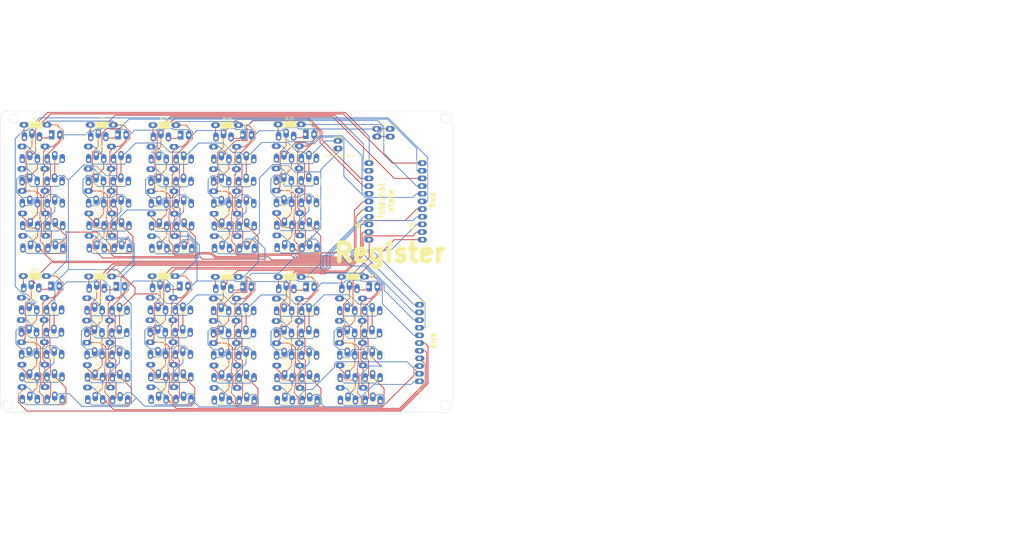
<source format=kicad_pcb>
(kicad_pcb (version 20171130) (host pcbnew 5.1.5+dfsg1-2build2)
  (layers (0 F.Cu signal) (31 B.Cu signal) (34 B.Paste user) (35 F.Paste user) (36 B.SilkS user) (37 F.SilkS user) (38 B.Mask user) (39 F.Mask user) (44 Edge.Cuts user))
  (net 0 "")
  (net 1 GND)
  (net 2 +5V)
  (net 3 "Net-(D1-Pad1)")
  (net 4 "Net-(D2-Pad1)")
  (net 5 "Net-(D3-Pad1)")
  (net 6 "Net-(D4-Pad1)")
  (net 7 "Net-(D5-Pad1)")
  (net 8 "Net-(D6-Pad1)")
  (net 9 "Net-(D7-Pad1)")
  (net 10 "Net-(D8-Pad1)")
  (net 11 "Net-(D9-Pad1)")
  (net 12 "Net-(D10-Pad1)")
  (net 13 "Net-(D11-Pad1)")
  (net 14 /Sheet63B94E53/enable_in)
  (net 15 /Sheet63B94E53/enable_out)
  (net 16 /sheet63B95725/data)
  (net 17 /sheet63B95724/data)
  (net 18 /sheet63B95723/data)
  (net 19 /sheet63B95476/data)
  (net 20 /sheet63B95475/data)
  (net 21 /sheet63B95474/data)
  (net 22 /sheet63B95473/data)
  (net 23 /sheet63B95196/data)
  (net 24 /sheet63B95195/data)
  (net 25 /sheet63B9509E/data)
  (net 26 /Sheet63B94E53/data)
  (net 27 /sheet63B95725/out)
  (net 28 /sheet63B95724/out)
  (net 29 /sheet63B95723/out)
  (net 30 /sheet63B95476/out)
  (net 31 /sheet63B95475/out)
  (net 32 /sheet63B95474/out)
  (net 33 /sheet63B95473/out)
  (net 34 /sheet63B95196/out)
  (net 35 /sheet63B95195/out)
  (net 36 /sheet63B9509E/out)
  (net 37 /Sheet63B94E53/out)
  (net 38 /Sheet63B94E53/non_gated_out)
  (net 39 /sheet63B9509E/non_gated_out)
  (net 40 /sheet63B95195/non_gated_out)
  (net 41 /sheet63B95196/non_gated_out)
  (net 42 /sheet63B95473/non_gated_out)
  (net 43 /sheet63B95474/non_gated_out)
  (net 44 /sheet63B95475/non_gated_out)
  (net 45 /sheet63B95476/non_gated_out)
  (net 46 /sheet63B95723/non_gated_out)
  (net 47 /sheet63B95724/non_gated_out)
  (net 48 /sheet63B95725/non_gated_out)
  (net 49 "Net-(Q1-Pad1)")
  (net 50 "Net-(Q2-Pad1)")
  (net 51 /Sheet63B94E53/Sheet63B94AF5/sheet63B947AC/a)
  (net 52 "Net-(Q4-Pad1)")
  (net 53 /Sheet63B94E53/Sheet63B94AF5/sheet63B94918/b)
  (net 54 "Net-(Q6-Pad1)")
  (net 55 /Sheet63B94E53/Sheet63B94EAD/a)
  (net 56 "Net-(Q8-Pad1)")
  (net 57 "Net-(Q10-Pad1)")
  (net 58 "Net-(Q12-Pad1)")
  (net 59 /sheet63B9509E/Sheet63B94AF5/sheet63B947AC/a)
  (net 60 "Net-(Q13-Pad1)")
  (net 61 /sheet63B9509E/Sheet63B94AF5/sheet63B94918/b)
  (net 62 "Net-(Q15-Pad1)")
  (net 63 "Net-(Q17-Pad1)")
  (net 64 /sheet63B9509E/Sheet63B94EAD/a)
  (net 65 "Net-(Q19-Pad1)")
  (net 66 "Net-(Q21-Pad1)")
  (net 67 "Net-(Q23-Pad1)")
  (net 68 "Net-(Q24-Pad1)")
  (net 69 /sheet63B95195/Sheet63B94AF5/sheet63B947AC/a)
  (net 70 "Net-(Q26-Pad1)")
  (net 71 /sheet63B95195/Sheet63B94AF5/sheet63B94918/b)
  (net 72 "Net-(Q28-Pad1)")
  (net 73 /sheet63B95195/Sheet63B94EAD/a)
  (net 74 "Net-(Q30-Pad1)")
  (net 75 "Net-(Q32-Pad1)")
  (net 76 "Net-(Q34-Pad1)")
  (net 77 /sheet63B95196/Sheet63B94AF5/sheet63B947AC/a)
  (net 78 "Net-(Q35-Pad1)")
  (net 79 /sheet63B95196/Sheet63B94AF5/sheet63B94918/b)
  (net 80 "Net-(Q37-Pad1)")
  (net 81 "Net-(Q39-Pad1)")
  (net 82 /sheet63B95196/Sheet63B94EAD/a)
  (net 83 "Net-(Q41-Pad1)")
  (net 84 "Net-(Q43-Pad1)")
  (net 85 "Net-(Q45-Pad1)")
  (net 86 /sheet63B95473/Sheet63B94AF5/sheet63B947AC/a)
  (net 87 "Net-(Q46-Pad1)")
  (net 88 /sheet63B95473/Sheet63B94AF5/sheet63B94918/b)
  (net 89 "Net-(Q48-Pad1)")
  (net 90 "Net-(Q50-Pad1)")
  (net 91 /sheet63B95473/Sheet63B94EAD/a)
  (net 92 "Net-(Q52-Pad1)")
  (net 93 "Net-(Q54-Pad1)")
  (net 94 "Net-(Q56-Pad1)")
  (net 95 "Net-(Q57-Pad1)")
  (net 96 /sheet63B95474/Sheet63B94AF5/sheet63B947AC/a)
  (net 97 /sheet63B95474/Sheet63B94AF5/sheet63B94918/b)
  (net 98 "Net-(Q59-Pad1)")
  (net 99 "Net-(Q61-Pad1)")
  (net 100 /sheet63B95474/Sheet63B94EAD/a)
  (net 101 "Net-(Q63-Pad1)")
  (net 102 "Net-(Q65-Pad1)")
  (net 103 "Net-(Q67-Pad1)")
  (net 104 "Net-(Q68-Pad1)")
  (net 105 /sheet63B95475/Sheet63B94AF5/sheet63B947AC/a)
  (net 106 "Net-(Q70-Pad1)")
  (net 107 /sheet63B95475/Sheet63B94AF5/sheet63B94918/b)
  (net 108 "Net-(Q72-Pad1)")
  (net 109 /sheet63B95475/Sheet63B94EAD/a)
  (net 110 "Net-(Q74-Pad1)")
  (net 111 "Net-(Q76-Pad1)")
  (net 112 "Net-(Q78-Pad1)")
  (net 113 /sheet63B95476/Sheet63B94AF5/sheet63B947AC/a)
  (net 114 "Net-(Q79-Pad1)")
  (net 115 "Net-(Q81-Pad1)")
  (net 116 /sheet63B95476/Sheet63B94AF5/sheet63B94918/b)
  (net 117 "Net-(Q83-Pad1)")
  (net 118 /sheet63B95476/Sheet63B94EAD/a)
  (net 119 "Net-(Q85-Pad1)")
  (net 120 "Net-(Q87-Pad1)")
  (net 121 "Net-(Q89-Pad1)")
  (net 122 /sheet63B95723/Sheet63B94AF5/sheet63B947AC/a)
  (net 123 "Net-(Q90-Pad1)")
  (net 124 /sheet63B95723/Sheet63B94AF5/sheet63B94918/b)
  (net 125 "Net-(Q92-Pad1)")
  (net 126 "Net-(Q94-Pad1)")
  (net 127 /sheet63B95723/Sheet63B94EAD/a)
  (net 128 "Net-(Q96-Pad1)")
  (net 129 "Net-(Q98-Pad1)")
  (net 130 "Net-(Q100-Pad1)")
  (net 131 "Net-(Q101-Pad1)")
  (net 132 /sheet63B95724/Sheet63B94AF5/sheet63B947AC/a)
  (net 133 /sheet63B95724/Sheet63B94AF5/sheet63B94918/b)
  (net 134 "Net-(Q103-Pad1)")
  (net 135 "Net-(Q105-Pad1)")
  (net 136 /sheet63B95724/Sheet63B94EAD/a)
  (net 137 "Net-(Q107-Pad1)")
  (net 138 "Net-(Q109-Pad1)")
  (net 139 "Net-(Q111-Pad1)")
  (net 140 /sheet63B95725/Sheet63B94AF5/sheet63B947AC/a)
  (net 141 "Net-(Q112-Pad1)")
  (net 142 "Net-(Q114-Pad1)")
  (net 143 /sheet63B95725/Sheet63B94AF5/sheet63B94918/b)
  (net 144 "Net-(Q116-Pad1)")
  (net 145 /sheet63B95725/Sheet63B94EAD/a)
  (net 146 "Net-(Q118-Pad1)")
  (net 147 "Net-(Q120-Pad1)")
  (module "" (layer F.Cu) (at 194.564 13.462)
    (fp_text reference "" (at 194.818 78.232) (layer F.SilkS) (effects (font (size 1.27 1.27))))
    (fp_text value "" (at 194.818 78.232) (layer F.SilkS) (effects (font (size 1.27 1.27))))
  )
  (module "" (layer F.Cu) (at 135.636 193.802 90)
    (fp_text reference "" (at 68.326 57.912 90) (layer F.SilkS) (effects (font (size 1.27 1.27))))
    (fp_text value "" (at 68.326 57.912 90) (layer F.SilkS) (effects (font (size 1.27 1.27))))
    (fp_text user bus (at 67.564 57.912 90) (layer F.SilkS) (effects (font (size 2 2) (thickness 0.5))))
  )
  (module processor2:led_5mm_tight (layer F.Cu) (at 68.326 57.912)
    (fp_text reference D1 (at 0 -3.81) (layer F.SilkS))
    (fp_text value LED)
    (pad 2 thru_hole oval (at 1.5 0) (size 1.8 3) (drill 1.05) (layers *.Cu *.Mask) (net 2 +5V))
    (pad 1 thru_hole rect (at -1.5 0) (size 1.8 3) (drill 1.05 (offset 0.3 0)) (layers *.Cu *.Mask) (net 3 "Net-(D1-Pad1)"))
  )
  (module processor2:led_5mm_tight (layer F.Cu) (at 90.32 57.926)
    (fp_text reference D2 (at 0 -3.81) (layer F.SilkS))
    (fp_text value LED)
    (pad 2 thru_hole oval (at 1.5 0) (size 1.8 3) (drill 1.05) (layers *.Cu *.Mask) (net 2 +5V))
    (pad 1 thru_hole rect (at -1.5 0) (size 1.8 3) (drill 1.05 (offset 0.3 0)) (layers *.Cu *.Mask) (net 4 "Net-(D2-Pad1)"))
  )
  (module processor2:led_5mm_tight (layer F.Cu) (at 111.088 58.01)
    (fp_text reference D3 (at 0 -3.81) (layer F.SilkS))
    (fp_text value LED)
    (pad 1 thru_hole rect (at -1.5 0) (size 1.8 3) (drill 1.05 (offset 0.3 0)) (layers *.Cu *.Mask) (net 5 "Net-(D3-Pad1)"))
    (pad 2 thru_hole oval (at 1.5 0) (size 1.8 3) (drill 1.05) (layers *.Cu *.Mask) (net 2 +5V))
  )
  (module processor2:led_5mm_tight (layer F.Cu) (at 131.856 58.01)
    (fp_text reference D4 (at 0 -3.81) (layer F.SilkS))
    (fp_text value LED)
    (pad 2 thru_hole oval (at 1.5 0) (size 1.8 3) (drill 1.05) (layers *.Cu *.Mask) (net 2 +5V))
    (pad 1 thru_hole rect (at -1.5 0) (size 1.8 3) (drill 1.05 (offset 0.3 0)) (layers *.Cu *.Mask) (net 6 "Net-(D4-Pad1)"))
  )
  (module processor2:led_5mm_tight (layer F.Cu) (at 152.624 57.784)
    (fp_text reference D5 (at 0 -3.81) (layer F.SilkS))
    (fp_text value LED)
    (pad 1 thru_hole rect (at -1.5 0) (size 1.8 3) (drill 1.05 (offset 0.3 0)) (layers *.Cu *.Mask) (net 7 "Net-(D5-Pad1)"))
    (pad 2 thru_hole oval (at 1.5 0) (size 1.8 3) (drill 1.05) (layers *.Cu *.Mask) (net 2 +5V))
  )
  (module processor2:led_5mm_tight (layer F.Cu) (at 68.102 108.076)
    (fp_text reference D6 (at 0 -3.81) (layer F.SilkS))
    (fp_text value LED)
    (pad 2 thru_hole oval (at 1.5 0) (size 1.8 3) (drill 1.05) (layers *.Cu *.Mask) (net 2 +5V))
    (pad 1 thru_hole rect (at -1.5 0) (size 1.8 3) (drill 1.05 (offset 0.3 0)) (layers *.Cu *.Mask) (net 8 "Net-(D6-Pad1)"))
  )
  (module processor2:led_5mm_tight (layer F.Cu) (at 89.804 108.218)
    (fp_text reference D7 (at 0 -3.81) (layer F.SilkS))
    (fp_text value LED)
    (pad 2 thru_hole oval (at 1.5 0) (size 1.8 3) (drill 1.05) (layers *.Cu *.Mask) (net 2 +5V))
    (pad 1 thru_hole rect (at -1.5 0) (size 1.8 3) (drill 1.05 (offset 0.3 0)) (layers *.Cu *.Mask) (net 9 "Net-(D7-Pad1)"))
  )
  (module processor2:led_5mm_tight (layer F.Cu) (at 110.826 108.104)
    (fp_text reference D8 (at 0 -3.81) (layer F.SilkS))
    (fp_text value LED)
    (pad 1 thru_hole rect (at -1.5 0) (size 1.8 3) (drill 1.05 (offset 0.3 0)) (layers *.Cu *.Mask) (net 10 "Net-(D8-Pad1)"))
    (pad 2 thru_hole oval (at 1.5 0) (size 1.8 3) (drill 1.05) (layers *.Cu *.Mask) (net 2 +5V))
  )
  (module processor2:led_5mm_tight (layer F.Cu) (at 131.796 108.358)
    (fp_text reference D9 (at 0 -3.81) (layer F.SilkS))
    (fp_text value LED)
    (pad 1 thru_hole rect (at -1.5 0) (size 1.8 3) (drill 1.05 (offset 0.3 0)) (layers *.Cu *.Mask) (net 11 "Net-(D9-Pad1)"))
    (pad 2 thru_hole oval (at 1.5 0) (size 1.8 3) (drill 1.05) (layers *.Cu *.Mask) (net 2 +5V))
  )
  (module processor2:led_5mm_tight (layer F.Cu) (at 152.676 108.386)
    (fp_text reference D10 (at 0 -3.81) (layer F.SilkS))
    (fp_text value LED)
    (pad 1 thru_hole rect (at -1.5 0) (size 1.8 3) (drill 1.05 (offset 0.3 0)) (layers *.Cu *.Mask) (net 12 "Net-(D10-Pad1)"))
    (pad 2 thru_hole oval (at 1.5 0) (size 1.8 3) (drill 1.05) (layers *.Cu *.Mask) (net 2 +5V))
  )
  (module processor2:led_5mm_tight (layer F.Cu) (at 173.616 108.33)
    (fp_text reference D11 (at 0 -3.81) (layer F.SilkS))
    (fp_text value LED)
    (pad 1 thru_hole rect (at -1.5 0) (size 1.8 3) (drill 1.05 (offset 0.3 0)) (layers *.Cu *.Mask) (net 13 "Net-(D11-Pad1)"))
    (pad 2 thru_hole oval (at 1.5 0) (size 1.8 3) (drill 1.05) (layers *.Cu *.Mask) (net 2 +5V))
  )
  (module processor2:2pin_tight (layer F.Cu) (at 179.359 55.976 90)
    (fp_text reference J1 (at -4.73 -2.321 180) (layer F.SilkS))
    (fp_text value Conn_01x02_Male)
    (pad 2 thru_hole oval (at -2.54 0.1 90) (size 1.8 3) (drill 1.05 (offset 0 -0.1)) (layers *.Cu *.Mask) (net 1 GND))
    (pad 1 thru_hole oval (at 0 -0.1 90) (size 1.8 3) (drill 1.05 (offset 0 0.1)) (layers *.Cu *.Mask) (net 2 +5V))
  )
  (module processor2:2pin_tight (layer F.Cu) (at 162.052 59.944 90)
    (fp_text reference J2 (at 2.54 0.254 180) (layer F.SilkS))
    (fp_text value Conn_01x02_Male)
    (pad 1 thru_hole oval (at 0 -0.1 90) (size 1.8 3) (drill 1.05 (offset 0 0.1)) (layers *.Cu *.Mask) (net 14 /Sheet63B94E53/enable_in))
    (pad 2 thru_hole oval (at -2.54 0.1 90) (size 1.8 3) (drill 1.05 (offset 0 -0.1)) (layers *.Cu *.Mask) (net 15 /Sheet63B94E53/enable_out))
  )
  (module processor2:11pin_tight (layer F.Cu) (at 189.992 92.71 90)
    (fp_text reference J3 (at 4.318 -3.302 90) (layer F.SilkS) (effects (font (size 1.5 1.5) (thickness 0.375))))
    (fp_text value Conn_01x11_Male)
    (pad 1 thru_hole oval (at 0 0.1 90) (size 1.8 3) (drill 1.05 (offset 0 -0.1)) (layers *.Cu *.Mask) (net 16 /sheet63B95725/data))
    (pad 2 thru_hole oval (at 2.54 -0.1 90) (size 1.8 3) (drill 1.05 (offset 0 0.1)) (layers *.Cu *.Mask) (net 17 /sheet63B95724/data))
    (pad 3 thru_hole oval (at 5.08 0.1 90) (size 1.8 3) (drill 1.05 (offset 0 -0.1)) (layers *.Cu *.Mask) (net 18 /sheet63B95723/data))
    (pad 4 thru_hole oval (at 7.62 0 90) (size 1.8 3) (drill 1.05 (offset 0 0.1)) (layers *.Cu *.Mask) (net 19 /sheet63B95476/data))
    (pad 5 thru_hole oval (at 10.16 0.1 90) (size 1.8 3) (drill 1.05 (offset 0 -0.1)) (layers *.Cu *.Mask) (net 20 /sheet63B95475/data))
    (pad 6 thru_hole oval (at 12.7 -0.1 90) (size 1.8 3) (drill 1.05 (offset 0 0.1)) (layers *.Cu *.Mask) (net 21 /sheet63B95474/data))
    (pad 7 thru_hole oval (at 15.24 0.1 90) (size 1.8 3) (drill 1.05 (offset 0 -0.1)) (layers *.Cu *.Mask) (net 22 /sheet63B95473/data))
    (pad 8 thru_hole oval (at 17.78 -0.1 90) (size 1.8 3) (drill 1.05 (offset 0 0.1)) (layers *.Cu *.Mask) (net 23 /sheet63B95196/data))
    (pad 9 thru_hole oval (at 20.32 0.1 90) (size 1.8 3) (drill 1.05 (offset 0 -0.1)) (layers *.Cu *.Mask) (net 24 /sheet63B95195/data))
    (pad 10 thru_hole oval (at 22.86 -0.1 90) (size 1.8 3) (drill 1.05 (offset 0 0.1)) (layers *.Cu *.Mask) (net 25 /sheet63B9509E/data))
    (pad 11 thru_hole oval (at 25.4 0.1 90) (size 1.8 3) (drill 1.05 (offset 0 -0.1)) (layers *.Cu *.Mask) (net 26 /Sheet63B94E53/data))
  )
  (module processor2:11pin_tight (layer F.Cu) (at 189.076 139.7 90)
    (fp_text reference J4 (at -3.302 -0.1 90) (layer F.SilkS))
    (fp_text value Conn_01x11_Male)
    (pad 1 thru_hole oval (at 0 0.1 90) (size 1.8 3) (drill 1.05 (offset 0 -0.1)) (layers *.Cu *.Mask) (net 27 /sheet63B95725/out))
    (pad 2 thru_hole oval (at 2.54 -0.1 90) (size 1.8 3) (drill 1.05 (offset 0 0.1)) (layers *.Cu *.Mask) (net 28 /sheet63B95724/out))
    (pad 3 thru_hole oval (at 5.08 0.1 90) (size 1.8 3) (drill 1.05 (offset 0 -0.1)) (layers *.Cu *.Mask) (net 29 /sheet63B95723/out))
    (pad 4 thru_hole oval (at 7.62 0 90) (size 1.8 3) (drill 1.05 (offset 0 0.1)) (layers *.Cu *.Mask) (net 30 /sheet63B95476/out))
    (pad 5 thru_hole oval (at 10.16 0.1 90) (size 1.8 3) (drill 1.05 (offset 0 -0.1)) (layers *.Cu *.Mask) (net 31 /sheet63B95475/out))
    (pad 6 thru_hole oval (at 12.7 -0.1 90) (size 1.8 3) (drill 1.05 (offset 0 0.1)) (layers *.Cu *.Mask) (net 32 /sheet63B95474/out))
    (pad 7 thru_hole oval (at 15.24 0.1 90) (size 1.8 3) (drill 1.05 (offset 0 -0.1)) (layers *.Cu *.Mask) (net 33 /sheet63B95473/out))
    (pad 8 thru_hole oval (at 17.78 -0.1 90) (size 1.8 3) (drill 1.05 (offset 0 0.1)) (layers *.Cu *.Mask) (net 34 /sheet63B95196/out))
    (pad 9 thru_hole oval (at 20.32 0.1 90) (size 1.8 3) (drill 1.05 (offset 0 -0.1)) (layers *.Cu *.Mask) (net 35 /sheet63B95195/out))
    (pad 10 thru_hole oval (at 22.86 -0.1 90) (size 1.8 3) (drill 1.05 (offset 0 0.1)) (layers *.Cu *.Mask) (net 36 /sheet63B9509E/out))
    (pad 11 thru_hole oval (at 25.4 0.1 90) (size 1.8 3) (drill 1.05 (offset 0 -0.1)) (layers *.Cu *.Mask) (net 37 /Sheet63B94E53/out))
  )
  (module processor2:2pin_tight (layer F.Cu) (at 174.939 55.976 90)
    (fp_text reference J5 (at -0.762 2.413 90) (layer F.SilkS))
    (fp_text value Conn_01x02_Male)
    (pad 1 thru_hole oval (at 0 -0.1 90) (size 1.8 3) (drill 1.05 (offset 0 0.1)) (layers *.Cu *.Mask) (net 2 +5V))
    (pad 2 thru_hole oval (at -2.54 0.1 90) (size 1.8 3) (drill 1.05 (offset 0 -0.1)) (layers *.Cu *.Mask) (net 1 GND))
  )
  (module processor2:11pin_tight (layer F.Cu) (at 172.312 92.71 90)
    (fp_text reference J6 (at 4.318 -3.656 90) (layer F.SilkS) (effects (font (size 1.5 1.5) (thickness 0.375))))
    (fp_text value Conn_01x11_Male)
    (pad 11 thru_hole oval (at 25.4 0.1 90) (size 1.8 3) (drill 1.05 (offset 0 -0.1)) (layers *.Cu *.Mask) (net 38 /Sheet63B94E53/non_gated_out))
    (pad 10 thru_hole oval (at 22.86 -0.1 90) (size 1.8 3) (drill 1.05 (offset 0 0.1)) (layers *.Cu *.Mask) (net 39 /sheet63B9509E/non_gated_out))
    (pad 9 thru_hole oval (at 20.32 0.1 90) (size 1.8 3) (drill 1.05 (offset 0 -0.1)) (layers *.Cu *.Mask) (net 40 /sheet63B95195/non_gated_out))
    (pad 8 thru_hole oval (at 17.78 -0.1 90) (size 1.8 3) (drill 1.05 (offset 0 0.1)) (layers *.Cu *.Mask) (net 41 /sheet63B95196/non_gated_out))
    (pad 7 thru_hole oval (at 15.24 0.1 90) (size 1.8 3) (drill 1.05 (offset 0 -0.1)) (layers *.Cu *.Mask) (net 42 /sheet63B95473/non_gated_out))
    (pad 6 thru_hole oval (at 12.7 -0.1 90) (size 1.8 3) (drill 1.05 (offset 0 0.1)) (layers *.Cu *.Mask) (net 43 /sheet63B95474/non_gated_out))
    (pad 5 thru_hole oval (at 10.16 0.1 90) (size 1.8 3) (drill 1.05 (offset 0 -0.1)) (layers *.Cu *.Mask) (net 44 /sheet63B95475/non_gated_out))
    (pad 4 thru_hole oval (at 7.62 0 90) (size 1.8 3) (drill 1.05 (offset 0 0.1)) (layers *.Cu *.Mask) (net 45 /sheet63B95476/non_gated_out))
    (pad 3 thru_hole oval (at 5.08 0.1 90) (size 1.8 3) (drill 1.05 (offset 0 -0.1)) (layers *.Cu *.Mask) (net 46 /sheet63B95723/non_gated_out))
    (pad 2 thru_hole oval (at 2.54 -0.1 90) (size 1.8 3) (drill 1.05 (offset 0 0.1)) (layers *.Cu *.Mask) (net 47 /sheet63B95724/non_gated_out))
    (pad 1 thru_hole oval (at 0 0.1 90) (size 1.8 3) (drill 1.05 (offset 0 -0.1)) (layers *.Cu *.Mask) (net 48 /sheet63B95725/non_gated_out))
  )
  (module processor2:2n7000_tight (layer F.Cu) (at 60.554 58.0115)
    (fp_text reference Q1 (at 0 1.5) (layer F.SilkS) (effects (font (size 0.5 0.5) (thickness 0.125))))
    (fp_text value 2N7000)
    (pad 3 thru_hole oval (at 2.5 1) (size 1.8 3) (drill 1.05 (offset 0 -0.5)) (layers *.Cu *.Mask) (net 3 "Net-(D1-Pad1)"))
    (pad 2 thru_hole oval (at 0 -1) (size 1.8 3) (drill 1.05 (offset 0 0.5)) (layers *.Cu *.Mask) (net 38 /Sheet63B94E53/non_gated_out))
    (pad 1 thru_hole oval (at -2.5 1) (size 1.8 3) (drill 1.05 (offset 0 -0.5)) (layers *.Cu *.Mask) (net 49 "Net-(Q1-Pad1)"))
  )
  (module processor2:2n7000_tight (layer F.Cu) (at 59.852 65.3095)
    (fp_text reference Q2 (at 0 1.5) (layer F.SilkS) (effects (font (size 0.5 0.5) (thickness 0.125))))
    (fp_text value 2N7000)
    (pad 1 thru_hole oval (at -2.5 1) (size 1.8 3) (drill 1.05 (offset 0 -0.5)) (layers *.Cu *.Mask) (net 50 "Net-(Q2-Pad1)"))
    (pad 2 thru_hole oval (at 0 -1) (size 1.8 3) (drill 1.05 (offset 0 0.5)) (layers *.Cu *.Mask) (net 26 /Sheet63B94E53/data))
    (pad 3 thru_hole oval (at 2.5 1) (size 1.8 3) (drill 1.05 (offset 0 -0.5)) (layers *.Cu *.Mask) (net 51 /Sheet63B94E53/Sheet63B94AF5/sheet63B947AC/a))
  )
  (module processor2:2n7000_tight (layer F.Cu) (at 68.106 65.3095)
    (fp_text reference Q3 (at 0 1.5) (layer F.SilkS) (effects (font (size 0.5 0.5) (thickness 0.125))))
    (fp_text value 2N7000)
    (pad 3 thru_hole oval (at 2.5 1) (size 1.8 3) (drill 1.05 (offset 0 -0.5)) (layers *.Cu *.Mask) (net 50 "Net-(Q2-Pad1)"))
    (pad 2 thru_hole oval (at 0 -1) (size 1.8 3) (drill 1.05 (offset 0 0.5)) (layers *.Cu *.Mask) (net 14 /Sheet63B94E53/enable_in))
    (pad 1 thru_hole oval (at -2.5 1) (size 1.8 3) (drill 1.05 (offset 0 -0.5)) (layers *.Cu *.Mask) (net 1 GND))
  )
  (module processor2:2n7000_tight (layer F.Cu) (at 59.792 72.7315)
    (fp_text reference Q4 (at 0 1.5) (layer F.SilkS) (effects (font (size 0.5 0.5) (thickness 0.125))))
    (fp_text value 2N7000)
    (pad 1 thru_hole oval (at -2.5 1) (size 1.8 3) (drill 1.05 (offset 0 -0.5)) (layers *.Cu *.Mask) (net 52 "Net-(Q4-Pad1)"))
    (pad 2 thru_hole oval (at 0 -1) (size 1.8 3) (drill 1.05 (offset 0 0.5)) (layers *.Cu *.Mask) (net 51 /Sheet63B94E53/Sheet63B94AF5/sheet63B947AC/a))
    (pad 3 thru_hole oval (at 2.5 1) (size 1.8 3) (drill 1.05 (offset 0 -0.5)) (layers *.Cu *.Mask) (net 53 /Sheet63B94E53/Sheet63B94AF5/sheet63B94918/b))
  )
  (module processor2:2n7000_tight (layer F.Cu) (at 68.046 72.7315)
    (fp_text reference Q5 (at 0 1.5) (layer F.SilkS) (effects (font (size 0.5 0.5) (thickness 0.125))))
    (fp_text value 2N7000)
    (pad 3 thru_hole oval (at 2.5 1) (size 1.8 3) (drill 1.05 (offset 0 -0.5)) (layers *.Cu *.Mask) (net 52 "Net-(Q4-Pad1)"))
    (pad 2 thru_hole oval (at 0 -1) (size 1.8 3) (drill 1.05 (offset 0 0.5)) (layers *.Cu *.Mask) (net 14 /Sheet63B94E53/enable_in))
    (pad 1 thru_hole oval (at -2.5 1) (size 1.8 3) (drill 1.05 (offset 0 -0.5)) (layers *.Cu *.Mask) (net 1 GND))
  )
  (module processor2:2n7000_tight (layer F.Cu) (at 59.852 80.0695)
    (fp_text reference Q6 (at 0 1.5) (layer F.SilkS) (effects (font (size 0.5 0.5) (thickness 0.125))))
    (fp_text value 2N7000)
    (pad 1 thru_hole oval (at -2.5 1) (size 1.8 3) (drill 1.05 (offset 0 -0.5)) (layers *.Cu *.Mask) (net 54 "Net-(Q6-Pad1)"))
    (pad 2 thru_hole oval (at 0 -1) (size 1.8 3) (drill 1.05 (offset 0 0.5)) (layers *.Cu *.Mask) (net 51 /Sheet63B94E53/Sheet63B94AF5/sheet63B947AC/a))
    (pad 3 thru_hole oval (at 2.5 1) (size 1.8 3) (drill 1.05 (offset 0 -0.5)) (layers *.Cu *.Mask) (net 38 /Sheet63B94E53/non_gated_out))
  )
  (module processor2:2n7000_tight (layer F.Cu) (at 68.106 80.0695)
    (fp_text reference Q7 (at 0 1.5) (layer F.SilkS) (effects (font (size 0.5 0.5) (thickness 0.125))))
    (fp_text value 2N7000)
    (pad 3 thru_hole oval (at 2.5 1) (size 1.8 3) (drill 1.05 (offset 0 -0.5)) (layers *.Cu *.Mask) (net 54 "Net-(Q6-Pad1)"))
    (pad 2 thru_hole oval (at 0 -1) (size 1.8 3) (drill 1.05 (offset 0 0.5)) (layers *.Cu *.Mask) (net 55 /Sheet63B94E53/Sheet63B94EAD/a))
    (pad 1 thru_hole oval (at -2.5 1) (size 1.8 3) (drill 1.05 (offset 0 -0.5)) (layers *.Cu *.Mask) (net 1 GND))
  )
  (module processor2:2n7000_tight (layer F.Cu) (at 59.986 87.5195)
    (fp_text reference Q8 (at 0 1.5) (layer F.SilkS) (effects (font (size 0.5 0.5) (thickness 0.125))))
    (fp_text value 2N7000)
    (pad 1 thru_hole oval (at -2.5 1) (size 1.8 3) (drill 1.05 (offset 0 -0.5)) (layers *.Cu *.Mask) (net 56 "Net-(Q8-Pad1)"))
    (pad 2 thru_hole oval (at 0 -1) (size 1.8 3) (drill 1.05 (offset 0 0.5)) (layers *.Cu *.Mask) (net 38 /Sheet63B94E53/non_gated_out))
    (pad 3 thru_hole oval (at 2.5 1) (size 1.8 3) (drill 1.05 (offset 0 -0.5)) (layers *.Cu *.Mask) (net 55 /Sheet63B94E53/Sheet63B94EAD/a))
  )
  (module processor2:2n7000_tight (layer F.Cu) (at 68.24 87.5195)
    (fp_text reference Q9 (at 0 1.5) (layer F.SilkS) (effects (font (size 0.5 0.5) (thickness 0.125))))
    (fp_text value 2N7000)
    (pad 3 thru_hole oval (at 2.5 1) (size 1.8 3) (drill 1.05 (offset 0 -0.5)) (layers *.Cu *.Mask) (net 56 "Net-(Q8-Pad1)"))
    (pad 2 thru_hole oval (at 0 -1) (size 1.8 3) (drill 1.05 (offset 0 0.5)) (layers *.Cu *.Mask) (net 53 /Sheet63B94E53/Sheet63B94AF5/sheet63B94918/b))
    (pad 1 thru_hole oval (at -2.5 1) (size 1.8 3) (drill 1.05 (offset 0 -0.5)) (layers *.Cu *.Mask) (net 1 GND))
  )
  (module processor2:2n7000_tight (layer F.Cu) (at 60.072 94.9555)
    (fp_text reference Q10 (at 0 1.5) (layer F.SilkS) (effects (font (size 0.5 0.5) (thickness 0.125))))
    (fp_text value 2N7000)
    (pad 1 thru_hole oval (at -2.5 1) (size 1.8 3) (drill 1.05 (offset 0 -0.5)) (layers *.Cu *.Mask) (net 57 "Net-(Q10-Pad1)"))
    (pad 2 thru_hole oval (at 0 -1) (size 1.8 3) (drill 1.05 (offset 0 0.5)) (layers *.Cu *.Mask) (net 55 /Sheet63B94E53/Sheet63B94EAD/a))
    (pad 3 thru_hole oval (at 2.5 1) (size 1.8 3) (drill 1.05 (offset 0 -0.5)) (layers *.Cu *.Mask) (net 37 /Sheet63B94E53/out))
  )
  (module processor2:2n7000_tight (layer F.Cu) (at 68.326 94.9555)
    (fp_text reference Q11 (at 0 1.5) (layer F.SilkS) (effects (font (size 0.5 0.5) (thickness 0.125))))
    (fp_text value 2N7000)
    (pad 3 thru_hole oval (at 2.5 1) (size 1.8 3) (drill 1.05 (offset 0 -0.5)) (layers *.Cu *.Mask) (net 57 "Net-(Q10-Pad1)"))
    (pad 2 thru_hole oval (at 0 -1) (size 1.8 3) (drill 1.05 (offset 0 0.5)) (layers *.Cu *.Mask) (net 15 /Sheet63B94E53/enable_out))
    (pad 1 thru_hole oval (at -2.5 1) (size 1.8 3) (drill 1.05 (offset 0 -0.5)) (layers *.Cu *.Mask) (net 1 GND))
  )
  (module processor2:2n7000_tight (layer F.Cu) (at 82.548 58.0255)
    (fp_text reference Q12 (at 0 1.5) (layer F.SilkS) (effects (font (size 0.5 0.5) (thickness 0.125))))
    (fp_text value 2N7000)
    (pad 1 thru_hole oval (at -2.5 1) (size 1.8 3) (drill 1.05 (offset 0 -0.5)) (layers *.Cu *.Mask) (net 58 "Net-(Q12-Pad1)"))
    (pad 2 thru_hole oval (at 0 -1) (size 1.8 3) (drill 1.05 (offset 0 0.5)) (layers *.Cu *.Mask) (net 39 /sheet63B9509E/non_gated_out))
    (pad 3 thru_hole oval (at 2.5 1) (size 1.8 3) (drill 1.05 (offset 0 -0.5)) (layers *.Cu *.Mask) (net 4 "Net-(D2-Pad1)"))
  )
  (module processor2:2n7000_tight (layer F.Cu) (at 81.846 65.3235)
    (fp_text reference Q13 (at 0 1.5) (layer F.SilkS) (effects (font (size 0.5 0.5) (thickness 0.125))))
    (fp_text value 2N7000)
    (pad 3 thru_hole oval (at 2.5 1) (size 1.8 3) (drill 1.05 (offset 0 -0.5)) (layers *.Cu *.Mask) (net 59 /sheet63B9509E/Sheet63B94AF5/sheet63B947AC/a))
    (pad 2 thru_hole oval (at 0 -1) (size 1.8 3) (drill 1.05 (offset 0 0.5)) (layers *.Cu *.Mask) (net 25 /sheet63B9509E/data))
    (pad 1 thru_hole oval (at -2.5 1) (size 1.8 3) (drill 1.05 (offset 0 -0.5)) (layers *.Cu *.Mask) (net 60 "Net-(Q13-Pad1)"))
  )
  (module processor2:2n7000_tight (layer F.Cu) (at 90.1 65.3235)
    (fp_text reference Q14 (at 0 1.5) (layer F.SilkS) (effects (font (size 0.5 0.5) (thickness 0.125))))
    (fp_text value 2N7000)
    (pad 1 thru_hole oval (at -2.5 1) (size 1.8 3) (drill 1.05 (offset 0 -0.5)) (layers *.Cu *.Mask) (net 1 GND))
    (pad 2 thru_hole oval (at 0 -1) (size 1.8 3) (drill 1.05 (offset 0 0.5)) (layers *.Cu *.Mask) (net 14 /Sheet63B94E53/enable_in))
    (pad 3 thru_hole oval (at 2.5 1) (size 1.8 3) (drill 1.05 (offset 0 -0.5)) (layers *.Cu *.Mask) (net 60 "Net-(Q13-Pad1)"))
  )
  (module processor2:2n7000_tight (layer F.Cu) (at 81.786 72.7455)
    (fp_text reference Q15 (at 0 1.5) (layer F.SilkS) (effects (font (size 0.5 0.5) (thickness 0.125))))
    (fp_text value 2N7000)
    (pad 3 thru_hole oval (at 2.5 1) (size 1.8 3) (drill 1.05 (offset 0 -0.5)) (layers *.Cu *.Mask) (net 61 /sheet63B9509E/Sheet63B94AF5/sheet63B94918/b))
    (pad 2 thru_hole oval (at 0 -1) (size 1.8 3) (drill 1.05 (offset 0 0.5)) (layers *.Cu *.Mask) (net 59 /sheet63B9509E/Sheet63B94AF5/sheet63B947AC/a))
    (pad 1 thru_hole oval (at -2.5 1) (size 1.8 3) (drill 1.05 (offset 0 -0.5)) (layers *.Cu *.Mask) (net 62 "Net-(Q15-Pad1)"))
  )
  (module processor2:2n7000_tight (layer F.Cu) (at 90.04 72.7455)
    (fp_text reference Q16 (at 0 1.5) (layer F.SilkS) (effects (font (size 0.5 0.5) (thickness 0.125))))
    (fp_text value 2N7000)
    (pad 1 thru_hole oval (at -2.5 1) (size 1.8 3) (drill 1.05 (offset 0 -0.5)) (layers *.Cu *.Mask) (net 1 GND))
    (pad 2 thru_hole oval (at 0 -1) (size 1.8 3) (drill 1.05 (offset 0 0.5)) (layers *.Cu *.Mask) (net 14 /Sheet63B94E53/enable_in))
    (pad 3 thru_hole oval (at 2.5 1) (size 1.8 3) (drill 1.05 (offset 0 -0.5)) (layers *.Cu *.Mask) (net 62 "Net-(Q15-Pad1)"))
  )
  (module processor2:2n7000_tight (layer F.Cu) (at 81.846 80.0835)
    (fp_text reference Q17 (at 0 1.5) (layer F.SilkS) (effects (font (size 0.5 0.5) (thickness 0.125))))
    (fp_text value 2N7000)
    (pad 3 thru_hole oval (at 2.5 1) (size 1.8 3) (drill 1.05 (offset 0 -0.5)) (layers *.Cu *.Mask) (net 39 /sheet63B9509E/non_gated_out))
    (pad 2 thru_hole oval (at 0 -1) (size 1.8 3) (drill 1.05 (offset 0 0.5)) (layers *.Cu *.Mask) (net 59 /sheet63B9509E/Sheet63B94AF5/sheet63B947AC/a))
    (pad 1 thru_hole oval (at -2.5 1) (size 1.8 3) (drill 1.05 (offset 0 -0.5)) (layers *.Cu *.Mask) (net 63 "Net-(Q17-Pad1)"))
  )
  (module processor2:2n7000_tight (layer F.Cu) (at 90.1 80.0835)
    (fp_text reference Q18 (at 0 1.5) (layer F.SilkS) (effects (font (size 0.5 0.5) (thickness 0.125))))
    (fp_text value 2N7000)
    (pad 1 thru_hole oval (at -2.5 1) (size 1.8 3) (drill 1.05 (offset 0 -0.5)) (layers *.Cu *.Mask) (net 1 GND))
    (pad 2 thru_hole oval (at 0 -1) (size 1.8 3) (drill 1.05 (offset 0 0.5)) (layers *.Cu *.Mask) (net 64 /sheet63B9509E/Sheet63B94EAD/a))
    (pad 3 thru_hole oval (at 2.5 1) (size 1.8 3) (drill 1.05 (offset 0 -0.5)) (layers *.Cu *.Mask) (net 63 "Net-(Q17-Pad1)"))
  )
  (module processor2:2n7000_tight (layer F.Cu) (at 81.98 87.5335)
    (fp_text reference Q19 (at 0 1.5) (layer F.SilkS) (effects (font (size 0.5 0.5) (thickness 0.125))))
    (fp_text value 2N7000)
    (pad 3 thru_hole oval (at 2.5 1) (size 1.8 3) (drill 1.05 (offset 0 -0.5)) (layers *.Cu *.Mask) (net 64 /sheet63B9509E/Sheet63B94EAD/a))
    (pad 2 thru_hole oval (at 0 -1) (size 1.8 3) (drill 1.05 (offset 0 0.5)) (layers *.Cu *.Mask) (net 39 /sheet63B9509E/non_gated_out))
    (pad 1 thru_hole oval (at -2.5 1) (size 1.8 3) (drill 1.05 (offset 0 -0.5)) (layers *.Cu *.Mask) (net 65 "Net-(Q19-Pad1)"))
  )
  (module processor2:2n7000_tight (layer F.Cu) (at 90.234 87.5335)
    (fp_text reference Q20 (at 0 1.5) (layer F.SilkS) (effects (font (size 0.5 0.5) (thickness 0.125))))
    (fp_text value 2N7000)
    (pad 1 thru_hole oval (at -2.5 1) (size 1.8 3) (drill 1.05 (offset 0 -0.5)) (layers *.Cu *.Mask) (net 1 GND))
    (pad 2 thru_hole oval (at 0 -1) (size 1.8 3) (drill 1.05 (offset 0 0.5)) (layers *.Cu *.Mask) (net 61 /sheet63B9509E/Sheet63B94AF5/sheet63B94918/b))
    (pad 3 thru_hole oval (at 2.5 1) (size 1.8 3) (drill 1.05 (offset 0 -0.5)) (layers *.Cu *.Mask) (net 65 "Net-(Q19-Pad1)"))
  )
  (module processor2:2n7000_tight (layer F.Cu) (at 82.066 94.9695)
    (fp_text reference Q21 (at 0 1.5) (layer F.SilkS) (effects (font (size 0.5 0.5) (thickness 0.125))))
    (fp_text value 2N7000)
    (pad 3 thru_hole oval (at 2.5 1) (size 1.8 3) (drill 1.05 (offset 0 -0.5)) (layers *.Cu *.Mask) (net 36 /sheet63B9509E/out))
    (pad 2 thru_hole oval (at 0 -1) (size 1.8 3) (drill 1.05 (offset 0 0.5)) (layers *.Cu *.Mask) (net 64 /sheet63B9509E/Sheet63B94EAD/a))
    (pad 1 thru_hole oval (at -2.5 1) (size 1.8 3) (drill 1.05 (offset 0 -0.5)) (layers *.Cu *.Mask) (net 66 "Net-(Q21-Pad1)"))
  )
  (module processor2:2n7000_tight (layer F.Cu) (at 90.32 94.9695)
    (fp_text reference Q22 (at 0 1.5) (layer F.SilkS) (effects (font (size 0.5 0.5) (thickness 0.125))))
    (fp_text value 2N7000)
    (pad 1 thru_hole oval (at -2.5 1) (size 1.8 3) (drill 1.05 (offset 0 -0.5)) (layers *.Cu *.Mask) (net 1 GND))
    (pad 2 thru_hole oval (at 0 -1) (size 1.8 3) (drill 1.05 (offset 0 0.5)) (layers *.Cu *.Mask) (net 15 /Sheet63B94E53/enable_out))
    (pad 3 thru_hole oval (at 2.5 1) (size 1.8 3) (drill 1.05 (offset 0 -0.5)) (layers *.Cu *.Mask) (net 66 "Net-(Q21-Pad1)"))
  )
  (module processor2:2n7000_tight (layer F.Cu) (at 103.316 58.1095)
    (fp_text reference Q23 (at 0 1.5) (layer F.SilkS) (effects (font (size 0.5 0.5) (thickness 0.125))))
    (fp_text value 2N7000)
    (pad 3 thru_hole oval (at 2.5 1) (size 1.8 3) (drill 1.05 (offset 0 -0.5)) (layers *.Cu *.Mask) (net 5 "Net-(D3-Pad1)"))
    (pad 2 thru_hole oval (at 0 -1) (size 1.8 3) (drill 1.05 (offset 0 0.5)) (layers *.Cu *.Mask) (net 40 /sheet63B95195/non_gated_out))
    (pad 1 thru_hole oval (at -2.5 1) (size 1.8 3) (drill 1.05 (offset 0 -0.5)) (layers *.Cu *.Mask) (net 67 "Net-(Q23-Pad1)"))
  )
  (module processor2:2n7000_tight (layer F.Cu) (at 102.614 65.4075)
    (fp_text reference Q24 (at 0 1.5) (layer F.SilkS) (effects (font (size 0.5 0.5) (thickness 0.125))))
    (fp_text value 2N7000)
    (pad 1 thru_hole oval (at -2.5 1) (size 1.8 3) (drill 1.05 (offset 0 -0.5)) (layers *.Cu *.Mask) (net 68 "Net-(Q24-Pad1)"))
    (pad 2 thru_hole oval (at 0 -1) (size 1.8 3) (drill 1.05 (offset 0 0.5)) (layers *.Cu *.Mask) (net 24 /sheet63B95195/data))
    (pad 3 thru_hole oval (at 2.5 1) (size 1.8 3) (drill 1.05 (offset 0 -0.5)) (layers *.Cu *.Mask) (net 69 /sheet63B95195/Sheet63B94AF5/sheet63B947AC/a))
  )
  (module processor2:2n7000_tight (layer F.Cu) (at 110.868 65.4075)
    (fp_text reference Q25 (at 0 1.5) (layer F.SilkS) (effects (font (size 0.5 0.5) (thickness 0.125))))
    (fp_text value 2N7000)
    (pad 3 thru_hole oval (at 2.5 1) (size 1.8 3) (drill 1.05 (offset 0 -0.5)) (layers *.Cu *.Mask) (net 68 "Net-(Q24-Pad1)"))
    (pad 2 thru_hole oval (at 0 -1) (size 1.8 3) (drill 1.05 (offset 0 0.5)) (layers *.Cu *.Mask) (net 14 /Sheet63B94E53/enable_in))
    (pad 1 thru_hole oval (at -2.5 1) (size 1.8 3) (drill 1.05 (offset 0 -0.5)) (layers *.Cu *.Mask) (net 1 GND))
  )
  (module processor2:2n7000_tight (layer F.Cu) (at 102.554 72.8295)
    (fp_text reference Q26 (at 0 1.5) (layer F.SilkS) (effects (font (size 0.5 0.5) (thickness 0.125))))
    (fp_text value 2N7000)
    (pad 1 thru_hole oval (at -2.5 1) (size 1.8 3) (drill 1.05 (offset 0 -0.5)) (layers *.Cu *.Mask) (net 70 "Net-(Q26-Pad1)"))
    (pad 2 thru_hole oval (at 0 -1) (size 1.8 3) (drill 1.05 (offset 0 0.5)) (layers *.Cu *.Mask) (net 69 /sheet63B95195/Sheet63B94AF5/sheet63B947AC/a))
    (pad 3 thru_hole oval (at 2.5 1) (size 1.8 3) (drill 1.05 (offset 0 -0.5)) (layers *.Cu *.Mask) (net 71 /sheet63B95195/Sheet63B94AF5/sheet63B94918/b))
  )
  (module processor2:2n7000_tight (layer F.Cu) (at 110.808 72.8295)
    (fp_text reference Q27 (at 0 1.5) (layer F.SilkS) (effects (font (size 0.5 0.5) (thickness 0.125))))
    (fp_text value 2N7000)
    (pad 3 thru_hole oval (at 2.5 1) (size 1.8 3) (drill 1.05 (offset 0 -0.5)) (layers *.Cu *.Mask) (net 70 "Net-(Q26-Pad1)"))
    (pad 2 thru_hole oval (at 0 -1) (size 1.8 3) (drill 1.05 (offset 0 0.5)) (layers *.Cu *.Mask) (net 14 /Sheet63B94E53/enable_in))
    (pad 1 thru_hole oval (at -2.5 1) (size 1.8 3) (drill 1.05 (offset 0 -0.5)) (layers *.Cu *.Mask) (net 1 GND))
  )
  (module processor2:2n7000_tight (layer F.Cu) (at 102.614 80.1675)
    (fp_text reference Q28 (at 0 1.5) (layer F.SilkS) (effects (font (size 0.5 0.5) (thickness 0.125))))
    (fp_text value 2N7000)
    (pad 1 thru_hole oval (at -2.5 1) (size 1.8 3) (drill 1.05 (offset 0 -0.5)) (layers *.Cu *.Mask) (net 72 "Net-(Q28-Pad1)"))
    (pad 2 thru_hole oval (at 0 -1) (size 1.8 3) (drill 1.05 (offset 0 0.5)) (layers *.Cu *.Mask) (net 69 /sheet63B95195/Sheet63B94AF5/sheet63B947AC/a))
    (pad 3 thru_hole oval (at 2.5 1) (size 1.8 3) (drill 1.05 (offset 0 -0.5)) (layers *.Cu *.Mask) (net 40 /sheet63B95195/non_gated_out))
  )
  (module processor2:2n7000_tight (layer F.Cu) (at 110.868 80.1675)
    (fp_text reference Q29 (at 0 1.5) (layer F.SilkS) (effects (font (size 0.5 0.5) (thickness 0.125))))
    (fp_text value 2N7000)
    (pad 3 thru_hole oval (at 2.5 1) (size 1.8 3) (drill 1.05 (offset 0 -0.5)) (layers *.Cu *.Mask) (net 72 "Net-(Q28-Pad1)"))
    (pad 2 thru_hole oval (at 0 -1) (size 1.8 3) (drill 1.05 (offset 0 0.5)) (layers *.Cu *.Mask) (net 73 /sheet63B95195/Sheet63B94EAD/a))
    (pad 1 thru_hole oval (at -2.5 1) (size 1.8 3) (drill 1.05 (offset 0 -0.5)) (layers *.Cu *.Mask) (net 1 GND))
  )
  (module processor2:2n7000_tight (layer F.Cu) (at 102.748 87.6175)
    (fp_text reference Q30 (at 0 1.5) (layer F.SilkS) (effects (font (size 0.5 0.5) (thickness 0.125))))
    (fp_text value 2N7000)
    (pad 1 thru_hole oval (at -2.5 1) (size 1.8 3) (drill 1.05 (offset 0 -0.5)) (layers *.Cu *.Mask) (net 74 "Net-(Q30-Pad1)"))
    (pad 2 thru_hole oval (at 0 -1) (size 1.8 3) (drill 1.05 (offset 0 0.5)) (layers *.Cu *.Mask) (net 40 /sheet63B95195/non_gated_out))
    (pad 3 thru_hole oval (at 2.5 1) (size 1.8 3) (drill 1.05 (offset 0 -0.5)) (layers *.Cu *.Mask) (net 73 /sheet63B95195/Sheet63B94EAD/a))
  )
  (module processor2:2n7000_tight (layer F.Cu) (at 111.002 87.6175)
    (fp_text reference Q31 (at 0 1.5) (layer F.SilkS) (effects (font (size 0.5 0.5) (thickness 0.125))))
    (fp_text value 2N7000)
    (pad 3 thru_hole oval (at 2.5 1) (size 1.8 3) (drill 1.05 (offset 0 -0.5)) (layers *.Cu *.Mask) (net 74 "Net-(Q30-Pad1)"))
    (pad 2 thru_hole oval (at 0 -1) (size 1.8 3) (drill 1.05 (offset 0 0.5)) (layers *.Cu *.Mask) (net 71 /sheet63B95195/Sheet63B94AF5/sheet63B94918/b))
    (pad 1 thru_hole oval (at -2.5 1) (size 1.8 3) (drill 1.05 (offset 0 -0.5)) (layers *.Cu *.Mask) (net 1 GND))
  )
  (module processor2:2n7000_tight (layer F.Cu) (at 102.834 95.0535)
    (fp_text reference Q32 (at 0 1.5) (layer F.SilkS) (effects (font (size 0.5 0.5) (thickness 0.125))))
    (fp_text value 2N7000)
    (pad 1 thru_hole oval (at -2.5 1) (size 1.8 3) (drill 1.05 (offset 0 -0.5)) (layers *.Cu *.Mask) (net 75 "Net-(Q32-Pad1)"))
    (pad 2 thru_hole oval (at 0 -1) (size 1.8 3) (drill 1.05 (offset 0 0.5)) (layers *.Cu *.Mask) (net 73 /sheet63B95195/Sheet63B94EAD/a))
    (pad 3 thru_hole oval (at 2.5 1) (size 1.8 3) (drill 1.05 (offset 0 -0.5)) (layers *.Cu *.Mask) (net 35 /sheet63B95195/out))
  )
  (module processor2:2n7000_tight (layer F.Cu) (at 111.088 95.0535)
    (fp_text reference Q33 (at 0 1.5) (layer F.SilkS) (effects (font (size 0.5 0.5) (thickness 0.125))))
    (fp_text value 2N7000)
    (pad 3 thru_hole oval (at 2.5 1) (size 1.8 3) (drill 1.05 (offset 0 -0.5)) (layers *.Cu *.Mask) (net 75 "Net-(Q32-Pad1)"))
    (pad 2 thru_hole oval (at 0 -1) (size 1.8 3) (drill 1.05 (offset 0 0.5)) (layers *.Cu *.Mask) (net 15 /Sheet63B94E53/enable_out))
    (pad 1 thru_hole oval (at -2.5 1) (size 1.8 3) (drill 1.05 (offset 0 -0.5)) (layers *.Cu *.Mask) (net 1 GND))
  )
  (module processor2:2n7000_tight (layer F.Cu) (at 124.084 58.1095)
    (fp_text reference Q34 (at 0 1.5) (layer F.SilkS) (effects (font (size 0.5 0.5) (thickness 0.125))))
    (fp_text value 2N7000)
    (pad 1 thru_hole oval (at -2.5 1) (size 1.8 3) (drill 1.05 (offset 0 -0.5)) (layers *.Cu *.Mask) (net 76 "Net-(Q34-Pad1)"))
    (pad 2 thru_hole oval (at 0 -1) (size 1.8 3) (drill 1.05 (offset 0 0.5)) (layers *.Cu *.Mask) (net 41 /sheet63B95196/non_gated_out))
    (pad 3 thru_hole oval (at 2.5 1) (size 1.8 3) (drill 1.05 (offset 0 -0.5)) (layers *.Cu *.Mask) (net 6 "Net-(D4-Pad1)"))
  )
  (module processor2:2n7000_tight (layer F.Cu) (at 123.382 65.4075)
    (fp_text reference Q35 (at 0 1.5) (layer F.SilkS) (effects (font (size 0.5 0.5) (thickness 0.125))))
    (fp_text value 2N7000)
    (pad 3 thru_hole oval (at 2.5 1) (size 1.8 3) (drill 1.05 (offset 0 -0.5)) (layers *.Cu *.Mask) (net 77 /sheet63B95196/Sheet63B94AF5/sheet63B947AC/a))
    (pad 2 thru_hole oval (at 0 -1) (size 1.8 3) (drill 1.05 (offset 0 0.5)) (layers *.Cu *.Mask) (net 23 /sheet63B95196/data))
    (pad 1 thru_hole oval (at -2.5 1) (size 1.8 3) (drill 1.05 (offset 0 -0.5)) (layers *.Cu *.Mask) (net 78 "Net-(Q35-Pad1)"))
  )
  (module processor2:2n7000_tight (layer F.Cu) (at 131.636 65.4075)
    (fp_text reference Q36 (at 0 1.5) (layer F.SilkS) (effects (font (size 0.5 0.5) (thickness 0.125))))
    (fp_text value 2N7000)
    (pad 1 thru_hole oval (at -2.5 1) (size 1.8 3) (drill 1.05 (offset 0 -0.5)) (layers *.Cu *.Mask) (net 1 GND))
    (pad 2 thru_hole oval (at 0 -1) (size 1.8 3) (drill 1.05 (offset 0 0.5)) (layers *.Cu *.Mask) (net 14 /Sheet63B94E53/enable_in))
    (pad 3 thru_hole oval (at 2.5 1) (size 1.8 3) (drill 1.05 (offset 0 -0.5)) (layers *.Cu *.Mask) (net 78 "Net-(Q35-Pad1)"))
  )
  (module processor2:2n7000_tight (layer F.Cu) (at 123.322 72.8295)
    (fp_text reference Q37 (at 0 1.5) (layer F.SilkS) (effects (font (size 0.5 0.5) (thickness 0.125))))
    (fp_text value 2N7000)
    (pad 3 thru_hole oval (at 2.5 1) (size 1.8 3) (drill 1.05 (offset 0 -0.5)) (layers *.Cu *.Mask) (net 79 /sheet63B95196/Sheet63B94AF5/sheet63B94918/b))
    (pad 2 thru_hole oval (at 0 -1) (size 1.8 3) (drill 1.05 (offset 0 0.5)) (layers *.Cu *.Mask) (net 77 /sheet63B95196/Sheet63B94AF5/sheet63B947AC/a))
    (pad 1 thru_hole oval (at -2.5 1) (size 1.8 3) (drill 1.05 (offset 0 -0.5)) (layers *.Cu *.Mask) (net 80 "Net-(Q37-Pad1)"))
  )
  (module processor2:2n7000_tight (layer F.Cu) (at 131.576 72.8295)
    (fp_text reference Q38 (at 0 1.5) (layer F.SilkS) (effects (font (size 0.5 0.5) (thickness 0.125))))
    (fp_text value 2N7000)
    (pad 1 thru_hole oval (at -2.5 1) (size 1.8 3) (drill 1.05 (offset 0 -0.5)) (layers *.Cu *.Mask) (net 1 GND))
    (pad 2 thru_hole oval (at 0 -1) (size 1.8 3) (drill 1.05 (offset 0 0.5)) (layers *.Cu *.Mask) (net 14 /Sheet63B94E53/enable_in))
    (pad 3 thru_hole oval (at 2.5 1) (size 1.8 3) (drill 1.05 (offset 0 -0.5)) (layers *.Cu *.Mask) (net 80 "Net-(Q37-Pad1)"))
  )
  (module processor2:2n7000_tight (layer F.Cu) (at 123.382 80.1675)
    (fp_text reference Q39 (at 0 1.5) (layer F.SilkS) (effects (font (size 0.5 0.5) (thickness 0.125))))
    (fp_text value 2N7000)
    (pad 1 thru_hole oval (at -2.5 1) (size 1.8 3) (drill 1.05 (offset 0 -0.5)) (layers *.Cu *.Mask) (net 81 "Net-(Q39-Pad1)"))
    (pad 2 thru_hole oval (at 0 -1) (size 1.8 3) (drill 1.05 (offset 0 0.5)) (layers *.Cu *.Mask) (net 77 /sheet63B95196/Sheet63B94AF5/sheet63B947AC/a))
    (pad 3 thru_hole oval (at 2.5 1) (size 1.8 3) (drill 1.05 (offset 0 -0.5)) (layers *.Cu *.Mask) (net 41 /sheet63B95196/non_gated_out))
  )
  (module processor2:2n7000_tight (layer F.Cu) (at 131.636 80.1675)
    (fp_text reference Q40 (at 0 1.5) (layer F.SilkS) (effects (font (size 0.5 0.5) (thickness 0.125))))
    (fp_text value 2N7000)
    (pad 3 thru_hole oval (at 2.5 1) (size 1.8 3) (drill 1.05 (offset 0 -0.5)) (layers *.Cu *.Mask) (net 81 "Net-(Q39-Pad1)"))
    (pad 2 thru_hole oval (at 0 -1) (size 1.8 3) (drill 1.05 (offset 0 0.5)) (layers *.Cu *.Mask) (net 82 /sheet63B95196/Sheet63B94EAD/a))
    (pad 1 thru_hole oval (at -2.5 1) (size 1.8 3) (drill 1.05 (offset 0 -0.5)) (layers *.Cu *.Mask) (net 1 GND))
  )
  (module processor2:2n7000_tight (layer F.Cu) (at 123.516 87.6175)
    (fp_text reference Q41 (at 0 1.5) (layer F.SilkS) (effects (font (size 0.5 0.5) (thickness 0.125))))
    (fp_text value 2N7000)
    (pad 1 thru_hole oval (at -2.5 1) (size 1.8 3) (drill 1.05 (offset 0 -0.5)) (layers *.Cu *.Mask) (net 83 "Net-(Q41-Pad1)"))
    (pad 2 thru_hole oval (at 0 -1) (size 1.8 3) (drill 1.05 (offset 0 0.5)) (layers *.Cu *.Mask) (net 41 /sheet63B95196/non_gated_out))
    (pad 3 thru_hole oval (at 2.5 1) (size 1.8 3) (drill 1.05 (offset 0 -0.5)) (layers *.Cu *.Mask) (net 82 /sheet63B95196/Sheet63B94EAD/a))
  )
  (module processor2:2n7000_tight (layer F.Cu) (at 131.77 87.6175)
    (fp_text reference Q42 (at 0 1.5) (layer F.SilkS) (effects (font (size 0.5 0.5) (thickness 0.125))))
    (fp_text value 2N7000)
    (pad 3 thru_hole oval (at 2.5 1) (size 1.8 3) (drill 1.05 (offset 0 -0.5)) (layers *.Cu *.Mask) (net 83 "Net-(Q41-Pad1)"))
    (pad 2 thru_hole oval (at 0 -1) (size 1.8 3) (drill 1.05 (offset 0 0.5)) (layers *.Cu *.Mask) (net 79 /sheet63B95196/Sheet63B94AF5/sheet63B94918/b))
    (pad 1 thru_hole oval (at -2.5 1) (size 1.8 3) (drill 1.05 (offset 0 -0.5)) (layers *.Cu *.Mask) (net 1 GND))
  )
  (module processor2:2n7000_tight (layer F.Cu) (at 123.602 95.0535)
    (fp_text reference Q43 (at 0 1.5) (layer F.SilkS) (effects (font (size 0.5 0.5) (thickness 0.125))))
    (fp_text value 2N7000)
    (pad 1 thru_hole oval (at -2.5 1) (size 1.8 3) (drill 1.05 (offset 0 -0.5)) (layers *.Cu *.Mask) (net 84 "Net-(Q43-Pad1)"))
    (pad 2 thru_hole oval (at 0 -1) (size 1.8 3) (drill 1.05 (offset 0 0.5)) (layers *.Cu *.Mask) (net 82 /sheet63B95196/Sheet63B94EAD/a))
    (pad 3 thru_hole oval (at 2.5 1) (size 1.8 3) (drill 1.05 (offset 0 -0.5)) (layers *.Cu *.Mask) (net 34 /sheet63B95196/out))
  )
  (module processor2:2n7000_tight (layer F.Cu) (at 131.856 95.0535)
    (fp_text reference Q44 (at 0 1.5) (layer F.SilkS) (effects (font (size 0.5 0.5) (thickness 0.125))))
    (fp_text value 2N7000)
    (pad 3 thru_hole oval (at 2.5 1) (size 1.8 3) (drill 1.05 (offset 0 -0.5)) (layers *.Cu *.Mask) (net 84 "Net-(Q43-Pad1)"))
    (pad 2 thru_hole oval (at 0 -1) (size 1.8 3) (drill 1.05 (offset 0 0.5)) (layers *.Cu *.Mask) (net 15 /Sheet63B94E53/enable_out))
    (pad 1 thru_hole oval (at -2.5 1) (size 1.8 3) (drill 1.05 (offset 0 -0.5)) (layers *.Cu *.Mask) (net 1 GND))
  )
  (module processor2:2n7000_tight (layer F.Cu) (at 144.852 57.8835)
    (fp_text reference Q45 (at 0 1.5) (layer F.SilkS) (effects (font (size 0.5 0.5) (thickness 0.125))))
    (fp_text value 2N7000)
    (pad 1 thru_hole oval (at -2.5 1) (size 1.8 3) (drill 1.05 (offset 0 -0.5)) (layers *.Cu *.Mask) (net 85 "Net-(Q45-Pad1)"))
    (pad 2 thru_hole oval (at 0 -1) (size 1.8 3) (drill 1.05 (offset 0 0.5)) (layers *.Cu *.Mask) (net 42 /sheet63B95473/non_gated_out))
    (pad 3 thru_hole oval (at 2.5 1) (size 1.8 3) (drill 1.05 (offset 0 -0.5)) (layers *.Cu *.Mask) (net 7 "Net-(D5-Pad1)"))
  )
  (module processor2:2n7000_tight (layer F.Cu) (at 144.15 65.1815)
    (fp_text reference Q46 (at 0 1.5) (layer F.SilkS) (effects (font (size 0.5 0.5) (thickness 0.125))))
    (fp_text value 2N7000)
    (pad 3 thru_hole oval (at 2.5 1) (size 1.8 3) (drill 1.05 (offset 0 -0.5)) (layers *.Cu *.Mask) (net 86 /sheet63B95473/Sheet63B94AF5/sheet63B947AC/a))
    (pad 2 thru_hole oval (at 0 -1) (size 1.8 3) (drill 1.05 (offset 0 0.5)) (layers *.Cu *.Mask) (net 22 /sheet63B95473/data))
    (pad 1 thru_hole oval (at -2.5 1) (size 1.8 3) (drill 1.05 (offset 0 -0.5)) (layers *.Cu *.Mask) (net 87 "Net-(Q46-Pad1)"))
  )
  (module processor2:2n7000_tight (layer F.Cu) (at 152.404 65.1815)
    (fp_text reference Q47 (at 0 1.5) (layer F.SilkS) (effects (font (size 0.5 0.5) (thickness 0.125))))
    (fp_text value 2N7000)
    (pad 1 thru_hole oval (at -2.5 1) (size 1.8 3) (drill 1.05 (offset 0 -0.5)) (layers *.Cu *.Mask) (net 1 GND))
    (pad 2 thru_hole oval (at 0 -1) (size 1.8 3) (drill 1.05 (offset 0 0.5)) (layers *.Cu *.Mask) (net 14 /Sheet63B94E53/enable_in))
    (pad 3 thru_hole oval (at 2.5 1) (size 1.8 3) (drill 1.05 (offset 0 -0.5)) (layers *.Cu *.Mask) (net 87 "Net-(Q46-Pad1)"))
  )
  (module processor2:2n7000_tight (layer F.Cu) (at 144.09 72.6035)
    (fp_text reference Q48 (at 0 1.5) (layer F.SilkS) (effects (font (size 0.5 0.5) (thickness 0.125))))
    (fp_text value 2N7000)
    (pad 3 thru_hole oval (at 2.5 1) (size 1.8 3) (drill 1.05 (offset 0 -0.5)) (layers *.Cu *.Mask) (net 88 /sheet63B95473/Sheet63B94AF5/sheet63B94918/b))
    (pad 2 thru_hole oval (at 0 -1) (size 1.8 3) (drill 1.05 (offset 0 0.5)) (layers *.Cu *.Mask) (net 86 /sheet63B95473/Sheet63B94AF5/sheet63B947AC/a))
    (pad 1 thru_hole oval (at -2.5 1) (size 1.8 3) (drill 1.05 (offset 0 -0.5)) (layers *.Cu *.Mask) (net 89 "Net-(Q48-Pad1)"))
  )
  (module processor2:2n7000_tight (layer F.Cu) (at 152.344 72.6035)
    (fp_text reference Q49 (at 0 1.5) (layer F.SilkS) (effects (font (size 0.5 0.5) (thickness 0.125))))
    (fp_text value 2N7000)
    (pad 1 thru_hole oval (at -2.5 1) (size 1.8 3) (drill 1.05 (offset 0 -0.5)) (layers *.Cu *.Mask) (net 1 GND))
    (pad 2 thru_hole oval (at 0 -1) (size 1.8 3) (drill 1.05 (offset 0 0.5)) (layers *.Cu *.Mask) (net 14 /Sheet63B94E53/enable_in))
    (pad 3 thru_hole oval (at 2.5 1) (size 1.8 3) (drill 1.05 (offset 0 -0.5)) (layers *.Cu *.Mask) (net 89 "Net-(Q48-Pad1)"))
  )
  (module processor2:2n7000_tight (layer F.Cu) (at 144.15 79.9415)
    (fp_text reference Q50 (at 0 1.5) (layer F.SilkS) (effects (font (size 0.5 0.5) (thickness 0.125))))
    (fp_text value 2N7000)
    (pad 3 thru_hole oval (at 2.5 1) (size 1.8 3) (drill 1.05 (offset 0 -0.5)) (layers *.Cu *.Mask) (net 42 /sheet63B95473/non_gated_out))
    (pad 2 thru_hole oval (at 0 -1) (size 1.8 3) (drill 1.05 (offset 0 0.5)) (layers *.Cu *.Mask) (net 86 /sheet63B95473/Sheet63B94AF5/sheet63B947AC/a))
    (pad 1 thru_hole oval (at -2.5 1) (size 1.8 3) (drill 1.05 (offset 0 -0.5)) (layers *.Cu *.Mask) (net 90 "Net-(Q50-Pad1)"))
  )
  (module processor2:2n7000_tight (layer F.Cu) (at 152.404 79.9415)
    (fp_text reference Q51 (at 0 1.5) (layer F.SilkS) (effects (font (size 0.5 0.5) (thickness 0.125))))
    (fp_text value 2N7000)
    (pad 1 thru_hole oval (at -2.5 1) (size 1.8 3) (drill 1.05 (offset 0 -0.5)) (layers *.Cu *.Mask) (net 1 GND))
    (pad 2 thru_hole oval (at 0 -1) (size 1.8 3) (drill 1.05 (offset 0 0.5)) (layers *.Cu *.Mask) (net 91 /sheet63B95473/Sheet63B94EAD/a))
    (pad 3 thru_hole oval (at 2.5 1) (size 1.8 3) (drill 1.05 (offset 0 -0.5)) (layers *.Cu *.Mask) (net 90 "Net-(Q50-Pad1)"))
  )
  (module processor2:2n7000_tight (layer F.Cu) (at 144.284 87.3915)
    (fp_text reference Q52 (at 0 1.5) (layer F.SilkS) (effects (font (size 0.5 0.5) (thickness 0.125))))
    (fp_text value 2N7000)
    (pad 3 thru_hole oval (at 2.5 1) (size 1.8 3) (drill 1.05 (offset 0 -0.5)) (layers *.Cu *.Mask) (net 91 /sheet63B95473/Sheet63B94EAD/a))
    (pad 2 thru_hole oval (at 0 -1) (size 1.8 3) (drill 1.05 (offset 0 0.5)) (layers *.Cu *.Mask) (net 42 /sheet63B95473/non_gated_out))
    (pad 1 thru_hole oval (at -2.5 1) (size 1.8 3) (drill 1.05 (offset 0 -0.5)) (layers *.Cu *.Mask) (net 92 "Net-(Q52-Pad1)"))
  )
  (module processor2:2n7000_tight (layer F.Cu) (at 152.538 87.3915)
    (fp_text reference Q53 (at 0 1.5) (layer F.SilkS) (effects (font (size 0.5 0.5) (thickness 0.125))))
    (fp_text value 2N7000)
    (pad 1 thru_hole oval (at -2.5 1) (size 1.8 3) (drill 1.05 (offset 0 -0.5)) (layers *.Cu *.Mask) (net 1 GND))
    (pad 2 thru_hole oval (at 0 -1) (size 1.8 3) (drill 1.05 (offset 0 0.5)) (layers *.Cu *.Mask) (net 88 /sheet63B95473/Sheet63B94AF5/sheet63B94918/b))
    (pad 3 thru_hole oval (at 2.5 1) (size 1.8 3) (drill 1.05 (offset 0 -0.5)) (layers *.Cu *.Mask) (net 92 "Net-(Q52-Pad1)"))
  )
  (module processor2:2n7000_tight (layer F.Cu) (at 144.37 94.8275)
    (fp_text reference Q54 (at 0 1.5) (layer F.SilkS) (effects (font (size 0.5 0.5) (thickness 0.125))))
    (fp_text value 2N7000)
    (pad 3 thru_hole oval (at 2.5 1) (size 1.8 3) (drill 1.05 (offset 0 -0.5)) (layers *.Cu *.Mask) (net 33 /sheet63B95473/out))
    (pad 2 thru_hole oval (at 0 -1) (size 1.8 3) (drill 1.05 (offset 0 0.5)) (layers *.Cu *.Mask) (net 91 /sheet63B95473/Sheet63B94EAD/a))
    (pad 1 thru_hole oval (at -2.5 1) (size 1.8 3) (drill 1.05 (offset 0 -0.5)) (layers *.Cu *.Mask) (net 93 "Net-(Q54-Pad1)"))
  )
  (module processor2:2n7000_tight (layer F.Cu) (at 152.624 94.8275)
    (fp_text reference Q55 (at 0 1.5) (layer F.SilkS) (effects (font (size 0.5 0.5) (thickness 0.125))))
    (fp_text value 2N7000)
    (pad 3 thru_hole oval (at 2.5 1) (size 1.8 3) (drill 1.05 (offset 0 -0.5)) (layers *.Cu *.Mask) (net 93 "Net-(Q54-Pad1)"))
    (pad 2 thru_hole oval (at 0 -1) (size 1.8 3) (drill 1.05 (offset 0 0.5)) (layers *.Cu *.Mask) (net 15 /Sheet63B94E53/enable_out))
    (pad 1 thru_hole oval (at -2.5 1) (size 1.8 3) (drill 1.05 (offset 0 -0.5)) (layers *.Cu *.Mask) (net 1 GND))
  )
  (module processor2:2n7000_tight (layer F.Cu) (at 60.33 108.176)
    (fp_text reference Q56 (at 0 1.5) (layer F.SilkS) (effects (font (size 0.5 0.5) (thickness 0.125))))
    (fp_text value 2N7000)
    (pad 1 thru_hole oval (at -2.5 1) (size 1.8 3) (drill 1.05 (offset 0 -0.5)) (layers *.Cu *.Mask) (net 94 "Net-(Q56-Pad1)"))
    (pad 2 thru_hole oval (at 0 -1) (size 1.8 3) (drill 1.05 (offset 0 0.5)) (layers *.Cu *.Mask) (net 43 /sheet63B95474/non_gated_out))
    (pad 3 thru_hole oval (at 2.5 1) (size 1.8 3) (drill 1.05 (offset 0 -0.5)) (layers *.Cu *.Mask) (net 8 "Net-(D6-Pad1)"))
  )
  (module processor2:2n7000_tight (layer F.Cu) (at 59.628 115.474)
    (fp_text reference Q57 (at 0 1.5) (layer F.SilkS) (effects (font (size 0.5 0.5) (thickness 0.125))))
    (fp_text value 2N7000)
    (pad 1 thru_hole oval (at -2.5 1) (size 1.8 3) (drill 1.05 (offset 0 -0.5)) (layers *.Cu *.Mask) (net 95 "Net-(Q57-Pad1)"))
    (pad 2 thru_hole oval (at 0 -1) (size 1.8 3) (drill 1.05 (offset 0 0.5)) (layers *.Cu *.Mask) (net 21 /sheet63B95474/data))
    (pad 3 thru_hole oval (at 2.5 1) (size 1.8 3) (drill 1.05 (offset 0 -0.5)) (layers *.Cu *.Mask) (net 96 /sheet63B95474/Sheet63B94AF5/sheet63B947AC/a))
  )
  (module processor2:2n7000_tight (layer F.Cu) (at 67.882 115.474)
    (fp_text reference Q58 (at 0 1.5) (layer F.SilkS) (effects (font (size 0.5 0.5) (thickness 0.125))))
    (fp_text value 2N7000)
    (pad 3 thru_hole oval (at 2.5 1) (size 1.8 3) (drill 1.05 (offset 0 -0.5)) (layers *.Cu *.Mask) (net 95 "Net-(Q57-Pad1)"))
    (pad 2 thru_hole oval (at 0 -1) (size 1.8 3) (drill 1.05 (offset 0 0.5)) (layers *.Cu *.Mask) (net 14 /Sheet63B94E53/enable_in))
    (pad 1 thru_hole oval (at -2.5 1) (size 1.8 3) (drill 1.05 (offset 0 -0.5)) (layers *.Cu *.Mask) (net 1 GND))
  )
  (module processor2:2n7000_tight (layer F.Cu) (at 59.568 122.896)
    (fp_text reference Q59 (at 0 1.5) (layer F.SilkS) (effects (font (size 0.5 0.5) (thickness 0.125))))
    (fp_text value 2N7000)
    (pad 3 thru_hole oval (at 2.5 1) (size 1.8 3) (drill 1.05 (offset 0 -0.5)) (layers *.Cu *.Mask) (net 97 /sheet63B95474/Sheet63B94AF5/sheet63B94918/b))
    (pad 2 thru_hole oval (at 0 -1) (size 1.8 3) (drill 1.05 (offset 0 0.5)) (layers *.Cu *.Mask) (net 96 /sheet63B95474/Sheet63B94AF5/sheet63B947AC/a))
    (pad 1 thru_hole oval (at -2.5 1) (size 1.8 3) (drill 1.05 (offset 0 -0.5)) (layers *.Cu *.Mask) (net 98 "Net-(Q59-Pad1)"))
  )
  (module processor2:2n7000_tight (layer F.Cu) (at 67.822 122.896)
    (fp_text reference Q60 (at 0 1.5) (layer F.SilkS) (effects (font (size 0.5 0.5) (thickness 0.125))))
    (fp_text value 2N7000)
    (pad 1 thru_hole oval (at -2.5 1) (size 1.8 3) (drill 1.05 (offset 0 -0.5)) (layers *.Cu *.Mask) (net 1 GND))
    (pad 2 thru_hole oval (at 0 -1) (size 1.8 3) (drill 1.05 (offset 0 0.5)) (layers *.Cu *.Mask) (net 14 /Sheet63B94E53/enable_in))
    (pad 3 thru_hole oval (at 2.5 1) (size 1.8 3) (drill 1.05 (offset 0 -0.5)) (layers *.Cu *.Mask) (net 98 "Net-(Q59-Pad1)"))
  )
  (module processor2:2n7000_tight (layer F.Cu) (at 59.628 130.234)
    (fp_text reference Q61 (at 0 1.5) (layer F.SilkS) (effects (font (size 0.5 0.5) (thickness 0.125))))
    (fp_text value 2N7000)
    (pad 3 thru_hole oval (at 2.5 1) (size 1.8 3) (drill 1.05 (offset 0 -0.5)) (layers *.Cu *.Mask) (net 43 /sheet63B95474/non_gated_out))
    (pad 2 thru_hole oval (at 0 -1) (size 1.8 3) (drill 1.05 (offset 0 0.5)) (layers *.Cu *.Mask) (net 96 /sheet63B95474/Sheet63B94AF5/sheet63B947AC/a))
    (pad 1 thru_hole oval (at -2.5 1) (size 1.8 3) (drill 1.05 (offset 0 -0.5)) (layers *.Cu *.Mask) (net 99 "Net-(Q61-Pad1)"))
  )
  (module processor2:2n7000_tight (layer F.Cu) (at 67.882 130.234)
    (fp_text reference Q62 (at 0 1.5) (layer F.SilkS) (effects (font (size 0.5 0.5) (thickness 0.125))))
    (fp_text value 2N7000)
    (pad 1 thru_hole oval (at -2.5 1) (size 1.8 3) (drill 1.05 (offset 0 -0.5)) (layers *.Cu *.Mask) (net 1 GND))
    (pad 2 thru_hole oval (at 0 -1) (size 1.8 3) (drill 1.05 (offset 0 0.5)) (layers *.Cu *.Mask) (net 100 /sheet63B95474/Sheet63B94EAD/a))
    (pad 3 thru_hole oval (at 2.5 1) (size 1.8 3) (drill 1.05 (offset 0 -0.5)) (layers *.Cu *.Mask) (net 99 "Net-(Q61-Pad1)"))
  )
  (module processor2:2n7000_tight (layer F.Cu) (at 59.762 137.684)
    (fp_text reference Q63 (at 0 1.5) (layer F.SilkS) (effects (font (size 0.5 0.5) (thickness 0.125))))
    (fp_text value 2N7000)
    (pad 3 thru_hole oval (at 2.5 1) (size 1.8 3) (drill 1.05 (offset 0 -0.5)) (layers *.Cu *.Mask) (net 100 /sheet63B95474/Sheet63B94EAD/a))
    (pad 2 thru_hole oval (at 0 -1) (size 1.8 3) (drill 1.05 (offset 0 0.5)) (layers *.Cu *.Mask) (net 43 /sheet63B95474/non_gated_out))
    (pad 1 thru_hole oval (at -2.5 1) (size 1.8 3) (drill 1.05 (offset 0 -0.5)) (layers *.Cu *.Mask) (net 101 "Net-(Q63-Pad1)"))
  )
  (module processor2:2n7000_tight (layer F.Cu) (at 68.016 137.684)
    (fp_text reference Q64 (at 0 1.5) (layer F.SilkS) (effects (font (size 0.5 0.5) (thickness 0.125))))
    (fp_text value 2N7000)
    (pad 1 thru_hole oval (at -2.5 1) (size 1.8 3) (drill 1.05 (offset 0 -0.5)) (layers *.Cu *.Mask) (net 1 GND))
    (pad 2 thru_hole oval (at 0 -1) (size 1.8 3) (drill 1.05 (offset 0 0.5)) (layers *.Cu *.Mask) (net 97 /sheet63B95474/Sheet63B94AF5/sheet63B94918/b))
    (pad 3 thru_hole oval (at 2.5 1) (size 1.8 3) (drill 1.05 (offset 0 -0.5)) (layers *.Cu *.Mask) (net 101 "Net-(Q63-Pad1)"))
  )
  (module processor2:2n7000_tight (layer F.Cu) (at 59.848 145.12)
    (fp_text reference Q65 (at 0 1.5) (layer F.SilkS) (effects (font (size 0.5 0.5) (thickness 0.125))))
    (fp_text value 2N7000)
    (pad 3 thru_hole oval (at 2.5 1) (size 1.8 3) (drill 1.05 (offset 0 -0.5)) (layers *.Cu *.Mask) (net 32 /sheet63B95474/out))
    (pad 2 thru_hole oval (at 0 -1) (size 1.8 3) (drill 1.05 (offset 0 0.5)) (layers *.Cu *.Mask) (net 100 /sheet63B95474/Sheet63B94EAD/a))
    (pad 1 thru_hole oval (at -2.5 1) (size 1.8 3) (drill 1.05 (offset 0 -0.5)) (layers *.Cu *.Mask) (net 102 "Net-(Q65-Pad1)"))
  )
  (module processor2:2n7000_tight (layer F.Cu) (at 68.102 145.12)
    (fp_text reference Q66 (at 0 1.5) (layer F.SilkS) (effects (font (size 0.5 0.5) (thickness 0.125))))
    (fp_text value 2N7000)
    (pad 3 thru_hole oval (at 2.5 1) (size 1.8 3) (drill 1.05 (offset 0 -0.5)) (layers *.Cu *.Mask) (net 102 "Net-(Q65-Pad1)"))
    (pad 2 thru_hole oval (at 0 -1) (size 1.8 3) (drill 1.05 (offset 0 0.5)) (layers *.Cu *.Mask) (net 15 /Sheet63B94E53/enable_out))
    (pad 1 thru_hole oval (at -2.5 1) (size 1.8 3) (drill 1.05 (offset 0 -0.5)) (layers *.Cu *.Mask) (net 1 GND))
  )
  (module processor2:2n7000_tight (layer F.Cu) (at 82.032 108.318)
    (fp_text reference Q67 (at 0 1.5) (layer F.SilkS) (effects (font (size 0.5 0.5) (thickness 0.125))))
    (fp_text value 2N7000)
    (pad 3 thru_hole oval (at 2.5 1) (size 1.8 3) (drill 1.05 (offset 0 -0.5)) (layers *.Cu *.Mask) (net 9 "Net-(D7-Pad1)"))
    (pad 2 thru_hole oval (at 0 -1) (size 1.8 3) (drill 1.05 (offset 0 0.5)) (layers *.Cu *.Mask) (net 44 /sheet63B95475/non_gated_out))
    (pad 1 thru_hole oval (at -2.5 1) (size 1.8 3) (drill 1.05 (offset 0 -0.5)) (layers *.Cu *.Mask) (net 103 "Net-(Q67-Pad1)"))
  )
  (module processor2:2n7000_tight (layer F.Cu) (at 81.33 115.616)
    (fp_text reference Q68 (at 0 1.5) (layer F.SilkS) (effects (font (size 0.5 0.5) (thickness 0.125))))
    (fp_text value 2N7000)
    (pad 1 thru_hole oval (at -2.5 1) (size 1.8 3) (drill 1.05 (offset 0 -0.5)) (layers *.Cu *.Mask) (net 104 "Net-(Q68-Pad1)"))
    (pad 2 thru_hole oval (at 0 -1) (size 1.8 3) (drill 1.05 (offset 0 0.5)) (layers *.Cu *.Mask) (net 20 /sheet63B95475/data))
    (pad 3 thru_hole oval (at 2.5 1) (size 1.8 3) (drill 1.05 (offset 0 -0.5)) (layers *.Cu *.Mask) (net 105 /sheet63B95475/Sheet63B94AF5/sheet63B947AC/a))
  )
  (module processor2:2n7000_tight (layer F.Cu) (at 89.584 115.616)
    (fp_text reference Q69 (at 0 1.5) (layer F.SilkS) (effects (font (size 0.5 0.5) (thickness 0.125))))
    (fp_text value 2N7000)
    (pad 3 thru_hole oval (at 2.5 1) (size 1.8 3) (drill 1.05 (offset 0 -0.5)) (layers *.Cu *.Mask) (net 104 "Net-(Q68-Pad1)"))
    (pad 2 thru_hole oval (at 0 -1) (size 1.8 3) (drill 1.05 (offset 0 0.5)) (layers *.Cu *.Mask) (net 14 /Sheet63B94E53/enable_in))
    (pad 1 thru_hole oval (at -2.5 1) (size 1.8 3) (drill 1.05 (offset 0 -0.5)) (layers *.Cu *.Mask) (net 1 GND))
  )
  (module processor2:2n7000_tight (layer F.Cu) (at 81.27 123.038)
    (fp_text reference Q70 (at 0 1.5) (layer F.SilkS) (effects (font (size 0.5 0.5) (thickness 0.125))))
    (fp_text value 2N7000)
    (pad 1 thru_hole oval (at -2.5 1) (size 1.8 3) (drill 1.05 (offset 0 -0.5)) (layers *.Cu *.Mask) (net 106 "Net-(Q70-Pad1)"))
    (pad 2 thru_hole oval (at 0 -1) (size 1.8 3) (drill 1.05 (offset 0 0.5)) (layers *.Cu *.Mask) (net 105 /sheet63B95475/Sheet63B94AF5/sheet63B947AC/a))
    (pad 3 thru_hole oval (at 2.5 1) (size 1.8 3) (drill 1.05 (offset 0 -0.5)) (layers *.Cu *.Mask) (net 107 /sheet63B95475/Sheet63B94AF5/sheet63B94918/b))
  )
  (module processor2:2n7000_tight (layer F.Cu) (at 89.524 123.038)
    (fp_text reference Q71 (at 0 1.5) (layer F.SilkS) (effects (font (size 0.5 0.5) (thickness 0.125))))
    (fp_text value 2N7000)
    (pad 3 thru_hole oval (at 2.5 1) (size 1.8 3) (drill 1.05 (offset 0 -0.5)) (layers *.Cu *.Mask) (net 106 "Net-(Q70-Pad1)"))
    (pad 2 thru_hole oval (at 0 -1) (size 1.8 3) (drill 1.05 (offset 0 0.5)) (layers *.Cu *.Mask) (net 14 /Sheet63B94E53/enable_in))
    (pad 1 thru_hole oval (at -2.5 1) (size 1.8 3) (drill 1.05 (offset 0 -0.5)) (layers *.Cu *.Mask) (net 1 GND))
  )
  (module processor2:2n7000_tight (layer F.Cu) (at 81.33 130.376)
    (fp_text reference Q72 (at 0 1.5) (layer F.SilkS) (effects (font (size 0.5 0.5) (thickness 0.125))))
    (fp_text value 2N7000)
    (pad 1 thru_hole oval (at -2.5 1) (size 1.8 3) (drill 1.05 (offset 0 -0.5)) (layers *.Cu *.Mask) (net 108 "Net-(Q72-Pad1)"))
    (pad 2 thru_hole oval (at 0 -1) (size 1.8 3) (drill 1.05 (offset 0 0.5)) (layers *.Cu *.Mask) (net 105 /sheet63B95475/Sheet63B94AF5/sheet63B947AC/a))
    (pad 3 thru_hole oval (at 2.5 1) (size 1.8 3) (drill 1.05 (offset 0 -0.5)) (layers *.Cu *.Mask) (net 44 /sheet63B95475/non_gated_out))
  )
  (module processor2:2n7000_tight (layer F.Cu) (at 89.584 130.376)
    (fp_text reference Q73 (at 0 1.5) (layer F.SilkS) (effects (font (size 0.5 0.5) (thickness 0.125))))
    (fp_text value 2N7000)
    (pad 3 thru_hole oval (at 2.5 1) (size 1.8 3) (drill 1.05 (offset 0 -0.5)) (layers *.Cu *.Mask) (net 108 "Net-(Q72-Pad1)"))
    (pad 2 thru_hole oval (at 0 -1) (size 1.8 3) (drill 1.05 (offset 0 0.5)) (layers *.Cu *.Mask) (net 109 /sheet63B95475/Sheet63B94EAD/a))
    (pad 1 thru_hole oval (at -2.5 1) (size 1.8 3) (drill 1.05 (offset 0 -0.5)) (layers *.Cu *.Mask) (net 1 GND))
  )
  (module processor2:2n7000_tight (layer F.Cu) (at 81.464 137.826)
    (fp_text reference Q74 (at 0 1.5) (layer F.SilkS) (effects (font (size 0.5 0.5) (thickness 0.125))))
    (fp_text value 2N7000)
    (pad 1 thru_hole oval (at -2.5 1) (size 1.8 3) (drill 1.05 (offset 0 -0.5)) (layers *.Cu *.Mask) (net 110 "Net-(Q74-Pad1)"))
    (pad 2 thru_hole oval (at 0 -1) (size 1.8 3) (drill 1.05 (offset 0 0.5)) (layers *.Cu *.Mask) (net 44 /sheet63B95475/non_gated_out))
    (pad 3 thru_hole oval (at 2.5 1) (size 1.8 3) (drill 1.05 (offset 0 -0.5)) (layers *.Cu *.Mask) (net 109 /sheet63B95475/Sheet63B94EAD/a))
  )
  (module processor2:2n7000_tight (layer F.Cu) (at 89.718 137.826)
    (fp_text reference Q75 (at 0 1.5) (layer F.SilkS) (effects (font (size 0.5 0.5) (thickness 0.125))))
    (fp_text value 2N7000)
    (pad 1 thru_hole oval (at -2.5 1) (size 1.8 3) (drill 1.05 (offset 0 -0.5)) (layers *.Cu *.Mask) (net 1 GND))
    (pad 2 thru_hole oval (at 0 -1) (size 1.8 3) (drill 1.05 (offset 0 0.5)) (layers *.Cu *.Mask) (net 107 /sheet63B95475/Sheet63B94AF5/sheet63B94918/b))
    (pad 3 thru_hole oval (at 2.5 1) (size 1.8 3) (drill 1.05 (offset 0 -0.5)) (layers *.Cu *.Mask) (net 110 "Net-(Q74-Pad1)"))
  )
  (module processor2:2n7000_tight (layer F.Cu) (at 81.55 145.262)
    (fp_text reference Q76 (at 0 1.5) (layer F.SilkS) (effects (font (size 0.5 0.5) (thickness 0.125))))
    (fp_text value 2N7000)
    (pad 3 thru_hole oval (at 2.5 1) (size 1.8 3) (drill 1.05 (offset 0 -0.5)) (layers *.Cu *.Mask) (net 31 /sheet63B95475/out))
    (pad 2 thru_hole oval (at 0 -1) (size 1.8 3) (drill 1.05 (offset 0 0.5)) (layers *.Cu *.Mask) (net 109 /sheet63B95475/Sheet63B94EAD/a))
    (pad 1 thru_hole oval (at -2.5 1) (size 1.8 3) (drill 1.05 (offset 0 -0.5)) (layers *.Cu *.Mask) (net 111 "Net-(Q76-Pad1)"))
  )
  (module processor2:2n7000_tight (layer F.Cu) (at 89.804 145.262)
    (fp_text reference Q77 (at 0 1.5) (layer F.SilkS) (effects (font (size 0.5 0.5) (thickness 0.125))))
    (fp_text value 2N7000)
    (pad 1 thru_hole oval (at -2.5 1) (size 1.8 3) (drill 1.05 (offset 0 -0.5)) (layers *.Cu *.Mask) (net 1 GND))
    (pad 2 thru_hole oval (at 0 -1) (size 1.8 3) (drill 1.05 (offset 0 0.5)) (layers *.Cu *.Mask) (net 15 /Sheet63B94E53/enable_out))
    (pad 3 thru_hole oval (at 2.5 1) (size 1.8 3) (drill 1.05 (offset 0 -0.5)) (layers *.Cu *.Mask) (net 111 "Net-(Q76-Pad1)"))
  )
  (module processor2:2n7000_tight (layer F.Cu) (at 103.054 108.204)
    (fp_text reference Q78 (at 0 1.5) (layer F.SilkS) (effects (font (size 0.5 0.5) (thickness 0.125))))
    (fp_text value 2N7000)
    (pad 1 thru_hole oval (at -2.5 1) (size 1.8 3) (drill 1.05 (offset 0 -0.5)) (layers *.Cu *.Mask) (net 112 "Net-(Q78-Pad1)"))
    (pad 2 thru_hole oval (at 0 -1) (size 1.8 3) (drill 1.05 (offset 0 0.5)) (layers *.Cu *.Mask) (net 45 /sheet63B95476/non_gated_out))
    (pad 3 thru_hole oval (at 2.5 1) (size 1.8 3) (drill 1.05 (offset 0 -0.5)) (layers *.Cu *.Mask) (net 10 "Net-(D8-Pad1)"))
  )
  (module processor2:2n7000_tight (layer F.Cu) (at 102.352 115.502)
    (fp_text reference Q79 (at 0 1.5) (layer F.SilkS) (effects (font (size 0.5 0.5) (thickness 0.125))))
    (fp_text value 2N7000)
    (pad 3 thru_hole oval (at 2.5 1) (size 1.8 3) (drill 1.05 (offset 0 -0.5)) (layers *.Cu *.Mask) (net 113 /sheet63B95476/Sheet63B94AF5/sheet63B947AC/a))
    (pad 2 thru_hole oval (at 0 -1) (size 1.8 3) (drill 1.05 (offset 0 0.5)) (layers *.Cu *.Mask) (net 19 /sheet63B95476/data))
    (pad 1 thru_hole oval (at -2.5 1) (size 1.8 3) (drill 1.05 (offset 0 -0.5)) (layers *.Cu *.Mask) (net 114 "Net-(Q79-Pad1)"))
  )
  (module processor2:2n7000_tight (layer F.Cu) (at 110.606 115.502)
    (fp_text reference Q80 (at 0 1.5) (layer F.SilkS) (effects (font (size 0.5 0.5) (thickness 0.125))))
    (fp_text value 2N7000)
    (pad 3 thru_hole oval (at 2.5 1) (size 1.8 3) (drill 1.05 (offset 0 -0.5)) (layers *.Cu *.Mask) (net 114 "Net-(Q79-Pad1)"))
    (pad 2 thru_hole oval (at 0 -1) (size 1.8 3) (drill 1.05 (offset 0 0.5)) (layers *.Cu *.Mask) (net 14 /Sheet63B94E53/enable_in))
    (pad 1 thru_hole oval (at -2.5 1) (size 1.8 3) (drill 1.05 (offset 0 -0.5)) (layers *.Cu *.Mask) (net 1 GND))
  )
  (module processor2:2n7000_tight (layer F.Cu) (at 102.292 122.924)
    (fp_text reference Q81 (at 0 1.5) (layer F.SilkS) (effects (font (size 0.5 0.5) (thickness 0.125))))
    (fp_text value 2N7000)
    (pad 1 thru_hole oval (at -2.5 1) (size 1.8 3) (drill 1.05 (offset 0 -0.5)) (layers *.Cu *.Mask) (net 115 "Net-(Q81-Pad1)"))
    (pad 2 thru_hole oval (at 0 -1) (size 1.8 3) (drill 1.05 (offset 0 0.5)) (layers *.Cu *.Mask) (net 113 /sheet63B95476/Sheet63B94AF5/sheet63B947AC/a))
    (pad 3 thru_hole oval (at 2.5 1) (size 1.8 3) (drill 1.05 (offset 0 -0.5)) (layers *.Cu *.Mask) (net 116 /sheet63B95476/Sheet63B94AF5/sheet63B94918/b))
  )
  (module processor2:2n7000_tight (layer F.Cu) (at 110.546 122.924)
    (fp_text reference Q82 (at 0 1.5) (layer F.SilkS) (effects (font (size 0.5 0.5) (thickness 0.125))))
    (fp_text value 2N7000)
    (pad 3 thru_hole oval (at 2.5 1) (size 1.8 3) (drill 1.05 (offset 0 -0.5)) (layers *.Cu *.Mask) (net 115 "Net-(Q81-Pad1)"))
    (pad 2 thru_hole oval (at 0 -1) (size 1.8 3) (drill 1.05 (offset 0 0.5)) (layers *.Cu *.Mask) (net 14 /Sheet63B94E53/enable_in))
    (pad 1 thru_hole oval (at -2.5 1) (size 1.8 3) (drill 1.05 (offset 0 -0.5)) (layers *.Cu *.Mask) (net 1 GND))
  )
  (module processor2:2n7000_tight (layer F.Cu) (at 102.352 130.262)
    (fp_text reference Q83 (at 0 1.5) (layer F.SilkS) (effects (font (size 0.5 0.5) (thickness 0.125))))
    (fp_text value 2N7000)
    (pad 3 thru_hole oval (at 2.5 1) (size 1.8 3) (drill 1.05 (offset 0 -0.5)) (layers *.Cu *.Mask) (net 45 /sheet63B95476/non_gated_out))
    (pad 2 thru_hole oval (at 0 -1) (size 1.8 3) (drill 1.05 (offset 0 0.5)) (layers *.Cu *.Mask) (net 113 /sheet63B95476/Sheet63B94AF5/sheet63B947AC/a))
    (pad 1 thru_hole oval (at -2.5 1) (size 1.8 3) (drill 1.05 (offset 0 -0.5)) (layers *.Cu *.Mask) (net 117 "Net-(Q83-Pad1)"))
  )
  (module processor2:2n7000_tight (layer F.Cu) (at 110.606 130.262)
    (fp_text reference Q84 (at 0 1.5) (layer F.SilkS) (effects (font (size 0.5 0.5) (thickness 0.125))))
    (fp_text value 2N7000)
    (pad 1 thru_hole oval (at -2.5 1) (size 1.8 3) (drill 1.05 (offset 0 -0.5)) (layers *.Cu *.Mask) (net 1 GND))
    (pad 2 thru_hole oval (at 0 -1) (size 1.8 3) (drill 1.05 (offset 0 0.5)) (layers *.Cu *.Mask) (net 118 /sheet63B95476/Sheet63B94EAD/a))
    (pad 3 thru_hole oval (at 2.5 1) (size 1.8 3) (drill 1.05 (offset 0 -0.5)) (layers *.Cu *.Mask) (net 117 "Net-(Q83-Pad1)"))
  )
  (module processor2:2n7000_tight (layer F.Cu) (at 102.486 137.712)
    (fp_text reference Q85 (at 0 1.5) (layer F.SilkS) (effects (font (size 0.5 0.5) (thickness 0.125))))
    (fp_text value 2N7000)
    (pad 3 thru_hole oval (at 2.5 1) (size 1.8 3) (drill 1.05 (offset 0 -0.5)) (layers *.Cu *.Mask) (net 118 /sheet63B95476/Sheet63B94EAD/a))
    (pad 2 thru_hole oval (at 0 -1) (size 1.8 3) (drill 1.05 (offset 0 0.5)) (layers *.Cu *.Mask) (net 45 /sheet63B95476/non_gated_out))
    (pad 1 thru_hole oval (at -2.5 1) (size 1.8 3) (drill 1.05 (offset 0 -0.5)) (layers *.Cu *.Mask) (net 119 "Net-(Q85-Pad1)"))
  )
  (module processor2:2n7000_tight (layer F.Cu) (at 110.74 137.712)
    (fp_text reference Q86 (at 0 1.5) (layer F.SilkS) (effects (font (size 0.5 0.5) (thickness 0.125))))
    (fp_text value 2N7000)
    (pad 1 thru_hole oval (at -2.5 1) (size 1.8 3) (drill 1.05 (offset 0 -0.5)) (layers *.Cu *.Mask) (net 1 GND))
    (pad 2 thru_hole oval (at 0 -1) (size 1.8 3) (drill 1.05 (offset 0 0.5)) (layers *.Cu *.Mask) (net 116 /sheet63B95476/Sheet63B94AF5/sheet63B94918/b))
    (pad 3 thru_hole oval (at 2.5 1) (size 1.8 3) (drill 1.05 (offset 0 -0.5)) (layers *.Cu *.Mask) (net 119 "Net-(Q85-Pad1)"))
  )
  (module processor2:2n7000_tight (layer F.Cu) (at 102.572 145.148)
    (fp_text reference Q87 (at 0 1.5) (layer F.SilkS) (effects (font (size 0.5 0.5) (thickness 0.125))))
    (fp_text value 2N7000)
    (pad 1 thru_hole oval (at -2.5 1) (size 1.8 3) (drill 1.05 (offset 0 -0.5)) (layers *.Cu *.Mask) (net 120 "Net-(Q87-Pad1)"))
    (pad 2 thru_hole oval (at 0 -1) (size 1.8 3) (drill 1.05 (offset 0 0.5)) (layers *.Cu *.Mask) (net 118 /sheet63B95476/Sheet63B94EAD/a))
    (pad 3 thru_hole oval (at 2.5 1) (size 1.8 3) (drill 1.05 (offset 0 -0.5)) (layers *.Cu *.Mask) (net 30 /sheet63B95476/out))
  )
  (module processor2:2n7000_tight (layer F.Cu) (at 110.826 145.148)
    (fp_text reference Q88 (at 0 1.5) (layer F.SilkS) (effects (font (size 0.5 0.5) (thickness 0.125))))
    (fp_text value 2N7000)
    (pad 3 thru_hole oval (at 2.5 1) (size 1.8 3) (drill 1.05 (offset 0 -0.5)) (layers *.Cu *.Mask) (net 120 "Net-(Q87-Pad1)"))
    (pad 2 thru_hole oval (at 0 -1) (size 1.8 3) (drill 1.05 (offset 0 0.5)) (layers *.Cu *.Mask) (net 15 /Sheet63B94E53/enable_out))
    (pad 1 thru_hole oval (at -2.5 1) (size 1.8 3) (drill 1.05 (offset 0 -0.5)) (layers *.Cu *.Mask) (net 1 GND))
  )
  (module processor2:2n7000_tight (layer F.Cu) (at 124.024 108.458)
    (fp_text reference Q89 (at 0 1.5) (layer F.SilkS) (effects (font (size 0.5 0.5) (thickness 0.125))))
    (fp_text value 2N7000)
    (pad 1 thru_hole oval (at -2.5 1) (size 1.8 3) (drill 1.05 (offset 0 -0.5)) (layers *.Cu *.Mask) (net 121 "Net-(Q89-Pad1)"))
    (pad 2 thru_hole oval (at 0 -1) (size 1.8 3) (drill 1.05 (offset 0 0.5)) (layers *.Cu *.Mask) (net 46 /sheet63B95723/non_gated_out))
    (pad 3 thru_hole oval (at 2.5 1) (size 1.8 3) (drill 1.05 (offset 0 -0.5)) (layers *.Cu *.Mask) (net 11 "Net-(D9-Pad1)"))
  )
  (module processor2:2n7000_tight (layer F.Cu) (at 123.322 115.756)
    (fp_text reference Q90 (at 0 1.5) (layer F.SilkS) (effects (font (size 0.5 0.5) (thickness 0.125))))
    (fp_text value 2N7000)
    (pad 3 thru_hole oval (at 2.5 1) (size 1.8 3) (drill 1.05 (offset 0 -0.5)) (layers *.Cu *.Mask) (net 122 /sheet63B95723/Sheet63B94AF5/sheet63B947AC/a))
    (pad 2 thru_hole oval (at 0 -1) (size 1.8 3) (drill 1.05 (offset 0 0.5)) (layers *.Cu *.Mask) (net 18 /sheet63B95723/data))
    (pad 1 thru_hole oval (at -2.5 1) (size 1.8 3) (drill 1.05 (offset 0 -0.5)) (layers *.Cu *.Mask) (net 123 "Net-(Q90-Pad1)"))
  )
  (module processor2:2n7000_tight (layer F.Cu) (at 131.576 115.756)
    (fp_text reference Q91 (at 0 1.5) (layer F.SilkS) (effects (font (size 0.5 0.5) (thickness 0.125))))
    (fp_text value 2N7000)
    (pad 1 thru_hole oval (at -2.5 1) (size 1.8 3) (drill 1.05 (offset 0 -0.5)) (layers *.Cu *.Mask) (net 1 GND))
    (pad 2 thru_hole oval (at 0 -1) (size 1.8 3) (drill 1.05 (offset 0 0.5)) (layers *.Cu *.Mask) (net 14 /Sheet63B94E53/enable_in))
    (pad 3 thru_hole oval (at 2.5 1) (size 1.8 3) (drill 1.05 (offset 0 -0.5)) (layers *.Cu *.Mask) (net 123 "Net-(Q90-Pad1)"))
  )
  (module processor2:2n7000_tight (layer F.Cu) (at 123.262 123.178)
    (fp_text reference Q92 (at 0 1.5) (layer F.SilkS) (effects (font (size 0.5 0.5) (thickness 0.125))))
    (fp_text value 2N7000)
    (pad 3 thru_hole oval (at 2.5 1) (size 1.8 3) (drill 1.05 (offset 0 -0.5)) (layers *.Cu *.Mask) (net 124 /sheet63B95723/Sheet63B94AF5/sheet63B94918/b))
    (pad 2 thru_hole oval (at 0 -1) (size 1.8 3) (drill 1.05 (offset 0 0.5)) (layers *.Cu *.Mask) (net 122 /sheet63B95723/Sheet63B94AF5/sheet63B947AC/a))
    (pad 1 thru_hole oval (at -2.5 1) (size 1.8 3) (drill 1.05 (offset 0 -0.5)) (layers *.Cu *.Mask) (net 125 "Net-(Q92-Pad1)"))
  )
  (module processor2:2n7000_tight (layer F.Cu) (at 131.516 123.178)
    (fp_text reference Q93 (at 0 1.5) (layer F.SilkS) (effects (font (size 0.5 0.5) (thickness 0.125))))
    (fp_text value 2N7000)
    (pad 1 thru_hole oval (at -2.5 1) (size 1.8 3) (drill 1.05 (offset 0 -0.5)) (layers *.Cu *.Mask) (net 1 GND))
    (pad 2 thru_hole oval (at 0 -1) (size 1.8 3) (drill 1.05 (offset 0 0.5)) (layers *.Cu *.Mask) (net 14 /Sheet63B94E53/enable_in))
    (pad 3 thru_hole oval (at 2.5 1) (size 1.8 3) (drill 1.05 (offset 0 -0.5)) (layers *.Cu *.Mask) (net 125 "Net-(Q92-Pad1)"))
  )
  (module processor2:2n7000_tight (layer F.Cu) (at 123.322 130.516)
    (fp_text reference Q94 (at 0 1.5) (layer F.SilkS) (effects (font (size 0.5 0.5) (thickness 0.125))))
    (fp_text value 2N7000)
    (pad 3 thru_hole oval (at 2.5 1) (size 1.8 3) (drill 1.05 (offset 0 -0.5)) (layers *.Cu *.Mask) (net 46 /sheet63B95723/non_gated_out))
    (pad 2 thru_hole oval (at 0 -1) (size 1.8 3) (drill 1.05 (offset 0 0.5)) (layers *.Cu *.Mask) (net 122 /sheet63B95723/Sheet63B94AF5/sheet63B947AC/a))
    (pad 1 thru_hole oval (at -2.5 1) (size 1.8 3) (drill 1.05 (offset 0 -0.5)) (layers *.Cu *.Mask) (net 126 "Net-(Q94-Pad1)"))
  )
  (module processor2:2n7000_tight (layer F.Cu) (at 131.576 130.516)
    (fp_text reference Q95 (at 0 1.5) (layer F.SilkS) (effects (font (size 0.5 0.5) (thickness 0.125))))
    (fp_text value 2N7000)
    (pad 1 thru_hole oval (at -2.5 1) (size 1.8 3) (drill 1.05 (offset 0 -0.5)) (layers *.Cu *.Mask) (net 1 GND))
    (pad 2 thru_hole oval (at 0 -1) (size 1.8 3) (drill 1.05 (offset 0 0.5)) (layers *.Cu *.Mask) (net 127 /sheet63B95723/Sheet63B94EAD/a))
    (pad 3 thru_hole oval (at 2.5 1) (size 1.8 3) (drill 1.05 (offset 0 -0.5)) (layers *.Cu *.Mask) (net 126 "Net-(Q94-Pad1)"))
  )
  (module processor2:2n7000_tight (layer F.Cu) (at 123.456 137.966)
    (fp_text reference Q96 (at 0 1.5) (layer F.SilkS) (effects (font (size 0.5 0.5) (thickness 0.125))))
    (fp_text value 2N7000)
    (pad 3 thru_hole oval (at 2.5 1) (size 1.8 3) (drill 1.05 (offset 0 -0.5)) (layers *.Cu *.Mask) (net 127 /sheet63B95723/Sheet63B94EAD/a))
    (pad 2 thru_hole oval (at 0 -1) (size 1.8 3) (drill 1.05 (offset 0 0.5)) (layers *.Cu *.Mask) (net 46 /sheet63B95723/non_gated_out))
    (pad 1 thru_hole oval (at -2.5 1) (size 1.8 3) (drill 1.05 (offset 0 -0.5)) (layers *.Cu *.Mask) (net 128 "Net-(Q96-Pad1)"))
  )
  (module processor2:2n7000_tight (layer F.Cu) (at 131.71 137.966)
    (fp_text reference Q97 (at 0 1.5) (layer F.SilkS) (effects (font (size 0.5 0.5) (thickness 0.125))))
    (fp_text value 2N7000)
    (pad 1 thru_hole oval (at -2.5 1) (size 1.8 3) (drill 1.05 (offset 0 -0.5)) (layers *.Cu *.Mask) (net 1 GND))
    (pad 2 thru_hole oval (at 0 -1) (size 1.8 3) (drill 1.05 (offset 0 0.5)) (layers *.Cu *.Mask) (net 124 /sheet63B95723/Sheet63B94AF5/sheet63B94918/b))
    (pad 3 thru_hole oval (at 2.5 1) (size 1.8 3) (drill 1.05 (offset 0 -0.5)) (layers *.Cu *.Mask) (net 128 "Net-(Q96-Pad1)"))
  )
  (module processor2:2n7000_tight (layer F.Cu) (at 123.542 145.402)
    (fp_text reference Q98 (at 0 1.5) (layer F.SilkS) (effects (font (size 0.5 0.5) (thickness 0.125))))
    (fp_text value 2N7000)
    (pad 1 thru_hole oval (at -2.5 1) (size 1.8 3) (drill 1.05 (offset 0 -0.5)) (layers *.Cu *.Mask) (net 129 "Net-(Q98-Pad1)"))
    (pad 2 thru_hole oval (at 0 -1) (size 1.8 3) (drill 1.05 (offset 0 0.5)) (layers *.Cu *.Mask) (net 127 /sheet63B95723/Sheet63B94EAD/a))
    (pad 3 thru_hole oval (at 2.5 1) (size 1.8 3) (drill 1.05 (offset 0 -0.5)) (layers *.Cu *.Mask) (net 29 /sheet63B95723/out))
  )
  (module processor2:2n7000_tight (layer F.Cu) (at 131.796 145.402)
    (fp_text reference Q99 (at 0 1.5) (layer F.SilkS) (effects (font (size 0.5 0.5) (thickness 0.125))))
    (fp_text value 2N7000)
    (pad 1 thru_hole oval (at -2.5 1) (size 1.8 3) (drill 1.05 (offset 0 -0.5)) (layers *.Cu *.Mask) (net 1 GND))
    (pad 2 thru_hole oval (at 0 -1) (size 1.8 3) (drill 1.05 (offset 0 0.5)) (layers *.Cu *.Mask) (net 15 /Sheet63B94E53/enable_out))
    (pad 3 thru_hole oval (at 2.5 1) (size 1.8 3) (drill 1.05 (offset 0 -0.5)) (layers *.Cu *.Mask) (net 129 "Net-(Q98-Pad1)"))
  )
  (module processor2:2n7000_tight (layer F.Cu) (at 144.904 108.486)
    (fp_text reference Q100 (at 0 1.5) (layer F.SilkS) (effects (font (size 0.5 0.5) (thickness 0.125))))
    (fp_text value 2N7000)
    (pad 1 thru_hole oval (at -2.5 1) (size 1.8 3) (drill 1.05 (offset 0 -0.5)) (layers *.Cu *.Mask) (net 130 "Net-(Q100-Pad1)"))
    (pad 2 thru_hole oval (at 0 -1) (size 1.8 3) (drill 1.05 (offset 0 0.5)) (layers *.Cu *.Mask) (net 47 /sheet63B95724/non_gated_out))
    (pad 3 thru_hole oval (at 2.5 1) (size 1.8 3) (drill 1.05 (offset 0 -0.5)) (layers *.Cu *.Mask) (net 12 "Net-(D10-Pad1)"))
  )
  (module processor2:2n7000_tight (layer F.Cu) (at 144.202 115.784)
    (fp_text reference Q101 (at 0 1.5) (layer F.SilkS) (effects (font (size 0.5 0.5) (thickness 0.125))))
    (fp_text value 2N7000)
    (pad 1 thru_hole oval (at -2.5 1) (size 1.8 3) (drill 1.05 (offset 0 -0.5)) (layers *.Cu *.Mask) (net 131 "Net-(Q101-Pad1)"))
    (pad 2 thru_hole oval (at 0 -1) (size 1.8 3) (drill 1.05 (offset 0 0.5)) (layers *.Cu *.Mask) (net 17 /sheet63B95724/data))
    (pad 3 thru_hole oval (at 2.5 1) (size 1.8 3) (drill 1.05 (offset 0 -0.5)) (layers *.Cu *.Mask) (net 132 /sheet63B95724/Sheet63B94AF5/sheet63B947AC/a))
  )
  (module processor2:2n7000_tight (layer F.Cu) (at 152.456 115.784)
    (fp_text reference Q102 (at 0 1.5) (layer F.SilkS) (effects (font (size 0.5 0.5) (thickness 0.125))))
    (fp_text value 2N7000)
    (pad 3 thru_hole oval (at 2.5 1) (size 1.8 3) (drill 1.05 (offset 0 -0.5)) (layers *.Cu *.Mask) (net 131 "Net-(Q101-Pad1)"))
    (pad 2 thru_hole oval (at 0 -1) (size 1.8 3) (drill 1.05 (offset 0 0.5)) (layers *.Cu *.Mask) (net 14 /Sheet63B94E53/enable_in))
    (pad 1 thru_hole oval (at -2.5 1) (size 1.8 3) (drill 1.05 (offset 0 -0.5)) (layers *.Cu *.Mask) (net 1 GND))
  )
  (module processor2:2n7000_tight (layer F.Cu) (at 144.142 123.206)
    (fp_text reference Q103 (at 0 1.5) (layer F.SilkS) (effects (font (size 0.5 0.5) (thickness 0.125))))
    (fp_text value 2N7000)
    (pad 3 thru_hole oval (at 2.5 1) (size 1.8 3) (drill 1.05 (offset 0 -0.5)) (layers *.Cu *.Mask) (net 133 /sheet63B95724/Sheet63B94AF5/sheet63B94918/b))
    (pad 2 thru_hole oval (at 0 -1) (size 1.8 3) (drill 1.05 (offset 0 0.5)) (layers *.Cu *.Mask) (net 132 /sheet63B95724/Sheet63B94AF5/sheet63B947AC/a))
    (pad 1 thru_hole oval (at -2.5 1) (size 1.8 3) (drill 1.05 (offset 0 -0.5)) (layers *.Cu *.Mask) (net 134 "Net-(Q103-Pad1)"))
  )
  (module processor2:2n7000_tight (layer F.Cu) (at 152.396 123.206)
    (fp_text reference Q104 (at 0 1.5) (layer F.SilkS) (effects (font (size 0.5 0.5) (thickness 0.125))))
    (fp_text value 2N7000)
    (pad 3 thru_hole oval (at 2.5 1) (size 1.8 3) (drill 1.05 (offset 0 -0.5)) (layers *.Cu *.Mask) (net 134 "Net-(Q103-Pad1)"))
    (pad 2 thru_hole oval (at 0 -1) (size 1.8 3) (drill 1.05 (offset 0 0.5)) (layers *.Cu *.Mask) (net 14 /Sheet63B94E53/enable_in))
    (pad 1 thru_hole oval (at -2.5 1) (size 1.8 3) (drill 1.05 (offset 0 -0.5)) (layers *.Cu *.Mask) (net 1 GND))
  )
  (module processor2:2n7000_tight (layer F.Cu) (at 144.202 130.544)
    (fp_text reference Q105 (at 0 1.5) (layer F.SilkS) (effects (font (size 0.5 0.5) (thickness 0.125))))
    (fp_text value 2N7000)
    (pad 1 thru_hole oval (at -2.5 1) (size 1.8 3) (drill 1.05 (offset 0 -0.5)) (layers *.Cu *.Mask) (net 135 "Net-(Q105-Pad1)"))
    (pad 2 thru_hole oval (at 0 -1) (size 1.8 3) (drill 1.05 (offset 0 0.5)) (layers *.Cu *.Mask) (net 132 /sheet63B95724/Sheet63B94AF5/sheet63B947AC/a))
    (pad 3 thru_hole oval (at 2.5 1) (size 1.8 3) (drill 1.05 (offset 0 -0.5)) (layers *.Cu *.Mask) (net 47 /sheet63B95724/non_gated_out))
  )
  (module processor2:2n7000_tight (layer F.Cu) (at 152.456 130.544)
    (fp_text reference Q106 (at 0 1.5) (layer F.SilkS) (effects (font (size 0.5 0.5) (thickness 0.125))))
    (fp_text value 2N7000)
    (pad 3 thru_hole oval (at 2.5 1) (size 1.8 3) (drill 1.05 (offset 0 -0.5)) (layers *.Cu *.Mask) (net 135 "Net-(Q105-Pad1)"))
    (pad 2 thru_hole oval (at 0 -1) (size 1.8 3) (drill 1.05 (offset 0 0.5)) (layers *.Cu *.Mask) (net 136 /sheet63B95724/Sheet63B94EAD/a))
    (pad 1 thru_hole oval (at -2.5 1) (size 1.8 3) (drill 1.05 (offset 0 -0.5)) (layers *.Cu *.Mask) (net 1 GND))
  )
  (module processor2:2n7000_tight (layer F.Cu) (at 144.336 137.994)
    (fp_text reference Q107 (at 0 1.5) (layer F.SilkS) (effects (font (size 0.5 0.5) (thickness 0.125))))
    (fp_text value 2N7000)
    (pad 1 thru_hole oval (at -2.5 1) (size 1.8 3) (drill 1.05 (offset 0 -0.5)) (layers *.Cu *.Mask) (net 137 "Net-(Q107-Pad1)"))
    (pad 2 thru_hole oval (at 0 -1) (size 1.8 3) (drill 1.05 (offset 0 0.5)) (layers *.Cu *.Mask) (net 47 /sheet63B95724/non_gated_out))
    (pad 3 thru_hole oval (at 2.5 1) (size 1.8 3) (drill 1.05 (offset 0 -0.5)) (layers *.Cu *.Mask) (net 136 /sheet63B95724/Sheet63B94EAD/a))
  )
  (module processor2:2n7000_tight (layer F.Cu) (at 152.59 137.994)
    (fp_text reference Q108 (at 0 1.5) (layer F.SilkS) (effects (font (size 0.5 0.5) (thickness 0.125))))
    (fp_text value 2N7000)
    (pad 3 thru_hole oval (at 2.5 1) (size 1.8 3) (drill 1.05 (offset 0 -0.5)) (layers *.Cu *.Mask) (net 137 "Net-(Q107-Pad1)"))
    (pad 2 thru_hole oval (at 0 -1) (size 1.8 3) (drill 1.05 (offset 0 0.5)) (layers *.Cu *.Mask) (net 133 /sheet63B95724/Sheet63B94AF5/sheet63B94918/b))
    (pad 1 thru_hole oval (at -2.5 1) (size 1.8 3) (drill 1.05 (offset 0 -0.5)) (layers *.Cu *.Mask) (net 1 GND))
  )
  (module processor2:2n7000_tight (layer F.Cu) (at 144.422 145.43)
    (fp_text reference Q109 (at 0 1.5) (layer F.SilkS) (effects (font (size 0.5 0.5) (thickness 0.125))))
    (fp_text value 2N7000)
    (pad 3 thru_hole oval (at 2.5 1) (size 1.8 3) (drill 1.05 (offset 0 -0.5)) (layers *.Cu *.Mask) (net 28 /sheet63B95724/out))
    (pad 2 thru_hole oval (at 0 -1) (size 1.8 3) (drill 1.05 (offset 0 0.5)) (layers *.Cu *.Mask) (net 136 /sheet63B95724/Sheet63B94EAD/a))
    (pad 1 thru_hole oval (at -2.5 1) (size 1.8 3) (drill 1.05 (offset 0 -0.5)) (layers *.Cu *.Mask) (net 138 "Net-(Q109-Pad1)"))
  )
  (module processor2:2n7000_tight (layer F.Cu) (at 152.676 145.43)
    (fp_text reference Q110 (at 0 1.5) (layer F.SilkS) (effects (font (size 0.5 0.5) (thickness 0.125))))
    (fp_text value 2N7000)
    (pad 1 thru_hole oval (at -2.5 1) (size 1.8 3) (drill 1.05 (offset 0 -0.5)) (layers *.Cu *.Mask) (net 1 GND))
    (pad 2 thru_hole oval (at 0 -1) (size 1.8 3) (drill 1.05 (offset 0 0.5)) (layers *.Cu *.Mask) (net 15 /Sheet63B94E53/enable_out))
    (pad 3 thru_hole oval (at 2.5 1) (size 1.8 3) (drill 1.05 (offset 0 -0.5)) (layers *.Cu *.Mask) (net 138 "Net-(Q109-Pad1)"))
  )
  (module processor2:2n7000_tight (layer F.Cu) (at 165.844 108.43)
    (fp_text reference Q111 (at 0 1.5) (layer F.SilkS) (effects (font (size 0.5 0.5) (thickness 0.125))))
    (fp_text value 2N7000)
    (pad 3 thru_hole oval (at 2.5 1) (size 1.8 3) (drill 1.05 (offset 0 -0.5)) (layers *.Cu *.Mask) (net 13 "Net-(D11-Pad1)"))
    (pad 2 thru_hole oval (at 0 -1) (size 1.8 3) (drill 1.05 (offset 0 0.5)) (layers *.Cu *.Mask) (net 48 /sheet63B95725/non_gated_out))
    (pad 1 thru_hole oval (at -2.5 1) (size 1.8 3) (drill 1.05 (offset 0 -0.5)) (layers *.Cu *.Mask) (net 139 "Net-(Q111-Pad1)"))
  )
  (module processor2:2n7000_tight (layer F.Cu) (at 165.142 115.728)
    (fp_text reference Q112 (at 0 1.5) (layer F.SilkS) (effects (font (size 0.5 0.5) (thickness 0.125))))
    (fp_text value 2N7000)
    (pad 3 thru_hole oval (at 2.5 1) (size 1.8 3) (drill 1.05 (offset 0 -0.5)) (layers *.Cu *.Mask) (net 140 /sheet63B95725/Sheet63B94AF5/sheet63B947AC/a))
    (pad 2 thru_hole oval (at 0 -1) (size 1.8 3) (drill 1.05 (offset 0 0.5)) (layers *.Cu *.Mask) (net 16 /sheet63B95725/data))
    (pad 1 thru_hole oval (at -2.5 1) (size 1.8 3) (drill 1.05 (offset 0 -0.5)) (layers *.Cu *.Mask) (net 141 "Net-(Q112-Pad1)"))
  )
  (module processor2:2n7000_tight (layer F.Cu) (at 173.396 115.728)
    (fp_text reference Q113 (at 0 1.5) (layer F.SilkS) (effects (font (size 0.5 0.5) (thickness 0.125))))
    (fp_text value 2N7000)
    (pad 3 thru_hole oval (at 2.5 1) (size 1.8 3) (drill 1.05 (offset 0 -0.5)) (layers *.Cu *.Mask) (net 141 "Net-(Q112-Pad1)"))
    (pad 2 thru_hole oval (at 0 -1) (size 1.8 3) (drill 1.05 (offset 0 0.5)) (layers *.Cu *.Mask) (net 14 /Sheet63B94E53/enable_in))
    (pad 1 thru_hole oval (at -2.5 1) (size 1.8 3) (drill 1.05 (offset 0 -0.5)) (layers *.Cu *.Mask) (net 1 GND))
  )
  (module processor2:2n7000_tight (layer F.Cu) (at 165.082 123.15)
    (fp_text reference Q114 (at 0 1.5) (layer F.SilkS) (effects (font (size 0.5 0.5) (thickness 0.125))))
    (fp_text value 2N7000)
    (pad 1 thru_hole oval (at -2.5 1) (size 1.8 3) (drill 1.05 (offset 0 -0.5)) (layers *.Cu *.Mask) (net 142 "Net-(Q114-Pad1)"))
    (pad 2 thru_hole oval (at 0 -1) (size 1.8 3) (drill 1.05 (offset 0 0.5)) (layers *.Cu *.Mask) (net 140 /sheet63B95725/Sheet63B94AF5/sheet63B947AC/a))
    (pad 3 thru_hole oval (at 2.5 1) (size 1.8 3) (drill 1.05 (offset 0 -0.5)) (layers *.Cu *.Mask) (net 143 /sheet63B95725/Sheet63B94AF5/sheet63B94918/b))
  )
  (module processor2:2n7000_tight (layer F.Cu) (at 173.336 123.15)
    (fp_text reference Q115 (at 0 1.5) (layer F.SilkS) (effects (font (size 0.5 0.5) (thickness 0.125))))
    (fp_text value 2N7000)
    (pad 1 thru_hole oval (at -2.5 1) (size 1.8 3) (drill 1.05 (offset 0 -0.5)) (layers *.Cu *.Mask) (net 1 GND))
    (pad 2 thru_hole oval (at 0 -1) (size 1.8 3) (drill 1.05 (offset 0 0.5)) (layers *.Cu *.Mask) (net 14 /Sheet63B94E53/enable_in))
    (pad 3 thru_hole oval (at 2.5 1) (size 1.8 3) (drill 1.05 (offset 0 -0.5)) (layers *.Cu *.Mask) (net 142 "Net-(Q114-Pad1)"))
  )
  (module processor2:2n7000_tight (layer F.Cu) (at 165.142 130.488)
    (fp_text reference Q116 (at 0 1.5) (layer F.SilkS) (effects (font (size 0.5 0.5) (thickness 0.125))))
    (fp_text value 2N7000)
    (pad 1 thru_hole oval (at -2.5 1) (size 1.8 3) (drill 1.05 (offset 0 -0.5)) (layers *.Cu *.Mask) (net 144 "Net-(Q116-Pad1)"))
    (pad 2 thru_hole oval (at 0 -1) (size 1.8 3) (drill 1.05 (offset 0 0.5)) (layers *.Cu *.Mask) (net 140 /sheet63B95725/Sheet63B94AF5/sheet63B947AC/a))
    (pad 3 thru_hole oval (at 2.5 1) (size 1.8 3) (drill 1.05 (offset 0 -0.5)) (layers *.Cu *.Mask) (net 48 /sheet63B95725/non_gated_out))
  )
  (module processor2:2n7000_tight (layer F.Cu) (at 173.396 130.488)
    (fp_text reference Q117 (at 0 1.5) (layer F.SilkS) (effects (font (size 0.5 0.5) (thickness 0.125))))
    (fp_text value 2N7000)
    (pad 1 thru_hole oval (at -2.5 1) (size 1.8 3) (drill 1.05 (offset 0 -0.5)) (layers *.Cu *.Mask) (net 1 GND))
    (pad 2 thru_hole oval (at 0 -1) (size 1.8 3) (drill 1.05 (offset 0 0.5)) (layers *.Cu *.Mask) (net 145 /sheet63B95725/Sheet63B94EAD/a))
    (pad 3 thru_hole oval (at 2.5 1) (size 1.8 3) (drill 1.05 (offset 0 -0.5)) (layers *.Cu *.Mask) (net 144 "Net-(Q116-Pad1)"))
  )
  (module processor2:2n7000_tight (layer F.Cu) (at 165.276 137.938)
    (fp_text reference Q118 (at 0 1.5) (layer F.SilkS) (effects (font (size 0.5 0.5) (thickness 0.125))))
    (fp_text value 2N7000)
    (pad 3 thru_hole oval (at 2.5 1) (size 1.8 3) (drill 1.05 (offset 0 -0.5)) (layers *.Cu *.Mask) (net 145 /sheet63B95725/Sheet63B94EAD/a))
    (pad 2 thru_hole oval (at 0 -1) (size 1.8 3) (drill 1.05 (offset 0 0.5)) (layers *.Cu *.Mask) (net 48 /sheet63B95725/non_gated_out))
    (pad 1 thru_hole oval (at -2.5 1) (size 1.8 3) (drill 1.05 (offset 0 -0.5)) (layers *.Cu *.Mask) (net 146 "Net-(Q118-Pad1)"))
  )
  (module processor2:2n7000_tight (layer F.Cu) (at 173.53 137.938)
    (fp_text reference Q119 (at 0 1.5) (layer F.SilkS) (effects (font (size 0.5 0.5) (thickness 0.125))))
    (fp_text value 2N7000)
    (pad 1 thru_hole oval (at -2.5 1) (size 1.8 3) (drill 1.05 (offset 0 -0.5)) (layers *.Cu *.Mask) (net 1 GND))
    (pad 2 thru_hole oval (at 0 -1) (size 1.8 3) (drill 1.05 (offset 0 0.5)) (layers *.Cu *.Mask) (net 143 /sheet63B95725/Sheet63B94AF5/sheet63B94918/b))
    (pad 3 thru_hole oval (at 2.5 1) (size 1.8 3) (drill 1.05 (offset 0 -0.5)) (layers *.Cu *.Mask) (net 146 "Net-(Q118-Pad1)"))
  )
  (module processor2:2n7000_tight (layer F.Cu) (at 165.362 145.374)
    (fp_text reference Q120 (at 0 1.5) (layer F.SilkS) (effects (font (size 0.5 0.5) (thickness 0.125))))
    (fp_text value 2N7000)
    (pad 1 thru_hole oval (at -2.5 1) (size 1.8 3) (drill 1.05 (offset 0 -0.5)) (layers *.Cu *.Mask) (net 147 "Net-(Q120-Pad1)"))
    (pad 2 thru_hole oval (at 0 -1) (size 1.8 3) (drill 1.05 (offset 0 0.5)) (layers *.Cu *.Mask) (net 145 /sheet63B95725/Sheet63B94EAD/a))
    (pad 3 thru_hole oval (at 2.5 1) (size 1.8 3) (drill 1.05 (offset 0 -0.5)) (layers *.Cu *.Mask) (net 27 /sheet63B95725/out))
  )
  (module processor2:2n7000_tight (layer F.Cu) (at 173.616 145.374)
    (fp_text reference Q121 (at 0 1.5) (layer F.SilkS) (effects (font (size 0.5 0.5) (thickness 0.125))))
    (fp_text value 2N7000)
    (pad 3 thru_hole oval (at 2.5 1) (size 1.8 3) (drill 1.05 (offset 0 -0.5)) (layers *.Cu *.Mask) (net 147 "Net-(Q120-Pad1)"))
    (pad 2 thru_hole oval (at 0 -1) (size 1.8 3) (drill 1.05 (offset 0 0.5)) (layers *.Cu *.Mask) (net 15 /Sheet63B94E53/enable_out))
    (pad 1 thru_hole oval (at -2.5 1) (size 1.8 3) (drill 1.05 (offset 0 -0.5)) (layers *.Cu *.Mask) (net 1 GND))
  )
  (module processor2:resistor_led_tight (layer F.Cu) (at 61.722 54.61 180)
    (fp_text reference R1 (at 0 1.905) (layer F.SilkS))
    (fp_text value R)
    (pad 1 thru_hole oval (at 3.81 0 270) (size 1.8 3) (drill 1.05) (layers *.Cu *.Mask) (net 49 "Net-(Q1-Pad1)"))
    (pad 2 thru_hole oval (at -3.81 0 270) (size 1.8 3) (drill 1.05) (layers *.Cu *.Mask) (net 1 GND))
  )
  (module processor2:resistor_tight (layer F.Cu) (at 61.102 61.794)
    (fp_text reference R2 (at 0 0) (layer F.SilkS))
    (fp_text value R)
    (pad 1 thru_hole oval (at 3.81 0 90) (size 1.8 3) (drill 1.05) (layers *.Cu *.Mask) (net 2 +5V))
    (pad 2 thru_hole oval (at -3.81 0 90) (size 1.8 3) (drill 1.05) (layers *.Cu *.Mask) (net 51 /Sheet63B94E53/Sheet63B94AF5/sheet63B947AC/a))
  )
  (module processor2:resistor_tight (layer F.Cu) (at 61.042 69.216)
    (fp_text reference R3 (at 0 0) (layer F.SilkS))
    (fp_text value R)
    (pad 1 thru_hole oval (at 3.81 0 90) (size 1.8 3) (drill 1.05) (layers *.Cu *.Mask) (net 2 +5V))
    (pad 2 thru_hole oval (at -3.81 0 90) (size 1.8 3) (drill 1.05) (layers *.Cu *.Mask) (net 53 /Sheet63B94E53/Sheet63B94AF5/sheet63B94918/b))
  )
  (module processor2:resistor_tight (layer F.Cu) (at 61.102 76.554)
    (fp_text reference R4 (at 0 0) (layer F.SilkS))
    (fp_text value R)
    (pad 2 thru_hole oval (at -3.81 0 90) (size 1.8 3) (drill 1.05) (layers *.Cu *.Mask) (net 38 /Sheet63B94E53/non_gated_out))
    (pad 1 thru_hole oval (at 3.81 0 90) (size 1.8 3) (drill 1.05) (layers *.Cu *.Mask) (net 2 +5V))
  )
  (module processor2:resistor_tight (layer F.Cu) (at 61.236 84.004)
    (fp_text reference R5 (at 0 0) (layer F.SilkS))
    (fp_text value R)
    (pad 2 thru_hole oval (at -3.81 0 90) (size 1.8 3) (drill 1.05) (layers *.Cu *.Mask) (net 55 /Sheet63B94E53/Sheet63B94EAD/a))
    (pad 1 thru_hole oval (at 3.81 0 90) (size 1.8 3) (drill 1.05) (layers *.Cu *.Mask) (net 2 +5V))
  )
  (module processor2:resistor_tight (layer F.Cu) (at 61.322 91.44)
    (fp_text reference R6 (at 0 0) (layer F.SilkS))
    (fp_text value R)
    (pad 1 thru_hole oval (at 3.81 0 90) (size 1.8 3) (drill 1.05) (layers *.Cu *.Mask) (net 2 +5V))
    (pad 2 thru_hole oval (at -3.81 0 90) (size 1.8 3) (drill 1.05) (layers *.Cu *.Mask) (net 37 /Sheet63B94E53/out))
  )
  (module processor2:resistor_led_tight (layer F.Cu) (at 83.716 54.624 180)
    (fp_text reference R7 (at 0 1.905) (layer F.SilkS))
    (fp_text value R)
    (pad 2 thru_hole oval (at -3.81 0 270) (size 1.8 3) (drill 1.05) (layers *.Cu *.Mask) (net 1 GND))
    (pad 1 thru_hole oval (at 3.81 0 270) (size 1.8 3) (drill 1.05) (layers *.Cu *.Mask) (net 58 "Net-(Q12-Pad1)"))
  )
  (module processor2:resistor_tight (layer F.Cu) (at 83.096 61.808)
    (fp_text reference R8 (at 0 0) (layer F.SilkS))
    (fp_text value R)
    (pad 2 thru_hole oval (at -3.81 0 90) (size 1.8 3) (drill 1.05) (layers *.Cu *.Mask) (net 59 /sheet63B9509E/Sheet63B94AF5/sheet63B947AC/a))
    (pad 1 thru_hole oval (at 3.81 0 90) (size 1.8 3) (drill 1.05) (layers *.Cu *.Mask) (net 2 +5V))
  )
  (module processor2:resistor_tight (layer F.Cu) (at 83.036 69.23)
    (fp_text reference R9 (at 0 0) (layer F.SilkS))
    (fp_text value R)
    (pad 1 thru_hole oval (at 3.81 0 90) (size 1.8 3) (drill 1.05) (layers *.Cu *.Mask) (net 2 +5V))
    (pad 2 thru_hole oval (at -3.81 0 90) (size 1.8 3) (drill 1.05) (layers *.Cu *.Mask) (net 61 /sheet63B9509E/Sheet63B94AF5/sheet63B94918/b))
  )
  (module processor2:resistor_tight (layer F.Cu) (at 83.096 76.568)
    (fp_text reference R10 (at 0 0) (layer F.SilkS))
    (fp_text value R)
    (pad 1 thru_hole oval (at 3.81 0 90) (size 1.8 3) (drill 1.05) (layers *.Cu *.Mask) (net 2 +5V))
    (pad 2 thru_hole oval (at -3.81 0 90) (size 1.8 3) (drill 1.05) (layers *.Cu *.Mask) (net 39 /sheet63B9509E/non_gated_out))
  )
  (module processor2:resistor_tight (layer F.Cu) (at 83.23 84.018)
    (fp_text reference R11 (at 0 0) (layer F.SilkS))
    (fp_text value R)
    (pad 2 thru_hole oval (at -3.81 0 90) (size 1.8 3) (drill 1.05) (layers *.Cu *.Mask) (net 64 /sheet63B9509E/Sheet63B94EAD/a))
    (pad 1 thru_hole oval (at 3.81 0 90) (size 1.8 3) (drill 1.05) (layers *.Cu *.Mask) (net 2 +5V))
  )
  (module processor2:resistor_tight (layer F.Cu) (at 83.316 91.454)
    (fp_text reference R12 (at 0 0) (layer F.SilkS))
    (fp_text value R)
    (pad 2 thru_hole oval (at -3.81 0 90) (size 1.8 3) (drill 1.05) (layers *.Cu *.Mask) (net 36 /sheet63B9509E/out))
    (pad 1 thru_hole oval (at 3.81 0 90) (size 1.8 3) (drill 1.05) (layers *.Cu *.Mask) (net 2 +5V))
  )
  (module processor2:resistor_led_tight (layer F.Cu) (at 104.484 54.708 180)
    (fp_text reference R13 (at 0 1.905) (layer F.SilkS))
    (fp_text value R)
    (pad 1 thru_hole oval (at 3.81 0 270) (size 1.8 3) (drill 1.05) (layers *.Cu *.Mask) (net 67 "Net-(Q23-Pad1)"))
    (pad 2 thru_hole oval (at -3.81 0 270) (size 1.8 3) (drill 1.05) (layers *.Cu *.Mask) (net 1 GND))
  )
  (module processor2:resistor_tight (layer F.Cu) (at 103.864 61.892)
    (fp_text reference R14 (at 0 0) (layer F.SilkS))
    (fp_text value R)
    (pad 2 thru_hole oval (at -3.81 0 90) (size 1.8 3) (drill 1.05) (layers *.Cu *.Mask) (net 69 /sheet63B95195/Sheet63B94AF5/sheet63B947AC/a))
    (pad 1 thru_hole oval (at 3.81 0 90) (size 1.8 3) (drill 1.05) (layers *.Cu *.Mask) (net 2 +5V))
  )
  (module processor2:resistor_tight (layer F.Cu) (at 103.804 69.314)
    (fp_text reference R15 (at 0 0) (layer F.SilkS))
    (fp_text value R)
    (pad 2 thru_hole oval (at -3.81 0 90) (size 1.8 3) (drill 1.05) (layers *.Cu *.Mask) (net 71 /sheet63B95195/Sheet63B94AF5/sheet63B94918/b))
    (pad 1 thru_hole oval (at 3.81 0 90) (size 1.8 3) (drill 1.05) (layers *.Cu *.Mask) (net 2 +5V))
  )
  (module processor2:resistor_tight (layer F.Cu) (at 103.864 76.652)
    (fp_text reference R16 (at 0 0) (layer F.SilkS))
    (fp_text value R)
    (pad 2 thru_hole oval (at -3.81 0 90) (size 1.8 3) (drill 1.05) (layers *.Cu *.Mask) (net 40 /sheet63B95195/non_gated_out))
    (pad 1 thru_hole oval (at 3.81 0 90) (size 1.8 3) (drill 1.05) (layers *.Cu *.Mask) (net 2 +5V))
  )
  (module processor2:resistor_tight (layer F.Cu) (at 103.998 84.102)
    (fp_text reference R17 (at 0 0) (layer F.SilkS))
    (fp_text value R)
    (pad 1 thru_hole oval (at 3.81 0 90) (size 1.8 3) (drill 1.05) (layers *.Cu *.Mask) (net 2 +5V))
    (pad 2 thru_hole oval (at -3.81 0 90) (size 1.8 3) (drill 1.05) (layers *.Cu *.Mask) (net 73 /sheet63B95195/Sheet63B94EAD/a))
  )
  (module processor2:resistor_tight (layer F.Cu) (at 104.084 91.538)
    (fp_text reference R18 (at 0 0) (layer F.SilkS))
    (fp_text value R)
    (pad 2 thru_hole oval (at -3.81 0 90) (size 1.8 3) (drill 1.05) (layers *.Cu *.Mask) (net 35 /sheet63B95195/out))
    (pad 1 thru_hole oval (at 3.81 0 90) (size 1.8 3) (drill 1.05) (layers *.Cu *.Mask) (net 2 +5V))
  )
  (module processor2:resistor_led_tight (layer F.Cu) (at 125.252 54.708 180)
    (fp_text reference R19 (at 0 1.905) (layer F.SilkS))
    (fp_text value R)
    (pad 1 thru_hole oval (at 3.81 0 270) (size 1.8 3) (drill 1.05) (layers *.Cu *.Mask) (net 76 "Net-(Q34-Pad1)"))
    (pad 2 thru_hole oval (at -3.81 0 270) (size 1.8 3) (drill 1.05) (layers *.Cu *.Mask) (net 1 GND))
  )
  (module processor2:resistor_tight (layer F.Cu) (at 124.632 61.892)
    (fp_text reference R20 (at 0 0) (layer F.SilkS))
    (fp_text value R)
    (pad 1 thru_hole oval (at 3.81 0 90) (size 1.8 3) (drill 1.05) (layers *.Cu *.Mask) (net 2 +5V))
    (pad 2 thru_hole oval (at -3.81 0 90) (size 1.8 3) (drill 1.05) (layers *.Cu *.Mask) (net 77 /sheet63B95196/Sheet63B94AF5/sheet63B947AC/a))
  )
  (module processor2:resistor_tight (layer F.Cu) (at 124.572 69.314)
    (fp_text reference R21 (at 0 0) (layer F.SilkS))
    (fp_text value R)
    (pad 1 thru_hole oval (at 3.81 0 90) (size 1.8 3) (drill 1.05) (layers *.Cu *.Mask) (net 2 +5V))
    (pad 2 thru_hole oval (at -3.81 0 90) (size 1.8 3) (drill 1.05) (layers *.Cu *.Mask) (net 79 /sheet63B95196/Sheet63B94AF5/sheet63B94918/b))
  )
  (module processor2:resistor_tight (layer F.Cu) (at 124.632 76.652)
    (fp_text reference R22 (at 0 0) (layer F.SilkS))
    (fp_text value R)
    (pad 2 thru_hole oval (at -3.81 0 90) (size 1.8 3) (drill 1.05) (layers *.Cu *.Mask) (net 41 /sheet63B95196/non_gated_out))
    (pad 1 thru_hole oval (at 3.81 0 90) (size 1.8 3) (drill 1.05) (layers *.Cu *.Mask) (net 2 +5V))
  )
  (module processor2:resistor_tight (layer F.Cu) (at 124.766 84.102)
    (fp_text reference R23 (at 0 0) (layer F.SilkS))
    (fp_text value R)
    (pad 2 thru_hole oval (at -3.81 0 90) (size 1.8 3) (drill 1.05) (layers *.Cu *.Mask) (net 82 /sheet63B95196/Sheet63B94EAD/a))
    (pad 1 thru_hole oval (at 3.81 0 90) (size 1.8 3) (drill 1.05) (layers *.Cu *.Mask) (net 2 +5V))
  )
  (module processor2:resistor_tight (layer F.Cu) (at 124.852 91.538)
    (fp_text reference R24 (at 0 0) (layer F.SilkS))
    (fp_text value R)
    (pad 2 thru_hole oval (at -3.81 0 90) (size 1.8 3) (drill 1.05) (layers *.Cu *.Mask) (net 34 /sheet63B95196/out))
    (pad 1 thru_hole oval (at 3.81 0 90) (size 1.8 3) (drill 1.05) (layers *.Cu *.Mask) (net 2 +5V))
  )
  (module processor2:resistor_led_tight (layer F.Cu) (at 146.02 54.482 180)
    (fp_text reference R25 (at 0 1.905) (layer F.SilkS))
    (fp_text value R)
    (pad 2 thru_hole oval (at -3.81 0 270) (size 1.8 3) (drill 1.05) (layers *.Cu *.Mask) (net 1 GND))
    (pad 1 thru_hole oval (at 3.81 0 270) (size 1.8 3) (drill 1.05) (layers *.Cu *.Mask) (net 85 "Net-(Q45-Pad1)"))
  )
  (module processor2:resistor_tight (layer F.Cu) (at 145.4 61.666)
    (fp_text reference R26 (at 0 0) (layer F.SilkS))
    (fp_text value R)
    (pad 2 thru_hole oval (at -3.81 0 90) (size 1.8 3) (drill 1.05) (layers *.Cu *.Mask) (net 86 /sheet63B95473/Sheet63B94AF5/sheet63B947AC/a))
    (pad 1 thru_hole oval (at 3.81 0 90) (size 1.8 3) (drill 1.05) (layers *.Cu *.Mask) (net 2 +5V))
  )
  (module processor2:resistor_tight (layer F.Cu) (at 145.34 69.088)
    (fp_text reference R27 (at 0 0) (layer F.SilkS))
    (fp_text value R)
    (pad 1 thru_hole oval (at 3.81 0 90) (size 1.8 3) (drill 1.05) (layers *.Cu *.Mask) (net 2 +5V))
    (pad 2 thru_hole oval (at -3.81 0 90) (size 1.8 3) (drill 1.05) (layers *.Cu *.Mask) (net 88 /sheet63B95473/Sheet63B94AF5/sheet63B94918/b))
  )
  (module processor2:resistor_tight (layer F.Cu) (at 145.4 76.426)
    (fp_text reference R28 (at 0 0) (layer F.SilkS))
    (fp_text value R)
    (pad 1 thru_hole oval (at 3.81 0 90) (size 1.8 3) (drill 1.05) (layers *.Cu *.Mask) (net 2 +5V))
    (pad 2 thru_hole oval (at -3.81 0 90) (size 1.8 3) (drill 1.05) (layers *.Cu *.Mask) (net 42 /sheet63B95473/non_gated_out))
  )
  (module processor2:resistor_tight (layer F.Cu) (at 145.534 83.876)
    (fp_text reference R29 (at 0 0) (layer F.SilkS))
    (fp_text value R)
    (pad 1 thru_hole oval (at 3.81 0 90) (size 1.8 3) (drill 1.05) (layers *.Cu *.Mask) (net 2 +5V))
    (pad 2 thru_hole oval (at -3.81 0 90) (size 1.8 3) (drill 1.05) (layers *.Cu *.Mask) (net 91 /sheet63B95473/Sheet63B94EAD/a))
  )
  (module processor2:resistor_tight (layer F.Cu) (at 145.62 91.312)
    (fp_text reference R30 (at 0 0) (layer F.SilkS))
    (fp_text value R)
    (pad 2 thru_hole oval (at -3.81 0 90) (size 1.8 3) (drill 1.05) (layers *.Cu *.Mask) (net 33 /sheet63B95473/out))
    (pad 1 thru_hole oval (at 3.81 0 90) (size 1.8 3) (drill 1.05) (layers *.Cu *.Mask) (net 2 +5V))
  )
  (module processor2:resistor_led_tight (layer F.Cu) (at 61.498 104.774 180)
    (fp_text reference R31 (at 0 1.905) (layer F.SilkS))
    (fp_text value R)
    (pad 1 thru_hole oval (at 3.81 0 270) (size 1.8 3) (drill 1.05) (layers *.Cu *.Mask) (net 94 "Net-(Q56-Pad1)"))
    (pad 2 thru_hole oval (at -3.81 0 270) (size 1.8 3) (drill 1.05) (layers *.Cu *.Mask) (net 1 GND))
  )
  (module processor2:resistor_tight (layer F.Cu) (at 60.878 111.958)
    (fp_text reference R32 (at 0 0) (layer F.SilkS))
    (fp_text value R)
    (pad 2 thru_hole oval (at -3.81 0 90) (size 1.8 3) (drill 1.05) (layers *.Cu *.Mask) (net 96 /sheet63B95474/Sheet63B94AF5/sheet63B947AC/a))
    (pad 1 thru_hole oval (at 3.81 0 90) (size 1.8 3) (drill 1.05) (layers *.Cu *.Mask) (net 2 +5V))
  )
  (module processor2:resistor_tight (layer F.Cu) (at 60.818 119.38)
    (fp_text reference R33 (at 0 0) (layer F.SilkS))
    (fp_text value R)
    (pad 2 thru_hole oval (at -3.81 0 90) (size 1.8 3) (drill 1.05) (layers *.Cu *.Mask) (net 97 /sheet63B95474/Sheet63B94AF5/sheet63B94918/b))
    (pad 1 thru_hole oval (at 3.81 0 90) (size 1.8 3) (drill 1.05) (layers *.Cu *.Mask) (net 2 +5V))
  )
  (module processor2:resistor_tight (layer F.Cu) (at 60.878 126.718)
    (fp_text reference R34 (at 0 0) (layer F.SilkS))
    (fp_text value R)
    (pad 2 thru_hole oval (at -3.81 0 90) (size 1.8 3) (drill 1.05) (layers *.Cu *.Mask) (net 43 /sheet63B95474/non_gated_out))
    (pad 1 thru_hole oval (at 3.81 0 90) (size 1.8 3) (drill 1.05) (layers *.Cu *.Mask) (net 2 +5V))
  )
  (module processor2:resistor_tight (layer F.Cu) (at 61.012 134.168)
    (fp_text reference R35 (at 0 0) (layer F.SilkS))
    (fp_text value R)
    (pad 1 thru_hole oval (at 3.81 0 90) (size 1.8 3) (drill 1.05) (layers *.Cu *.Mask) (net 2 +5V))
    (pad 2 thru_hole oval (at -3.81 0 90) (size 1.8 3) (drill 1.05) (layers *.Cu *.Mask) (net 100 /sheet63B95474/Sheet63B94EAD/a))
  )
  (module processor2:resistor_tight (layer F.Cu) (at 61.098 141.604)
    (fp_text reference R36 (at 0 0) (layer F.SilkS))
    (fp_text value R)
    (pad 1 thru_hole oval (at 3.81 0 90) (size 1.8 3) (drill 1.05) (layers *.Cu *.Mask) (net 2 +5V))
    (pad 2 thru_hole oval (at -3.81 0 90) (size 1.8 3) (drill 1.05) (layers *.Cu *.Mask) (net 32 /sheet63B95474/out))
  )
  (module processor2:resistor_led_tight (layer F.Cu) (at 83.2 104.916 180)
    (fp_text reference R37 (at 0 1.905) (layer F.SilkS))
    (fp_text value R)
    (pad 1 thru_hole oval (at 3.81 0 270) (size 1.8 3) (drill 1.05) (layers *.Cu *.Mask) (net 103 "Net-(Q67-Pad1)"))
    (pad 2 thru_hole oval (at -3.81 0 270) (size 1.8 3) (drill 1.05) (layers *.Cu *.Mask) (net 1 GND))
  )
  (module processor2:resistor_tight (layer F.Cu) (at 82.58 112.1)
    (fp_text reference R38 (at 0 0) (layer F.SilkS))
    (fp_text value R)
    (pad 2 thru_hole oval (at -3.81 0 90) (size 1.8 3) (drill 1.05) (layers *.Cu *.Mask) (net 105 /sheet63B95475/Sheet63B94AF5/sheet63B947AC/a))
    (pad 1 thru_hole oval (at 3.81 0 90) (size 1.8 3) (drill 1.05) (layers *.Cu *.Mask) (net 2 +5V))
  )
  (module processor2:resistor_tight (layer F.Cu) (at 82.52 119.522)
    (fp_text reference R39 (at 0 0) (layer F.SilkS))
    (fp_text value R)
    (pad 2 thru_hole oval (at -3.81 0 90) (size 1.8 3) (drill 1.05) (layers *.Cu *.Mask) (net 107 /sheet63B95475/Sheet63B94AF5/sheet63B94918/b))
    (pad 1 thru_hole oval (at 3.81 0 90) (size 1.8 3) (drill 1.05) (layers *.Cu *.Mask) (net 2 +5V))
  )
  (module processor2:resistor_tight (layer F.Cu) (at 82.58 126.86)
    (fp_text reference R40 (at 0 0) (layer F.SilkS))
    (fp_text value R)
    (pad 1 thru_hole oval (at 3.81 0 90) (size 1.8 3) (drill 1.05) (layers *.Cu *.Mask) (net 2 +5V))
    (pad 2 thru_hole oval (at -3.81 0 90) (size 1.8 3) (drill 1.05) (layers *.Cu *.Mask) (net 44 /sheet63B95475/non_gated_out))
  )
  (module processor2:resistor_tight (layer F.Cu) (at 82.714 134.31)
    (fp_text reference R41 (at 0 0) (layer F.SilkS))
    (fp_text value R)
    (pad 2 thru_hole oval (at -3.81 0 90) (size 1.8 3) (drill 1.05) (layers *.Cu *.Mask) (net 109 /sheet63B95475/Sheet63B94EAD/a))
    (pad 1 thru_hole oval (at 3.81 0 90) (size 1.8 3) (drill 1.05) (layers *.Cu *.Mask) (net 2 +5V))
  )
  (module processor2:resistor_tight (layer F.Cu) (at 82.8 141.746)
    (fp_text reference R42 (at 0 0) (layer F.SilkS))
    (fp_text value R)
    (pad 1 thru_hole oval (at 3.81 0 90) (size 1.8 3) (drill 1.05) (layers *.Cu *.Mask) (net 2 +5V))
    (pad 2 thru_hole oval (at -3.81 0 90) (size 1.8 3) (drill 1.05) (layers *.Cu *.Mask) (net 31 /sheet63B95475/out))
  )
  (module processor2:resistor_led_tight (layer F.Cu) (at 104.222 104.802 180)
    (fp_text reference R43 (at 0 1.905) (layer F.SilkS))
    (fp_text value R)
    (pad 2 thru_hole oval (at -3.81 0 270) (size 1.8 3) (drill 1.05) (layers *.Cu *.Mask) (net 1 GND))
    (pad 1 thru_hole oval (at 3.81 0 270) (size 1.8 3) (drill 1.05) (layers *.Cu *.Mask) (net 112 "Net-(Q78-Pad1)"))
  )
  (module processor2:resistor_tight (layer F.Cu) (at 103.602 111.986)
    (fp_text reference R44 (at 0 0) (layer F.SilkS))
    (fp_text value R)
    (pad 2 thru_hole oval (at -3.81 0 90) (size 1.8 3) (drill 1.05) (layers *.Cu *.Mask) (net 113 /sheet63B95476/Sheet63B94AF5/sheet63B947AC/a))
    (pad 1 thru_hole oval (at 3.81 0 90) (size 1.8 3) (drill 1.05) (layers *.Cu *.Mask) (net 2 +5V))
  )
  (module processor2:resistor_tight (layer F.Cu) (at 103.542 119.408)
    (fp_text reference R45 (at 0 0) (layer F.SilkS))
    (fp_text value R)
    (pad 1 thru_hole oval (at 3.81 0 90) (size 1.8 3) (drill 1.05) (layers *.Cu *.Mask) (net 2 +5V))
    (pad 2 thru_hole oval (at -3.81 0 90) (size 1.8 3) (drill 1.05) (layers *.Cu *.Mask) (net 116 /sheet63B95476/Sheet63B94AF5/sheet63B94918/b))
  )
  (module processor2:resistor_tight (layer F.Cu) (at 103.602 126.746)
    (fp_text reference R46 (at 0 0) (layer F.SilkS))
    (fp_text value R)
    (pad 1 thru_hole oval (at 3.81 0 90) (size 1.8 3) (drill 1.05) (layers *.Cu *.Mask) (net 2 +5V))
    (pad 2 thru_hole oval (at -3.81 0 90) (size 1.8 3) (drill 1.05) (layers *.Cu *.Mask) (net 45 /sheet63B95476/non_gated_out))
  )
  (module processor2:resistor_tight (layer F.Cu) (at 103.736 134.196)
    (fp_text reference R47 (at 0 0) (layer F.SilkS))
    (fp_text value R)
    (pad 1 thru_hole oval (at 3.81 0 90) (size 1.8 3) (drill 1.05) (layers *.Cu *.Mask) (net 2 +5V))
    (pad 2 thru_hole oval (at -3.81 0 90) (size 1.8 3) (drill 1.05) (layers *.Cu *.Mask) (net 118 /sheet63B95476/Sheet63B94EAD/a))
  )
  (module processor2:resistor_tight (layer F.Cu) (at 103.822 141.632)
    (fp_text reference R48 (at 0 0) (layer F.SilkS))
    (fp_text value R)
    (pad 2 thru_hole oval (at -3.81 0 90) (size 1.8 3) (drill 1.05) (layers *.Cu *.Mask) (net 30 /sheet63B95476/out))
    (pad 1 thru_hole oval (at 3.81 0 90) (size 1.8 3) (drill 1.05) (layers *.Cu *.Mask) (net 2 +5V))
  )
  (module processor2:resistor_led_tight (layer F.Cu) (at 125.192 105.056 180)
    (fp_text reference R49 (at 0 1.905) (layer F.SilkS))
    (fp_text value R)
    (pad 2 thru_hole oval (at -3.81 0 270) (size 1.8 3) (drill 1.05) (layers *.Cu *.Mask) (net 1 GND))
    (pad 1 thru_hole oval (at 3.81 0 270) (size 1.8 3) (drill 1.05) (layers *.Cu *.Mask) (net 121 "Net-(Q89-Pad1)"))
  )
  (module processor2:resistor_tight (layer F.Cu) (at 124.572 112.24)
    (fp_text reference R50 (at 0 0) (layer F.SilkS))
    (fp_text value R)
    (pad 1 thru_hole oval (at 3.81 0 90) (size 1.8 3) (drill 1.05) (layers *.Cu *.Mask) (net 2 +5V))
    (pad 2 thru_hole oval (at -3.81 0 90) (size 1.8 3) (drill 1.05) (layers *.Cu *.Mask) (net 122 /sheet63B95723/Sheet63B94AF5/sheet63B947AC/a))
  )
  (module processor2:resistor_tight (layer F.Cu) (at 124.512 119.662)
    (fp_text reference R51 (at 0 0) (layer F.SilkS))
    (fp_text value R)
    (pad 1 thru_hole oval (at 3.81 0 90) (size 1.8 3) (drill 1.05) (layers *.Cu *.Mask) (net 2 +5V))
    (pad 2 thru_hole oval (at -3.81 0 90) (size 1.8 3) (drill 1.05) (layers *.Cu *.Mask) (net 124 /sheet63B95723/Sheet63B94AF5/sheet63B94918/b))
  )
  (module processor2:resistor_tight (layer F.Cu) (at 124.572 127)
    (fp_text reference R52 (at 0 0) (layer F.SilkS))
    (fp_text value R)
    (pad 1 thru_hole oval (at 3.81 0 90) (size 1.8 3) (drill 1.05) (layers *.Cu *.Mask) (net 2 +5V))
    (pad 2 thru_hole oval (at -3.81 0 90) (size 1.8 3) (drill 1.05) (layers *.Cu *.Mask) (net 46 /sheet63B95723/non_gated_out))
  )
  (module processor2:resistor_tight (layer F.Cu) (at 124.706 134.45)
    (fp_text reference R53 (at 0 0) (layer F.SilkS))
    (fp_text value R)
    (pad 2 thru_hole oval (at -3.81 0 90) (size 1.8 3) (drill 1.05) (layers *.Cu *.Mask) (net 127 /sheet63B95723/Sheet63B94EAD/a))
    (pad 1 thru_hole oval (at 3.81 0 90) (size 1.8 3) (drill 1.05) (layers *.Cu *.Mask) (net 2 +5V))
  )
  (module processor2:resistor_tight (layer F.Cu) (at 124.792 141.886)
    (fp_text reference R54 (at 0 0) (layer F.SilkS))
    (fp_text value R)
    (pad 1 thru_hole oval (at 3.81 0 90) (size 1.8 3) (drill 1.05) (layers *.Cu *.Mask) (net 2 +5V))
    (pad 2 thru_hole oval (at -3.81 0 90) (size 1.8 3) (drill 1.05) (layers *.Cu *.Mask) (net 29 /sheet63B95723/out))
  )
  (module processor2:resistor_led_tight (layer F.Cu) (at 146.072 105.084 180)
    (fp_text reference R55 (at 0 1.905) (layer F.SilkS))
    (fp_text value R)
    (pad 1 thru_hole oval (at 3.81 0 270) (size 1.8 3) (drill 1.05) (layers *.Cu *.Mask) (net 130 "Net-(Q100-Pad1)"))
    (pad 2 thru_hole oval (at -3.81 0 270) (size 1.8 3) (drill 1.05) (layers *.Cu *.Mask) (net 1 GND))
  )
  (module processor2:resistor_tight (layer F.Cu) (at 145.452 112.268)
    (fp_text reference R56 (at 0 0) (layer F.SilkS))
    (fp_text value R)
    (pad 1 thru_hole oval (at 3.81 0 90) (size 1.8 3) (drill 1.05) (layers *.Cu *.Mask) (net 2 +5V))
    (pad 2 thru_hole oval (at -3.81 0 90) (size 1.8 3) (drill 1.05) (layers *.Cu *.Mask) (net 132 /sheet63B95724/Sheet63B94AF5/sheet63B947AC/a))
  )
  (module processor2:resistor_tight (layer F.Cu) (at 145.392 119.69)
    (fp_text reference R57 (at 0 0) (layer F.SilkS))
    (fp_text value R)
    (pad 1 thru_hole oval (at 3.81 0 90) (size 1.8 3) (drill 1.05) (layers *.Cu *.Mask) (net 2 +5V))
    (pad 2 thru_hole oval (at -3.81 0 90) (size 1.8 3) (drill 1.05) (layers *.Cu *.Mask) (net 133 /sheet63B95724/Sheet63B94AF5/sheet63B94918/b))
  )
  (module processor2:resistor_tight (layer F.Cu) (at 145.452 127.028)
    (fp_text reference R58 (at 0 0) (layer F.SilkS))
    (fp_text value R)
    (pad 1 thru_hole oval (at 3.81 0 90) (size 1.8 3) (drill 1.05) (layers *.Cu *.Mask) (net 2 +5V))
    (pad 2 thru_hole oval (at -3.81 0 90) (size 1.8 3) (drill 1.05) (layers *.Cu *.Mask) (net 47 /sheet63B95724/non_gated_out))
  )
  (module processor2:resistor_tight (layer F.Cu) (at 145.586 134.478)
    (fp_text reference R59 (at 0 0) (layer F.SilkS))
    (fp_text value R)
    (pad 1 thru_hole oval (at 3.81 0 90) (size 1.8 3) (drill 1.05) (layers *.Cu *.Mask) (net 2 +5V))
    (pad 2 thru_hole oval (at -3.81 0 90) (size 1.8 3) (drill 1.05) (layers *.Cu *.Mask) (net 136 /sheet63B95724/Sheet63B94EAD/a))
  )
  (module processor2:resistor_tight (layer F.Cu) (at 145.672 141.914)
    (fp_text reference R60 (at 0 0) (layer F.SilkS))
    (fp_text value R)
    (pad 2 thru_hole oval (at -3.81 0 90) (size 1.8 3) (drill 1.05) (layers *.Cu *.Mask) (net 28 /sheet63B95724/out))
    (pad 1 thru_hole oval (at 3.81 0 90) (size 1.8 3) (drill 1.05) (layers *.Cu *.Mask) (net 2 +5V))
  )
  (module processor2:resistor_led_tight (layer F.Cu) (at 167.012 105.028 180)
    (fp_text reference R61 (at 0 1.905) (layer F.SilkS))
    (fp_text value R)
    (pad 2 thru_hole oval (at -3.81 0 270) (size 1.8 3) (drill 1.05) (layers *.Cu *.Mask) (net 1 GND))
    (pad 1 thru_hole oval (at 3.81 0 270) (size 1.8 3) (drill 1.05) (layers *.Cu *.Mask) (net 139 "Net-(Q111-Pad1)"))
  )
  (module processor2:resistor_tight (layer F.Cu) (at 166.392 112.212)
    (fp_text reference R62 (at 0 0) (layer F.SilkS))
    (fp_text value R)
    (pad 2 thru_hole oval (at -3.81 0 90) (size 1.8 3) (drill 1.05) (layers *.Cu *.Mask) (net 140 /sheet63B95725/Sheet63B94AF5/sheet63B947AC/a))
    (pad 1 thru_hole oval (at 3.81 0 90) (size 1.8 3) (drill 1.05) (layers *.Cu *.Mask) (net 2 +5V))
  )
  (module processor2:resistor_tight (layer F.Cu) (at 166.332 119.634)
    (fp_text reference R63 (at 0 0) (layer F.SilkS))
    (fp_text value R)
    (pad 1 thru_hole oval (at 3.81 0 90) (size 1.8 3) (drill 1.05) (layers *.Cu *.Mask) (net 2 +5V))
    (pad 2 thru_hole oval (at -3.81 0 90) (size 1.8 3) (drill 1.05) (layers *.Cu *.Mask) (net 143 /sheet63B95725/Sheet63B94AF5/sheet63B94918/b))
  )
  (module processor2:resistor_tight (layer F.Cu) (at 166.392 126.972)
    (fp_text reference R64 (at 0 0) (layer F.SilkS))
    (fp_text value R)
    (pad 2 thru_hole oval (at -3.81 0 90) (size 1.8 3) (drill 1.05) (layers *.Cu *.Mask) (net 48 /sheet63B95725/non_gated_out))
    (pad 1 thru_hole oval (at 3.81 0 90) (size 1.8 3) (drill 1.05) (layers *.Cu *.Mask) (net 2 +5V))
  )
  (module processor2:resistor_tight (layer F.Cu) (at 166.526 134.422)
    (fp_text reference R65 (at 0 0) (layer F.SilkS))
    (fp_text value R)
    (pad 2 thru_hole oval (at -3.81 0 90) (size 1.8 3) (drill 1.05) (layers *.Cu *.Mask) (net 145 /sheet63B95725/Sheet63B94EAD/a))
    (pad 1 thru_hole oval (at 3.81 0 90) (size 1.8 3) (drill 1.05) (layers *.Cu *.Mask) (net 2 +5V))
  )
  (module processor2:resistor_tight (layer F.Cu) (at 166.612 141.858)
    (fp_text reference R66 (at 0 0) (layer F.SilkS))
    (fp_text value R)
    (pad 1 thru_hole oval (at 3.81 0 90) (size 1.8 3) (drill 1.05) (layers *.Cu *.Mask) (net 2 +5V))
    (pad 2 thru_hole oval (at -3.81 0 90) (size 1.8 3) (drill 1.05) (layers *.Cu *.Mask) (net 27 /sheet63B95725/out))
  )
  (gr_text "internal\nstate" (at 178.054 79.756 90) (layer F.SilkS) (effects (font (size 2 2) (thickness 0.5))))
  (gr_text bus (at 193.294 79.502 90) (layer F.SilkS) (effects (font (size 2 2) (thickness 0.5))))
  (gr_text + (at 177.038 53.34) (layer F.SilkS) (effects (font (size 1 1)) (justify mirror)))
  (gr_text "enable output" (at 162.56 64.77) (layer F.SilkS) (effects (font (size 1 1))))
  (gr_text Register (at 179.324 97.028) (layer F.SilkS) (effects (font (size 6 6) (thickness 1.5))))
  (gr_arc (start 197.5 52.5) (end 197.5 50) (angle 90) (layer Edge.Cuts) (width 0.1))
  (gr_arc (start 197.5 147.5) (end 200 147.5) (angle 90) (layer Edge.Cuts) (width 0.1))
  (gr_arc (start 52.5 147.5) (end 50 147.574) (angle -87.17581862) (layer Edge.Cuts) (width 0.1))
  (gr_arc (start 52.5 52.5) (end 52.5 50) (angle -90) (layer Edge.Cuts) (width 0.1))
  (gr_circle (center 52.5 147.5) (end 54.1 147.5) (layer Edge.Cuts) (width 0.1))
  (gr_circle (center 197.5 147.5) (end 199.1 147.5) (layer Edge.Cuts) (width 0.1))
  (gr_circle (center 197.5 52.5) (end 199.1 52.5) (layer Edge.Cuts) (width 0.1))
  (gr_circle (center 54.532 52.5) (end 56.082 52.5) (layer Edge.Cuts) (width 0.1))
  (gr_line (start 52.450732 150.00061) (end 197.5 150) (layer Edge.Cuts) (width 0.1))
  (gr_line (start 200 52.5) (end 200 147.5) (layer Edge.Cuts) (width 0.1))
  (gr_line (start 50 52.5) (end 50 147.574) (layer Edge.Cuts) (width 0.1))
  (gr_line (start 52.5 50) (end 197.5 50) (layer Edge.Cuts) (width 0.1))
  (segment (start 156.349 100.367) (end 156.349 102.2433) (width 0.25) (layer B.Cu) (net 1))
  (segment (start 156.349 102.2433) (end 157.9084 103.8027) (width 0.25) (layer B.Cu) (net 1))
  (segment (start 157.9084 103.8027) (end 170.822 103.8027) (width 0.25) (layer B.Cu) (net 1))
  (segment (start 175.039 58.516) (end 175.039 57.2907) (width 0.25) (layer B.Cu) (net 1))
  (segment (start 175.039 57.2907) (end 175.958 57.2907) (width 0.25) (layer B.Cu) (net 1))
  (segment (start 175.958 57.2907) (end 176.7739 56.4748) (width 0.25) (layer B.Cu) (net 1))
  (segment (start 176.7739 56.4748) (end 176.7739 55.4561) (width 0.25) (layer B.Cu) (net 1))
  (segment (start 176.7739 55.4561) (end 175.7998 54.482) (width 0.25) (layer B.Cu) (net 1))
  (segment (start 175.7998 54.482) (end 149.83 54.482) (width 0.25) (layer B.Cu) (net 1))
  (segment (start 129.062 54.708) (end 129.062 53.4827) (width 0.25) (layer B.Cu) (net 1))
  (segment (start 108.294 54.708) (end 108.294 53.4827) (width 0.25) (layer B.Cu) (net 1))
  (segment (start 108.294 53.4827) (end 129.062 53.4827) (width 0.25) (layer B.Cu) (net 1))
  (segment (start 108.368 81.1675) (end 107.1427 81.1675) (width 0.25) (layer B.Cu) (net 1))
  (segment (start 87.734 88.5335) (end 87.734 87.1605) (width 0.25) (layer B.Cu) (net 1))
  (segment (start 87.734 87.1605) (end 92.0179 82.8766) (width 0.25) (layer B.Cu) (net 1))
  (segment (start 92.0179 82.8766) (end 105.4336 82.8766) (width 0.25) (layer B.Cu) (net 1))
  (segment (start 105.4336 82.8766) (end 107.1427 81.1675) (width 0.25) (layer B.Cu) (net 1))
  (segment (start 87.526 54.624) (end 87.526 53.3987) (width 0.25) (layer B.Cu) (net 1))
  (segment (start 65.532 54.61) (end 65.532 53.3847) (width 0.25) (layer B.Cu) (net 1))
  (segment (start 65.532 53.3847) (end 87.512 53.3847) (width 0.25) (layer B.Cu) (net 1))
  (segment (start 87.512 53.3847) (end 87.526 53.3987) (width 0.25) (layer B.Cu) (net 1))
  (segment (start 170.822 105.028) (end 170.822 103.8027) (width 0.25) (layer B.Cu) (net 1))
  (segment (start 156.349 100.367) (end 151.632 105.084) (width 0.25) (layer B.Cu) (net 1))
  (segment (start 151.632 105.084) (end 149.882 105.084) (width 0.25) (layer B.Cu) (net 1))
  (segment (start 150.124 95.8275) (end 150.124 94.4951) (width 0.25) (layer B.Cu) (net 1))
  (segment (start 150.124 94.4951) (end 152.117 92.5025) (width 0.25) (layer B.Cu) (net 1))
  (segment (start 152.117 92.5025) (end 154.631 92.5025) (width 0.25) (layer B.Cu) (net 1))
  (segment (start 154.631 92.5025) (end 156.349 94.2201) (width 0.25) (layer B.Cu) (net 1))
  (segment (start 156.349 94.2201) (end 156.349 100.367) (width 0.25) (layer B.Cu) (net 1))
  (segment (start 175.039 58.516) (end 179.459 58.516) (width 0.25) (layer F.Cu) (net 1))
  (segment (start 170.822 105.028) (end 174.146 105.028) (width 0.25) (layer F.Cu) (net 1))
  (segment (start 174.146 105.028) (end 176.341 107.223) (width 0.25) (layer F.Cu) (net 1))
  (segment (start 176.341 107.223) (end 176.341 109.491) (width 0.25) (layer F.Cu) (net 1))
  (segment (start 176.341 109.491) (end 170.896 114.936) (width 0.25) (layer F.Cu) (net 1))
  (segment (start 170.896 114.936) (end 170.896 116.728) (width 0.25) (layer F.Cu) (net 1))
  (segment (start 65.308 104.774) (end 68.6324 104.774) (width 0.25) (layer F.Cu) (net 1))
  (segment (start 68.6324 104.774) (end 70.827 106.969) (width 0.25) (layer F.Cu) (net 1))
  (segment (start 70.827 106.969) (end 70.827 109.237) (width 0.25) (layer F.Cu) (net 1))
  (segment (start 70.827 109.237) (end 65.382 114.682) (width 0.25) (layer F.Cu) (net 1))
  (segment (start 65.382 114.682) (end 65.382 116.474) (width 0.25) (layer F.Cu) (net 1))
  (segment (start 87.01 104.916) (end 90.3344 104.916) (width 0.25) (layer F.Cu) (net 1))
  (segment (start 90.3344 104.916) (end 92.529 107.111) (width 0.25) (layer F.Cu) (net 1))
  (segment (start 92.529 107.111) (end 92.529 109.379) (width 0.25) (layer F.Cu) (net 1))
  (segment (start 92.529 109.379) (end 87.084 114.824) (width 0.25) (layer F.Cu) (net 1))
  (segment (start 87.084 114.824) (end 87.084 116.616) (width 0.25) (layer F.Cu) (net 1))
  (segment (start 108.032 104.802) (end 111.356 104.802) (width 0.25) (layer F.Cu) (net 1))
  (segment (start 111.356 104.802) (end 113.551 106.997) (width 0.25) (layer F.Cu) (net 1))
  (segment (start 113.551 106.997) (end 113.551 109.265) (width 0.25) (layer F.Cu) (net 1))
  (segment (start 113.551 109.265) (end 108.106 114.71) (width 0.25) (layer F.Cu) (net 1))
  (segment (start 108.106 114.71) (end 108.106 116.502) (width 0.25) (layer F.Cu) (net 1))
  (segment (start 149.83 54.482) (end 149.83 53.2567) (width 0.25) (layer F.Cu) (net 1))
  (segment (start 132.386 54.708) (end 133.8373 53.2567) (width 0.25) (layer F.Cu) (net 1))
  (segment (start 133.8373 53.2567) (end 149.83 53.2567) (width 0.25) (layer F.Cu) (net 1))
  (segment (start 132.386 54.708) (end 134.581 56.9026) (width 0.25) (layer F.Cu) (net 1))
  (segment (start 134.581 56.9026) (end 134.581 59.1714) (width 0.25) (layer F.Cu) (net 1))
  (segment (start 134.581 59.1714) (end 129.136 64.6164) (width 0.25) (layer F.Cu) (net 1))
  (segment (start 129.136 64.6164) (end 129.136 66.4075) (width 0.25) (layer F.Cu) (net 1))
  (segment (start 129.062 54.708) (end 132.386 54.708) (width 0.25) (layer F.Cu) (net 1))
  (segment (start 149.83 54.482) (end 153.154 54.482) (width 0.25) (layer F.Cu) (net 1))
  (segment (start 153.154 54.482) (end 155.349 56.6766) (width 0.25) (layer F.Cu) (net 1))
  (segment (start 155.349 56.6766) (end 155.349 58.9454) (width 0.25) (layer F.Cu) (net 1))
  (segment (start 155.349 58.9454) (end 149.904 64.3904) (width 0.25) (layer F.Cu) (net 1))
  (segment (start 149.904 64.3904) (end 149.904 66.1815) (width 0.25) (layer F.Cu) (net 1))
  (segment (start 129.356 96.0535) (end 129.356 94.7211) (width 0.25) (layer B.Cu) (net 1))
  (segment (start 129.356 94.7211) (end 131.621 92.456) (width 0.25) (layer B.Cu) (net 1))
  (segment (start 131.621 92.456) (end 133.591 92.456) (width 0.25) (layer B.Cu) (net 1))
  (segment (start 133.591 92.456) (end 135.581 94.4461) (width 0.25) (layer B.Cu) (net 1))
  (segment (start 135.581 94.4461) (end 135.581 100.227) (width 0.25) (layer B.Cu) (net 1))
  (segment (start 135.581 100.227) (end 130.752 105.056) (width 0.25) (layer B.Cu) (net 1))
  (segment (start 130.752 105.056) (end 129.002 105.056) (width 0.25) (layer B.Cu) (net 1))
  (segment (start 108.588 96.0535) (end 108.588 94.7211) (width 0.25) (layer B.Cu) (net 1))
  (segment (start 108.588 94.7211) (end 110.581 92.7285) (width 0.25) (layer B.Cu) (net 1))
  (segment (start 110.581 92.7285) (end 113.095 92.7285) (width 0.25) (layer B.Cu) (net 1))
  (segment (start 113.095 92.7285) (end 114.813 94.4461) (width 0.25) (layer B.Cu) (net 1))
  (segment (start 114.813 94.4461) (end 114.813 99.771) (width 0.25) (layer B.Cu) (net 1))
  (segment (start 114.813 99.771) (end 109.782 104.802) (width 0.25) (layer B.Cu) (net 1))
  (segment (start 109.782 104.802) (end 108.032 104.802) (width 0.25) (layer B.Cu) (net 1))
  (segment (start 87.82 95.9695) (end 87.82 94.6371) (width 0.25) (layer B.Cu) (net 1))
  (segment (start 87.82 94.6371) (end 89.8126 92.6445) (width 0.25) (layer B.Cu) (net 1))
  (segment (start 89.8126 92.6445) (end 92.3274 92.6445) (width 0.25) (layer B.Cu) (net 1))
  (segment (start 92.3274 92.6445) (end 94.045 94.3621) (width 0.25) (layer B.Cu) (net 1))
  (segment (start 94.045 94.3621) (end 94.045 99.631) (width 0.25) (layer B.Cu) (net 1))
  (segment (start 94.045 99.631) (end 88.76 104.916) (width 0.25) (layer B.Cu) (net 1))
  (segment (start 88.76 104.916) (end 87.01 104.916) (width 0.25) (layer B.Cu) (net 1))
  (segment (start 65.826 95.9555) (end 65.826 94.6231) (width 0.25) (layer B.Cu) (net 1))
  (segment (start 65.826 94.6231) (end 67.8186 92.6305) (width 0.25) (layer B.Cu) (net 1))
  (segment (start 67.8186 92.6305) (end 70.3334 92.6305) (width 0.25) (layer B.Cu) (net 1))
  (segment (start 70.3334 92.6305) (end 72.051 94.3481) (width 0.25) (layer B.Cu) (net 1))
  (segment (start 72.051 94.3481) (end 72.051 99.781) (width 0.25) (layer B.Cu) (net 1))
  (segment (start 72.051 99.781) (end 67.058 104.774) (width 0.25) (layer B.Cu) (net 1))
  (segment (start 67.058 104.774) (end 65.308 104.774) (width 0.25) (layer B.Cu) (net 1))
  (segment (start 171.03 138.938) (end 172.247 140.155) (width 0.25) (layer F.Cu) (net 1))
  (segment (start 172.247 140.155) (end 172.247 145.243) (width 0.25) (layer F.Cu) (net 1))
  (segment (start 172.247 145.243) (end 171.116 146.374) (width 0.25) (layer F.Cu) (net 1))
  (segment (start 170.836 124.15) (end 172.027 125.341) (width 0.25) (layer F.Cu) (net 1))
  (segment (start 172.027 125.341) (end 172.027 130.357) (width 0.25) (layer F.Cu) (net 1))
  (segment (start 172.027 130.357) (end 170.896 131.488) (width 0.25) (layer F.Cu) (net 1))
  (segment (start 170.896 116.728) (end 171.967 117.799) (width 0.25) (layer F.Cu) (net 1))
  (segment (start 171.967 117.799) (end 171.967 123.019) (width 0.25) (layer F.Cu) (net 1))
  (segment (start 171.967 123.019) (end 170.836 124.15) (width 0.25) (layer F.Cu) (net 1))
  (segment (start 170.896 131.488) (end 172.161 132.753) (width 0.25) (layer F.Cu) (net 1))
  (segment (start 172.161 132.753) (end 172.161 137.807) (width 0.25) (layer F.Cu) (net 1))
  (segment (start 172.161 137.807) (end 171.03 138.938) (width 0.25) (layer F.Cu) (net 1))
  (segment (start 149.882 105.084) (end 153.206 105.084) (width 0.25) (layer F.Cu) (net 1))
  (segment (start 153.206 105.084) (end 155.401 107.279) (width 0.25) (layer F.Cu) (net 1))
  (segment (start 155.401 107.279) (end 155.401 109.547) (width 0.25) (layer F.Cu) (net 1))
  (segment (start 155.401 109.547) (end 149.956 114.992) (width 0.25) (layer F.Cu) (net 1))
  (segment (start 149.956 114.992) (end 149.956 116.784) (width 0.25) (layer F.Cu) (net 1))
  (segment (start 150.09 138.994) (end 151.307 140.211) (width 0.25) (layer F.Cu) (net 1))
  (segment (start 151.307 140.211) (end 151.307 145.299) (width 0.25) (layer F.Cu) (net 1))
  (segment (start 151.307 145.299) (end 150.176 146.43) (width 0.25) (layer F.Cu) (net 1))
  (segment (start 149.896 124.206) (end 151.087 125.397) (width 0.25) (layer F.Cu) (net 1))
  (segment (start 151.087 125.397) (end 151.087 130.413) (width 0.25) (layer F.Cu) (net 1))
  (segment (start 151.087 130.413) (end 149.956 131.544) (width 0.25) (layer F.Cu) (net 1))
  (segment (start 149.956 116.784) (end 151.027 117.855) (width 0.25) (layer F.Cu) (net 1))
  (segment (start 151.027 117.855) (end 151.027 123.075) (width 0.25) (layer F.Cu) (net 1))
  (segment (start 151.027 123.075) (end 149.896 124.206) (width 0.25) (layer F.Cu) (net 1))
  (segment (start 149.956 131.544) (end 151.221 132.809) (width 0.25) (layer F.Cu) (net 1))
  (segment (start 151.221 132.809) (end 151.221 137.863) (width 0.25) (layer F.Cu) (net 1))
  (segment (start 151.221 137.863) (end 150.09 138.994) (width 0.25) (layer F.Cu) (net 1))
  (segment (start 129.002 105.056) (end 132.326 105.056) (width 0.25) (layer F.Cu) (net 1))
  (segment (start 132.326 105.056) (end 134.521 107.251) (width 0.25) (layer F.Cu) (net 1))
  (segment (start 134.521 107.251) (end 134.521 109.519) (width 0.25) (layer F.Cu) (net 1))
  (segment (start 134.521 109.519) (end 129.076 114.964) (width 0.25) (layer F.Cu) (net 1))
  (segment (start 129.076 114.964) (end 129.076 116.756) (width 0.25) (layer F.Cu) (net 1))
  (segment (start 129.21 138.966) (end 130.427 140.183) (width 0.25) (layer F.Cu) (net 1))
  (segment (start 130.427 140.183) (end 130.427 145.271) (width 0.25) (layer F.Cu) (net 1))
  (segment (start 130.427 145.271) (end 129.296 146.402) (width 0.25) (layer F.Cu) (net 1))
  (segment (start 129.016 124.178) (end 130.207 125.369) (width 0.25) (layer F.Cu) (net 1))
  (segment (start 130.207 125.369) (end 130.207 130.385) (width 0.25) (layer F.Cu) (net 1))
  (segment (start 130.207 130.385) (end 129.076 131.516) (width 0.25) (layer F.Cu) (net 1))
  (segment (start 129.076 116.756) (end 130.147 117.827) (width 0.25) (layer F.Cu) (net 1))
  (segment (start 130.147 117.827) (end 130.147 123.047) (width 0.25) (layer F.Cu) (net 1))
  (segment (start 130.147 123.047) (end 129.016 124.178) (width 0.25) (layer F.Cu) (net 1))
  (segment (start 129.076 131.516) (end 130.341 132.781) (width 0.25) (layer F.Cu) (net 1))
  (segment (start 130.341 132.781) (end 130.341 137.835) (width 0.25) (layer F.Cu) (net 1))
  (segment (start 130.341 137.835) (end 129.21 138.966) (width 0.25) (layer F.Cu) (net 1))
  (segment (start 108.24 138.712) (end 109.457 139.929) (width 0.25) (layer F.Cu) (net 1))
  (segment (start 109.457 139.929) (end 109.457 145.017) (width 0.25) (layer F.Cu) (net 1))
  (segment (start 109.457 145.017) (end 108.326 146.148) (width 0.25) (layer F.Cu) (net 1))
  (segment (start 108.046 123.924) (end 109.237 125.115) (width 0.25) (layer F.Cu) (net 1))
  (segment (start 109.237 125.115) (end 109.237 130.131) (width 0.25) (layer F.Cu) (net 1))
  (segment (start 109.237 130.131) (end 108.106 131.262) (width 0.25) (layer F.Cu) (net 1))
  (segment (start 108.106 116.502) (end 109.177 117.573) (width 0.25) (layer F.Cu) (net 1))
  (segment (start 109.177 117.573) (end 109.177 122.793) (width 0.25) (layer F.Cu) (net 1))
  (segment (start 109.177 122.793) (end 108.046 123.924) (width 0.25) (layer F.Cu) (net 1))
  (segment (start 108.106 131.262) (end 109.371 132.527) (width 0.25) (layer F.Cu) (net 1))
  (segment (start 109.371 132.527) (end 109.371 137.581) (width 0.25) (layer F.Cu) (net 1))
  (segment (start 109.371 137.581) (end 108.24 138.712) (width 0.25) (layer F.Cu) (net 1))
  (segment (start 87.218 138.826) (end 88.435 140.043) (width 0.25) (layer F.Cu) (net 1))
  (segment (start 88.435 140.043) (end 88.435 145.131) (width 0.25) (layer F.Cu) (net 1))
  (segment (start 88.435 145.131) (end 87.304 146.262) (width 0.25) (layer F.Cu) (net 1))
  (segment (start 87.024 124.038) (end 88.215 125.229) (width 0.25) (layer F.Cu) (net 1))
  (segment (start 88.215 125.229) (end 88.215 130.245) (width 0.25) (layer F.Cu) (net 1))
  (segment (start 88.215 130.245) (end 87.084 131.376) (width 0.25) (layer F.Cu) (net 1))
  (segment (start 87.084 116.616) (end 88.155 117.687) (width 0.25) (layer F.Cu) (net 1))
  (segment (start 88.155 117.687) (end 88.155 122.907) (width 0.25) (layer F.Cu) (net 1))
  (segment (start 88.155 122.907) (end 87.024 124.038) (width 0.25) (layer F.Cu) (net 1))
  (segment (start 87.084 131.376) (end 88.349 132.641) (width 0.25) (layer F.Cu) (net 1))
  (segment (start 88.349 132.641) (end 88.349 137.695) (width 0.25) (layer F.Cu) (net 1))
  (segment (start 88.349 137.695) (end 87.218 138.826) (width 0.25) (layer F.Cu) (net 1))
  (segment (start 65.516 138.684) (end 66.733 139.901) (width 0.25) (layer F.Cu) (net 1))
  (segment (start 66.733 139.901) (end 66.733 144.989) (width 0.25) (layer F.Cu) (net 1))
  (segment (start 66.733 144.989) (end 65.602 146.12) (width 0.25) (layer F.Cu) (net 1))
  (segment (start 65.322 123.896) (end 66.513 125.087) (width 0.25) (layer F.Cu) (net 1))
  (segment (start 66.513 125.087) (end 66.513 130.103) (width 0.25) (layer F.Cu) (net 1))
  (segment (start 66.513 130.103) (end 65.382 131.234) (width 0.25) (layer F.Cu) (net 1))
  (segment (start 65.382 116.474) (end 66.453 117.545) (width 0.25) (layer F.Cu) (net 1))
  (segment (start 66.453 117.545) (end 66.453 122.765) (width 0.25) (layer F.Cu) (net 1))
  (segment (start 66.453 122.765) (end 65.322 123.896) (width 0.25) (layer F.Cu) (net 1))
  (segment (start 65.382 131.234) (end 66.647 132.499) (width 0.25) (layer F.Cu) (net 1))
  (segment (start 66.647 132.499) (end 66.647 137.553) (width 0.25) (layer F.Cu) (net 1))
  (segment (start 66.647 137.553) (end 65.516 138.684) (width 0.25) (layer F.Cu) (net 1))
  (segment (start 150.038 88.3915) (end 151.255 89.6085) (width 0.25) (layer F.Cu) (net 1))
  (segment (start 151.255 89.6085) (end 151.255 94.6965) (width 0.25) (layer F.Cu) (net 1))
  (segment (start 151.255 94.6965) (end 150.124 95.8275) (width 0.25) (layer F.Cu) (net 1))
  (segment (start 149.844 73.6035) (end 151.035 74.7945) (width 0.25) (layer F.Cu) (net 1))
  (segment (start 151.035 74.7945) (end 151.035 79.8105) (width 0.25) (layer F.Cu) (net 1))
  (segment (start 151.035 79.8105) (end 149.904 80.9415) (width 0.25) (layer F.Cu) (net 1))
  (segment (start 149.904 66.1815) (end 150.975 67.2525) (width 0.25) (layer F.Cu) (net 1))
  (segment (start 150.975 67.2525) (end 150.975 72.4725) (width 0.25) (layer F.Cu) (net 1))
  (segment (start 150.975 72.4725) (end 149.844 73.6035) (width 0.25) (layer F.Cu) (net 1))
  (segment (start 149.904 80.9415) (end 151.169 82.2065) (width 0.25) (layer F.Cu) (net 1))
  (segment (start 151.169 82.2065) (end 151.169 87.2605) (width 0.25) (layer F.Cu) (net 1))
  (segment (start 151.169 87.2605) (end 150.038 88.3915) (width 0.25) (layer F.Cu) (net 1))
  (segment (start 129.27 88.6175) (end 130.487 89.8345) (width 0.25) (layer F.Cu) (net 1))
  (segment (start 130.487 89.8345) (end 130.487 94.9225) (width 0.25) (layer F.Cu) (net 1))
  (segment (start 130.487 94.9225) (end 129.356 96.0535) (width 0.25) (layer F.Cu) (net 1))
  (segment (start 129.076 73.8295) (end 130.267 75.0205) (width 0.25) (layer F.Cu) (net 1))
  (segment (start 130.267 75.0205) (end 130.267 80.0365) (width 0.25) (layer F.Cu) (net 1))
  (segment (start 130.267 80.0365) (end 129.136 81.1675) (width 0.25) (layer F.Cu) (net 1))
  (segment (start 129.136 66.4075) (end 130.207 67.4785) (width 0.25) (layer F.Cu) (net 1))
  (segment (start 130.207 67.4785) (end 130.207 72.6985) (width 0.25) (layer F.Cu) (net 1))
  (segment (start 130.207 72.6985) (end 129.076 73.8295) (width 0.25) (layer F.Cu) (net 1))
  (segment (start 129.136 81.1675) (end 130.401 82.4325) (width 0.25) (layer F.Cu) (net 1))
  (segment (start 130.401 82.4325) (end 130.401 87.4865) (width 0.25) (layer F.Cu) (net 1))
  (segment (start 130.401 87.4865) (end 129.27 88.6175) (width 0.25) (layer F.Cu) (net 1))
  (segment (start 108.294 54.708) (end 111.618 54.708) (width 0.25) (layer F.Cu) (net 1))
  (segment (start 111.618 54.708) (end 113.813 56.9026) (width 0.25) (layer F.Cu) (net 1))
  (segment (start 113.813 56.9026) (end 113.813 59.1714) (width 0.25) (layer F.Cu) (net 1))
  (segment (start 113.813 59.1714) (end 108.368 64.6164) (width 0.25) (layer F.Cu) (net 1))
  (segment (start 108.368 64.6164) (end 108.368 66.4075) (width 0.25) (layer F.Cu) (net 1))
  (segment (start 108.502 88.6175) (end 109.719 89.8345) (width 0.25) (layer F.Cu) (net 1))
  (segment (start 109.719 89.8345) (end 109.719 94.9225) (width 0.25) (layer F.Cu) (net 1))
  (segment (start 109.719 94.9225) (end 108.588 96.0535) (width 0.25) (layer F.Cu) (net 1))
  (segment (start 108.308 73.8295) (end 109.499 75.0205) (width 0.25) (layer F.Cu) (net 1))
  (segment (start 109.499 75.0205) (end 109.499 80.0365) (width 0.25) (layer F.Cu) (net 1))
  (segment (start 109.499 80.0365) (end 108.368 81.1675) (width 0.25) (layer F.Cu) (net 1))
  (segment (start 108.368 66.4075) (end 109.439 67.4785) (width 0.25) (layer F.Cu) (net 1))
  (segment (start 109.439 67.4785) (end 109.439 72.6985) (width 0.25) (layer F.Cu) (net 1))
  (segment (start 109.439 72.6985) (end 108.308 73.8295) (width 0.25) (layer F.Cu) (net 1))
  (segment (start 108.368 81.1675) (end 109.633 82.4325) (width 0.25) (layer F.Cu) (net 1))
  (segment (start 109.633 82.4325) (end 109.633 87.4865) (width 0.25) (layer F.Cu) (net 1))
  (segment (start 109.633 87.4865) (end 108.502 88.6175) (width 0.25) (layer F.Cu) (net 1))
  (segment (start 87.526 54.624) (end 90.8504 54.624) (width 0.25) (layer F.Cu) (net 1))
  (segment (start 90.8504 54.624) (end 93.045 56.8186) (width 0.25) (layer F.Cu) (net 1))
  (segment (start 93.045 56.8186) (end 93.045 59.0874) (width 0.25) (layer F.Cu) (net 1))
  (segment (start 93.045 59.0874) (end 87.6 64.5324) (width 0.25) (layer F.Cu) (net 1))
  (segment (start 87.6 64.5324) (end 87.6 66.3235) (width 0.25) (layer F.Cu) (net 1))
  (segment (start 87.734 88.5335) (end 88.951 89.7505) (width 0.25) (layer F.Cu) (net 1))
  (segment (start 88.951 89.7505) (end 88.951 94.8385) (width 0.25) (layer F.Cu) (net 1))
  (segment (start 88.951 94.8385) (end 87.82 95.9695) (width 0.25) (layer F.Cu) (net 1))
  (segment (start 87.54 73.7455) (end 88.731 74.9365) (width 0.25) (layer F.Cu) (net 1))
  (segment (start 88.731 74.9365) (end 88.731 79.9525) (width 0.25) (layer F.Cu) (net 1))
  (segment (start 88.731 79.9525) (end 87.6 81.0835) (width 0.25) (layer F.Cu) (net 1))
  (segment (start 87.6 66.3235) (end 88.671 67.3945) (width 0.25) (layer F.Cu) (net 1))
  (segment (start 88.671 67.3945) (end 88.671 72.6145) (width 0.25) (layer F.Cu) (net 1))
  (segment (start 88.671 72.6145) (end 87.54 73.7455) (width 0.25) (layer F.Cu) (net 1))
  (segment (start 87.6 81.0835) (end 88.865 82.3485) (width 0.25) (layer F.Cu) (net 1))
  (segment (start 88.865 82.3485) (end 88.865 87.4025) (width 0.25) (layer F.Cu) (net 1))
  (segment (start 88.865 87.4025) (end 87.734 88.5335) (width 0.25) (layer F.Cu) (net 1))
  (segment (start 65.532 54.61) (end 68.8564 54.61) (width 0.25) (layer F.Cu) (net 1))
  (segment (start 68.8564 54.61) (end 71.051 56.8046) (width 0.25) (layer F.Cu) (net 1))
  (segment (start 71.051 56.8046) (end 71.051 59.0734) (width 0.25) (layer F.Cu) (net 1))
  (segment (start 71.051 59.0734) (end 65.606 64.5184) (width 0.25) (layer F.Cu) (net 1))
  (segment (start 65.606 64.5184) (end 65.606 66.3095) (width 0.25) (layer F.Cu) (net 1))
  (segment (start 65.74 88.5195) (end 66.957 89.7365) (width 0.25) (layer F.Cu) (net 1))
  (segment (start 66.957 89.7365) (end 66.957 94.8245) (width 0.25) (layer F.Cu) (net 1))
  (segment (start 66.957 94.8245) (end 65.826 95.9555) (width 0.25) (layer F.Cu) (net 1))
  (segment (start 65.546 73.7315) (end 66.737 74.9225) (width 0.25) (layer F.Cu) (net 1))
  (segment (start 66.737 74.9225) (end 66.737 79.9385) (width 0.25) (layer F.Cu) (net 1))
  (segment (start 66.737 79.9385) (end 65.606 81.0695) (width 0.25) (layer F.Cu) (net 1))
  (segment (start 65.606 66.3095) (end 66.677 67.3805) (width 0.25) (layer F.Cu) (net 1))
  (segment (start 66.677 67.3805) (end 66.677 72.6005) (width 0.25) (layer F.Cu) (net 1))
  (segment (start 66.677 72.6005) (end 65.546 73.7315) (width 0.25) (layer F.Cu) (net 1))
  (segment (start 65.606 81.0695) (end 66.871 82.3345) (width 0.25) (layer F.Cu) (net 1))
  (segment (start 66.871 82.3345) (end 66.871 87.3885) (width 0.25) (layer F.Cu) (net 1))
  (segment (start 66.871 87.3885) (end 65.74 88.5195) (width 0.25) (layer F.Cu) (net 1))
  (segment (start 174.839 55.976) (end 179.259 55.976) (width 0.25) (layer F.Cu) (net 2))
  (segment (start 174.839 55.976) (end 173.1137 55.976) (width 0.25) (layer B.Cu) (net 2))
  (segment (start 154.0865 55.9965) (end 173.0932 55.9965) (width 0.25) (layer B.Cu) (net 2))
  (segment (start 173.0932 55.9965) (end 173.1137 55.976) (width 0.25) (layer B.Cu) (net 2))
  (segment (start 154.0865 55.9965) (end 154.124 56.034) (width 0.25) (layer B.Cu) (net 2))
  (segment (start 154.124 56.034) (end 154.124 57.784) (width 0.25) (layer B.Cu) (net 2))
  (segment (start 133.356 58.01) (end 134.506 58.01) (width 0.25) (layer B.Cu) (net 2))
  (segment (start 134.506 58.01) (end 135.957 56.5585) (width 0.25) (layer B.Cu) (net 2))
  (segment (start 135.957 56.5585) (end 143.345 56.5585) (width 0.25) (layer B.Cu) (net 2))
  (segment (start 143.345 56.5585) (end 144.345 55.5585) (width 0.25) (layer B.Cu) (net 2))
  (segment (start 144.345 55.5585) (end 148.574 55.5585) (width 0.25) (layer B.Cu) (net 2))
  (segment (start 148.574 55.5585) (end 148.975 55.959) (width 0.25) (layer B.Cu) (net 2))
  (segment (start 148.975 55.959) (end 154.049 55.959) (width 0.25) (layer B.Cu) (net 2))
  (segment (start 154.049 55.959) (end 154.0865 55.9965) (width 0.25) (layer B.Cu) (net 2))
  (segment (start 133.296 107.758) (end 133.296 108.358) (width 0.25) (layer B.Cu) (net 2))
  (segment (start 115.316 106.426) (end 123.223 106.426) (width 0.25) (layer B.Cu) (net 2))
  (segment (start 123.223 106.426) (end 123.517 106.133) (width 0.25) (layer B.Cu) (net 2))
  (segment (start 123.517 106.133) (end 127.746 106.133) (width 0.25) (layer B.Cu) (net 2))
  (segment (start 127.746 106.133) (end 128.147 106.533) (width 0.25) (layer B.Cu) (net 2))
  (segment (start 128.147 106.533) (end 133.221 106.533) (width 0.25) (layer B.Cu) (net 2))
  (segment (start 133.221 106.533) (end 133.296 106.608) (width 0.25) (layer B.Cu) (net 2))
  (segment (start 133.296 106.608) (end 133.296 107.758) (width 0.25) (layer B.Cu) (net 2))
  (segment (start 112.326 108.104) (end 113.476 108.104) (width 0.25) (layer B.Cu) (net 2))
  (segment (start 113.476 108.104) (end 115.154 106.426) (width 0.25) (layer B.Cu) (net 2))
  (segment (start 115.154 106.426) (end 115.316 106.426) (width 0.25) (layer B.Cu) (net 2))
  (segment (start 107.894 91.538) (end 112.541 91.538) (width 0.25) (layer B.Cu) (net 2))
  (segment (start 112.541 91.538) (end 115.316 94.3127) (width 0.25) (layer B.Cu) (net 2))
  (segment (start 115.316 94.3127) (end 115.316 106.426) (width 0.25) (layer B.Cu) (net 2))
  (segment (start 112.588 58.01) (end 113.738 58.01) (width 0.25) (layer B.Cu) (net 2))
  (segment (start 113.738 58.01) (end 115.246 56.5021) (width 0.25) (layer B.Cu) (net 2))
  (segment (start 115.246 56.5021) (end 122.859 56.5021) (width 0.25) (layer B.Cu) (net 2))
  (segment (start 122.859 56.5021) (end 123.577 55.7845) (width 0.25) (layer B.Cu) (net 2))
  (segment (start 123.577 55.7845) (end 127.806 55.7845) (width 0.25) (layer B.Cu) (net 2))
  (segment (start 127.806 55.7845) (end 128.207 56.185) (width 0.25) (layer B.Cu) (net 2))
  (segment (start 128.207 56.185) (end 133.281 56.185) (width 0.25) (layer B.Cu) (net 2))
  (segment (start 133.281 56.185) (end 133.356 56.26) (width 0.25) (layer B.Cu) (net 2))
  (segment (start 133.356 56.26) (end 133.356 58.01) (width 0.25) (layer B.Cu) (net 2))
  (segment (start 69.826 57.912) (end 78.3291 57.912) (width 0.25) (layer B.Cu) (net 2))
  (segment (start 78.3291 57.912) (end 79.5991 56.642) (width 0.25) (layer B.Cu) (net 2))
  (segment (start 79.5991 56.642) (end 81.0991 56.642) (width 0.25) (layer B.Cu) (net 2))
  (segment (start 81.0991 56.642) (end 82.0406 55.7005) (width 0.25) (layer B.Cu) (net 2))
  (segment (start 82.0406 55.7005) (end 86.2701 55.7005) (width 0.25) (layer B.Cu) (net 2))
  (segment (start 86.2701 55.7005) (end 86.6706 56.101) (width 0.25) (layer B.Cu) (net 2))
  (segment (start 86.6706 56.101) (end 91.745 56.101) (width 0.25) (layer B.Cu) (net 2))
  (segment (start 91.745 56.101) (end 91.82 56.176) (width 0.25) (layer B.Cu) (net 2))
  (segment (start 91.82 56.176) (end 91.82 57.926) (width 0.25) (layer B.Cu) (net 2))
  (segment (start 91.82 57.926) (end 92.97 57.926) (width 0.25) (layer B.Cu) (net 2))
  (segment (start 92.97 57.926) (end 94.508 56.388) (width 0.25) (layer B.Cu) (net 2))
  (segment (start 94.508 56.388) (end 102.205 56.388) (width 0.25) (layer B.Cu) (net 2))
  (segment (start 102.205 56.388) (end 102.809 55.7845) (width 0.25) (layer B.Cu) (net 2))
  (segment (start 102.809 55.7845) (end 107.038 55.7845) (width 0.25) (layer B.Cu) (net 2))
  (segment (start 107.038 55.7845) (end 107.439 56.185) (width 0.25) (layer B.Cu) (net 2))
  (segment (start 107.439 56.185) (end 112.513 56.185) (width 0.25) (layer B.Cu) (net 2))
  (segment (start 112.513 56.185) (end 112.588 56.26) (width 0.25) (layer B.Cu) (net 2))
  (segment (start 112.588 56.26) (end 112.588 58.01) (width 0.25) (layer B.Cu) (net 2))
  (segment (start 154.176 108.386) (end 155.326 108.386) (width 0.25) (layer B.Cu) (net 2))
  (segment (start 155.326 108.386) (end 156.607 107.105) (width 0.25) (layer B.Cu) (net 2))
  (segment (start 156.607 107.105) (end 163.851 107.105) (width 0.25) (layer B.Cu) (net 2))
  (segment (start 163.851 107.105) (end 164.851 106.105) (width 0.25) (layer B.Cu) (net 2))
  (segment (start 164.851 106.105) (end 169.566 106.105) (width 0.25) (layer B.Cu) (net 2))
  (segment (start 169.566 106.105) (end 169.967 106.505) (width 0.25) (layer B.Cu) (net 2))
  (segment (start 169.967 106.505) (end 175.041 106.505) (width 0.25) (layer B.Cu) (net 2))
  (segment (start 175.041 106.505) (end 175.116 106.58) (width 0.25) (layer B.Cu) (net 2))
  (segment (start 175.116 106.58) (end 175.116 108.33) (width 0.25) (layer B.Cu) (net 2))
  (segment (start 133.296 108.358) (end 133.296 107.758) (width 0.25) (layer B.Cu) (net 2))
  (segment (start 133.296 107.758) (end 134.446 106.608) (width 0.25) (layer B.Cu) (net 2))
  (segment (start 134.446 106.608) (end 143.949 106.608) (width 0.25) (layer B.Cu) (net 2))
  (segment (start 143.949 106.608) (end 144.397 106.161) (width 0.25) (layer B.Cu) (net 2))
  (segment (start 144.397 106.161) (end 148.626 106.161) (width 0.25) (layer B.Cu) (net 2))
  (segment (start 148.626 106.161) (end 149.027 106.561) (width 0.25) (layer B.Cu) (net 2))
  (segment (start 149.027 106.561) (end 154.101 106.561) (width 0.25) (layer B.Cu) (net 2))
  (segment (start 154.101 106.561) (end 154.176 106.636) (width 0.25) (layer B.Cu) (net 2))
  (segment (start 154.176 106.636) (end 154.176 108.386) (width 0.25) (layer B.Cu) (net 2))
  (segment (start 91.304 108.218) (end 92.454 108.218) (width 0.25) (layer B.Cu) (net 2))
  (segment (start 92.454 108.218) (end 94.246 106.426) (width 0.25) (layer B.Cu) (net 2))
  (segment (start 94.246 106.426) (end 101.999 106.426) (width 0.25) (layer B.Cu) (net 2))
  (segment (start 101.999 106.426) (end 102.547 105.879) (width 0.25) (layer B.Cu) (net 2))
  (segment (start 102.547 105.879) (end 105.061 105.879) (width 0.25) (layer B.Cu) (net 2))
  (segment (start 105.061 105.879) (end 107.412 108.229) (width 0.25) (layer B.Cu) (net 2))
  (segment (start 107.412 108.229) (end 107.412 111.986) (width 0.25) (layer B.Cu) (net 2))
  (segment (start 69.602 108.076) (end 70.752 108.076) (width 0.25) (layer B.Cu) (net 2))
  (segment (start 70.752 108.076) (end 72.148 106.68) (width 0.25) (layer B.Cu) (net 2))
  (segment (start 72.148 106.68) (end 80.8371 106.68) (width 0.25) (layer B.Cu) (net 2))
  (segment (start 80.8371 106.68) (end 81.5246 105.993) (width 0.25) (layer B.Cu) (net 2))
  (segment (start 81.5246 105.993) (end 84.0394 105.993) (width 0.25) (layer B.Cu) (net 2))
  (segment (start 84.0394 105.993) (end 86.39 108.343) (width 0.25) (layer B.Cu) (net 2))
  (segment (start 86.39 108.343) (end 86.39 112.1) (width 0.25) (layer B.Cu) (net 2))
  (segment (start 170.336 134.422) (end 170.336 136.799) (width 0.25) (layer F.Cu) (net 2))
  (segment (start 170.336 136.799) (end 169.805 137.33) (width 0.25) (layer F.Cu) (net 2))
  (segment (start 169.805 137.33) (end 169.805 140.091) (width 0.25) (layer F.Cu) (net 2))
  (segment (start 169.805 140.091) (end 170.422 140.708) (width 0.25) (layer F.Cu) (net 2))
  (segment (start 170.422 140.708) (end 170.422 141.858) (width 0.25) (layer F.Cu) (net 2))
  (segment (start 170.202 126.972) (end 170.202 128.122) (width 0.25) (layer F.Cu) (net 2))
  (segment (start 170.202 128.122) (end 169.671 128.653) (width 0.25) (layer F.Cu) (net 2))
  (segment (start 169.671 128.653) (end 169.671 132.607) (width 0.25) (layer F.Cu) (net 2))
  (segment (start 169.671 132.607) (end 170.336 133.272) (width 0.25) (layer F.Cu) (net 2))
  (segment (start 170.336 133.272) (end 170.336 134.422) (width 0.25) (layer F.Cu) (net 2))
  (segment (start 170.142 119.634) (end 170.142 120.784) (width 0.25) (layer F.Cu) (net 2))
  (segment (start 170.142 120.784) (end 169.611 121.315) (width 0.25) (layer F.Cu) (net 2))
  (segment (start 169.611 121.315) (end 169.611 125.231) (width 0.25) (layer F.Cu) (net 2))
  (segment (start 169.611 125.231) (end 170.202 125.822) (width 0.25) (layer F.Cu) (net 2))
  (segment (start 170.202 125.822) (end 170.202 126.972) (width 0.25) (layer F.Cu) (net 2))
  (segment (start 170.202 112.212) (end 170.202 113.362) (width 0.25) (layer F.Cu) (net 2))
  (segment (start 170.202 113.362) (end 169.671 113.893) (width 0.25) (layer F.Cu) (net 2))
  (segment (start 169.671 113.893) (end 169.671 118.013) (width 0.25) (layer F.Cu) (net 2))
  (segment (start 169.671 118.013) (end 170.142 118.484) (width 0.25) (layer F.Cu) (net 2))
  (segment (start 170.142 118.484) (end 170.142 119.634) (width 0.25) (layer F.Cu) (net 2))
  (segment (start 170.202 112.212) (end 172.984 112.212) (width 0.25) (layer F.Cu) (net 2))
  (segment (start 172.984 112.212) (end 175.116 110.08) (width 0.25) (layer F.Cu) (net 2))
  (segment (start 175.116 110.08) (end 175.116 108.33) (width 0.25) (layer F.Cu) (net 2))
  (segment (start 149.396 134.478) (end 149.396 136.855) (width 0.25) (layer F.Cu) (net 2))
  (segment (start 149.396 136.855) (end 148.865 137.386) (width 0.25) (layer F.Cu) (net 2))
  (segment (start 148.865 137.386) (end 148.865 140.147) (width 0.25) (layer F.Cu) (net 2))
  (segment (start 148.865 140.147) (end 149.482 140.764) (width 0.25) (layer F.Cu) (net 2))
  (segment (start 149.482 140.764) (end 149.482 141.914) (width 0.25) (layer F.Cu) (net 2))
  (segment (start 149.262 127.028) (end 149.262 128.178) (width 0.25) (layer F.Cu) (net 2))
  (segment (start 149.262 128.178) (end 148.731 128.709) (width 0.25) (layer F.Cu) (net 2))
  (segment (start 148.731 128.709) (end 148.731 132.663) (width 0.25) (layer F.Cu) (net 2))
  (segment (start 148.731 132.663) (end 149.396 133.328) (width 0.25) (layer F.Cu) (net 2))
  (segment (start 149.396 133.328) (end 149.396 134.478) (width 0.25) (layer F.Cu) (net 2))
  (segment (start 149.202 119.69) (end 149.202 120.84) (width 0.25) (layer F.Cu) (net 2))
  (segment (start 149.202 120.84) (end 148.671 121.371) (width 0.25) (layer F.Cu) (net 2))
  (segment (start 148.671 121.371) (end 148.671 125.287) (width 0.25) (layer F.Cu) (net 2))
  (segment (start 148.671 125.287) (end 149.262 125.878) (width 0.25) (layer F.Cu) (net 2))
  (segment (start 149.262 125.878) (end 149.262 127.028) (width 0.25) (layer F.Cu) (net 2))
  (segment (start 149.262 112.268) (end 149.262 113.418) (width 0.25) (layer F.Cu) (net 2))
  (segment (start 149.262 113.418) (end 148.731 113.949) (width 0.25) (layer F.Cu) (net 2))
  (segment (start 148.731 113.949) (end 148.731 118.069) (width 0.25) (layer F.Cu) (net 2))
  (segment (start 148.731 118.069) (end 149.202 118.54) (width 0.25) (layer F.Cu) (net 2))
  (segment (start 149.202 118.54) (end 149.202 119.69) (width 0.25) (layer F.Cu) (net 2))
  (segment (start 149.262 112.268) (end 152.044 112.268) (width 0.25) (layer F.Cu) (net 2))
  (segment (start 152.044 112.268) (end 154.176 110.136) (width 0.25) (layer F.Cu) (net 2))
  (segment (start 154.176 110.136) (end 154.176 108.386) (width 0.25) (layer F.Cu) (net 2))
  (segment (start 128.516 134.45) (end 128.516 136.827) (width 0.25) (layer F.Cu) (net 2))
  (segment (start 128.516 136.827) (end 127.985 137.358) (width 0.25) (layer F.Cu) (net 2))
  (segment (start 127.985 137.358) (end 127.985 140.119) (width 0.25) (layer F.Cu) (net 2))
  (segment (start 127.985 140.119) (end 128.602 140.736) (width 0.25) (layer F.Cu) (net 2))
  (segment (start 128.602 140.736) (end 128.602 141.886) (width 0.25) (layer F.Cu) (net 2))
  (segment (start 128.382 127) (end 128.382 128.15) (width 0.25) (layer F.Cu) (net 2))
  (segment (start 128.382 128.15) (end 127.851 128.681) (width 0.25) (layer F.Cu) (net 2))
  (segment (start 127.851 128.681) (end 127.851 132.635) (width 0.25) (layer F.Cu) (net 2))
  (segment (start 127.851 132.635) (end 128.516 133.3) (width 0.25) (layer F.Cu) (net 2))
  (segment (start 128.516 133.3) (end 128.516 134.45) (width 0.25) (layer F.Cu) (net 2))
  (segment (start 128.322 119.662) (end 128.322 120.812) (width 0.25) (layer F.Cu) (net 2))
  (segment (start 128.322 120.812) (end 127.791 121.343) (width 0.25) (layer F.Cu) (net 2))
  (segment (start 127.791 121.343) (end 127.791 125.259) (width 0.25) (layer F.Cu) (net 2))
  (segment (start 127.791 125.259) (end 128.382 125.85) (width 0.25) (layer F.Cu) (net 2))
  (segment (start 128.382 125.85) (end 128.382 127) (width 0.25) (layer F.Cu) (net 2))
  (segment (start 128.382 112.24) (end 128.382 113.39) (width 0.25) (layer F.Cu) (net 2))
  (segment (start 128.382 113.39) (end 127.851 113.921) (width 0.25) (layer F.Cu) (net 2))
  (segment (start 127.851 113.921) (end 127.851 118.041) (width 0.25) (layer F.Cu) (net 2))
  (segment (start 127.851 118.041) (end 128.322 118.512) (width 0.25) (layer F.Cu) (net 2))
  (segment (start 128.322 118.512) (end 128.322 119.662) (width 0.25) (layer F.Cu) (net 2))
  (segment (start 128.382 112.24) (end 131.164 112.24) (width 0.25) (layer F.Cu) (net 2))
  (segment (start 131.164 112.24) (end 133.296 110.108) (width 0.25) (layer F.Cu) (net 2))
  (segment (start 133.296 110.108) (end 133.296 108.358) (width 0.25) (layer F.Cu) (net 2))
  (segment (start 107.546 134.196) (end 107.546 136.573) (width 0.25) (layer F.Cu) (net 2))
  (segment (start 107.546 136.573) (end 107.015 137.104) (width 0.25) (layer F.Cu) (net 2))
  (segment (start 107.015 137.104) (end 107.015 139.865) (width 0.25) (layer F.Cu) (net 2))
  (segment (start 107.015 139.865) (end 107.632 140.482) (width 0.25) (layer F.Cu) (net 2))
  (segment (start 107.632 140.482) (end 107.632 141.632) (width 0.25) (layer F.Cu) (net 2))
  (segment (start 107.412 126.746) (end 107.412 127.896) (width 0.25) (layer F.Cu) (net 2))
  (segment (start 107.412 127.896) (end 106.881 128.427) (width 0.25) (layer F.Cu) (net 2))
  (segment (start 106.881 128.427) (end 106.881 132.381) (width 0.25) (layer F.Cu) (net 2))
  (segment (start 106.881 132.381) (end 107.546 133.046) (width 0.25) (layer F.Cu) (net 2))
  (segment (start 107.546 133.046) (end 107.546 134.196) (width 0.25) (layer F.Cu) (net 2))
  (segment (start 107.352 119.408) (end 107.352 120.558) (width 0.25) (layer F.Cu) (net 2))
  (segment (start 107.352 120.558) (end 106.821 121.089) (width 0.25) (layer F.Cu) (net 2))
  (segment (start 106.821 121.089) (end 106.821 125.005) (width 0.25) (layer F.Cu) (net 2))
  (segment (start 106.821 125.005) (end 107.412 125.596) (width 0.25) (layer F.Cu) (net 2))
  (segment (start 107.412 125.596) (end 107.412 126.746) (width 0.25) (layer F.Cu) (net 2))
  (segment (start 107.412 111.986) (end 107.412 113.136) (width 0.25) (layer F.Cu) (net 2))
  (segment (start 107.412 113.136) (end 106.881 113.667) (width 0.25) (layer F.Cu) (net 2))
  (segment (start 106.881 113.667) (end 106.881 117.787) (width 0.25) (layer F.Cu) (net 2))
  (segment (start 106.881 117.787) (end 107.352 118.258) (width 0.25) (layer F.Cu) (net 2))
  (segment (start 107.352 118.258) (end 107.352 119.408) (width 0.25) (layer F.Cu) (net 2))
  (segment (start 107.412 111.986) (end 110.194 111.986) (width 0.25) (layer F.Cu) (net 2))
  (segment (start 110.194 111.986) (end 112.326 109.854) (width 0.25) (layer F.Cu) (net 2))
  (segment (start 112.326 109.854) (end 112.326 108.104) (width 0.25) (layer F.Cu) (net 2))
  (segment (start 86.524 134.31) (end 86.524 136.687) (width 0.25) (layer F.Cu) (net 2))
  (segment (start 86.524 136.687) (end 85.993 137.218) (width 0.25) (layer F.Cu) (net 2))
  (segment (start 85.993 137.218) (end 85.993 139.979) (width 0.25) (layer F.Cu) (net 2))
  (segment (start 85.993 139.979) (end 86.61 140.596) (width 0.25) (layer F.Cu) (net 2))
  (segment (start 86.61 140.596) (end 86.61 141.746) (width 0.25) (layer F.Cu) (net 2))
  (segment (start 86.39 126.86) (end 86.39 128.01) (width 0.25) (layer F.Cu) (net 2))
  (segment (start 86.39 128.01) (end 85.859 128.541) (width 0.25) (layer F.Cu) (net 2))
  (segment (start 85.859 128.541) (end 85.859 132.495) (width 0.25) (layer F.Cu) (net 2))
  (segment (start 85.859 132.495) (end 86.524 133.16) (width 0.25) (layer F.Cu) (net 2))
  (segment (start 86.524 133.16) (end 86.524 134.31) (width 0.25) (layer F.Cu) (net 2))
  (segment (start 86.33 119.522) (end 86.33 120.672) (width 0.25) (layer F.Cu) (net 2))
  (segment (start 86.33 120.672) (end 85.799 121.203) (width 0.25) (layer F.Cu) (net 2))
  (segment (start 85.799 121.203) (end 85.799 125.119) (width 0.25) (layer F.Cu) (net 2))
  (segment (start 85.799 125.119) (end 86.39 125.71) (width 0.25) (layer F.Cu) (net 2))
  (segment (start 86.39 125.71) (end 86.39 126.86) (width 0.25) (layer F.Cu) (net 2))
  (segment (start 86.39 112.1) (end 86.39 113.25) (width 0.25) (layer F.Cu) (net 2))
  (segment (start 86.39 113.25) (end 85.859 113.781) (width 0.25) (layer F.Cu) (net 2))
  (segment (start 85.859 113.781) (end 85.859 117.901) (width 0.25) (layer F.Cu) (net 2))
  (segment (start 85.859 117.901) (end 86.33 118.372) (width 0.25) (layer F.Cu) (net 2))
  (segment (start 86.33 118.372) (end 86.33 119.522) (width 0.25) (layer F.Cu) (net 2))
  (segment (start 86.39 112.1) (end 89.172 112.1) (width 0.25) (layer F.Cu) (net 2))
  (segment (start 89.172 112.1) (end 91.304 109.968) (width 0.25) (layer F.Cu) (net 2))
  (segment (start 91.304 109.968) (end 91.304 108.218) (width 0.25) (layer F.Cu) (net 2))
  (segment (start 64.822 134.168) (end 64.822 136.545) (width 0.25) (layer F.Cu) (net 2))
  (segment (start 64.822 136.545) (end 64.291 137.076) (width 0.25) (layer F.Cu) (net 2))
  (segment (start 64.291 137.076) (end 64.291 139.837) (width 0.25) (layer F.Cu) (net 2))
  (segment (start 64.291 139.837) (end 64.908 140.454) (width 0.25) (layer F.Cu) (net 2))
  (segment (start 64.908 140.454) (end 64.908 141.604) (width 0.25) (layer F.Cu) (net 2))
  (segment (start 64.688 126.718) (end 64.688 127.868) (width 0.25) (layer F.Cu) (net 2))
  (segment (start 64.688 127.868) (end 64.157 128.399) (width 0.25) (layer F.Cu) (net 2))
  (segment (start 64.157 128.399) (end 64.157 132.353) (width 0.25) (layer F.Cu) (net 2))
  (segment (start 64.157 132.353) (end 64.822 133.018) (width 0.25) (layer F.Cu) (net 2))
  (segment (start 64.822 133.018) (end 64.822 134.168) (width 0.25) (layer F.Cu) (net 2))
  (segment (start 64.628 119.38) (end 64.628 120.53) (width 0.25) (layer F.Cu) (net 2))
  (segment (start 64.628 120.53) (end 64.097 121.061) (width 0.25) (layer F.Cu) (net 2))
  (segment (start 64.097 121.061) (end 64.097 124.977) (width 0.25) (layer F.Cu) (net 2))
  (segment (start 64.097 124.977) (end 64.688 125.568) (width 0.25) (layer F.Cu) (net 2))
  (segment (start 64.688 125.568) (end 64.688 126.718) (width 0.25) (layer F.Cu) (net 2))
  (segment (start 64.688 111.958) (end 64.688 113.108) (width 0.25) (layer F.Cu) (net 2))
  (segment (start 64.688 113.108) (end 64.157 113.639) (width 0.25) (layer F.Cu) (net 2))
  (segment (start 64.157 113.639) (end 64.157 117.759) (width 0.25) (layer F.Cu) (net 2))
  (segment (start 64.157 117.759) (end 64.628 118.23) (width 0.25) (layer F.Cu) (net 2))
  (segment (start 64.628 118.23) (end 64.628 119.38) (width 0.25) (layer F.Cu) (net 2))
  (segment (start 64.688 111.958) (end 67.47 111.958) (width 0.25) (layer F.Cu) (net 2))
  (segment (start 67.47 111.958) (end 69.602 109.826) (width 0.25) (layer F.Cu) (net 2))
  (segment (start 69.602 109.826) (end 69.602 108.076) (width 0.25) (layer F.Cu) (net 2))
  (segment (start 149.344 83.876) (end 149.344 86.2531) (width 0.25) (layer F.Cu) (net 2))
  (segment (start 149.344 86.2531) (end 148.813 86.7841) (width 0.25) (layer F.Cu) (net 2))
  (segment (start 148.813 86.7841) (end 148.813 89.545) (width 0.25) (layer F.Cu) (net 2))
  (segment (start 148.813 89.545) (end 149.43 90.162) (width 0.25) (layer F.Cu) (net 2))
  (segment (start 149.43 90.162) (end 149.43 91.312) (width 0.25) (layer F.Cu) (net 2))
  (segment (start 149.21 76.426) (end 149.21 77.576) (width 0.25) (layer F.Cu) (net 2))
  (segment (start 149.21 77.576) (end 148.679 78.107) (width 0.25) (layer F.Cu) (net 2))
  (segment (start 148.679 78.107) (end 148.679 82.061) (width 0.25) (layer F.Cu) (net 2))
  (segment (start 148.679 82.061) (end 149.344 82.726) (width 0.25) (layer F.Cu) (net 2))
  (segment (start 149.344 82.726) (end 149.344 83.876) (width 0.25) (layer F.Cu) (net 2))
  (segment (start 149.15 69.088) (end 149.15 70.238) (width 0.25) (layer F.Cu) (net 2))
  (segment (start 149.15 70.238) (end 148.619 70.769) (width 0.25) (layer F.Cu) (net 2))
  (segment (start 148.619 70.769) (end 148.619 74.685) (width 0.25) (layer F.Cu) (net 2))
  (segment (start 148.619 74.685) (end 149.21 75.276) (width 0.25) (layer F.Cu) (net 2))
  (segment (start 149.21 75.276) (end 149.21 76.426) (width 0.25) (layer F.Cu) (net 2))
  (segment (start 149.21 61.666) (end 149.21 62.816) (width 0.25) (layer F.Cu) (net 2))
  (segment (start 149.21 62.816) (end 148.679 63.347) (width 0.25) (layer F.Cu) (net 2))
  (segment (start 148.679 63.347) (end 148.679 67.467) (width 0.25) (layer F.Cu) (net 2))
  (segment (start 148.679 67.467) (end 149.15 67.938) (width 0.25) (layer F.Cu) (net 2))
  (segment (start 149.15 67.938) (end 149.15 69.088) (width 0.25) (layer F.Cu) (net 2))
  (segment (start 149.21 61.666) (end 151.992 61.666) (width 0.25) (layer F.Cu) (net 2))
  (segment (start 151.992 61.666) (end 154.124 59.534) (width 0.25) (layer F.Cu) (net 2))
  (segment (start 154.124 59.534) (end 154.124 57.784) (width 0.25) (layer F.Cu) (net 2))
  (segment (start 128.576 84.102) (end 128.576 86.4791) (width 0.25) (layer F.Cu) (net 2))
  (segment (start 128.576 86.4791) (end 128.045 87.0101) (width 0.25) (layer F.Cu) (net 2))
  (segment (start 128.045 87.0101) (end 128.045 89.771) (width 0.25) (layer F.Cu) (net 2))
  (segment (start 128.045 89.771) (end 128.662 90.388) (width 0.25) (layer F.Cu) (net 2))
  (segment (start 128.662 90.388) (end 128.662 91.538) (width 0.25) (layer F.Cu) (net 2))
  (segment (start 128.442 76.652) (end 128.442 77.802) (width 0.25) (layer F.Cu) (net 2))
  (segment (start 128.442 77.802) (end 127.911 78.333) (width 0.25) (layer F.Cu) (net 2))
  (segment (start 127.911 78.333) (end 127.911 82.287) (width 0.25) (layer F.Cu) (net 2))
  (segment (start 127.911 82.287) (end 128.576 82.952) (width 0.25) (layer F.Cu) (net 2))
  (segment (start 128.576 82.952) (end 128.576 84.102) (width 0.25) (layer F.Cu) (net 2))
  (segment (start 128.382 69.314) (end 128.382 70.464) (width 0.25) (layer F.Cu) (net 2))
  (segment (start 128.382 70.464) (end 127.851 70.995) (width 0.25) (layer F.Cu) (net 2))
  (segment (start 127.851 70.995) (end 127.851 74.911) (width 0.25) (layer F.Cu) (net 2))
  (segment (start 127.851 74.911) (end 128.442 75.502) (width 0.25) (layer F.Cu) (net 2))
  (segment (start 128.442 75.502) (end 128.442 76.652) (width 0.25) (layer F.Cu) (net 2))
  (segment (start 128.442 61.892) (end 128.442 63.042) (width 0.25) (layer F.Cu) (net 2))
  (segment (start 128.442 63.042) (end 127.911 63.573) (width 0.25) (layer F.Cu) (net 2))
  (segment (start 127.911 63.573) (end 127.911 67.693) (width 0.25) (layer F.Cu) (net 2))
  (segment (start 127.911 67.693) (end 128.382 68.164) (width 0.25) (layer F.Cu) (net 2))
  (segment (start 128.382 68.164) (end 128.382 69.314) (width 0.25) (layer F.Cu) (net 2))
  (segment (start 128.442 61.892) (end 131.224 61.892) (width 0.25) (layer F.Cu) (net 2))
  (segment (start 131.224 61.892) (end 133.356 59.76) (width 0.25) (layer F.Cu) (net 2))
  (segment (start 133.356 59.76) (end 133.356 58.01) (width 0.25) (layer F.Cu) (net 2))
  (segment (start 107.808 84.102) (end 107.808 86.4791) (width 0.25) (layer F.Cu) (net 2))
  (segment (start 107.808 86.4791) (end 107.277 87.0101) (width 0.25) (layer F.Cu) (net 2))
  (segment (start 107.277 87.0101) (end 107.277 89.771) (width 0.25) (layer F.Cu) (net 2))
  (segment (start 107.277 89.771) (end 107.894 90.388) (width 0.25) (layer F.Cu) (net 2))
  (segment (start 107.894 90.388) (end 107.894 91.538) (width 0.25) (layer F.Cu) (net 2))
  (segment (start 107.674 76.652) (end 107.674 77.802) (width 0.25) (layer F.Cu) (net 2))
  (segment (start 107.674 77.802) (end 107.143 78.333) (width 0.25) (layer F.Cu) (net 2))
  (segment (start 107.143 78.333) (end 107.143 82.287) (width 0.25) (layer F.Cu) (net 2))
  (segment (start 107.143 82.287) (end 107.808 82.952) (width 0.25) (layer F.Cu) (net 2))
  (segment (start 107.808 82.952) (end 107.808 84.102) (width 0.25) (layer F.Cu) (net 2))
  (segment (start 107.614 69.314) (end 107.614 70.464) (width 0.25) (layer F.Cu) (net 2))
  (segment (start 107.614 70.464) (end 107.083 70.995) (width 0.25) (layer F.Cu) (net 2))
  (segment (start 107.083 70.995) (end 107.083 74.911) (width 0.25) (layer F.Cu) (net 2))
  (segment (start 107.083 74.911) (end 107.674 75.502) (width 0.25) (layer F.Cu) (net 2))
  (segment (start 107.674 75.502) (end 107.674 76.652) (width 0.25) (layer F.Cu) (net 2))
  (segment (start 107.674 61.892) (end 107.674 63.042) (width 0.25) (layer F.Cu) (net 2))
  (segment (start 107.674 63.042) (end 107.143 63.573) (width 0.25) (layer F.Cu) (net 2))
  (segment (start 107.143 63.573) (end 107.143 67.693) (width 0.25) (layer F.Cu) (net 2))
  (segment (start 107.143 67.693) (end 107.614 68.164) (width 0.25) (layer F.Cu) (net 2))
  (segment (start 107.614 68.164) (end 107.614 69.314) (width 0.25) (layer F.Cu) (net 2))
  (segment (start 107.674 61.892) (end 110.456 61.892) (width 0.25) (layer F.Cu) (net 2))
  (segment (start 110.456 61.892) (end 112.588 59.76) (width 0.25) (layer F.Cu) (net 2))
  (segment (start 112.588 59.76) (end 112.588 58.01) (width 0.25) (layer F.Cu) (net 2))
  (segment (start 87.04 84.018) (end 87.04 86.3951) (width 0.25) (layer F.Cu) (net 2))
  (segment (start 87.04 86.3951) (end 86.509 86.9261) (width 0.25) (layer F.Cu) (net 2))
  (segment (start 86.509 86.9261) (end 86.509 89.687) (width 0.25) (layer F.Cu) (net 2))
  (segment (start 86.509 89.687) (end 87.126 90.304) (width 0.25) (layer F.Cu) (net 2))
  (segment (start 87.126 90.304) (end 87.126 91.454) (width 0.25) (layer F.Cu) (net 2))
  (segment (start 86.906 76.568) (end 86.906 77.718) (width 0.25) (layer F.Cu) (net 2))
  (segment (start 86.906 77.718) (end 86.375 78.249) (width 0.25) (layer F.Cu) (net 2))
  (segment (start 86.375 78.249) (end 86.375 82.203) (width 0.25) (layer F.Cu) (net 2))
  (segment (start 86.375 82.203) (end 87.04 82.868) (width 0.25) (layer F.Cu) (net 2))
  (segment (start 87.04 82.868) (end 87.04 84.018) (width 0.25) (layer F.Cu) (net 2))
  (segment (start 86.846 69.23) (end 86.846 70.38) (width 0.25) (layer F.Cu) (net 2))
  (segment (start 86.846 70.38) (end 86.315 70.911) (width 0.25) (layer F.Cu) (net 2))
  (segment (start 86.315 70.911) (end 86.315 74.827) (width 0.25) (layer F.Cu) (net 2))
  (segment (start 86.315 74.827) (end 86.906 75.418) (width 0.25) (layer F.Cu) (net 2))
  (segment (start 86.906 75.418) (end 86.906 76.568) (width 0.25) (layer F.Cu) (net 2))
  (segment (start 86.906 61.808) (end 86.906 62.958) (width 0.25) (layer F.Cu) (net 2))
  (segment (start 86.906 62.958) (end 86.375 63.489) (width 0.25) (layer F.Cu) (net 2))
  (segment (start 86.375 63.489) (end 86.375 67.609) (width 0.25) (layer F.Cu) (net 2))
  (segment (start 86.375 67.609) (end 86.846 68.08) (width 0.25) (layer F.Cu) (net 2))
  (segment (start 86.846 68.08) (end 86.846 69.23) (width 0.25) (layer F.Cu) (net 2))
  (segment (start 86.906 61.808) (end 89.688 61.808) (width 0.25) (layer F.Cu) (net 2))
  (segment (start 89.688 61.808) (end 91.82 59.676) (width 0.25) (layer F.Cu) (net 2))
  (segment (start 91.82 59.676) (end 91.82 57.926) (width 0.25) (layer F.Cu) (net 2))
  (segment (start 65.046 84.004) (end 65.046 86.3811) (width 0.25) (layer F.Cu) (net 2))
  (segment (start 65.046 86.3811) (end 64.515 86.9121) (width 0.25) (layer F.Cu) (net 2))
  (segment (start 64.515 86.9121) (end 64.515 89.673) (width 0.25) (layer F.Cu) (net 2))
  (segment (start 64.515 89.673) (end 65.132 90.29) (width 0.25) (layer F.Cu) (net 2))
  (segment (start 65.132 90.29) (end 65.132 91.44) (width 0.25) (layer F.Cu) (net 2))
  (segment (start 64.912 76.554) (end 64.912 77.704) (width 0.25) (layer F.Cu) (net 2))
  (segment (start 64.912 77.704) (end 64.381 78.235) (width 0.25) (layer F.Cu) (net 2))
  (segment (start 64.381 78.235) (end 64.381 82.189) (width 0.25) (layer F.Cu) (net 2))
  (segment (start 64.381 82.189) (end 65.046 82.854) (width 0.25) (layer F.Cu) (net 2))
  (segment (start 65.046 82.854) (end 65.046 84.004) (width 0.25) (layer F.Cu) (net 2))
  (segment (start 64.852 69.216) (end 64.852 70.366) (width 0.25) (layer F.Cu) (net 2))
  (segment (start 64.852 70.366) (end 64.321 70.897) (width 0.25) (layer F.Cu) (net 2))
  (segment (start 64.321 70.897) (end 64.321 74.813) (width 0.25) (layer F.Cu) (net 2))
  (segment (start 64.321 74.813) (end 64.912 75.404) (width 0.25) (layer F.Cu) (net 2))
  (segment (start 64.912 75.404) (end 64.912 76.554) (width 0.25) (layer F.Cu) (net 2))
  (segment (start 64.912 61.794) (end 64.912 62.944) (width 0.25) (layer F.Cu) (net 2))
  (segment (start 64.912 62.944) (end 64.381 63.475) (width 0.25) (layer F.Cu) (net 2))
  (segment (start 64.381 63.475) (end 64.381 67.595) (width 0.25) (layer F.Cu) (net 2))
  (segment (start 64.381 67.595) (end 64.852 68.066) (width 0.25) (layer F.Cu) (net 2))
  (segment (start 64.852 68.066) (end 64.852 69.216) (width 0.25) (layer F.Cu) (net 2))
  (segment (start 64.912 61.794) (end 67.694 61.794) (width 0.25) (layer F.Cu) (net 2))
  (segment (start 67.694 61.794) (end 69.826 59.662) (width 0.25) (layer F.Cu) (net 2))
  (segment (start 69.826 59.662) (end 69.826 57.912) (width 0.25) (layer F.Cu) (net 2))
  (segment (start 63.054 59.0115) (end 65.7265 59.0115) (width 0.25) (layer F.Cu) (net 3))
  (segment (start 65.7265 59.0115) (end 66.826 57.912) (width 0.25) (layer F.Cu) (net 3))
  (segment (start 85.048 59.0255) (end 87.7205 59.0255) (width 0.25) (layer F.Cu) (net 4))
  (segment (start 87.7205 59.0255) (end 88.82 57.926) (width 0.25) (layer F.Cu) (net 4))
  (segment (start 105.816 59.1095) (end 108.488 59.1095) (width 0.25) (layer F.Cu) (net 5))
  (segment (start 108.488 59.1095) (end 109.588 58.01) (width 0.25) (layer F.Cu) (net 5))
  (segment (start 126.584 59.1095) (end 129.256 59.1095) (width 0.25) (layer F.Cu) (net 6))
  (segment (start 129.256 59.1095) (end 130.356 58.01) (width 0.25) (layer F.Cu) (net 6))
  (segment (start 147.352 58.8835) (end 150.024 58.8835) (width 0.25) (layer F.Cu) (net 7))
  (segment (start 150.024 58.8835) (end 151.124 57.784) (width 0.25) (layer F.Cu) (net 7))
  (segment (start 62.83 109.176) (end 65.5025 109.176) (width 0.25) (layer F.Cu) (net 8))
  (segment (start 65.5025 109.176) (end 66.602 108.076) (width 0.25) (layer F.Cu) (net 8))
  (segment (start 84.532 109.318) (end 87.2045 109.318) (width 0.25) (layer F.Cu) (net 9))
  (segment (start 87.2045 109.318) (end 88.304 108.218) (width 0.25) (layer F.Cu) (net 9))
  (segment (start 105.554 109.204) (end 108.226 109.204) (width 0.25) (layer F.Cu) (net 10))
  (segment (start 108.226 109.204) (end 109.326 108.104) (width 0.25) (layer F.Cu) (net 10))
  (segment (start 126.524 109.458) (end 129.196 109.458) (width 0.25) (layer F.Cu) (net 11))
  (segment (start 129.196 109.458) (end 130.296 108.358) (width 0.25) (layer F.Cu) (net 11))
  (segment (start 147.404 109.486) (end 150.076 109.486) (width 0.25) (layer F.Cu) (net 12))
  (segment (start 150.076 109.486) (end 151.176 108.386) (width 0.25) (layer F.Cu) (net 12))
  (segment (start 168.344 109.43) (end 171.016 109.43) (width 0.25) (layer F.Cu) (net 13))
  (segment (start 171.016 109.43) (end 172.116 108.33) (width 0.25) (layer F.Cu) (net 13))
  (segment (start 72.6616 102.6129) (end 72.6616 72.9537) (width 0.25) (layer B.Cu) (net 14))
  (segment (start 67.882 113.1487) (end 68.1274 112.9033) (width 0.25) (layer B.Cu) (net 14))
  (segment (start 68.1274 112.9033) (end 68.1274 107.1471) (width 0.25) (layer B.Cu) (net 14))
  (segment (start 68.1274 107.1471) (end 72.6616 102.6129) (width 0.25) (layer B.Cu) (net 14))
  (segment (start 72.6616 102.6129) (end 87.6909 102.6129) (width 0.25) (layer B.Cu) (net 14))
  (segment (start 87.6909 102.6129) (end 87.7359 102.6579) (width 0.25) (layer B.Cu) (net 14))
  (segment (start 94.7215 110.7038) (end 94.7215 108.6338) (width 0.25) (layer F.Cu) (net 14))
  (segment (start 94.7215 108.6338) (end 88.7456 102.6579) (width 0.25) (layer F.Cu) (net 14))
  (segment (start 88.7456 102.6579) (end 87.7359 102.6579) (width 0.25) (layer F.Cu) (net 14))
  (segment (start 94.7215 110.7038) (end 90.8093 114.616) (width 0.25) (layer F.Cu) (net 14))
  (segment (start 102.1071 110.7038) (end 94.7215 110.7038) (width 0.25) (layer F.Cu) (net 14))
  (segment (start 110.606 114.502) (end 109.3807 114.502) (width 0.25) (layer B.Cu) (net 14))
  (segment (start 109.3807 114.502) (end 108.7728 113.8941) (width 0.25) (layer B.Cu) (net 14))
  (segment (start 108.7728 113.8941) (end 105.2974 113.8941) (width 0.25) (layer B.Cu) (net 14))
  (segment (start 105.2974 113.8941) (end 102.1071 110.7038) (width 0.25) (layer B.Cu) (net 14))
  (segment (start 111.2187 114.502) (end 110.606 114.502) (width 0.25) (layer B.Cu) (net 14))
  (segment (start 89.584 114.616) (end 90.8093 114.616) (width 0.25) (layer F.Cu) (net 14))
  (segment (start 131.636 64.4075) (end 132.8613 64.4075) (width 0.25) (layer B.Cu) (net 14))
  (segment (start 152.404 64.1815) (end 151.1787 64.1815) (width 0.25) (layer B.Cu) (net 14))
  (segment (start 151.1787 64.1815) (end 150.5708 63.5736) (width 0.25) (layer B.Cu) (net 14))
  (segment (start 150.5708 63.5736) (end 148.5799 63.5736) (width 0.25) (layer B.Cu) (net 14))
  (segment (start 148.5799 63.5736) (end 145.4469 60.4406) (width 0.25) (layer B.Cu) (net 14))
  (segment (start 145.4469 60.4406) (end 136.8282 60.4406) (width 0.25) (layer B.Cu) (net 14))
  (segment (start 136.8282 60.4406) (end 132.8613 64.4075) (width 0.25) (layer B.Cu) (net 14))
  (segment (start 153.0167 64.1815) (end 152.404 64.1815) (width 0.25) (layer B.Cu) (net 14))
  (segment (start 153.0167 64.1815) (end 153.6293 64.1815) (width 0.25) (layer B.Cu) (net 14))
  (segment (start 72.6616 72.9537) (end 71.1094 71.4015) (width 0.25) (layer B.Cu) (net 14))
  (segment (start 71.1094 71.4015) (end 69.6013 71.4015) (width 0.25) (layer B.Cu) (net 14))
  (segment (start 69.6013 71.4015) (end 69.2713 71.7315) (width 0.25) (layer B.Cu) (net 14))
  (segment (start 72.6616 72.9537) (end 77.6317 67.9836) (width 0.25) (layer B.Cu) (net 14))
  (segment (start 77.6317 67.9836) (end 80.3127 67.9836) (width 0.25) (layer B.Cu) (net 14))
  (segment (start 80.3127 67.9836) (end 80.609 68.2799) (width 0.25) (layer B.Cu) (net 14))
  (segment (start 80.609 68.2799) (end 81.951 68.2799) (width 0.25) (layer B.Cu) (net 14))
  (segment (start 81.951 68.2799) (end 85.0724 71.4013) (width 0.25) (layer B.Cu) (net 14))
  (segment (start 85.0724 71.4013) (end 88.4705 71.4013) (width 0.25) (layer B.Cu) (net 14))
  (segment (start 88.4705 71.4013) (end 88.8147 71.7455) (width 0.25) (layer B.Cu) (net 14))
  (segment (start 90.04 71.7455) (end 88.8147 71.7455) (width 0.25) (layer B.Cu) (net 14))
  (segment (start 90.1 64.3235) (end 91.3253 64.3235) (width 0.25) (layer B.Cu) (net 14))
  (segment (start 111.4807 64.4075) (end 110.7668 63.6936) (width 0.25) (layer B.Cu) (net 14))
  (segment (start 110.7668 63.6936) (end 106.3011 63.6936) (width 0.25) (layer B.Cu) (net 14))
  (segment (start 106.3011 63.6936) (end 103.2741 60.6666) (width 0.25) (layer B.Cu) (net 14))
  (segment (start 103.2741 60.6666) (end 94.9822 60.6666) (width 0.25) (layer B.Cu) (net 14))
  (segment (start 94.9822 60.6666) (end 91.3253 64.3235) (width 0.25) (layer B.Cu) (net 14))
  (segment (start 111.4807 64.4075) (end 112.0933 64.4075) (width 0.25) (layer B.Cu) (net 14))
  (segment (start 110.868 64.4075) (end 111.4807 64.4075) (width 0.25) (layer B.Cu) (net 14))
  (segment (start 131.636 64.4075) (end 130.4107 64.4075) (width 0.25) (layer B.Cu) (net 14))
  (segment (start 130.4107 64.4075) (end 129.8028 63.7996) (width 0.25) (layer B.Cu) (net 14))
  (segment (start 129.8028 63.7996) (end 127.1751 63.7996) (width 0.25) (layer B.Cu) (net 14))
  (segment (start 127.1751 63.7996) (end 124.0421 60.6666) (width 0.25) (layer B.Cu) (net 14))
  (segment (start 124.0421 60.6666) (end 115.8342 60.6666) (width 0.25) (layer B.Cu) (net 14))
  (segment (start 115.8342 60.6666) (end 112.0933 64.4075) (width 0.25) (layer B.Cu) (net 14))
  (segment (start 153.6293 64.1815) (end 157.8668 59.944) (width 0.25) (layer B.Cu) (net 14))
  (segment (start 157.8668 59.944) (end 161.952 59.944) (width 0.25) (layer B.Cu) (net 14))
  (segment (start 68.046 71.7315) (end 69.2713 71.7315) (width 0.25) (layer B.Cu) (net 14))
  (segment (start 67.882 114.474) (end 67.882 113.1487) (width 0.25) (layer B.Cu) (net 14))
  (segment (start 111.2187 114.502) (end 111.8313 114.502) (width 0.25) (layer B.Cu) (net 14))
  (segment (start 132.1887 114.756) (end 131.4743 114.0416) (width 0.25) (layer B.Cu) (net 14))
  (segment (start 131.4743 114.0416) (end 127.0091 114.0416) (width 0.25) (layer B.Cu) (net 14))
  (segment (start 127.0091 114.0416) (end 123.9821 111.0146) (width 0.25) (layer B.Cu) (net 14))
  (segment (start 123.9821 111.0146) (end 115.3187 111.0146) (width 0.25) (layer B.Cu) (net 14))
  (segment (start 115.3187 111.0146) (end 111.8313 114.502) (width 0.25) (layer B.Cu) (net 14))
  (segment (start 132.1887 114.756) (end 132.8013 114.756) (width 0.25) (layer B.Cu) (net 14))
  (segment (start 131.576 114.756) (end 132.1887 114.756) (width 0.25) (layer B.Cu) (net 14))
  (segment (start 153.0687 114.784) (end 152.3543 114.0696) (width 0.25) (layer B.Cu) (net 14))
  (segment (start 152.3543 114.0696) (end 147.8891 114.0696) (width 0.25) (layer B.Cu) (net 14))
  (segment (start 147.8891 114.0696) (end 144.8621 111.0426) (width 0.25) (layer B.Cu) (net 14))
  (segment (start 144.8621 111.0426) (end 136.5147 111.0426) (width 0.25) (layer B.Cu) (net 14))
  (segment (start 136.5147 111.0426) (end 132.8013 114.756) (width 0.25) (layer B.Cu) (net 14))
  (segment (start 153.0687 114.784) (end 153.6813 114.784) (width 0.25) (layer B.Cu) (net 14))
  (segment (start 152.456 114.784) (end 153.0687 114.784) (width 0.25) (layer B.Cu) (net 14))
  (segment (start 173.396 114.728) (end 172.1707 114.728) (width 0.25) (layer B.Cu) (net 14))
  (segment (start 172.1707 114.728) (end 171.5628 114.1201) (width 0.25) (layer B.Cu) (net 14))
  (segment (start 171.5628 114.1201) (end 168.9356 114.1201) (width 0.25) (layer B.Cu) (net 14))
  (segment (start 168.9356 114.1201) (end 165.8021 110.9866) (width 0.25) (layer B.Cu) (net 14))
  (segment (start 165.8021 110.9866) (end 157.4787 110.9866) (width 0.25) (layer B.Cu) (net 14))
  (segment (start 157.4787 110.9866) (end 153.6813 114.784) (width 0.25) (layer B.Cu) (net 14))
  (segment (start 173.396 114.728) (end 173.396 122.09) (width 0.25) (layer F.Cu) (net 14))
  (segment (start 173.396 122.09) (end 173.336 122.15) (width 0.25) (layer F.Cu) (net 14))
  (segment (start 152.456 114.784) (end 152.456 122.146) (width 0.25) (layer F.Cu) (net 14))
  (segment (start 152.456 122.146) (end 152.396 122.206) (width 0.25) (layer F.Cu) (net 14))
  (segment (start 131.576 114.756) (end 131.576 122.118) (width 0.25) (layer F.Cu) (net 14))
  (segment (start 131.576 122.118) (end 131.516 122.178) (width 0.25) (layer F.Cu) (net 14))
  (segment (start 110.606 114.502) (end 110.606 121.864) (width 0.25) (layer F.Cu) (net 14))
  (segment (start 110.606 121.864) (end 110.546 121.924) (width 0.25) (layer F.Cu) (net 14))
  (segment (start 89.584 114.616) (end 89.584 121.978) (width 0.25) (layer F.Cu) (net 14))
  (segment (start 89.584 121.978) (end 89.524 122.038) (width 0.25) (layer F.Cu) (net 14))
  (segment (start 67.882 114.474) (end 67.882 121.836) (width 0.25) (layer F.Cu) (net 14))
  (segment (start 67.882 121.836) (end 67.822 121.896) (width 0.25) (layer F.Cu) (net 14))
  (segment (start 152.404 64.1815) (end 152.404 71.5435) (width 0.25) (layer F.Cu) (net 14))
  (segment (start 152.404 71.5435) (end 152.344 71.6035) (width 0.25) (layer F.Cu) (net 14))
  (segment (start 131.636 64.4075) (end 131.636 71.7695) (width 0.25) (layer F.Cu) (net 14))
  (segment (start 131.636 71.7695) (end 131.576 71.8295) (width 0.25) (layer F.Cu) (net 14))
  (segment (start 110.868 64.4075) (end 110.868 71.7695) (width 0.25) (layer F.Cu) (net 14))
  (segment (start 110.868 71.7695) (end 110.808 71.8295) (width 0.25) (layer F.Cu) (net 14))
  (segment (start 90.1 64.3235) (end 90.1 71.6855) (width 0.25) (layer F.Cu) (net 14))
  (segment (start 90.1 71.6855) (end 90.04 71.7455) (width 0.25) (layer F.Cu) (net 14))
  (segment (start 68.106 64.3095) (end 68.106 71.6715) (width 0.25) (layer F.Cu) (net 14))
  (segment (start 68.106 71.6715) (end 68.046 71.7315) (width 0.25) (layer F.Cu) (net 14))
  (via (at 87.7359 102.6579) (size 0.8) (layers F.Cu B.Cu) (net 14))
  (via (at 102.1071 110.7038) (size 0.8) (layers F.Cu B.Cu) (net 14))
  (segment (start 116.0625 98.1805) (end 117.0618 99.1798) (width 0.25) (layer F.Cu) (net 15))
  (segment (start 117.0618 99.1798) (end 137.779 99.1798) (width 0.25) (layer F.Cu) (net 15))
  (segment (start 137.779 99.1798) (end 137.8456 99.1132) (width 0.25) (layer F.Cu) (net 15))
  (segment (start 134.2892 92.1256) (end 137.8456 95.682) (width 0.25) (layer B.Cu) (net 15))
  (segment (start 137.8456 95.682) (end 137.8456 99.1132) (width 0.25) (layer B.Cu) (net 15))
  (segment (start 156.332 70.228) (end 150.6183 70.228) (width 0.25) (layer B.Cu) (net 15))
  (segment (start 150.6183 70.228) (end 150.5057 70.3406) (width 0.25) (layer B.Cu) (net 15))
  (segment (start 150.5057 70.3406) (end 147.8426 70.3406) (width 0.25) (layer B.Cu) (net 15))
  (segment (start 147.8426 70.3406) (end 145.6399 68.1379) (width 0.25) (layer B.Cu) (net 15))
  (segment (start 145.6399 68.1379) (end 142.913 68.1379) (width 0.25) (layer B.Cu) (net 15))
  (segment (start 142.913 68.1379) (end 142.5632 67.7881) (width 0.25) (layer B.Cu) (net 15))
  (segment (start 142.5632 67.7881) (end 140.4313 67.7881) (width 0.25) (layer B.Cu) (net 15))
  (segment (start 140.4313 67.7881) (end 136.0219 72.1975) (width 0.25) (layer B.Cu) (net 15))
  (segment (start 136.0219 72.1975) (end 136.0219 90.3929) (width 0.25) (layer B.Cu) (net 15))
  (segment (start 136.0219 90.3929) (end 134.2892 92.1256) (width 0.25) (layer B.Cu) (net 15))
  (segment (start 162.152 63.7093) (end 156.332 69.5293) (width 0.25) (layer B.Cu) (net 15))
  (segment (start 156.332 69.5293) (end 156.332 70.228) (width 0.25) (layer B.Cu) (net 15))
  (segment (start 156.332 70.228) (end 156.332 88.9395) (width 0.25) (layer B.Cu) (net 15))
  (segment (start 156.332 88.9395) (end 153.5131 91.7584) (width 0.25) (layer B.Cu) (net 15))
  (segment (start 152.624 93.8275) (end 152.624 92.5022) (width 0.25) (layer F.Cu) (net 15))
  (segment (start 152.624 92.5022) (end 152.7693 92.5022) (width 0.25) (layer F.Cu) (net 15))
  (segment (start 152.7693 92.5022) (end 153.5131 91.7584) (width 0.25) (layer F.Cu) (net 15))
  (segment (start 162.152 62.484) (end 162.152 63.7093) (width 0.25) (layer B.Cu) (net 15))
  (segment (start 82.6149 90.5954) (end 82.6149 91.3606) (width 0.25) (layer F.Cu) (net 15))
  (segment (start 82.6149 91.3606) (end 80.8406 93.1349) (width 0.25) (layer F.Cu) (net 15))
  (segment (start 80.8406 93.1349) (end 80.8406 95.5834) (width 0.25) (layer F.Cu) (net 15))
  (segment (start 80.8406 95.5834) (end 84.036 98.7788) (width 0.25) (layer F.Cu) (net 15))
  (segment (start 84.036 98.7788) (end 115.4642 98.7788) (width 0.25) (layer F.Cu) (net 15))
  (segment (start 115.4642 98.7788) (end 116.0625 98.1805) (width 0.25) (layer F.Cu) (net 15))
  (segment (start 112.4422 90.7836) (end 116.0625 94.4039) (width 0.25) (layer B.Cu) (net 15))
  (segment (start 116.0625 94.4039) (end 116.0625 98.1805) (width 0.25) (layer B.Cu) (net 15))
  (segment (start 112.3133 94.0535) (end 112.3133 90.9125) (width 0.25) (layer F.Cu) (net 15))
  (segment (start 112.3133 90.9125) (end 112.4422 90.7836) (width 0.25) (layer F.Cu) (net 15))
  (segment (start 111.088 94.0535) (end 112.3133 94.0535) (width 0.25) (layer F.Cu) (net 15))
  (segment (start 133.0813 94.0535) (end 133.0813 93.3335) (width 0.25) (layer F.Cu) (net 15))
  (segment (start 133.0813 93.3335) (end 134.2892 92.1256) (width 0.25) (layer F.Cu) (net 15))
  (segment (start 131.856 94.0535) (end 133.0813 94.0535) (width 0.25) (layer F.Cu) (net 15))
  (segment (start 92.3787 92.1651) (end 88.7914 92.1651) (width 0.25) (layer B.Cu) (net 15))
  (segment (start 88.7914 92.1651) (end 88.2462 92.7103) (width 0.25) (layer B.Cu) (net 15))
  (segment (start 88.2462 92.7103) (end 84.7298 92.7103) (width 0.25) (layer B.Cu) (net 15))
  (segment (start 84.7298 92.7103) (end 82.6149 90.5954) (width 0.25) (layer B.Cu) (net 15))
  (segment (start 93.4579 143.4765) (end 93.4579 114.0291) (width 0.25) (layer B.Cu) (net 15))
  (segment (start 93.4579 114.0291) (end 90.076 110.6472) (width 0.25) (layer B.Cu) (net 15))
  (segment (start 90.076 110.6472) (end 90.076 105.4496) (width 0.25) (layer B.Cu) (net 15))
  (segment (start 90.076 105.4496) (end 94.4954 101.0302) (width 0.25) (layer B.Cu) (net 15))
  (segment (start 94.4954 101.0302) (end 94.4954 94.1547) (width 0.25) (layer B.Cu) (net 15))
  (segment (start 94.4954 94.1547) (end 92.5058 92.1651) (width 0.25) (layer B.Cu) (net 15))
  (segment (start 92.5058 92.1651) (end 92.3787 92.1651) (width 0.25) (layer B.Cu) (net 15))
  (segment (start 92.3787 92.1651) (end 92.3787 91.9108) (width 0.25) (layer B.Cu) (net 15))
  (segment (start 82.6149 90.5954) (end 82.2267 90.2072) (width 0.25) (layer F.Cu) (net 15))
  (segment (start 82.2267 90.2072) (end 71.9363 90.2072) (width 0.25) (layer F.Cu) (net 15))
  (segment (start 71.244 92.4874) (end 69.7759 93.9555) (width 0.25) (layer F.Cu) (net 15))
  (segment (start 69.7759 93.9555) (end 68.326 93.9555) (width 0.25) (layer F.Cu) (net 15))
  (segment (start 71.9363 90.2072) (end 71.9363 91.7951) (width 0.25) (layer B.Cu) (net 15))
  (segment (start 71.9363 91.7951) (end 71.244 92.4874) (width 0.25) (layer B.Cu) (net 15))
  (segment (start 95.1917 145.2103) (end 97.9335 147.9521) (width 0.25) (layer B.Cu) (net 15))
  (segment (start 97.9335 147.9521) (end 113.371 147.9521) (width 0.25) (layer B.Cu) (net 15))
  (segment (start 113.371 147.9521) (end 114.5514 146.7717) (width 0.25) (layer B.Cu) (net 15))
  (segment (start 93.4579 143.4765) (end 95.1917 145.2103) (width 0.25) (layer B.Cu) (net 15))
  (segment (start 95.1917 145.2103) (end 92.3508 148.0512) (width 0.25) (layer B.Cu) (net 15))
  (segment (start 92.3508 148.0512) (end 77.18 148.0512) (width 0.25) (layer B.Cu) (net 15))
  (segment (start 77.18 148.0512) (end 72.8998 143.771) (width 0.25) (layer B.Cu) (net 15))
  (segment (start 72.8998 143.771) (end 69.6763 143.771) (width 0.25) (layer B.Cu) (net 15))
  (segment (start 69.6763 143.771) (end 69.3273 144.12) (width 0.25) (layer B.Cu) (net 15))
  (segment (start 68.102 144.12) (end 69.3273 144.12) (width 0.25) (layer B.Cu) (net 15))
  (segment (start 173.616 144.374) (end 174.8413 144.374) (width 0.25) (layer B.Cu) (net 15))
  (segment (start 156.4171 147.0309) (end 155.1959 148.2521) (width 0.25) (layer B.Cu) (net 15))
  (segment (start 155.1959 148.2521) (end 135.6539 148.2521) (width 0.25) (layer B.Cu) (net 15))
  (segment (start 135.6539 148.2521) (end 135.5791 148.1773) (width 0.25) (layer B.Cu) (net 15))
  (segment (start 153.9013 144.43) (end 154.287 144.0443) (width 0.25) (layer B.Cu) (net 15))
  (segment (start 154.287 144.0443) (end 155.6454 144.0443) (width 0.25) (layer B.Cu) (net 15))
  (segment (start 155.6454 144.0443) (end 156.4171 144.816) (width 0.25) (layer B.Cu) (net 15))
  (segment (start 156.4171 144.816) (end 156.4171 147.0309) (width 0.25) (layer B.Cu) (net 15))
  (segment (start 174.8413 144.374) (end 175.2036 144.0117) (width 0.25) (layer B.Cu) (net 15))
  (segment (start 175.2036 144.0117) (end 176.6247 144.0117) (width 0.25) (layer B.Cu) (net 15))
  (segment (start 176.6247 144.0117) (end 177.381 144.768) (width 0.25) (layer B.Cu) (net 15))
  (segment (start 177.381 144.768) (end 177.381 146.9658) (width 0.25) (layer B.Cu) (net 15))
  (segment (start 177.381 146.9658) (end 176.1927 148.1541) (width 0.25) (layer B.Cu) (net 15))
  (segment (start 176.1927 148.1541) (end 157.5403 148.1541) (width 0.25) (layer B.Cu) (net 15))
  (segment (start 157.5403 148.1541) (end 156.4171 147.0309) (width 0.25) (layer B.Cu) (net 15))
  (segment (start 91.0293 144.262) (end 91.8148 143.4765) (width 0.25) (layer B.Cu) (net 15))
  (segment (start 91.8148 143.4765) (end 93.4579 143.4765) (width 0.25) (layer B.Cu) (net 15))
  (segment (start 91.5453 93.9695) (end 91.5453 92.7442) (width 0.25) (layer F.Cu) (net 15))
  (segment (start 91.5453 92.7442) (end 92.3787 91.9108) (width 0.25) (layer F.Cu) (net 15))
  (segment (start 90.32 93.9695) (end 91.5453 93.9695) (width 0.25) (layer F.Cu) (net 15))
  (segment (start 114.5514 146.7717) (end 114.5514 144.4712) (width 0.25) (layer B.Cu) (net 15))
  (segment (start 114.5514 144.4712) (end 113.8792 143.799) (width 0.25) (layer B.Cu) (net 15))
  (segment (start 113.8792 143.799) (end 112.4003 143.799) (width 0.25) (layer B.Cu) (net 15))
  (segment (start 112.4003 143.799) (end 112.0513 144.148) (width 0.25) (layer B.Cu) (net 15))
  (segment (start 135.5791 148.1773) (end 115.957 148.1773) (width 0.25) (layer B.Cu) (net 15))
  (segment (start 115.957 148.1773) (end 114.5514 146.7717) (width 0.25) (layer B.Cu) (net 15))
  (segment (start 89.804 144.262) (end 91.0293 144.262) (width 0.25) (layer B.Cu) (net 15))
  (segment (start 135.5791 148.1773) (end 135.5791 144.8381) (width 0.25) (layer B.Cu) (net 15))
  (segment (start 135.5791 144.8381) (end 134.794 144.053) (width 0.25) (layer B.Cu) (net 15))
  (segment (start 134.794 144.053) (end 133.3703 144.053) (width 0.25) (layer B.Cu) (net 15))
  (segment (start 133.3703 144.053) (end 133.0213 144.402) (width 0.25) (layer B.Cu) (net 15))
  (segment (start 110.826 144.148) (end 112.0513 144.148) (width 0.25) (layer B.Cu) (net 15))
  (segment (start 131.796 144.402) (end 133.0213 144.402) (width 0.25) (layer B.Cu) (net 15))
  (segment (start 152.676 144.43) (end 153.9013 144.43) (width 0.25) (layer B.Cu) (net 15))
  (via (at 153.5131 91.7584) (size 0.8) (layers F.Cu B.Cu) (net 15))
  (via (at 137.8456 99.1132) (size 0.8) (layers F.Cu B.Cu) (net 15))
  (via (at 116.0625 98.1805) (size 0.8) (layers F.Cu B.Cu) (net 15))
  (via (at 112.4422 90.7836) (size 0.8) (layers F.Cu B.Cu) (net 15))
  (via (at 134.2892 92.1256) (size 0.8) (layers F.Cu B.Cu) (net 15))
  (via (at 71.244 92.4874) (size 0.8) (layers F.Cu B.Cu) (net 15))
  (via (at 71.9363 90.2072) (size 0.8) (layers F.Cu B.Cu) (net 15))
  (via (at 82.6149 90.5954) (size 0.8) (layers F.Cu B.Cu) (net 15))
  (via (at 92.3787 91.9108) (size 0.8) (layers F.Cu B.Cu) (net 15))
  (segment (start 165.142 114.728) (end 166.3673 114.728) (width 0.25) (layer F.Cu) (net 16))
  (segment (start 166.3673 114.728) (end 167.0694 114.0259) (width 0.25) (layer F.Cu) (net 16))
  (segment (start 167.0694 114.0259) (end 167.0694 106.4158) (width 0.25) (layer F.Cu) (net 16))
  (segment (start 167.0694 106.4158) (end 180.7752 92.71) (width 0.25) (layer F.Cu) (net 16))
  (segment (start 180.7752 92.71) (end 190.092 92.71) (width 0.25) (layer F.Cu) (net 16))
  (segment (start 145.4273 114.784) (end 146.1294 114.0819) (width 0.25) (layer F.Cu) (net 17))
  (segment (start 146.1294 114.0819) (end 146.1294 106.4821) (width 0.25) (layer F.Cu) (net 17))
  (segment (start 146.1294 106.4821) (end 148.7603 103.8512) (width 0.25) (layer F.Cu) (net 17))
  (segment (start 148.7603 103.8512) (end 156.0462 103.8512) (width 0.25) (layer F.Cu) (net 17))
  (segment (start 156.0462 103.8512) (end 156.2151 104.0201) (width 0.25) (layer F.Cu) (net 17))
  (segment (start 156.2151 104.0201) (end 157.9356 104.0201) (width 0.25) (layer F.Cu) (net 17))
  (segment (start 157.9356 104.0201) (end 158.3859 103.5698) (width 0.25) (layer F.Cu) (net 17))
  (segment (start 158.3859 103.5698) (end 164.7658 103.5698) (width 0.25) (layer F.Cu) (net 17))
  (segment (start 164.7658 103.5698) (end 170.4867 97.8489) (width 0.25) (layer F.Cu) (net 17))
  (segment (start 170.4867 97.8489) (end 170.4867 92.184) (width 0.25) (layer F.Cu) (net 17))
  (segment (start 170.4867 92.184) (end 171.2307 91.44) (width 0.25) (layer F.Cu) (net 17))
  (segment (start 171.2307 91.44) (end 186.8967 91.44) (width 0.25) (layer F.Cu) (net 17))
  (segment (start 186.8967 91.44) (end 188.1667 90.17) (width 0.25) (layer F.Cu) (net 17))
  (segment (start 189.892 90.17) (end 188.1667 90.17) (width 0.25) (layer F.Cu) (net 17))
  (segment (start 144.202 114.784) (end 145.4273 114.784) (width 0.25) (layer F.Cu) (net 17))
  (segment (start 166.7274 96.2548) (end 165.2764 96.2548) (width 0.25) (layer F.Cu) (net 18))
  (segment (start 165.2764 96.2548) (end 163.0146 98.5166) (width 0.25) (layer F.Cu) (net 18))
  (segment (start 163.0146 98.5166) (end 163.0146 98.5167) (width 0.25) (layer F.Cu) (net 18))
  (segment (start 163.0146 98.5167) (end 148.2418 98.5167) (width 0.25) (layer F.Cu) (net 18))
  (segment (start 148.2418 98.5167) (end 147.963 98.2379) (width 0.25) (layer F.Cu) (net 18))
  (segment (start 188.1667 87.63) (end 179.5419 96.2548) (width 0.25) (layer B.Cu) (net 18))
  (segment (start 179.5419 96.2548) (end 166.7274 96.2548) (width 0.25) (layer B.Cu) (net 18))
  (segment (start 131.539 105.7945) (end 133.4749 103.8586) (width 0.25) (layer B.Cu) (net 18))
  (segment (start 133.4749 103.8586) (end 142.3423 103.8586) (width 0.25) (layer B.Cu) (net 18))
  (segment (start 142.3423 103.8586) (end 147.963 98.2379) (width 0.25) (layer B.Cu) (net 18))
  (segment (start 190.092 87.63) (end 188.1667 87.63) (width 0.25) (layer B.Cu) (net 18))
  (segment (start 123.322 114.756) (end 124.5473 114.756) (width 0.25) (layer F.Cu) (net 18))
  (segment (start 124.5473 114.756) (end 124.5473 113.6839) (width 0.25) (layer F.Cu) (net 18))
  (segment (start 124.5473 113.6839) (end 128.0478 110.1834) (width 0.25) (layer F.Cu) (net 18))
  (segment (start 128.0478 110.1834) (end 131.7144 110.1834) (width 0.25) (layer F.Cu) (net 18))
  (segment (start 131.7144 110.1834) (end 131.8214 110.0764) (width 0.25) (layer F.Cu) (net 18))
  (segment (start 131.8214 110.0764) (end 131.8214 106.0769) (width 0.25) (layer F.Cu) (net 18))
  (segment (start 131.8214 106.0769) (end 131.539 105.7945) (width 0.25) (layer F.Cu) (net 18))
  (via (at 166.7274 96.2548) (size 0.8) (layers F.Cu B.Cu) (net 18))
  (via (at 147.963 98.2379) (size 0.8) (layers F.Cu B.Cu) (net 18))
  (via (at 131.539 105.7945) (size 0.8) (layers F.Cu B.Cu) (net 18))
  (segment (start 103.5773 114.502) (end 104.2794 113.7999) (width 0.25) (layer F.Cu) (net 19))
  (segment (start 104.2794 113.7999) (end 104.2794 106.191) (width 0.25) (layer F.Cu) (net 19))
  (segment (start 104.2794 106.191) (end 108.0137 102.4567) (width 0.25) (layer F.Cu) (net 19))
  (segment (start 108.0137 102.4567) (end 156.5624 102.4567) (width 0.25) (layer F.Cu) (net 19))
  (segment (start 156.5624 102.4567) (end 156.7749 102.6692) (width 0.25) (layer F.Cu) (net 19))
  (segment (start 156.7749 102.6692) (end 157.3758 102.6692) (width 0.25) (layer F.Cu) (net 19))
  (segment (start 157.3758 102.6692) (end 157.826 102.219) (width 0.25) (layer F.Cu) (net 19))
  (segment (start 157.826 102.219) (end 157.826 102.2189) (width 0.25) (layer F.Cu) (net 19))
  (segment (start 157.826 102.2189) (end 158.0397 102.2189) (width 0.25) (layer F.Cu) (net 19))
  (segment (start 158.0397 102.2189) (end 158.3147 101.9439) (width 0.25) (layer F.Cu) (net 19))
  (segment (start 188.2667 85.09) (end 186.9521 86.4046) (width 0.25) (layer B.Cu) (net 19))
  (segment (start 186.9521 86.4046) (end 169.9376 86.4046) (width 0.25) (layer B.Cu) (net 19))
  (segment (start 169.9376 86.4046) (end 158.3147 98.0275) (width 0.25) (layer B.Cu) (net 19))
  (segment (start 158.3147 98.0275) (end 158.3147 101.9439) (width 0.25) (layer B.Cu) (net 19))
  (segment (start 189.992 85.09) (end 188.2667 85.09) (width 0.25) (layer B.Cu) (net 19))
  (segment (start 102.352 114.502) (end 103.5773 114.502) (width 0.25) (layer F.Cu) (net 19))
  (via (at 158.3147 101.9439) (size 0.8) (layers F.Cu B.Cu) (net 19))
  (segment (start 82.5553 114.616) (end 83.2574 113.9139) (width 0.25) (layer F.Cu) (net 20))
  (segment (start 83.2574 113.9139) (end 83.2574 106.0951) (width 0.25) (layer F.Cu) (net 20))
  (segment (start 83.2574 106.0951) (end 88.134 101.2185) (width 0.25) (layer F.Cu) (net 20))
  (segment (start 88.134 101.2185) (end 165.7057 101.2185) (width 0.25) (layer F.Cu) (net 20))
  (segment (start 165.7057 101.2185) (end 169.5432 97.381) (width 0.25) (layer F.Cu) (net 20))
  (segment (start 169.5432 97.381) (end 169.5432 88.0637) (width 0.25) (layer F.Cu) (net 20))
  (segment (start 169.5432 88.0637) (end 171.2468 86.3601) (width 0.25) (layer F.Cu) (net 20))
  (segment (start 171.2468 86.3601) (end 184.3566 86.3601) (width 0.25) (layer F.Cu) (net 20))
  (segment (start 184.3566 86.3601) (end 188.1667 82.55) (width 0.25) (layer F.Cu) (net 20))
  (segment (start 190.092 82.55) (end 188.1667 82.55) (width 0.25) (layer F.Cu) (net 20))
  (segment (start 81.33 114.616) (end 82.5553 114.616) (width 0.25) (layer F.Cu) (net 20))
  (segment (start 189.892 80.01) (end 191.8173 80.01) (width 0.25) (layer B.Cu) (net 21))
  (segment (start 59.628 114.474) (end 60.8533 114.474) (width 0.25) (layer F.Cu) (net 21))
  (segment (start 60.8533 114.474) (end 60.8533 114.1724) (width 0.25) (layer F.Cu) (net 21))
  (segment (start 60.8533 114.1724) (end 61.5407 113.485) (width 0.25) (layer F.Cu) (net 21))
  (segment (start 191.8173 80.01) (end 191.8173 65.4502) (width 0.25) (layer B.Cu) (net 21))
  (segment (start 191.8173 65.4502) (end 178.6598 52.2927) (width 0.25) (layer B.Cu) (net 21))
  (segment (start 178.6598 52.2927) (end 63.1308 52.2927) (width 0.25) (layer B.Cu) (net 21))
  (segment (start 63.1308 52.2927) (end 58.9337 56.4898) (width 0.25) (layer B.Cu) (net 21))
  (segment (start 58.9337 56.4898) (end 57.6998 56.4898) (width 0.25) (layer B.Cu) (net 21))
  (segment (start 57.6998 56.4898) (end 55.0147 59.1749) (width 0.25) (layer B.Cu) (net 21))
  (segment (start 55.0147 59.1749) (end 55.0147 108.2128) (width 0.25) (layer B.Cu) (net 21))
  (segment (start 55.0147 108.2128) (end 57.5345 110.7326) (width 0.25) (layer B.Cu) (net 21))
  (segment (start 57.5345 110.7326) (end 58.7883 110.7326) (width 0.25) (layer B.Cu) (net 21))
  (segment (start 58.7883 110.7326) (end 61.5407 113.485) (width 0.25) (layer B.Cu) (net 21))
  (via (at 61.5407 113.485) (size 0.8) (layers F.Cu B.Cu) (net 21))
  (segment (start 145.3753 64.1815) (end 145.3753 63.1094) (width 0.25) (layer F.Cu) (net 22))
  (segment (start 145.3753 63.1094) (end 148.0441 60.4406) (width 0.25) (layer F.Cu) (net 22))
  (segment (start 148.0441 60.4406) (end 151.2631 60.4406) (width 0.25) (layer F.Cu) (net 22))
  (segment (start 151.2631 60.4406) (end 151.7201 60.8976) (width 0.25) (layer F.Cu) (net 22))
  (segment (start 151.7201 60.8976) (end 154.1847 60.8976) (width 0.25) (layer B.Cu) (net 22))
  (segment (start 154.1847 60.8976) (end 156.3821 58.7002) (width 0.25) (layer B.Cu) (net 22))
  (segment (start 156.3821 58.7002) (end 163.195 58.7002) (width 0.25) (layer B.Cu) (net 22))
  (segment (start 163.195 58.7002) (end 164.0003 59.5055) (width 0.25) (layer B.Cu) (net 22))
  (segment (start 164.0003 59.5055) (end 164.0003 71.6736) (width 0.25) (layer B.Cu) (net 22))
  (segment (start 164.0003 71.6736) (end 171.022 78.6953) (width 0.25) (layer B.Cu) (net 22))
  (segment (start 171.022 78.6953) (end 186.9414 78.6953) (width 0.25) (layer B.Cu) (net 22))
  (segment (start 186.9414 78.6953) (end 188.1667 77.47) (width 0.25) (layer B.Cu) (net 22))
  (segment (start 190.092 77.47) (end 188.1667 77.47) (width 0.25) (layer B.Cu) (net 22))
  (segment (start 144.15 64.1815) (end 145.3753 64.1815) (width 0.25) (layer F.Cu) (net 22))
  (via (at 151.7201 60.8976) (size 0.8) (layers F.Cu B.Cu) (net 22))
  (segment (start 189.892 74.93) (end 188.1667 74.93) (width 0.25) (layer B.Cu) (net 23))
  (segment (start 123.382 64.4075) (end 124.6073 64.4075) (width 0.25) (layer F.Cu) (net 23))
  (segment (start 131.4115 55.4465) (end 133.6491 53.2089) (width 0.25) (layer B.Cu) (net 23))
  (segment (start 133.6491 53.2089) (end 175.18 53.2089) (width 0.25) (layer B.Cu) (net 23))
  (segment (start 175.18 53.2089) (end 177.245 55.2739) (width 0.25) (layer B.Cu) (net 23))
  (segment (start 177.245 55.2739) (end 177.245 64.0083) (width 0.25) (layer B.Cu) (net 23))
  (segment (start 177.245 64.0083) (end 188.1667 74.93) (width 0.25) (layer B.Cu) (net 23))
  (segment (start 124.6073 64.4075) (end 124.6073 63.3354) (width 0.25) (layer F.Cu) (net 23))
  (segment (start 124.6073 63.3354) (end 128.1073 59.8354) (width 0.25) (layer F.Cu) (net 23))
  (segment (start 128.1073 59.8354) (end 131.7744 59.8354) (width 0.25) (layer F.Cu) (net 23))
  (segment (start 131.7744 59.8354) (end 131.8814 59.7284) (width 0.25) (layer F.Cu) (net 23))
  (segment (start 131.8814 59.7284) (end 131.8814 55.9164) (width 0.25) (layer F.Cu) (net 23))
  (segment (start 131.8814 55.9164) (end 131.4115 55.4465) (width 0.25) (layer F.Cu) (net 23))
  (via (at 131.4115 55.4465) (size 0.8) (layers F.Cu B.Cu) (net 23))
  (segment (start 100.6617 63.6412) (end 102.0905 62.2124) (width 0.25) (layer F.Cu) (net 24))
  (segment (start 102.0905 62.2124) (end 102.0905 56.4647) (width 0.25) (layer F.Cu) (net 24))
  (segment (start 102.0905 56.4647) (end 106.669 51.8862) (width 0.25) (layer F.Cu) (net 24))
  (segment (start 106.669 51.8862) (end 160.2296 51.8862) (width 0.25) (layer F.Cu) (net 24))
  (segment (start 160.2296 51.8862) (end 180.7334 72.39) (width 0.25) (layer F.Cu) (net 24))
  (segment (start 180.7334 72.39) (end 190.092 72.39) (width 0.25) (layer F.Cu) (net 24))
  (segment (start 101.3887 64.4075) (end 101.3887 64.3682) (width 0.25) (layer B.Cu) (net 24))
  (segment (start 101.3887 64.3682) (end 100.6617 63.6412) (width 0.25) (layer B.Cu) (net 24))
  (segment (start 102.614 64.4075) (end 101.3887 64.4075) (width 0.25) (layer B.Cu) (net 24))
  (via (at 100.6617 63.6412) (size 0.8) (layers F.Cu B.Cu) (net 24))
  (segment (start 90.1128 55.3625) (end 92.7322 52.7431) (width 0.25) (layer B.Cu) (net 25))
  (segment (start 92.7322 52.7431) (end 178.4704 52.7431) (width 0.25) (layer B.Cu) (net 25))
  (segment (start 178.4704 52.7431) (end 188.1667 62.4394) (width 0.25) (layer B.Cu) (net 25))
  (segment (start 188.1667 62.4394) (end 188.1667 69.85) (width 0.25) (layer B.Cu) (net 25))
  (segment (start 189.892 69.85) (end 188.1667 69.85) (width 0.25) (layer B.Cu) (net 25))
  (segment (start 81.846 64.3235) (end 83.0713 64.3235) (width 0.25) (layer F.Cu) (net 25))
  (segment (start 83.0713 64.3235) (end 83.7734 63.6214) (width 0.25) (layer F.Cu) (net 25))
  (segment (start 83.7734 63.6214) (end 83.7734 57.4388) (width 0.25) (layer F.Cu) (net 25))
  (segment (start 83.7734 57.4388) (end 85.3628 55.8494) (width 0.25) (layer F.Cu) (net 25))
  (segment (start 85.3628 55.8494) (end 89.6259 55.8494) (width 0.25) (layer F.Cu) (net 25))
  (segment (start 89.6259 55.8494) (end 90.1128 55.3625) (width 0.25) (layer F.Cu) (net 25))
  (via (at 90.1128 55.3625) (size 0.8) (layers F.Cu B.Cu) (net 25))
  (segment (start 59.852 64.3095) (end 61.0773 64.3095) (width 0.25) (layer F.Cu) (net 26))
  (segment (start 61.0773 64.3095) (end 61.7794 63.6074) (width 0.25) (layer F.Cu) (net 26))
  (segment (start 61.7794 63.6074) (end 61.7794 55.9987) (width 0.25) (layer F.Cu) (net 26))
  (segment (start 61.7794 55.9987) (end 66.7925 50.9856) (width 0.25) (layer F.Cu) (net 26))
  (segment (start 66.7925 50.9856) (end 163.7796 50.9856) (width 0.25) (layer F.Cu) (net 26))
  (segment (start 163.7796 50.9856) (end 180.104 67.31) (width 0.25) (layer F.Cu) (net 26))
  (segment (start 180.104 67.31) (end 190.092 67.31) (width 0.25) (layer F.Cu) (net 26))
  (segment (start 189.176 139.7) (end 187.2507 139.7) (width 0.25) (layer B.Cu) (net 27))
  (segment (start 167.862 145.041) (end 167.862 146.374) (width 0.25) (layer B.Cu) (net 27))
  (segment (start 162.802 141.858) (end 164.679 141.858) (width 0.25) (layer B.Cu) (net 27))
  (segment (start 164.679 141.858) (end 167.862 145.041) (width 0.25) (layer B.Cu) (net 27))
  (segment (start 187.2507 139.7) (end 186.2373 140.7134) (width 0.25) (layer B.Cu) (net 27))
  (segment (start 186.2373 140.7134) (end 173.9436 140.7134) (width 0.25) (layer B.Cu) (net 27))
  (segment (start 173.9436 140.7134) (end 169.616 145.041) (width 0.25) (layer B.Cu) (net 27))
  (segment (start 169.616 145.041) (end 167.862 145.041) (width 0.25) (layer B.Cu) (net 27))
  (segment (start 141.862 141.914) (end 143.739 141.914) (width 0.25) (layer B.Cu) (net 28))
  (segment (start 143.739 141.914) (end 146.922 145.097) (width 0.25) (layer B.Cu) (net 28))
  (segment (start 146.922 145.097) (end 146.922 146.43) (width 0.25) (layer B.Cu) (net 28))
  (segment (start 161.608585 133.19699) (end 185.01299 133.19699) (width 0.25) (layer B.Cu) (net 28))
  (segment (start 185.01299 133.19699) (end 188.976 137.16) (width 0.25) (layer B.Cu) (net 28))
  (segment (start 160.89099 133.914585) (end 161.608585 133.19699) (width 0.25) (layer B.Cu) (net 28))
  (segment (start 160.89099 135.025435) (end 160.89099 133.914585) (width 0.25) (layer B.Cu) (net 28))
  (segment (start 153.49501 142.421415) (end 160.89099 135.025435) (width 0.25) (layer B.Cu) (net 28))
  (segment (start 151.30701 142.421415) (end 153.49501 142.421415) (width 0.25) (layer B.Cu) (net 28))
  (segment (start 147.298425 146.43) (end 151.30701 142.421415) (width 0.25) (layer B.Cu) (net 28))
  (segment (start 146.922 146.43) (end 147.298425 146.43) (width 0.25) (layer B.Cu) (net 28))
  (segment (start 189.176 134.62) (end 187.2507 134.62) (width 0.25) (layer F.Cu) (net 29))
  (segment (start 126.042 146.402) (end 127.2673 146.402) (width 0.25) (layer F.Cu) (net 29))
  (segment (start 127.2673 146.402) (end 127.2673 146.8615) (width 0.25) (layer F.Cu) (net 29))
  (segment (start 127.2673 146.8615) (end 128.6128 148.207) (width 0.25) (layer F.Cu) (net 29))
  (segment (start 128.6128 148.207) (end 176.7697 148.207) (width 0.25) (layer F.Cu) (net 29))
  (segment (start 176.7697 148.207) (end 187.2507 137.726) (width 0.25) (layer F.Cu) (net 29))
  (segment (start 187.2507 137.726) (end 187.2507 134.62) (width 0.25) (layer F.Cu) (net 29))
  (segment (start 120.982 141.886) (end 122.859 141.886) (width 0.25) (layer B.Cu) (net 29))
  (segment (start 122.859 141.886) (end 126.042 145.069) (width 0.25) (layer B.Cu) (net 29))
  (segment (start 126.042 145.069) (end 126.042 146.402) (width 0.25) (layer B.Cu) (net 29))
  (segment (start 105.072 146.148) (end 106.2973 146.148) (width 0.25) (layer F.Cu) (net 30))
  (segment (start 189.076 132.08) (end 190.949 133.953) (width 0.25) (layer F.Cu) (net 30))
  (segment (start 190.949 133.953) (end 190.949 140.1884) (width 0.25) (layer F.Cu) (net 30))
  (segment (start 190.949 140.1884) (end 182.4799 148.6575) (width 0.25) (layer F.Cu) (net 30))
  (segment (start 182.4799 148.6575) (end 108.3473 148.6575) (width 0.25) (layer F.Cu) (net 30))
  (segment (start 108.3473 148.6575) (end 106.2973 146.6075) (width 0.25) (layer F.Cu) (net 30))
  (segment (start 106.2973 146.6075) (end 106.2973 146.148) (width 0.25) (layer F.Cu) (net 30))
  (segment (start 100.012 141.632) (end 101.889 141.632) (width 0.25) (layer B.Cu) (net 30))
  (segment (start 101.889 141.632) (end 105.072 144.815) (width 0.25) (layer B.Cu) (net 30))
  (segment (start 105.072 144.815) (end 105.072 146.148) (width 0.25) (layer B.Cu) (net 30))
  (segment (start 85.2753 146.262) (end 85.2753 146.7215) (width 0.25) (layer F.Cu) (net 31))
  (segment (start 85.2753 146.7215) (end 87.6616 149.1078) (width 0.25) (layer F.Cu) (net 31))
  (segment (start 87.6616 149.1078) (end 182.6665 149.1078) (width 0.25) (layer F.Cu) (net 31))
  (segment (start 182.6665 149.1078) (end 191.4034 140.3709) (width 0.25) (layer F.Cu) (net 31))
  (segment (start 191.4034 140.3709) (end 191.4034 130.0421) (width 0.25) (layer F.Cu) (net 31))
  (segment (start 191.4034 130.0421) (end 190.9013 129.54) (width 0.25) (layer F.Cu) (net 31))
  (segment (start 189.176 129.54) (end 190.9013 129.54) (width 0.25) (layer F.Cu) (net 31))
  (segment (start 84.05 146.262) (end 85.2753 146.262) (width 0.25) (layer F.Cu) (net 31))
  (segment (start 78.99 141.746) (end 80.8669 141.746) (width 0.25) (layer B.Cu) (net 31))
  (segment (start 80.8669 141.746) (end 84.05 144.929) (width 0.25) (layer B.Cu) (net 31))
  (segment (start 84.05 144.929) (end 84.05 146.262) (width 0.25) (layer B.Cu) (net 31))
  (segment (start 57.288 142.8293) (end 56.0771 144.0402) (width 0.25) (layer F.Cu) (net 32))
  (segment (start 56.0771 144.0402) (end 56.0771 146.7316) (width 0.25) (layer F.Cu) (net 32))
  (segment (start 56.0771 146.7316) (end 58.9036 149.5581) (width 0.25) (layer F.Cu) (net 32))
  (segment (start 58.9036 149.5581) (end 182.8531 149.5581) (width 0.25) (layer F.Cu) (net 32))
  (segment (start 182.8531 149.5581) (end 191.91 140.5012) (width 0.25) (layer F.Cu) (net 32))
  (segment (start 191.91 140.5012) (end 191.91 128.0087) (width 0.25) (layer F.Cu) (net 32))
  (segment (start 191.91 128.0087) (end 190.9013 127) (width 0.25) (layer F.Cu) (net 32))
  (segment (start 188.976 127) (end 190.9013 127) (width 0.25) (layer F.Cu) (net 32))
  (segment (start 57.288 141.604) (end 57.288 142.8293) (width 0.25) (layer F.Cu) (net 32))
  (segment (start 57.288 141.604) (end 59.1649 141.604) (width 0.25) (layer B.Cu) (net 32))
  (segment (start 59.1649 141.604) (end 62.348 144.787) (width 0.25) (layer B.Cu) (net 32))
  (segment (start 62.348 144.787) (end 62.348 146.12) (width 0.25) (layer B.Cu) (net 32))
  (segment (start 162.8297 97.4274) (end 162.8297 97.7905) (width 0.25) (layer B.Cu) (net 33))
  (segment (start 162.8297 97.7905) (end 166.5137 101.4745) (width 0.25) (layer B.Cu) (net 33))
  (segment (start 166.5137 101.4745) (end 170.6662 101.4745) (width 0.25) (layer B.Cu) (net 33))
  (segment (start 170.6662 101.4745) (end 176.7538 107.5621) (width 0.25) (layer B.Cu) (net 33))
  (segment (start 176.7538 107.5621) (end 176.7538 113.9631) (width 0.25) (layer B.Cu) (net 33))
  (segment (start 176.7538 113.9631) (end 187.2507 124.46) (width 0.25) (layer B.Cu) (net 33))
  (segment (start 148.0953 95.8275) (end 148.0953 96.287) (width 0.25) (layer F.Cu) (net 33))
  (segment (start 148.0953 96.287) (end 149.4244 97.6161) (width 0.25) (layer F.Cu) (net 33))
  (segment (start 149.4244 97.6161) (end 156.349 97.6161) (width 0.25) (layer F.Cu) (net 33))
  (segment (start 156.349 97.6161) (end 156.9325 97.0326) (width 0.25) (layer F.Cu) (net 33))
  (segment (start 156.9325 97.0326) (end 162.4349 97.0326) (width 0.25) (layer F.Cu) (net 33))
  (segment (start 162.4349 97.0326) (end 162.8297 97.4274) (width 0.25) (layer F.Cu) (net 33))
  (segment (start 189.176 124.46) (end 187.2507 124.46) (width 0.25) (layer B.Cu) (net 33))
  (segment (start 146.87 95.8275) (end 148.0953 95.8275) (width 0.25) (layer F.Cu) (net 33))
  (segment (start 141.81 91.312) (end 143.687 91.312) (width 0.25) (layer B.Cu) (net 33))
  (segment (start 143.687 91.312) (end 146.87 94.4951) (width 0.25) (layer B.Cu) (net 33))
  (segment (start 146.87 94.4951) (end 146.87 95.8275) (width 0.25) (layer B.Cu) (net 33))
  (via (at 162.8297 97.4274) (size 0.8) (layers F.Cu B.Cu) (net 33))
  (segment (start 190.9013 121.92) (end 190.9013 113.7499) (width 0.25) (layer B.Cu) (net 34))
  (segment (start 190.9013 113.7499) (end 174.1317 96.9803) (width 0.25) (layer B.Cu) (net 34))
  (segment (start 174.1317 96.9803) (end 165.3926 96.9803) (width 0.25) (layer B.Cu) (net 34))
  (segment (start 165.3926 96.9803) (end 165.1118 96.6995) (width 0.25) (layer B.Cu) (net 34))
  (segment (start 165.1118 96.6995) (end 161.3586 96.6995) (width 0.25) (layer B.Cu) (net 34))
  (segment (start 161.3586 96.6995) (end 160.2732 97.7849) (width 0.25) (layer B.Cu) (net 34))
  (segment (start 160.2732 97.7849) (end 159.9917 98.0664) (width 0.25) (layer F.Cu) (net 34))
  (segment (start 159.9917 98.0664) (end 149.2303 98.0664) (width 0.25) (layer F.Cu) (net 34))
  (segment (start 149.2303 98.0664) (end 148.6203 97.4564) (width 0.25) (layer F.Cu) (net 34))
  (segment (start 148.6203 97.4564) (end 135.819 97.4564) (width 0.25) (layer F.Cu) (net 34))
  (segment (start 135.819 97.4564) (end 135.4465 97.8289) (width 0.25) (layer F.Cu) (net 34))
  (segment (start 135.4465 97.8289) (end 128.6621 97.8289) (width 0.25) (layer F.Cu) (net 34))
  (segment (start 128.6621 97.8289) (end 127.3273 96.4941) (width 0.25) (layer F.Cu) (net 34))
  (segment (start 127.3273 96.4941) (end 127.3273 96.0535) (width 0.25) (layer F.Cu) (net 34))
  (segment (start 188.976 121.92) (end 190.9013 121.92) (width 0.25) (layer B.Cu) (net 34))
  (segment (start 126.102 96.0535) (end 127.3273 96.0535) (width 0.25) (layer F.Cu) (net 34))
  (segment (start 121.042 91.538) (end 122.919 91.538) (width 0.25) (layer B.Cu) (net 34))
  (segment (start 122.919 91.538) (end 126.102 94.7211) (width 0.25) (layer B.Cu) (net 34))
  (segment (start 126.102 94.7211) (end 126.102 96.0535) (width 0.25) (layer B.Cu) (net 34))
  (via (at 160.2732 97.7849) (size 0.8) (layers F.Cu B.Cu) (net 34))
  (segment (start 164.3109 98.246) (end 165.0889 99.024) (width 0.25) (layer B.Cu) (net 35))
  (segment (start 165.0889 99.024) (end 168.8526 99.024) (width 0.25) (layer B.Cu) (net 35))
  (segment (start 168.8526 99.024) (end 177.3634 107.5348) (width 0.25) (layer B.Cu) (net 35))
  (segment (start 177.3634 107.5348) (end 177.3634 109.4927) (width 0.25) (layer B.Cu) (net 35))
  (segment (start 177.3634 109.4927) (end 187.2507 119.38) (width 0.25) (layer B.Cu) (net 35))
  (segment (start 164.3109 98.246) (end 163.5899 98.967) (width 0.25) (layer F.Cu) (net 35))
  (segment (start 163.5899 98.967) (end 147.6663 98.967) (width 0.25) (layer F.Cu) (net 35))
  (segment (start 147.6663 98.967) (end 146.6231 97.9238) (width 0.25) (layer F.Cu) (net 35))
  (segment (start 146.6231 97.9238) (end 135.9885 97.9238) (width 0.25) (layer F.Cu) (net 35))
  (segment (start 135.9885 97.9238) (end 135.6331 98.2792) (width 0.25) (layer F.Cu) (net 35))
  (segment (start 135.6331 98.2792) (end 121.4947 98.2792) (width 0.25) (layer F.Cu) (net 35))
  (segment (start 121.4947 98.2792) (end 120.2203 97.0048) (width 0.25) (layer F.Cu) (net 35))
  (segment (start 120.2203 97.0048) (end 115.5237 97.0048) (width 0.25) (layer F.Cu) (net 35))
  (segment (start 115.5237 97.0048) (end 114.6503 97.8782) (width 0.25) (layer F.Cu) (net 35))
  (segment (start 114.6503 97.8782) (end 107.9434 97.8782) (width 0.25) (layer F.Cu) (net 35))
  (segment (start 107.9434 97.8782) (end 106.5593 96.4941) (width 0.25) (layer F.Cu) (net 35))
  (segment (start 106.5593 96.4941) (end 106.5593 96.0535) (width 0.25) (layer F.Cu) (net 35))
  (segment (start 189.176 119.38) (end 187.2507 119.38) (width 0.25) (layer B.Cu) (net 35))
  (segment (start 105.334 96.0535) (end 106.5593 96.0535) (width 0.25) (layer F.Cu) (net 35))
  (segment (start 100.274 91.538) (end 102.151 91.538) (width 0.25) (layer B.Cu) (net 35))
  (segment (start 102.151 91.538) (end 105.334 94.7211) (width 0.25) (layer B.Cu) (net 35))
  (segment (start 105.334 94.7211) (end 105.334 96.0535) (width 0.25) (layer B.Cu) (net 35))
  (via (at 164.3109 98.246) (size 0.8) (layers F.Cu B.Cu) (net 35))
  (segment (start 165.3113 98.1653) (end 165.3113 98.3721) (width 0.25) (layer F.Cu) (net 36))
  (segment (start 165.3113 98.3721) (end 164.2661 99.4173) (width 0.25) (layer F.Cu) (net 36))
  (segment (start 164.2661 99.4173) (end 139.9739 99.4173) (width 0.25) (layer F.Cu) (net 36))
  (segment (start 139.9739 99.4173) (end 138.9307 98.3741) (width 0.25) (layer F.Cu) (net 36))
  (segment (start 138.9307 98.3741) (end 136.1751 98.3741) (width 0.25) (layer F.Cu) (net 36))
  (segment (start 136.1751 98.3741) (end 135.8197 98.7295) (width 0.25) (layer F.Cu) (net 36))
  (segment (start 135.8197 98.7295) (end 121.2679 98.7295) (width 0.25) (layer F.Cu) (net 36))
  (segment (start 121.2679 98.7295) (end 119.9935 97.4551) (width 0.25) (layer F.Cu) (net 36))
  (segment (start 119.9935 97.4551) (end 115.7103 97.4551) (width 0.25) (layer F.Cu) (net 36))
  (segment (start 115.7103 97.4551) (end 114.8369 98.3285) (width 0.25) (layer F.Cu) (net 36))
  (segment (start 114.8369 98.3285) (end 87.7097 98.3285) (width 0.25) (layer F.Cu) (net 36))
  (segment (start 87.7097 98.3285) (end 85.7913 96.4101) (width 0.25) (layer F.Cu) (net 36))
  (segment (start 85.7913 96.4101) (end 85.7913 95.9695) (width 0.25) (layer F.Cu) (net 36))
  (segment (start 187.2507 116.84) (end 187.2507 116.7852) (width 0.25) (layer B.Cu) (net 36))
  (segment (start 187.2507 116.7852) (end 169.0392 98.5737) (width 0.25) (layer B.Cu) (net 36))
  (segment (start 169.0392 98.5737) (end 165.7197 98.5737) (width 0.25) (layer B.Cu) (net 36))
  (segment (start 165.7197 98.5737) (end 165.3113 98.1653) (width 0.25) (layer B.Cu) (net 36))
  (segment (start 188.976 116.84) (end 187.2507 116.84) (width 0.25) (layer B.Cu) (net 36))
  (segment (start 84.566 95.9695) (end 85.7913 95.9695) (width 0.25) (layer F.Cu) (net 36))
  (segment (start 79.506 91.454) (end 81.3829 91.454) (width 0.25) (layer B.Cu) (net 36))
  (segment (start 81.3829 91.454) (end 84.566 94.6371) (width 0.25) (layer B.Cu) (net 36))
  (segment (start 84.566 94.6371) (end 84.566 95.9695) (width 0.25) (layer B.Cu) (net 36))
  (via (at 165.3113 98.1653) (size 0.8) (layers F.Cu B.Cu) (net 36))
  (segment (start 63.7973 95.9555) (end 63.7973 96.415) (width 0.25) (layer F.Cu) (net 37))
  (segment (start 63.7973 96.415) (end 67.2499 99.8676) (width 0.25) (layer F.Cu) (net 37))
  (segment (start 67.2499 99.8676) (end 164.6642 99.8676) (width 0.25) (layer F.Cu) (net 37))
  (segment (start 164.6642 99.8676) (end 166.7274 97.8044) (width 0.25) (layer F.Cu) (net 37))
  (segment (start 187.2507 114.3) (end 170.7551 97.8044) (width 0.25) (layer B.Cu) (net 37))
  (segment (start 170.7551 97.8044) (end 166.7274 97.8044) (width 0.25) (layer B.Cu) (net 37))
  (segment (start 189.176 114.3) (end 187.2507 114.3) (width 0.25) (layer B.Cu) (net 37))
  (segment (start 62.572 95.9555) (end 63.7973 95.9555) (width 0.25) (layer F.Cu) (net 37))
  (segment (start 57.512 91.44) (end 59.3889 91.44) (width 0.25) (layer B.Cu) (net 37))
  (segment (start 59.3889 91.44) (end 62.572 94.6231) (width 0.25) (layer B.Cu) (net 37))
  (segment (start 62.572 94.6231) (end 62.572 95.9555) (width 0.25) (layer B.Cu) (net 37))
  (via (at 166.7274 97.8044) (size 0.8) (layers F.Cu B.Cu) (net 37))
  (segment (start 170.7014 56.7571) (end 164.4796 50.5353) (width 0.25) (layer F.Cu) (net 38))
  (segment (start 164.4796 50.5353) (end 65.7049 50.5353) (width 0.25) (layer F.Cu) (net 38))
  (segment (start 65.7049 50.5353) (end 60.554 55.6862) (width 0.25) (layer F.Cu) (net 38))
  (segment (start 172.412 67.31) (end 172.412 58.4677) (width 0.25) (layer B.Cu) (net 38))
  (segment (start 172.412 58.4677) (end 170.7014 56.7571) (width 0.25) (layer B.Cu) (net 38))
  (segment (start 60.554 57.0115) (end 60.554 55.6862) (width 0.25) (layer F.Cu) (net 38))
  (segment (start 60.554 57.0115) (end 60.554 61.7751) (width 0.25) (layer F.Cu) (net 38))
  (segment (start 60.554 61.7751) (end 58.627 63.7021) (width 0.25) (layer F.Cu) (net 38))
  (segment (start 58.627 63.7021) (end 58.627 68.2786) (width 0.25) (layer F.Cu) (net 38))
  (segment (start 58.627 68.2786) (end 59.057 68.7086) (width 0.25) (layer F.Cu) (net 38))
  (segment (start 59.057 68.7086) (end 59.057 70.6341) (width 0.25) (layer F.Cu) (net 38))
  (segment (start 59.057 70.6341) (end 58.517 71.1741) (width 0.25) (layer F.Cu) (net 38))
  (segment (start 58.517 71.1741) (end 58.517 75.329) (width 0.25) (layer F.Cu) (net 38))
  (segment (start 58.517 75.329) (end 57.292 76.554) (width 0.25) (layer F.Cu) (net 38))
  (segment (start 62.352 81.0695) (end 62.352 84.1535) (width 0.25) (layer F.Cu) (net 38))
  (segment (start 62.352 84.1535) (end 59.986 86.5195) (width 0.25) (layer F.Cu) (net 38))
  (segment (start 57.292 76.554) (end 61.4729 76.554) (width 0.25) (layer F.Cu) (net 38))
  (segment (start 61.4729 76.554) (end 62.352 77.4331) (width 0.25) (layer F.Cu) (net 38))
  (segment (start 62.352 77.4331) (end 62.352 81.0695) (width 0.25) (layer F.Cu) (net 38))
  (via (at 170.7014 56.7571) (size 0.8) (layers F.Cu B.Cu) (net 38))
  (segment (start 172.212 69.85) (end 170.4867 69.85) (width 0.25) (layer B.Cu) (net 39))
  (segment (start 82.548 57.0308) (end 88.1429 51.4359) (width 0.25) (layer F.Cu) (net 39))
  (segment (start 88.1429 51.4359) (end 161.0142 51.4359) (width 0.25) (layer F.Cu) (net 39))
  (segment (start 161.0142 51.4359) (end 166.3285 56.7502) (width 0.25) (layer F.Cu) (net 39))
  (segment (start 170.4867 69.85) (end 170.4867 60.9084) (width 0.25) (layer B.Cu) (net 39))
  (segment (start 170.4867 60.9084) (end 166.3285 56.7502) (width 0.25) (layer B.Cu) (net 39))
  (segment (start 82.548 57.0308) (end 82.548 61.7891) (width 0.25) (layer F.Cu) (net 39))
  (segment (start 82.548 61.7891) (end 80.621 63.7161) (width 0.25) (layer F.Cu) (net 39))
  (segment (start 80.621 63.7161) (end 80.621 68.2926) (width 0.25) (layer F.Cu) (net 39))
  (segment (start 80.621 68.2926) (end 81.051 68.7226) (width 0.25) (layer F.Cu) (net 39))
  (segment (start 81.051 68.7226) (end 81.051 70.6481) (width 0.25) (layer F.Cu) (net 39))
  (segment (start 81.051 70.6481) (end 80.511 71.1881) (width 0.25) (layer F.Cu) (net 39))
  (segment (start 80.511 71.1881) (end 80.511 75.343) (width 0.25) (layer F.Cu) (net 39))
  (segment (start 80.511 75.343) (end 79.286 76.568) (width 0.25) (layer F.Cu) (net 39))
  (segment (start 82.548 57.0255) (end 82.548 57.0308) (width 0.25) (layer F.Cu) (net 39))
  (segment (start 84.346 81.0835) (end 84.346 84.1675) (width 0.25) (layer F.Cu) (net 39))
  (segment (start 84.346 84.1675) (end 81.98 86.5335) (width 0.25) (layer F.Cu) (net 39))
  (segment (start 79.286 76.568) (end 83.4669 76.568) (width 0.25) (layer F.Cu) (net 39))
  (segment (start 83.4669 76.568) (end 84.346 77.4471) (width 0.25) (layer F.Cu) (net 39))
  (segment (start 84.346 77.4471) (end 84.346 81.0835) (width 0.25) (layer F.Cu) (net 39))
  (via (at 166.3285 56.7502) (size 0.8) (layers F.Cu B.Cu) (net 39))
  (segment (start 172.412 72.39) (end 169.551 72.39) (width 0.25) (layer F.Cu) (net 40))
  (segment (start 169.551 72.39) (end 156.7333 59.5723) (width 0.25) (layer F.Cu) (net 40))
  (segment (start 156.7333 59.5723) (end 156.7333 56.7442) (width 0.25) (layer F.Cu) (net 40))
  (segment (start 156.7333 56.7442) (end 152.3311 52.342) (width 0.25) (layer F.Cu) (net 40))
  (segment (start 152.3311 52.342) (end 108.0881 52.342) (width 0.25) (layer F.Cu) (net 40))
  (segment (start 108.0881 52.342) (end 103.316 57.1141) (width 0.25) (layer F.Cu) (net 40))
  (segment (start 103.316 57.1141) (end 103.316 61.8731) (width 0.25) (layer F.Cu) (net 40))
  (segment (start 103.316 61.8731) (end 101.389 63.8001) (width 0.25) (layer F.Cu) (net 40))
  (segment (start 101.389 63.8001) (end 101.389 68.3766) (width 0.25) (layer F.Cu) (net 40))
  (segment (start 101.389 68.3766) (end 101.819 68.8066) (width 0.25) (layer F.Cu) (net 40))
  (segment (start 101.819 68.8066) (end 101.819 70.7321) (width 0.25) (layer F.Cu) (net 40))
  (segment (start 101.819 70.7321) (end 101.279 71.2721) (width 0.25) (layer F.Cu) (net 40))
  (segment (start 101.279 71.2721) (end 101.279 75.427) (width 0.25) (layer F.Cu) (net 40))
  (segment (start 101.279 75.427) (end 100.054 76.652) (width 0.25) (layer F.Cu) (net 40))
  (segment (start 103.316 57.1095) (end 103.316 57.1141) (width 0.25) (layer F.Cu) (net 40))
  (segment (start 105.114 81.1675) (end 105.114 84.2515) (width 0.25) (layer F.Cu) (net 40))
  (segment (start 105.114 84.2515) (end 102.748 86.6175) (width 0.25) (layer F.Cu) (net 40))
  (segment (start 100.054 76.652) (end 104.235 76.652) (width 0.25) (layer F.Cu) (net 40))
  (segment (start 104.235 76.652) (end 105.114 77.5311) (width 0.25) (layer F.Cu) (net 40))
  (segment (start 105.114 77.5311) (end 105.114 81.1675) (width 0.25) (layer F.Cu) (net 40))
  (segment (start 172.212 74.93) (end 170.4867 74.93) (width 0.25) (layer F.Cu) (net 41))
  (segment (start 124.084 58.1023) (end 124.084 57.2913) (width 0.25) (layer F.Cu) (net 41))
  (segment (start 124.084 57.2913) (end 128.583 52.7923) (width 0.25) (layer F.Cu) (net 41))
  (segment (start 128.583 52.7923) (end 152.1445 52.7923) (width 0.25) (layer F.Cu) (net 41))
  (segment (start 152.1445 52.7923) (end 156.1237 56.7715) (width 0.25) (layer F.Cu) (net 41))
  (segment (start 156.1237 56.7715) (end 156.1237 60.567) (width 0.25) (layer F.Cu) (net 41))
  (segment (start 156.1237 60.567) (end 170.4867 74.93) (width 0.25) (layer F.Cu) (net 41))
  (segment (start 124.084 58.1023) (end 124.084 61.8731) (width 0.25) (layer F.Cu) (net 41))
  (segment (start 124.084 61.8731) (end 122.157 63.8001) (width 0.25) (layer F.Cu) (net 41))
  (segment (start 122.157 63.8001) (end 122.157 68.3766) (width 0.25) (layer F.Cu) (net 41))
  (segment (start 122.157 68.3766) (end 122.587 68.8066) (width 0.25) (layer F.Cu) (net 41))
  (segment (start 122.587 68.8066) (end 122.587 70.7321) (width 0.25) (layer F.Cu) (net 41))
  (segment (start 122.587 70.7321) (end 122.047 71.2721) (width 0.25) (layer F.Cu) (net 41))
  (segment (start 122.047 71.2721) (end 122.047 75.427) (width 0.25) (layer F.Cu) (net 41))
  (segment (start 122.047 75.427) (end 120.822 76.652) (width 0.25) (layer F.Cu) (net 41))
  (segment (start 124.084 57.1095) (end 124.084 58.1023) (width 0.25) (layer F.Cu) (net 41))
  (segment (start 125.882 81.1675) (end 125.882 84.2515) (width 0.25) (layer F.Cu) (net 41))
  (segment (start 125.882 84.2515) (end 123.516 86.6175) (width 0.25) (layer F.Cu) (net 41))
  (segment (start 120.822 76.652) (end 125.003 76.652) (width 0.25) (layer F.Cu) (net 41))
  (segment (start 125.003 76.652) (end 125.882 77.5311) (width 0.25) (layer F.Cu) (net 41))
  (segment (start 125.882 77.5311) (end 125.882 81.1675) (width 0.25) (layer F.Cu) (net 41))
  (segment (start 144.852 59.2088) (end 145.8521 60.2089) (width 0.25) (layer B.Cu) (net 42))
  (segment (start 145.8521 60.2089) (end 151.028 60.2089) (width 0.25) (layer B.Cu) (net 42))
  (segment (start 151.028 60.2089) (end 151.0646 60.1723) (width 0.25) (layer B.Cu) (net 42))
  (segment (start 151.0646 60.1723) (end 154.2001 60.1723) (width 0.25) (layer B.Cu) (net 42))
  (segment (start 154.2001 60.1723) (end 156.1225 58.2499) (width 0.25) (layer B.Cu) (net 42))
  (segment (start 156.1225 58.2499) (end 163.3816 58.2499) (width 0.25) (layer B.Cu) (net 42))
  (segment (start 163.3816 58.2499) (end 170.0364 64.9047) (width 0.25) (layer B.Cu) (net 42))
  (segment (start 170.0364 64.9047) (end 170.0364 77.0197) (width 0.25) (layer B.Cu) (net 42))
  (segment (start 170.0364 77.0197) (end 170.4867 77.47) (width 0.25) (layer B.Cu) (net 42))
  (segment (start 144.852 56.8835) (end 144.852 59.2088) (width 0.25) (layer B.Cu) (net 42))
  (segment (start 172.412 77.47) (end 170.4867 77.47) (width 0.25) (layer B.Cu) (net 42))
  (segment (start 146.65 80.9415) (end 146.65 84.0255) (width 0.25) (layer F.Cu) (net 42))
  (segment (start 146.65 84.0255) (end 144.284 86.3915) (width 0.25) (layer F.Cu) (net 42))
  (segment (start 141.59 76.426) (end 145.771 76.426) (width 0.25) (layer F.Cu) (net 42))
  (segment (start 145.771 76.426) (end 146.65 77.3051) (width 0.25) (layer F.Cu) (net 42))
  (segment (start 146.65 77.3051) (end 146.65 80.9415) (width 0.25) (layer F.Cu) (net 42))
  (segment (start 144.852 56.8835) (end 144.852 61.6471) (width 0.25) (layer F.Cu) (net 42))
  (segment (start 144.852 61.6471) (end 142.925 63.5741) (width 0.25) (layer F.Cu) (net 42))
  (segment (start 142.925 63.5741) (end 142.925 68.1506) (width 0.25) (layer F.Cu) (net 42))
  (segment (start 142.925 68.1506) (end 143.355 68.5806) (width 0.25) (layer F.Cu) (net 42))
  (segment (start 143.355 68.5806) (end 143.355 70.5061) (width 0.25) (layer F.Cu) (net 42))
  (segment (start 143.355 70.5061) (end 142.815 71.0461) (width 0.25) (layer F.Cu) (net 42))
  (segment (start 142.815 71.0461) (end 142.815 75.201) (width 0.25) (layer F.Cu) (net 42))
  (segment (start 142.815 75.201) (end 141.59 76.426) (width 0.25) (layer F.Cu) (net 42))
  (segment (start 170.4867 80.01) (end 167.4874 83.0093) (width 0.25) (layer F.Cu) (net 43))
  (segment (start 167.4874 83.0093) (end 167.4874 98.0752) (width 0.25) (layer F.Cu) (net 43))
  (segment (start 167.4874 98.0752) (end 165.2447 100.3179) (width 0.25) (layer F.Cu) (net 43))
  (segment (start 165.2447 100.3179) (end 66.8922 100.3179) (width 0.25) (layer F.Cu) (net 43))
  (segment (start 66.8922 100.3179) (end 61.105 106.1051) (width 0.25) (layer F.Cu) (net 43))
  (segment (start 61.105 106.1051) (end 61.105 106.6991) (width 0.25) (layer F.Cu) (net 43))
  (segment (start 61.105 106.6991) (end 61.3687 106.9628) (width 0.25) (layer F.Cu) (net 43))
  (segment (start 61.3687 106.9628) (end 61.4822 106.9628) (width 0.25) (layer F.Cu) (net 43))
  (segment (start 61.4822 106.9628) (end 61.5553 107.0359) (width 0.25) (layer F.Cu) (net 43))
  (segment (start 61.5553 107.0359) (end 61.5553 107.176) (width 0.25) (layer F.Cu) (net 43))
  (segment (start 172.212 80.01) (end 170.4867 80.01) (width 0.25) (layer F.Cu) (net 43))
  (segment (start 60.33 107.176) (end 61.5553 107.176) (width 0.25) (layer F.Cu) (net 43))
  (segment (start 60.33 107.176) (end 60.33 111.939) (width 0.25) (layer F.Cu) (net 43))
  (segment (start 60.33 111.939) (end 58.403 113.866) (width 0.25) (layer F.Cu) (net 43))
  (segment (start 58.403 113.866) (end 58.403 118.443) (width 0.25) (layer F.Cu) (net 43))
  (segment (start 58.403 118.443) (end 58.833 118.873) (width 0.25) (layer F.Cu) (net 43))
  (segment (start 58.833 118.873) (end 58.833 120.798) (width 0.25) (layer F.Cu) (net 43))
  (segment (start 58.833 120.798) (end 58.293 121.338) (width 0.25) (layer F.Cu) (net 43))
  (segment (start 58.293 121.338) (end 58.293 125.493) (width 0.25) (layer F.Cu) (net 43))
  (segment (start 58.293 125.493) (end 57.068 126.718) (width 0.25) (layer F.Cu) (net 43))
  (segment (start 62.128 131.234) (end 62.128 134.318) (width 0.25) (layer F.Cu) (net 43))
  (segment (start 62.128 134.318) (end 59.762 136.684) (width 0.25) (layer F.Cu) (net 43))
  (segment (start 57.068 126.718) (end 61.2489 126.718) (width 0.25) (layer F.Cu) (net 43))
  (segment (start 61.2489 126.718) (end 62.128 127.597) (width 0.25) (layer F.Cu) (net 43))
  (segment (start 62.128 127.597) (end 62.128 131.234) (width 0.25) (layer F.Cu) (net 43))
  (segment (start 172.412 82.55) (end 170.4867 82.55) (width 0.25) (layer F.Cu) (net 44))
  (segment (start 82.032 107.318) (end 82.032 105.9927) (width 0.25) (layer F.Cu) (net 44))
  (segment (start 82.032 105.9927) (end 87.2565 100.7682) (width 0.25) (layer F.Cu) (net 44))
  (segment (start 87.2565 100.7682) (end 165.4632 100.7682) (width 0.25) (layer F.Cu) (net 44))
  (segment (start 165.4632 100.7682) (end 168.0037 98.2277) (width 0.25) (layer F.Cu) (net 44))
  (segment (start 168.0037 98.2277) (end 168.0037 85.033) (width 0.25) (layer F.Cu) (net 44))
  (segment (start 168.0037 85.033) (end 170.4867 82.55) (width 0.25) (layer F.Cu) (net 44))
  (segment (start 82.032 107.318) (end 82.032 112.081) (width 0.25) (layer F.Cu) (net 44))
  (segment (start 82.032 112.081) (end 80.105 114.008) (width 0.25) (layer F.Cu) (net 44))
  (segment (start 80.105 114.008) (end 80.105 118.585) (width 0.25) (layer F.Cu) (net 44))
  (segment (start 80.105 118.585) (end 80.535 119.015) (width 0.25) (layer F.Cu) (net 44))
  (segment (start 80.535 119.015) (end 80.535 120.94) (width 0.25) (layer F.Cu) (net 44))
  (segment (start 80.535 120.94) (end 79.995 121.48) (width 0.25) (layer F.Cu) (net 44))
  (segment (start 79.995 121.48) (end 79.995 125.635) (width 0.25) (layer F.Cu) (net 44))
  (segment (start 79.995 125.635) (end 78.77 126.86) (width 0.25) (layer F.Cu) (net 44))
  (segment (start 83.83 131.376) (end 83.83 134.46) (width 0.25) (layer F.Cu) (net 44))
  (segment (start 83.83 134.46) (end 81.464 136.826) (width 0.25) (layer F.Cu) (net 44))
  (segment (start 78.77 126.86) (end 82.9509 126.86) (width 0.25) (layer F.Cu) (net 44))
  (segment (start 82.9509 126.86) (end 83.83 127.739) (width 0.25) (layer F.Cu) (net 44))
  (segment (start 83.83 127.739) (end 83.83 131.376) (width 0.25) (layer F.Cu) (net 44))
  (segment (start 103.054 105.8787) (end 106.9888 101.9439) (width 0.25) (layer F.Cu) (net 45))
  (segment (start 106.9888 101.9439) (end 157.0753 101.9439) (width 0.25) (layer F.Cu) (net 45))
  (segment (start 170.5867 85.09) (end 157.0753 98.6014) (width 0.25) (layer B.Cu) (net 45))
  (segment (start 157.0753 98.6014) (end 157.0753 101.9439) (width 0.25) (layer B.Cu) (net 45))
  (segment (start 172.312 85.09) (end 170.5867 85.09) (width 0.25) (layer B.Cu) (net 45))
  (segment (start 103.054 107.204) (end 103.054 105.8787) (width 0.25) (layer F.Cu) (net 45))
  (segment (start 103.054 107.204) (end 103.054 111.967) (width 0.25) (layer F.Cu) (net 45))
  (segment (start 103.054 111.967) (end 101.127 113.894) (width 0.25) (layer F.Cu) (net 45))
  (segment (start 101.127 113.894) (end 101.127 118.471) (width 0.25) (layer F.Cu) (net 45))
  (segment (start 101.127 118.471) (end 101.557 118.901) (width 0.25) (layer F.Cu) (net 45))
  (segment (start 101.557 118.901) (end 101.557 120.826) (width 0.25) (layer F.Cu) (net 45))
  (segment (start 101.557 120.826) (end 101.017 121.366) (width 0.25) (layer F.Cu) (net 45))
  (segment (start 101.017 121.366) (end 101.017 125.521) (width 0.25) (layer F.Cu) (net 45))
  (segment (start 101.017 125.521) (end 99.792 126.746) (width 0.25) (layer F.Cu) (net 45))
  (segment (start 104.852 131.262) (end 104.852 134.346) (width 0.25) (layer F.Cu) (net 45))
  (segment (start 104.852 134.346) (end 102.486 136.712) (width 0.25) (layer F.Cu) (net 45))
  (segment (start 99.792 126.746) (end 103.973 126.746) (width 0.25) (layer F.Cu) (net 45))
  (segment (start 103.973 126.746) (end 104.852 127.625) (width 0.25) (layer F.Cu) (net 45))
  (segment (start 104.852 127.625) (end 104.852 131.262) (width 0.25) (layer F.Cu) (net 45))
  (via (at 157.0753 101.9439) (size 0.8) (layers F.Cu B.Cu) (net 45))
  (segment (start 125.2493 107.458) (end 125.2493 106.4624) (width 0.25) (layer F.Cu) (net 46))
  (segment (start 125.2493 106.4624) (end 128.7611 102.9506) (width 0.25) (layer F.Cu) (net 46))
  (segment (start 128.7611 102.9506) (end 156.4194 102.9506) (width 0.25) (layer F.Cu) (net 46))
  (segment (start 156.4194 102.9506) (end 156.5883 103.1195) (width 0.25) (layer F.Cu) (net 46))
  (segment (start 156.5883 103.1195) (end 157.5624 103.1195) (width 0.25) (layer F.Cu) (net 46))
  (segment (start 157.5624 103.1195) (end 158.0127 102.6692) (width 0.25) (layer F.Cu) (net 46))
  (segment (start 158.0127 102.6692) (end 158.7024 102.6692) (width 0.25) (layer F.Cu) (net 46))
  (segment (start 158.7024 102.6692) (end 159.3362 102.0354) (width 0.25) (layer F.Cu) (net 46))
  (segment (start 170.4867 87.63) (end 169.3491 87.63) (width 0.25) (layer B.Cu) (net 46))
  (segment (start 169.3491 87.63) (end 159.3362 97.6429) (width 0.25) (layer B.Cu) (net 46))
  (segment (start 159.3362 97.6429) (end 159.3362 102.0354) (width 0.25) (layer B.Cu) (net 46))
  (segment (start 172.412 87.63) (end 170.4867 87.63) (width 0.25) (layer B.Cu) (net 46))
  (segment (start 124.024 107.458) (end 125.2493 107.458) (width 0.25) (layer F.Cu) (net 46))
  (segment (start 124.024 107.458) (end 124.024 112.221) (width 0.25) (layer F.Cu) (net 46))
  (segment (start 124.024 112.221) (end 122.097 114.148) (width 0.25) (layer F.Cu) (net 46))
  (segment (start 122.097 114.148) (end 122.097 118.725) (width 0.25) (layer F.Cu) (net 46))
  (segment (start 122.097 118.725) (end 122.527 119.155) (width 0.25) (layer F.Cu) (net 46))
  (segment (start 122.527 119.155) (end 122.527 121.08) (width 0.25) (layer F.Cu) (net 46))
  (segment (start 122.527 121.08) (end 121.987 121.62) (width 0.25) (layer F.Cu) (net 46))
  (segment (start 121.987 121.62) (end 121.987 125.775) (width 0.25) (layer F.Cu) (net 46))
  (segment (start 121.987 125.775) (end 120.762 127) (width 0.25) (layer F.Cu) (net 46))
  (segment (start 125.822 131.516) (end 125.822 134.6) (width 0.25) (layer F.Cu) (net 46))
  (segment (start 125.822 134.6) (end 123.456 136.966) (width 0.25) (layer F.Cu) (net 46))
  (segment (start 120.762 127) (end 124.943 127) (width 0.25) (layer F.Cu) (net 46))
  (segment (start 124.943 127) (end 125.822 127.879) (width 0.25) (layer F.Cu) (net 46))
  (segment (start 125.822 127.879) (end 125.822 131.516) (width 0.25) (layer F.Cu) (net 46))
  (via (at 159.3362 102.0354) (size 0.8) (layers F.Cu B.Cu) (net 46))
  (segment (start 144.904 109.8675) (end 144.9078 109.8637) (width 0.25) (layer F.Cu) (net 47))
  (segment (start 144.9078 109.8637) (end 144.9078 106.1266) (width 0.25) (layer F.Cu) (net 47))
  (segment (start 144.9078 106.1266) (end 147.6335 103.4009) (width 0.25) (layer F.Cu) (net 47))
  (segment (start 147.6335 103.4009) (end 156.2328 103.4009) (width 0.25) (layer F.Cu) (net 47))
  (segment (start 156.2328 103.4009) (end 156.4017 103.5698) (width 0.25) (layer F.Cu) (net 47))
  (segment (start 156.4017 103.5698) (end 157.749 103.5698) (width 0.25) (layer F.Cu) (net 47))
  (segment (start 157.749 103.5698) (end 158.1993 103.1195) (width 0.25) (layer F.Cu) (net 47))
  (segment (start 158.1993 103.1195) (end 164.5155 103.1195) (width 0.25) (layer F.Cu) (net 47))
  (segment (start 164.5155 103.1195) (end 170.0364 97.5986) (width 0.25) (layer F.Cu) (net 47))
  (segment (start 170.0364 97.5986) (end 170.0364 90.6203) (width 0.25) (layer F.Cu) (net 47))
  (segment (start 170.0364 90.6203) (end 170.4867 90.17) (width 0.25) (layer F.Cu) (net 47))
  (segment (start 172.212 90.17) (end 170.4867 90.17) (width 0.25) (layer F.Cu) (net 47))
  (segment (start 144.904 109.8675) (end 144.904 112.249) (width 0.25) (layer F.Cu) (net 47))
  (segment (start 144.904 112.249) (end 142.977 114.176) (width 0.25) (layer F.Cu) (net 47))
  (segment (start 142.977 114.176) (end 142.977 118.753) (width 0.25) (layer F.Cu) (net 47))
  (segment (start 142.977 118.753) (end 143.407 119.183) (width 0.25) (layer F.Cu) (net 47))
  (segment (start 143.407 119.183) (end 143.407 121.108) (width 0.25) (layer F.Cu) (net 47))
  (segment (start 143.407 121.108) (end 142.867 121.648) (width 0.25) (layer F.Cu) (net 47))
  (segment (start 142.867 121.648) (end 142.867 125.803) (width 0.25) (layer F.Cu) (net 47))
  (segment (start 142.867 125.803) (end 141.642 127.028) (width 0.25) (layer F.Cu) (net 47))
  (segment (start 144.904 107.486) (end 144.904 109.8675) (width 0.25) (layer F.Cu) (net 47))
  (segment (start 146.702 131.544) (end 146.702 134.628) (width 0.25) (layer F.Cu) (net 47))
  (segment (start 146.702 134.628) (end 144.336 136.994) (width 0.25) (layer F.Cu) (net 47))
  (segment (start 141.642 127.028) (end 145.823 127.028) (width 0.25) (layer F.Cu) (net 47))
  (segment (start 145.823 127.028) (end 146.702 127.907) (width 0.25) (layer F.Cu) (net 47))
  (segment (start 146.702 127.907) (end 146.702 131.544) (width 0.25) (layer F.Cu) (net 47))
  (segment (start 165.844 107.43) (end 165.844 105.226) (width 0.25) (layer F.Cu) (net 48))
  (segment (start 165.844 105.226) (end 172.412 98.658) (width 0.25) (layer F.Cu) (net 48))
  (segment (start 172.412 98.658) (end 172.412 92.71) (width 0.25) (layer F.Cu) (net 48))
  (segment (start 165.844 107.43) (end 165.844 112.193) (width 0.25) (layer F.Cu) (net 48))
  (segment (start 165.844 112.193) (end 163.917 114.12) (width 0.25) (layer F.Cu) (net 48))
  (segment (start 163.917 114.12) (end 163.917 118.697) (width 0.25) (layer F.Cu) (net 48))
  (segment (start 163.917 118.697) (end 164.347 119.127) (width 0.25) (layer F.Cu) (net 48))
  (segment (start 164.347 119.127) (end 164.347 121.052) (width 0.25) (layer F.Cu) (net 48))
  (segment (start 164.347 121.052) (end 163.807 121.592) (width 0.25) (layer F.Cu) (net 48))
  (segment (start 163.807 121.592) (end 163.807 125.747) (width 0.25) (layer F.Cu) (net 48))
  (segment (start 163.807 125.747) (end 162.582 126.972) (width 0.25) (layer F.Cu) (net 48))
  (segment (start 167.642 131.488) (end 167.642 134.572) (width 0.25) (layer F.Cu) (net 48))
  (segment (start 167.642 134.572) (end 165.276 136.938) (width 0.25) (layer F.Cu) (net 48))
  (segment (start 162.582 126.972) (end 166.763 126.972) (width 0.25) (layer F.Cu) (net 48))
  (segment (start 166.763 126.972) (end 167.642 127.851) (width 0.25) (layer F.Cu) (net 48))
  (segment (start 167.642 127.851) (end 167.642 131.488) (width 0.25) (layer F.Cu) (net 48))
  (segment (start 57.912 54.61) (end 57.912 58.8695) (width 0.25) (layer F.Cu) (net 49))
  (segment (start 57.912 58.8695) (end 58.054 59.0115) (width 0.25) (layer F.Cu) (net 49))
  (segment (start 57.352 66.3095) (end 58.677 67.6345) (width 0.25) (layer B.Cu) (net 50))
  (segment (start 58.677 67.6345) (end 69.281 67.6345) (width 0.25) (layer B.Cu) (net 50))
  (segment (start 69.281 67.6345) (end 70.606 66.3095) (width 0.25) (layer B.Cu) (net 50))
  (segment (start 57.292 61.794) (end 59.1689 61.794) (width 0.25) (layer B.Cu) (net 51))
  (segment (start 59.1689 61.794) (end 62.352 64.9771) (width 0.25) (layer B.Cu) (net 51))
  (segment (start 62.352 64.9771) (end 62.352 66.3095) (width 0.25) (layer B.Cu) (net 51))
  (segment (start 59.792 71.7315) (end 58.1244 71.7315) (width 0.25) (layer B.Cu) (net 51))
  (segment (start 58.1244 71.7315) (end 57.7994 71.4065) (width 0.25) (layer B.Cu) (net 51))
  (segment (start 57.7994 71.4065) (end 56.7846 71.4065) (width 0.25) (layer B.Cu) (net 51))
  (segment (start 56.7846 71.4065) (end 55.467 72.7241) (width 0.25) (layer B.Cu) (net 51))
  (segment (start 55.467 72.7241) (end 55.467 77.0614) (width 0.25) (layer B.Cu) (net 51))
  (segment (start 55.467 77.0614) (end 57.1501 78.7445) (width 0.25) (layer B.Cu) (net 51))
  (segment (start 57.1501 78.7445) (end 59.527 78.7445) (width 0.25) (layer B.Cu) (net 51))
  (segment (start 59.527 78.7445) (end 59.852 79.0695) (width 0.25) (layer B.Cu) (net 51))
  (segment (start 62.352 66.3095) (end 62.352 69.1715) (width 0.25) (layer F.Cu) (net 51))
  (segment (start 62.352 69.1715) (end 59.792 71.7315) (width 0.25) (layer F.Cu) (net 51))
  (segment (start 57.292 73.7315) (end 58.9596 73.7315) (width 0.25) (layer B.Cu) (net 52))
  (segment (start 58.9596 73.7315) (end 60.2846 75.0565) (width 0.25) (layer B.Cu) (net 52))
  (segment (start 60.2846 75.0565) (end 69.221 75.0565) (width 0.25) (layer B.Cu) (net 52))
  (segment (start 69.221 75.0565) (end 70.546 73.7315) (width 0.25) (layer B.Cu) (net 52))
  (segment (start 62.292 73.7315) (end 62.292 76.7367) (width 0.25) (layer F.Cu) (net 53))
  (segment (start 62.292 76.7367) (end 63.577 78.0217) (width 0.25) (layer F.Cu) (net 53))
  (segment (start 63.577 78.0217) (end 63.577 83.1406) (width 0.25) (layer F.Cu) (net 53))
  (segment (start 63.577 83.1406) (end 63.221 83.4966) (width 0.25) (layer F.Cu) (net 53))
  (segment (start 63.221 83.4966) (end 63.221 86.4221) (width 0.25) (layer F.Cu) (net 53))
  (segment (start 63.221 86.4221) (end 63.711 86.9121) (width 0.25) (layer F.Cu) (net 53))
  (segment (start 63.711 86.9121) (end 63.711 90.5286) (width 0.25) (layer F.Cu) (net 53))
  (segment (start 63.711 90.5286) (end 63.307 90.9326) (width 0.25) (layer F.Cu) (net 53))
  (segment (start 63.307 90.9326) (end 63.307 93.279) (width 0.25) (layer F.Cu) (net 53))
  (segment (start 63.307 93.279) (end 64.601 94.573) (width 0.25) (layer F.Cu) (net 53))
  (segment (start 64.601 94.573) (end 64.601 96.5629) (width 0.25) (layer F.Cu) (net 53))
  (segment (start 64.601 96.5629) (end 65.3186 97.2805) (width 0.25) (layer F.Cu) (net 53))
  (segment (start 65.3186 97.2805) (end 71.3334 97.2805) (width 0.25) (layer F.Cu) (net 53))
  (segment (start 71.3334 97.2805) (end 72.051 96.5629) (width 0.25) (layer F.Cu) (net 53))
  (segment (start 72.051 96.5629) (end 72.051 91.6629) (width 0.25) (layer F.Cu) (net 53))
  (segment (start 72.051 91.6629) (end 68.24 87.8519) (width 0.25) (layer F.Cu) (net 53))
  (segment (start 68.24 87.8519) (end 68.24 86.5195) (width 0.25) (layer F.Cu) (net 53))
  (segment (start 57.232 69.216) (end 59.1089 69.216) (width 0.25) (layer B.Cu) (net 53))
  (segment (start 59.1089 69.216) (end 62.292 72.3991) (width 0.25) (layer B.Cu) (net 53))
  (segment (start 62.292 72.3991) (end 62.292 73.7315) (width 0.25) (layer B.Cu) (net 53))
  (segment (start 70.606 81.0695) (end 70.606 79.7371) (width 0.25) (layer B.Cu) (net 54))
  (segment (start 70.606 79.7371) (end 68.6134 77.7445) (width 0.25) (layer B.Cu) (net 54))
  (segment (start 68.6134 77.7445) (end 66.0539 77.7445) (width 0.25) (layer B.Cu) (net 54))
  (segment (start 66.0539 77.7445) (end 65.0539 78.7445) (width 0.25) (layer B.Cu) (net 54))
  (segment (start 65.0539 78.7445) (end 61.7175 78.7445) (width 0.25) (layer B.Cu) (net 54))
  (segment (start 61.7175 78.7445) (end 61.077 79.385) (width 0.25) (layer B.Cu) (net 54))
  (segment (start 61.077 79.385) (end 61.077 80.6769) (width 0.25) (layer B.Cu) (net 54))
  (segment (start 61.077 80.6769) (end 60.3594 81.3945) (width 0.25) (layer B.Cu) (net 54))
  (segment (start 60.3594 81.3945) (end 57.677 81.3945) (width 0.25) (layer B.Cu) (net 54))
  (segment (start 57.677 81.3945) (end 57.352 81.0695) (width 0.25) (layer B.Cu) (net 54))
  (segment (start 68.106 79.0695) (end 68.106 83.2764) (width 0.25) (layer B.Cu) (net 55))
  (segment (start 68.106 83.2764) (end 62.8629 88.5195) (width 0.25) (layer B.Cu) (net 55))
  (segment (start 62.8629 88.5195) (end 62.486 88.5195) (width 0.25) (layer B.Cu) (net 55))
  (segment (start 57.426 84.004) (end 57.426 85.154) (width 0.25) (layer F.Cu) (net 55))
  (segment (start 57.426 85.154) (end 58.761 86.489) (width 0.25) (layer F.Cu) (net 55))
  (segment (start 58.761 86.489) (end 58.761 88.1269) (width 0.25) (layer F.Cu) (net 55))
  (segment (start 58.761 88.1269) (end 59.4786 88.8445) (width 0.25) (layer F.Cu) (net 55))
  (segment (start 59.4786 88.8445) (end 62.161 88.8445) (width 0.25) (layer F.Cu) (net 55))
  (segment (start 62.161 88.8445) (end 62.486 88.5195) (width 0.25) (layer F.Cu) (net 55))
  (segment (start 62.486 88.5195) (end 62.486 91.5415) (width 0.25) (layer F.Cu) (net 55))
  (segment (start 62.486 91.5415) (end 60.072 93.9555) (width 0.25) (layer F.Cu) (net 55))
  (segment (start 70.74 88.5195) (end 69.415 89.8445) (width 0.25) (layer B.Cu) (net 56))
  (segment (start 69.415 89.8445) (end 58.811 89.8445) (width 0.25) (layer B.Cu) (net 56))
  (segment (start 58.811 89.8445) (end 57.486 88.5195) (width 0.25) (layer B.Cu) (net 56))
  (segment (start 57.572 95.9555) (end 58.897 97.2805) (width 0.25) (layer B.Cu) (net 57))
  (segment (start 58.897 97.2805) (end 69.501 97.2805) (width 0.25) (layer B.Cu) (net 57))
  (segment (start 69.501 97.2805) (end 70.826 95.9555) (width 0.25) (layer B.Cu) (net 57))
  (segment (start 79.906 54.624) (end 79.906 58.8835) (width 0.25) (layer F.Cu) (net 58))
  (segment (start 79.906 58.8835) (end 80.048 59.0255) (width 0.25) (layer F.Cu) (net 58))
  (segment (start 79.286 61.808) (end 81.1629 61.808) (width 0.25) (layer B.Cu) (net 59))
  (segment (start 81.1629 61.808) (end 84.346 64.9911) (width 0.25) (layer B.Cu) (net 59))
  (segment (start 84.346 64.9911) (end 84.346 66.3235) (width 0.25) (layer B.Cu) (net 59))
  (segment (start 81.786 71.7455) (end 80.1184 71.7455) (width 0.25) (layer B.Cu) (net 59))
  (segment (start 80.1184 71.7455) (end 79.7934 71.4205) (width 0.25) (layer B.Cu) (net 59))
  (segment (start 79.7934 71.4205) (end 78.7786 71.4205) (width 0.25) (layer B.Cu) (net 59))
  (segment (start 78.7786 71.4205) (end 77.461 72.7381) (width 0.25) (layer B.Cu) (net 59))
  (segment (start 77.461 72.7381) (end 77.461 77.0754) (width 0.25) (layer B.Cu) (net 59))
  (segment (start 77.461 77.0754) (end 79.1441 78.7585) (width 0.25) (layer B.Cu) (net 59))
  (segment (start 79.1441 78.7585) (end 81.521 78.7585) (width 0.25) (layer B.Cu) (net 59))
  (segment (start 81.521 78.7585) (end 81.846 79.0835) (width 0.25) (layer B.Cu) (net 59))
  (segment (start 84.346 66.3235) (end 84.346 69.1855) (width 0.25) (layer F.Cu) (net 59))
  (segment (start 84.346 69.1855) (end 81.786 71.7455) (width 0.25) (layer F.Cu) (net 59))
  (segment (start 79.346 66.3235) (end 80.671 67.6485) (width 0.25) (layer B.Cu) (net 60))
  (segment (start 80.671 67.6485) (end 91.275 67.6485) (width 0.25) (layer B.Cu) (net 60))
  (segment (start 91.275 67.6485) (end 92.6 66.3235) (width 0.25) (layer B.Cu) (net 60))
  (segment (start 84.286 73.7455) (end 84.286 76.7507) (width 0.25) (layer F.Cu) (net 61))
  (segment (start 84.286 76.7507) (end 85.571 78.0357) (width 0.25) (layer F.Cu) (net 61))
  (segment (start 85.571 78.0357) (end 85.571 83.1546) (width 0.25) (layer F.Cu) (net 61))
  (segment (start 85.571 83.1546) (end 85.215 83.5106) (width 0.25) (layer F.Cu) (net 61))
  (segment (start 85.215 83.5106) (end 85.215 86.4361) (width 0.25) (layer F.Cu) (net 61))
  (segment (start 85.215 86.4361) (end 85.705 86.9261) (width 0.25) (layer F.Cu) (net 61))
  (segment (start 85.705 86.9261) (end 85.705 90.5426) (width 0.25) (layer F.Cu) (net 61))
  (segment (start 85.705 90.5426) (end 85.301 90.9466) (width 0.25) (layer F.Cu) (net 61))
  (segment (start 85.301 90.9466) (end 85.301 93.293) (width 0.25) (layer F.Cu) (net 61))
  (segment (start 85.301 93.293) (end 86.595 94.587) (width 0.25) (layer F.Cu) (net 61))
  (segment (start 86.595 94.587) (end 86.595 96.5769) (width 0.25) (layer F.Cu) (net 61))
  (segment (start 86.595 96.5769) (end 87.3126 97.2945) (width 0.25) (layer F.Cu) (net 61))
  (segment (start 87.3126 97.2945) (end 93.3274 97.2945) (width 0.25) (layer F.Cu) (net 61))
  (segment (start 93.3274 97.2945) (end 94.045 96.5769) (width 0.25) (layer F.Cu) (net 61))
  (segment (start 94.045 96.5769) (end 94.045 91.6769) (width 0.25) (layer F.Cu) (net 61))
  (segment (start 94.045 91.6769) (end 90.234 87.8659) (width 0.25) (layer F.Cu) (net 61))
  (segment (start 90.234 87.8659) (end 90.234 86.5335) (width 0.25) (layer F.Cu) (net 61))
  (segment (start 79.226 69.23) (end 81.1029 69.23) (width 0.25) (layer B.Cu) (net 61))
  (segment (start 81.1029 69.23) (end 84.286 72.4131) (width 0.25) (layer B.Cu) (net 61))
  (segment (start 84.286 72.4131) (end 84.286 73.7455) (width 0.25) (layer B.Cu) (net 61))
  (segment (start 79.286 73.7455) (end 80.9536 73.7455) (width 0.25) (layer B.Cu) (net 62))
  (segment (start 80.9536 73.7455) (end 82.2786 75.0705) (width 0.25) (layer B.Cu) (net 62))
  (segment (start 82.2786 75.0705) (end 91.215 75.0705) (width 0.25) (layer B.Cu) (net 62))
  (segment (start 91.215 75.0705) (end 92.54 73.7455) (width 0.25) (layer B.Cu) (net 62))
  (segment (start 92.6 81.0835) (end 92.6 79.7511) (width 0.25) (layer B.Cu) (net 63))
  (segment (start 92.6 79.7511) (end 90.6074 77.7585) (width 0.25) (layer B.Cu) (net 63))
  (segment (start 90.6074 77.7585) (end 88.0479 77.7585) (width 0.25) (layer B.Cu) (net 63))
  (segment (start 88.0479 77.7585) (end 87.0479 78.7585) (width 0.25) (layer B.Cu) (net 63))
  (segment (start 87.0479 78.7585) (end 83.7115 78.7585) (width 0.25) (layer B.Cu) (net 63))
  (segment (start 83.7115 78.7585) (end 83.071 79.399) (width 0.25) (layer B.Cu) (net 63))
  (segment (start 83.071 79.399) (end 83.071 80.6909) (width 0.25) (layer B.Cu) (net 63))
  (segment (start 83.071 80.6909) (end 82.3534 81.4085) (width 0.25) (layer B.Cu) (net 63))
  (segment (start 82.3534 81.4085) (end 79.671 81.4085) (width 0.25) (layer B.Cu) (net 63))
  (segment (start 79.671 81.4085) (end 79.346 81.0835) (width 0.25) (layer B.Cu) (net 63))
  (segment (start 90.1 79.0835) (end 90.1 83.2904) (width 0.25) (layer B.Cu) (net 64))
  (segment (start 90.1 83.2904) (end 84.8569 88.5335) (width 0.25) (layer B.Cu) (net 64))
  (segment (start 84.8569 88.5335) (end 84.48 88.5335) (width 0.25) (layer B.Cu) (net 64))
  (segment (start 79.42 84.018) (end 79.42 85.168) (width 0.25) (layer F.Cu) (net 64))
  (segment (start 79.42 85.168) (end 80.755 86.503) (width 0.25) (layer F.Cu) (net 64))
  (segment (start 80.755 86.503) (end 80.755 88.1409) (width 0.25) (layer F.Cu) (net 64))
  (segment (start 80.755 88.1409) (end 81.4726 88.8585) (width 0.25) (layer F.Cu) (net 64))
  (segment (start 81.4726 88.8585) (end 84.155 88.8585) (width 0.25) (layer F.Cu) (net 64))
  (segment (start 84.155 88.8585) (end 84.48 88.5335) (width 0.25) (layer F.Cu) (net 64))
  (segment (start 84.48 88.5335) (end 84.48 91.5555) (width 0.25) (layer F.Cu) (net 64))
  (segment (start 84.48 91.5555) (end 82.066 93.9695) (width 0.25) (layer F.Cu) (net 64))
  (segment (start 92.734 88.5335) (end 91.409 89.8585) (width 0.25) (layer B.Cu) (net 65))
  (segment (start 91.409 89.8585) (end 80.805 89.8585) (width 0.25) (layer B.Cu) (net 65))
  (segment (start 80.805 89.8585) (end 79.48 88.5335) (width 0.25) (layer B.Cu) (net 65))
  (segment (start 79.566 95.9695) (end 80.891 97.2945) (width 0.25) (layer B.Cu) (net 66))
  (segment (start 80.891 97.2945) (end 91.495 97.2945) (width 0.25) (layer B.Cu) (net 66))
  (segment (start 91.495 97.2945) (end 92.82 95.9695) (width 0.25) (layer B.Cu) (net 66))
  (segment (start 100.674 54.708) (end 100.674 58.9675) (width 0.25) (layer F.Cu) (net 67))
  (segment (start 100.674 58.9675) (end 100.816 59.1095) (width 0.25) (layer F.Cu) (net 67))
  (segment (start 100.114 66.4075) (end 101.439 67.7325) (width 0.25) (layer B.Cu) (net 68))
  (segment (start 101.439 67.7325) (end 112.043 67.7325) (width 0.25) (layer B.Cu) (net 68))
  (segment (start 112.043 67.7325) (end 113.368 66.4075) (width 0.25) (layer B.Cu) (net 68))
  (segment (start 100.054 61.892) (end 101.931 61.892) (width 0.25) (layer B.Cu) (net 69))
  (segment (start 101.931 61.892) (end 105.114 65.0751) (width 0.25) (layer B.Cu) (net 69))
  (segment (start 105.114 65.0751) (end 105.114 66.4075) (width 0.25) (layer B.Cu) (net 69))
  (segment (start 102.554 71.8295) (end 100.886 71.8295) (width 0.25) (layer B.Cu) (net 69))
  (segment (start 100.886 71.8295) (end 100.561 71.5045) (width 0.25) (layer B.Cu) (net 69))
  (segment (start 100.561 71.5045) (end 99.5466 71.5045) (width 0.25) (layer B.Cu) (net 69))
  (segment (start 99.5466 71.5045) (end 98.229 72.8221) (width 0.25) (layer B.Cu) (net 69))
  (segment (start 98.229 72.8221) (end 98.229 77.1594) (width 0.25) (layer B.Cu) (net 69))
  (segment (start 98.229 77.1594) (end 99.9121 78.8425) (width 0.25) (layer B.Cu) (net 69))
  (segment (start 99.9121 78.8425) (end 102.289 78.8425) (width 0.25) (layer B.Cu) (net 69))
  (segment (start 102.289 78.8425) (end 102.614 79.1675) (width 0.25) (layer B.Cu) (net 69))
  (segment (start 105.114 66.4075) (end 105.114 69.2695) (width 0.25) (layer F.Cu) (net 69))
  (segment (start 105.114 69.2695) (end 102.554 71.8295) (width 0.25) (layer F.Cu) (net 69))
  (segment (start 100.054 73.8295) (end 101.722 73.8295) (width 0.25) (layer B.Cu) (net 70))
  (segment (start 101.722 73.8295) (end 103.047 75.1545) (width 0.25) (layer B.Cu) (net 70))
  (segment (start 103.047 75.1545) (end 111.983 75.1545) (width 0.25) (layer B.Cu) (net 70))
  (segment (start 111.983 75.1545) (end 113.308 73.8295) (width 0.25) (layer B.Cu) (net 70))
  (segment (start 105.054 73.8295) (end 105.054 76.8347) (width 0.25) (layer F.Cu) (net 71))
  (segment (start 105.054 76.8347) (end 106.339 78.1197) (width 0.25) (layer F.Cu) (net 71))
  (segment (start 106.339 78.1197) (end 106.339 83.2386) (width 0.25) (layer F.Cu) (net 71))
  (segment (start 106.339 83.2386) (end 105.983 83.5946) (width 0.25) (layer F.Cu) (net 71))
  (segment (start 105.983 83.5946) (end 105.983 86.5201) (width 0.25) (layer F.Cu) (net 71))
  (segment (start 105.983 86.5201) (end 106.473 87.0101) (width 0.25) (layer F.Cu) (net 71))
  (segment (start 106.473 87.0101) (end 106.473 90.6266) (width 0.25) (layer F.Cu) (net 71))
  (segment (start 106.473 90.6266) (end 106.069 91.0306) (width 0.25) (layer F.Cu) (net 71))
  (segment (start 106.069 91.0306) (end 106.069 93.377) (width 0.25) (layer F.Cu) (net 71))
  (segment (start 106.069 93.377) (end 107.363 94.671) (width 0.25) (layer F.Cu) (net 71))
  (segment (start 107.363 94.671) (end 107.363 96.6609) (width 0.25) (layer F.Cu) (net 71))
  (segment (start 107.363 96.6609) (end 108.081 97.3785) (width 0.25) (layer F.Cu) (net 71))
  (segment (start 108.081 97.3785) (end 114.095 97.3785) (width 0.25) (layer F.Cu) (net 71))
  (segment (start 114.095 97.3785) (end 114.813 96.6609) (width 0.25) (layer F.Cu) (net 71))
  (segment (start 114.813 96.6609) (end 114.813 91.7609) (width 0.25) (layer F.Cu) (net 71))
  (segment (start 114.813 91.7609) (end 111.002 87.9499) (width 0.25) (layer F.Cu) (net 71))
  (segment (start 111.002 87.9499) (end 111.002 86.6175) (width 0.25) (layer F.Cu) (net 71))
  (segment (start 99.994 69.314) (end 101.871 69.314) (width 0.25) (layer B.Cu) (net 71))
  (segment (start 101.871 69.314) (end 105.054 72.4971) (width 0.25) (layer B.Cu) (net 71))
  (segment (start 105.054 72.4971) (end 105.054 73.8295) (width 0.25) (layer B.Cu) (net 71))
  (segment (start 113.368 81.1675) (end 113.368 79.8351) (width 0.25) (layer B.Cu) (net 72))
  (segment (start 113.368 79.8351) (end 111.375 77.8425) (width 0.25) (layer B.Cu) (net 72))
  (segment (start 111.375 77.8425) (end 108.816 77.8425) (width 0.25) (layer B.Cu) (net 72))
  (segment (start 108.816 77.8425) (end 107.816 78.8425) (width 0.25) (layer B.Cu) (net 72))
  (segment (start 107.816 78.8425) (end 104.479 78.8425) (width 0.25) (layer B.Cu) (net 72))
  (segment (start 104.479 78.8425) (end 103.839 79.483) (width 0.25) (layer B.Cu) (net 72))
  (segment (start 103.839 79.483) (end 103.839 80.7749) (width 0.25) (layer B.Cu) (net 72))
  (segment (start 103.839 80.7749) (end 103.121 81.4925) (width 0.25) (layer B.Cu) (net 72))
  (segment (start 103.121 81.4925) (end 100.439 81.4925) (width 0.25) (layer B.Cu) (net 72))
  (segment (start 100.439 81.4925) (end 100.114 81.1675) (width 0.25) (layer B.Cu) (net 72))
  (segment (start 110.868 79.1675) (end 110.868 83.3744) (width 0.25) (layer B.Cu) (net 73))
  (segment (start 110.868 83.3744) (end 105.625 88.6175) (width 0.25) (layer B.Cu) (net 73))
  (segment (start 105.625 88.6175) (end 105.248 88.6175) (width 0.25) (layer B.Cu) (net 73))
  (segment (start 100.188 84.102) (end 100.188 85.252) (width 0.25) (layer F.Cu) (net 73))
  (segment (start 100.188 85.252) (end 101.523 86.587) (width 0.25) (layer F.Cu) (net 73))
  (segment (start 101.523 86.587) (end 101.523 88.2249) (width 0.25) (layer F.Cu) (net 73))
  (segment (start 101.523 88.2249) (end 102.241 88.9425) (width 0.25) (layer F.Cu) (net 73))
  (segment (start 102.241 88.9425) (end 104.923 88.9425) (width 0.25) (layer F.Cu) (net 73))
  (segment (start 104.923 88.9425) (end 105.248 88.6175) (width 0.25) (layer F.Cu) (net 73))
  (segment (start 105.248 88.6175) (end 105.248 91.6395) (width 0.25) (layer F.Cu) (net 73))
  (segment (start 105.248 91.6395) (end 102.834 94.0535) (width 0.25) (layer F.Cu) (net 73))
  (segment (start 113.502 88.6175) (end 112.177 89.9425) (width 0.25) (layer B.Cu) (net 74))
  (segment (start 112.177 89.9425) (end 101.573 89.9425) (width 0.25) (layer B.Cu) (net 74))
  (segment (start 101.573 89.9425) (end 100.248 88.6175) (width 0.25) (layer B.Cu) (net 74))
  (segment (start 100.334 96.0535) (end 101.659 97.3785) (width 0.25) (layer B.Cu) (net 75))
  (segment (start 101.659 97.3785) (end 112.263 97.3785) (width 0.25) (layer B.Cu) (net 75))
  (segment (start 112.263 97.3785) (end 113.588 96.0535) (width 0.25) (layer B.Cu) (net 75))
  (segment (start 121.442 54.708) (end 121.442 58.9675) (width 0.25) (layer F.Cu) (net 76))
  (segment (start 121.442 58.9675) (end 121.584 59.1095) (width 0.25) (layer F.Cu) (net 76))
  (segment (start 120.822 61.892) (end 122.699 61.892) (width 0.25) (layer B.Cu) (net 77))
  (segment (start 122.699 61.892) (end 125.882 65.0751) (width 0.25) (layer B.Cu) (net 77))
  (segment (start 125.882 65.0751) (end 125.882 66.4075) (width 0.25) (layer B.Cu) (net 77))
  (segment (start 123.322 71.8295) (end 121.654 71.8295) (width 0.25) (layer B.Cu) (net 77))
  (segment (start 121.654 71.8295) (end 121.329 71.5045) (width 0.25) (layer B.Cu) (net 77))
  (segment (start 121.329 71.5045) (end 120.315 71.5045) (width 0.25) (layer B.Cu) (net 77))
  (segment (start 120.315 71.5045) (end 118.997 72.8221) (width 0.25) (layer B.Cu) (net 77))
  (segment (start 118.997 72.8221) (end 118.997 77.1594) (width 0.25) (layer B.Cu) (net 77))
  (segment (start 118.997 77.1594) (end 120.68 78.8425) (width 0.25) (layer B.Cu) (net 77))
  (segment (start 120.68 78.8425) (end 123.057 78.8425) (width 0.25) (layer B.Cu) (net 77))
  (segment (start 123.057 78.8425) (end 123.382 79.1675) (width 0.25) (layer B.Cu) (net 77))
  (segment (start 125.882 66.4075) (end 125.882 69.2695) (width 0.25) (layer F.Cu) (net 77))
  (segment (start 125.882 69.2695) (end 123.322 71.8295) (width 0.25) (layer F.Cu) (net 77))
  (segment (start 120.882 66.4075) (end 122.207 67.7325) (width 0.25) (layer B.Cu) (net 78))
  (segment (start 122.207 67.7325) (end 132.811 67.7325) (width 0.25) (layer B.Cu) (net 78))
  (segment (start 132.811 67.7325) (end 134.136 66.4075) (width 0.25) (layer B.Cu) (net 78))
  (segment (start 125.822 73.8295) (end 125.822 76.8347) (width 0.25) (layer F.Cu) (net 79))
  (segment (start 125.822 76.8347) (end 127.107 78.1197) (width 0.25) (layer F.Cu) (net 79))
  (segment (start 127.107 78.1197) (end 127.107 83.2386) (width 0.25) (layer F.Cu) (net 79))
  (segment (start 127.107 83.2386) (end 126.751 83.5946) (width 0.25) (layer F.Cu) (net 79))
  (segment (start 126.751 83.5946) (end 126.751 86.5201) (width 0.25) (layer F.Cu) (net 79))
  (segment (start 126.751 86.5201) (end 127.241 87.0101) (width 0.25) (layer F.Cu) (net 79))
  (segment (start 127.241 87.0101) (end 127.241 90.6266) (width 0.25) (layer F.Cu) (net 79))
  (segment (start 127.241 90.6266) (end 126.837 91.0306) (width 0.25) (layer F.Cu) (net 79))
  (segment (start 126.837 91.0306) (end 126.837 93.377) (width 0.25) (layer F.Cu) (net 79))
  (segment (start 126.837 93.377) (end 128.131 94.671) (width 0.25) (layer F.Cu) (net 79))
  (segment (start 128.131 94.671) (end 128.131 96.6609) (width 0.25) (layer F.Cu) (net 79))
  (segment (start 128.131 96.6609) (end 128.849 97.3785) (width 0.25) (layer F.Cu) (net 79))
  (segment (start 128.849 97.3785) (end 134.863 97.3785) (width 0.25) (layer F.Cu) (net 79))
  (segment (start 134.863 97.3785) (end 135.581 96.6609) (width 0.25) (layer F.Cu) (net 79))
  (segment (start 135.581 96.6609) (end 135.581 91.7609) (width 0.25) (layer F.Cu) (net 79))
  (segment (start 135.581 91.7609) (end 131.77 87.9499) (width 0.25) (layer F.Cu) (net 79))
  (segment (start 131.77 87.9499) (end 131.77 86.6175) (width 0.25) (layer F.Cu) (net 79))
  (segment (start 120.762 69.314) (end 122.639 69.314) (width 0.25) (layer B.Cu) (net 79))
  (segment (start 122.639 69.314) (end 125.822 72.4971) (width 0.25) (layer B.Cu) (net 79))
  (segment (start 125.822 72.4971) (end 125.822 73.8295) (width 0.25) (layer B.Cu) (net 79))
  (segment (start 120.822 73.8295) (end 122.49 73.8295) (width 0.25) (layer B.Cu) (net 80))
  (segment (start 122.49 73.8295) (end 123.815 75.1545) (width 0.25) (layer B.Cu) (net 80))
  (segment (start 123.815 75.1545) (end 132.751 75.1545) (width 0.25) (layer B.Cu) (net 80))
  (segment (start 132.751 75.1545) (end 134.076 73.8295) (width 0.25) (layer B.Cu) (net 80))
  (segment (start 134.136 81.1675) (end 134.136 79.8351) (width 0.25) (layer B.Cu) (net 81))
  (segment (start 134.136 79.8351) (end 132.143 77.8425) (width 0.25) (layer B.Cu) (net 81))
  (segment (start 132.143 77.8425) (end 129.584 77.8425) (width 0.25) (layer B.Cu) (net 81))
  (segment (start 129.584 77.8425) (end 128.584 78.8425) (width 0.25) (layer B.Cu) (net 81))
  (segment (start 128.584 78.8425) (end 125.247 78.8425) (width 0.25) (layer B.Cu) (net 81))
  (segment (start 125.247 78.8425) (end 124.607 79.483) (width 0.25) (layer B.Cu) (net 81))
  (segment (start 124.607 79.483) (end 124.607 80.7749) (width 0.25) (layer B.Cu) (net 81))
  (segment (start 124.607 80.7749) (end 123.889 81.4925) (width 0.25) (layer B.Cu) (net 81))
  (segment (start 123.889 81.4925) (end 121.207 81.4925) (width 0.25) (layer B.Cu) (net 81))
  (segment (start 121.207 81.4925) (end 120.882 81.1675) (width 0.25) (layer B.Cu) (net 81))
  (segment (start 131.636 79.1675) (end 131.636 83.3744) (width 0.25) (layer B.Cu) (net 82))
  (segment (start 131.636 83.3744) (end 126.393 88.6175) (width 0.25) (layer B.Cu) (net 82))
  (segment (start 126.393 88.6175) (end 126.016 88.6175) (width 0.25) (layer B.Cu) (net 82))
  (segment (start 120.956 84.102) (end 120.956 85.252) (width 0.25) (layer F.Cu) (net 82))
  (segment (start 120.956 85.252) (end 122.291 86.587) (width 0.25) (layer F.Cu) (net 82))
  (segment (start 122.291 86.587) (end 122.291 88.2249) (width 0.25) (layer F.Cu) (net 82))
  (segment (start 122.291 88.2249) (end 123.009 88.9425) (width 0.25) (layer F.Cu) (net 82))
  (segment (start 123.009 88.9425) (end 125.691 88.9425) (width 0.25) (layer F.Cu) (net 82))
  (segment (start 125.691 88.9425) (end 126.016 88.6175) (width 0.25) (layer F.Cu) (net 82))
  (segment (start 126.016 88.6175) (end 126.016 91.6395) (width 0.25) (layer F.Cu) (net 82))
  (segment (start 126.016 91.6395) (end 123.602 94.0535) (width 0.25) (layer F.Cu) (net 82))
  (segment (start 134.27 88.6175) (end 132.945 89.9425) (width 0.25) (layer B.Cu) (net 83))
  (segment (start 132.945 89.9425) (end 122.341 89.9425) (width 0.25) (layer B.Cu) (net 83))
  (segment (start 122.341 89.9425) (end 121.016 88.6175) (width 0.25) (layer B.Cu) (net 83))
  (segment (start 121.102 96.0535) (end 122.427 97.3785) (width 0.25) (layer B.Cu) (net 84))
  (segment (start 122.427 97.3785) (end 133.031 97.3785) (width 0.25) (layer B.Cu) (net 84))
  (segment (start 133.031 97.3785) (end 134.356 96.0535) (width 0.25) (layer B.Cu) (net 84))
  (segment (start 142.21 54.482) (end 142.21 58.7415) (width 0.25) (layer F.Cu) (net 85))
  (segment (start 142.21 58.7415) (end 142.352 58.8835) (width 0.25) (layer F.Cu) (net 85))
  (segment (start 141.59 61.666) (end 143.467 61.666) (width 0.25) (layer B.Cu) (net 86))
  (segment (start 143.467 61.666) (end 146.65 64.8491) (width 0.25) (layer B.Cu) (net 86))
  (segment (start 146.65 64.8491) (end 146.65 66.1815) (width 0.25) (layer B.Cu) (net 86))
  (segment (start 144.09 71.6035) (end 142.422 71.6035) (width 0.25) (layer B.Cu) (net 86))
  (segment (start 142.422 71.6035) (end 142.097 71.2785) (width 0.25) (layer B.Cu) (net 86))
  (segment (start 142.097 71.2785) (end 141.083 71.2785) (width 0.25) (layer B.Cu) (net 86))
  (segment (start 141.083 71.2785) (end 139.765 72.5961) (width 0.25) (layer B.Cu) (net 86))
  (segment (start 139.765 72.5961) (end 139.765 76.9334) (width 0.25) (layer B.Cu) (net 86))
  (segment (start 139.765 76.9334) (end 141.448 78.6165) (width 0.25) (layer B.Cu) (net 86))
  (segment (start 141.448 78.6165) (end 143.825 78.6165) (width 0.25) (layer B.Cu) (net 86))
  (segment (start 143.825 78.6165) (end 144.15 78.9415) (width 0.25) (layer B.Cu) (net 86))
  (segment (start 146.65 66.1815) (end 146.65 69.0435) (width 0.25) (layer F.Cu) (net 86))
  (segment (start 146.65 69.0435) (end 144.09 71.6035) (width 0.25) (layer F.Cu) (net 86))
  (segment (start 141.65 66.1815) (end 142.975 67.5065) (width 0.25) (layer B.Cu) (net 87))
  (segment (start 142.975 67.5065) (end 153.579 67.5065) (width 0.25) (layer B.Cu) (net 87))
  (segment (start 153.579 67.5065) (end 154.904 66.1815) (width 0.25) (layer B.Cu) (net 87))
  (segment (start 146.59 73.6035) (end 146.59 76.6087) (width 0.25) (layer F.Cu) (net 88))
  (segment (start 146.59 76.6087) (end 147.875 77.8937) (width 0.25) (layer F.Cu) (net 88))
  (segment (start 147.875 77.8937) (end 147.875 83.0126) (width 0.25) (layer F.Cu) (net 88))
  (segment (start 147.875 83.0126) (end 147.519 83.3686) (width 0.25) (layer F.Cu) (net 88))
  (segment (start 147.519 83.3686) (end 147.519 86.2941) (width 0.25) (layer F.Cu) (net 88))
  (segment (start 147.519 86.2941) (end 148.009 86.7841) (width 0.25) (layer F.Cu) (net 88))
  (segment (start 148.009 86.7841) (end 148.009 90.4006) (width 0.25) (layer F.Cu) (net 88))
  (segment (start 148.009 90.4006) (end 147.605 90.8046) (width 0.25) (layer F.Cu) (net 88))
  (segment (start 147.605 90.8046) (end 147.605 93.151) (width 0.25) (layer F.Cu) (net 88))
  (segment (start 147.605 93.151) (end 148.899 94.445) (width 0.25) (layer F.Cu) (net 88))
  (segment (start 148.899 94.445) (end 148.899 96.4349) (width 0.25) (layer F.Cu) (net 88))
  (segment (start 148.899 96.4349) (end 149.617 97.1525) (width 0.25) (layer F.Cu) (net 88))
  (segment (start 149.617 97.1525) (end 155.631 97.1525) (width 0.25) (layer F.Cu) (net 88))
  (segment (start 155.631 97.1525) (end 156.349 96.4349) (width 0.25) (layer F.Cu) (net 88))
  (segment (start 156.349 96.4349) (end 156.349 91.5349) (width 0.25) (layer F.Cu) (net 88))
  (segment (start 156.349 91.5349) (end 152.538 87.7239) (width 0.25) (layer F.Cu) (net 88))
  (segment (start 152.538 87.7239) (end 152.538 86.3915) (width 0.25) (layer F.Cu) (net 88))
  (segment (start 141.53 69.088) (end 143.407 69.088) (width 0.25) (layer B.Cu) (net 88))
  (segment (start 143.407 69.088) (end 146.59 72.2711) (width 0.25) (layer B.Cu) (net 88))
  (segment (start 146.59 72.2711) (end 146.59 73.6035) (width 0.25) (layer B.Cu) (net 88))
  (segment (start 141.59 73.6035) (end 143.258 73.6035) (width 0.25) (layer B.Cu) (net 89))
  (segment (start 143.258 73.6035) (end 144.583 74.9285) (width 0.25) (layer B.Cu) (net 89))
  (segment (start 144.583 74.9285) (end 153.519 74.9285) (width 0.25) (layer B.Cu) (net 89))
  (segment (start 153.519 74.9285) (end 154.844 73.6035) (width 0.25) (layer B.Cu) (net 89))
  (segment (start 154.904 80.9415) (end 154.904 79.6091) (width 0.25) (layer B.Cu) (net 90))
  (segment (start 154.904 79.6091) (end 152.911 77.6165) (width 0.25) (layer B.Cu) (net 90))
  (segment (start 152.911 77.6165) (end 150.352 77.6165) (width 0.25) (layer B.Cu) (net 90))
  (segment (start 150.352 77.6165) (end 149.352 78.6165) (width 0.25) (layer B.Cu) (net 90))
  (segment (start 149.352 78.6165) (end 146.015 78.6165) (width 0.25) (layer B.Cu) (net 90))
  (segment (start 146.015 78.6165) (end 145.375 79.257) (width 0.25) (layer B.Cu) (net 90))
  (segment (start 145.375 79.257) (end 145.375 80.5489) (width 0.25) (layer B.Cu) (net 90))
  (segment (start 145.375 80.5489) (end 144.657 81.2665) (width 0.25) (layer B.Cu) (net 90))
  (segment (start 144.657 81.2665) (end 141.975 81.2665) (width 0.25) (layer B.Cu) (net 90))
  (segment (start 141.975 81.2665) (end 141.65 80.9415) (width 0.25) (layer B.Cu) (net 90))
  (segment (start 152.404 78.9415) (end 152.404 83.1484) (width 0.25) (layer B.Cu) (net 91))
  (segment (start 152.404 83.1484) (end 147.161 88.3915) (width 0.25) (layer B.Cu) (net 91))
  (segment (start 147.161 88.3915) (end 146.784 88.3915) (width 0.25) (layer B.Cu) (net 91))
  (segment (start 141.724 83.876) (end 141.724 85.026) (width 0.25) (layer F.Cu) (net 91))
  (segment (start 141.724 85.026) (end 143.059 86.361) (width 0.25) (layer F.Cu) (net 91))
  (segment (start 143.059 86.361) (end 143.059 87.9989) (width 0.25) (layer F.Cu) (net 91))
  (segment (start 143.059 87.9989) (end 143.777 88.7165) (width 0.25) (layer F.Cu) (net 91))
  (segment (start 143.777 88.7165) (end 146.459 88.7165) (width 0.25) (layer F.Cu) (net 91))
  (segment (start 146.459 88.7165) (end 146.784 88.3915) (width 0.25) (layer F.Cu) (net 91))
  (segment (start 146.784 88.3915) (end 146.784 91.4135) (width 0.25) (layer F.Cu) (net 91))
  (segment (start 146.784 91.4135) (end 144.37 93.8275) (width 0.25) (layer F.Cu) (net 91))
  (segment (start 155.038 88.3915) (end 153.713 89.7165) (width 0.25) (layer B.Cu) (net 92))
  (segment (start 153.713 89.7165) (end 143.109 89.7165) (width 0.25) (layer B.Cu) (net 92))
  (segment (start 143.109 89.7165) (end 141.784 88.3915) (width 0.25) (layer B.Cu) (net 92))
  (segment (start 141.87 95.8275) (end 143.195 97.1525) (width 0.25) (layer B.Cu) (net 93))
  (segment (start 143.195 97.1525) (end 153.799 97.1525) (width 0.25) (layer B.Cu) (net 93))
  (segment (start 153.799 97.1525) (end 155.124 95.8275) (width 0.25) (layer B.Cu) (net 93))
  (segment (start 57.688 104.774) (end 57.688 109.034) (width 0.25) (layer F.Cu) (net 94))
  (segment (start 57.688 109.034) (end 57.83 109.176) (width 0.25) (layer F.Cu) (net 94))
  (segment (start 57.128 116.474) (end 58.453 117.799) (width 0.25) (layer B.Cu) (net 95))
  (segment (start 58.453 117.799) (end 69.057 117.799) (width 0.25) (layer B.Cu) (net 95))
  (segment (start 69.057 117.799) (end 70.382 116.474) (width 0.25) (layer B.Cu) (net 95))
  (segment (start 57.068 111.958) (end 58.9449 111.958) (width 0.25) (layer B.Cu) (net 96))
  (segment (start 58.9449 111.958) (end 62.128 115.141) (width 0.25) (layer B.Cu) (net 96))
  (segment (start 62.128 115.141) (end 62.128 116.474) (width 0.25) (layer B.Cu) (net 96))
  (segment (start 59.568 121.896) (end 57.9004 121.896) (width 0.25) (layer B.Cu) (net 96))
  (segment (start 57.9004 121.896) (end 57.5754 121.571) (width 0.25) (layer B.Cu) (net 96))
  (segment (start 57.5754 121.571) (end 56.5606 121.571) (width 0.25) (layer B.Cu) (net 96))
  (segment (start 56.5606 121.571) (end 55.243 122.888) (width 0.25) (layer B.Cu) (net 96))
  (segment (start 55.243 122.888) (end 55.243 127.225) (width 0.25) (layer B.Cu) (net 96))
  (segment (start 55.243 127.225) (end 56.9261 128.909) (width 0.25) (layer B.Cu) (net 96))
  (segment (start 56.9261 128.909) (end 59.303 128.909) (width 0.25) (layer B.Cu) (net 96))
  (segment (start 59.303 128.909) (end 59.628 129.234) (width 0.25) (layer B.Cu) (net 96))
  (segment (start 62.128 116.474) (end 62.128 119.336) (width 0.25) (layer F.Cu) (net 96))
  (segment (start 62.128 119.336) (end 59.568 121.896) (width 0.25) (layer F.Cu) (net 96))
  (segment (start 62.068 123.896) (end 62.068 126.901) (width 0.25) (layer F.Cu) (net 97))
  (segment (start 62.068 126.901) (end 63.353 128.186) (width 0.25) (layer F.Cu) (net 97))
  (segment (start 63.353 128.186) (end 63.353 133.305) (width 0.25) (layer F.Cu) (net 97))
  (segment (start 63.353 133.305) (end 62.997 133.661) (width 0.25) (layer F.Cu) (net 97))
  (segment (start 62.997 133.661) (end 62.997 136.586) (width 0.25) (layer F.Cu) (net 97))
  (segment (start 62.997 136.586) (end 63.487 137.076) (width 0.25) (layer F.Cu) (net 97))
  (segment (start 63.487 137.076) (end 63.487 140.693) (width 0.25) (layer F.Cu) (net 97))
  (segment (start 63.487 140.693) (end 63.083 141.097) (width 0.25) (layer F.Cu) (net 97))
  (segment (start 63.083 141.097) (end 63.083 143.443) (width 0.25) (layer F.Cu) (net 97))
  (segment (start 63.083 143.443) (end 64.377 144.737) (width 0.25) (layer F.Cu) (net 97))
  (segment (start 64.377 144.737) (end 64.377 146.727) (width 0.25) (layer F.Cu) (net 97))
  (segment (start 64.377 146.727) (end 65.0946 147.445) (width 0.25) (layer F.Cu) (net 97))
  (segment (start 65.0946 147.445) (end 71.1094 147.445) (width 0.25) (layer F.Cu) (net 97))
  (segment (start 71.1094 147.445) (end 71.827 146.727) (width 0.25) (layer F.Cu) (net 97))
  (segment (start 71.827 146.727) (end 71.827 141.827) (width 0.25) (layer F.Cu) (net 97))
  (segment (start 71.827 141.827) (end 68.016 138.016) (width 0.25) (layer F.Cu) (net 97))
  (segment (start 68.016 138.016) (end 68.016 136.684) (width 0.25) (layer F.Cu) (net 97))
  (segment (start 57.008 119.38) (end 58.8849 119.38) (width 0.25) (layer B.Cu) (net 97))
  (segment (start 58.8849 119.38) (end 62.068 122.563) (width 0.25) (layer B.Cu) (net 97))
  (segment (start 62.068 122.563) (end 62.068 123.896) (width 0.25) (layer B.Cu) (net 97))
  (segment (start 57.068 123.896) (end 58.7356 123.896) (width 0.25) (layer B.Cu) (net 98))
  (segment (start 58.7356 123.896) (end 60.0606 125.221) (width 0.25) (layer B.Cu) (net 98))
  (segment (start 60.0606 125.221) (end 68.997 125.221) (width 0.25) (layer B.Cu) (net 98))
  (segment (start 68.997 125.221) (end 70.322 123.896) (width 0.25) (layer B.Cu) (net 98))
  (segment (start 70.382 131.234) (end 70.382 129.901) (width 0.25) (layer B.Cu) (net 99))
  (segment (start 70.382 129.901) (end 68.3894 127.909) (width 0.25) (layer B.Cu) (net 99))
  (segment (start 68.3894 127.909) (end 65.8299 127.909) (width 0.25) (layer B.Cu) (net 99))
  (segment (start 65.8299 127.909) (end 64.8299 128.909) (width 0.25) (layer B.Cu) (net 99))
  (segment (start 64.8299 128.909) (end 61.4935 128.909) (width 0.25) (layer B.Cu) (net 99))
  (segment (start 61.4935 128.909) (end 60.853 129.549) (width 0.25) (layer B.Cu) (net 99))
  (segment (start 60.853 129.549) (end 60.853 130.841) (width 0.25) (layer B.Cu) (net 99))
  (segment (start 60.853 130.841) (end 60.1354 131.559) (width 0.25) (layer B.Cu) (net 99))
  (segment (start 60.1354 131.559) (end 57.453 131.559) (width 0.25) (layer B.Cu) (net 99))
  (segment (start 57.453 131.559) (end 57.128 131.234) (width 0.25) (layer B.Cu) (net 99))
  (segment (start 67.882 129.234) (end 67.882 133.44) (width 0.25) (layer B.Cu) (net 100))
  (segment (start 67.882 133.44) (end 62.6389 138.684) (width 0.25) (layer B.Cu) (net 100))
  (segment (start 62.6389 138.684) (end 62.262 138.684) (width 0.25) (layer B.Cu) (net 100))
  (segment (start 57.202 134.168) (end 57.202 135.318) (width 0.25) (layer F.Cu) (net 100))
  (segment (start 57.202 135.318) (end 58.537 136.653) (width 0.25) (layer F.Cu) (net 100))
  (segment (start 58.537 136.653) (end 58.537 138.291) (width 0.25) (layer F.Cu) (net 100))
  (segment (start 58.537 138.291) (end 59.2546 139.009) (width 0.25) (layer F.Cu) (net 100))
  (segment (start 59.2546 139.009) (end 61.937 139.009) (width 0.25) (layer F.Cu) (net 100))
  (segment (start 61.937 139.009) (end 62.262 138.684) (width 0.25) (layer F.Cu) (net 100))
  (segment (start 62.262 138.684) (end 62.262 141.706) (width 0.25) (layer F.Cu) (net 100))
  (segment (start 62.262 141.706) (end 59.848 144.12) (width 0.25) (layer F.Cu) (net 100))
  (segment (start 70.516 138.684) (end 69.191 140.009) (width 0.25) (layer B.Cu) (net 101))
  (segment (start 69.191 140.009) (end 58.587 140.009) (width 0.25) (layer B.Cu) (net 101))
  (segment (start 58.587 140.009) (end 57.262 138.684) (width 0.25) (layer B.Cu) (net 101))
  (segment (start 57.348 146.12) (end 58.673 147.445) (width 0.25) (layer B.Cu) (net 102))
  (segment (start 58.673 147.445) (end 69.277 147.445) (width 0.25) (layer B.Cu) (net 102))
  (segment (start 69.277 147.445) (end 70.602 146.12) (width 0.25) (layer B.Cu) (net 102))
  (segment (start 79.39 104.916) (end 79.39 109.176) (width 0.25) (layer F.Cu) (net 103))
  (segment (start 79.39 109.176) (end 79.532 109.318) (width 0.25) (layer F.Cu) (net 103))
  (segment (start 78.83 116.616) (end 80.155 117.941) (width 0.25) (layer B.Cu) (net 104))
  (segment (start 80.155 117.941) (end 90.759 117.941) (width 0.25) (layer B.Cu) (net 104))
  (segment (start 90.759 117.941) (end 92.084 116.616) (width 0.25) (layer B.Cu) (net 104))
  (segment (start 78.77 112.1) (end 80.6469 112.1) (width 0.25) (layer B.Cu) (net 105))
  (segment (start 80.6469 112.1) (end 83.83 115.283) (width 0.25) (layer B.Cu) (net 105))
  (segment (start 83.83 115.283) (end 83.83 116.616) (width 0.25) (layer B.Cu) (net 105))
  (segment (start 81.27 122.038) (end 79.6024 122.038) (width 0.25) (layer B.Cu) (net 105))
  (segment (start 79.6024 122.038) (end 79.2774 121.713) (width 0.25) (layer B.Cu) (net 105))
  (segment (start 79.2774 121.713) (end 78.2626 121.713) (width 0.25) (layer B.Cu) (net 105))
  (segment (start 78.2626 121.713) (end 76.945 123.03) (width 0.25) (layer B.Cu) (net 105))
  (segment (start 76.945 123.03) (end 76.945 127.367) (width 0.25) (layer B.Cu) (net 105))
  (segment (start 76.945 127.367) (end 78.6281 129.051) (width 0.25) (layer B.Cu) (net 105))
  (segment (start 78.6281 129.051) (end 81.005 129.051) (width 0.25) (layer B.Cu) (net 105))
  (segment (start 81.005 129.051) (end 81.33 129.376) (width 0.25) (layer B.Cu) (net 105))
  (segment (start 83.83 116.616) (end 83.83 119.478) (width 0.25) (layer F.Cu) (net 105))
  (segment (start 83.83 119.478) (end 81.27 122.038) (width 0.25) (layer F.Cu) (net 105))
  (segment (start 78.77 124.038) (end 80.4376 124.038) (width 0.25) (layer B.Cu) (net 106))
  (segment (start 80.4376 124.038) (end 81.7626 125.363) (width 0.25) (layer B.Cu) (net 106))
  (segment (start 81.7626 125.363) (end 90.699 125.363) (width 0.25) (layer B.Cu) (net 106))
  (segment (start 90.699 125.363) (end 92.024 124.038) (width 0.25) (layer B.Cu) (net 106))
  (segment (start 83.77 124.038) (end 83.77 127.043) (width 0.25) (layer F.Cu) (net 107))
  (segment (start 83.77 127.043) (end 85.055 128.328) (width 0.25) (layer F.Cu) (net 107))
  (segment (start 85.055 128.328) (end 85.055 133.447) (width 0.25) (layer F.Cu) (net 107))
  (segment (start 85.055 133.447) (end 84.699 133.803) (width 0.25) (layer F.Cu) (net 107))
  (segment (start 84.699 133.803) (end 84.699 136.728) (width 0.25) (layer F.Cu) (net 107))
  (segment (start 84.699 136.728) (end 85.189 137.218) (width 0.25) (layer F.Cu) (net 107))
  (segment (start 85.189 137.218) (end 85.189 140.835) (width 0.25) (layer F.Cu) (net 107))
  (segment (start 85.189 140.835) (end 84.785 141.239) (width 0.25) (layer F.Cu) (net 107))
  (segment (start 84.785 141.239) (end 84.785 143.585) (width 0.25) (layer F.Cu) (net 107))
  (segment (start 84.785 143.585) (end 86.079 144.879) (width 0.25) (layer F.Cu) (net 107))
  (segment (start 86.079 144.879) (end 86.079 146.869) (width 0.25) (layer F.Cu) (net 107))
  (segment (start 86.079 146.869) (end 86.7966 147.587) (width 0.25) (layer F.Cu) (net 107))
  (segment (start 86.7966 147.587) (end 92.8114 147.587) (width 0.25) (layer F.Cu) (net 107))
  (segment (start 92.8114 147.587) (end 93.529 146.869) (width 0.25) (layer F.Cu) (net 107))
  (segment (start 93.529 146.869) (end 93.529 141.969) (width 0.25) (layer F.Cu) (net 107))
  (segment (start 93.529 141.969) (end 89.718 138.158) (width 0.25) (layer F.Cu) (net 107))
  (segment (start 89.718 138.158) (end 89.718 136.826) (width 0.25) (layer F.Cu) (net 107))
  (segment (start 78.71 119.522) (end 80.5869 119.522) (width 0.25) (layer B.Cu) (net 107))
  (segment (start 80.5869 119.522) (end 83.77 122.705) (width 0.25) (layer B.Cu) (net 107))
  (segment (start 83.77 122.705) (end 83.77 124.038) (width 0.25) (layer B.Cu) (net 107))
  (segment (start 92.084 131.376) (end 92.084 130.043) (width 0.25) (layer B.Cu) (net 108))
  (segment (start 92.084 130.043) (end 90.0914 128.051) (width 0.25) (layer B.Cu) (net 108))
  (segment (start 90.0914 128.051) (end 87.5319 128.051) (width 0.25) (layer B.Cu) (net 108))
  (segment (start 87.5319 128.051) (end 86.5319 129.051) (width 0.25) (layer B.Cu) (net 108))
  (segment (start 86.5319 129.051) (end 83.1955 129.051) (width 0.25) (layer B.Cu) (net 108))
  (segment (start 83.1955 129.051) (end 82.555 129.691) (width 0.25) (layer B.Cu) (net 108))
  (segment (start 82.555 129.691) (end 82.555 130.983) (width 0.25) (layer B.Cu) (net 108))
  (segment (start 82.555 130.983) (end 81.8374 131.701) (width 0.25) (layer B.Cu) (net 108))
  (segment (start 81.8374 131.701) (end 79.155 131.701) (width 0.25) (layer B.Cu) (net 108))
  (segment (start 79.155 131.701) (end 78.83 131.376) (width 0.25) (layer B.Cu) (net 108))
  (segment (start 89.584 129.376) (end 89.584 133.582) (width 0.25) (layer B.Cu) (net 109))
  (segment (start 89.584 133.582) (end 84.3409 138.826) (width 0.25) (layer B.Cu) (net 109))
  (segment (start 84.3409 138.826) (end 83.964 138.826) (width 0.25) (layer B.Cu) (net 109))
  (segment (start 78.904 134.31) (end 78.904 135.46) (width 0.25) (layer F.Cu) (net 109))
  (segment (start 78.904 135.46) (end 80.239 136.795) (width 0.25) (layer F.Cu) (net 109))
  (segment (start 80.239 136.795) (end 80.239 138.433) (width 0.25) (layer F.Cu) (net 109))
  (segment (start 80.239 138.433) (end 80.9566 139.151) (width 0.25) (layer F.Cu) (net 109))
  (segment (start 80.9566 139.151) (end 83.639 139.151) (width 0.25) (layer F.Cu) (net 109))
  (segment (start 83.639 139.151) (end 83.964 138.826) (width 0.25) (layer F.Cu) (net 109))
  (segment (start 83.964 138.826) (end 83.964 141.848) (width 0.25) (layer F.Cu) (net 109))
  (segment (start 83.964 141.848) (end 81.55 144.262) (width 0.25) (layer F.Cu) (net 109))
  (segment (start 92.218 138.826) (end 90.893 140.151) (width 0.25) (layer B.Cu) (net 110))
  (segment (start 90.893 140.151) (end 80.289 140.151) (width 0.25) (layer B.Cu) (net 110))
  (segment (start 80.289 140.151) (end 78.964 138.826) (width 0.25) (layer B.Cu) (net 110))
  (segment (start 79.05 146.262) (end 80.375 147.587) (width 0.25) (layer B.Cu) (net 111))
  (segment (start 80.375 147.587) (end 90.979 147.587) (width 0.25) (layer B.Cu) (net 111))
  (segment (start 90.979 147.587) (end 92.304 146.262) (width 0.25) (layer B.Cu) (net 111))
  (segment (start 100.412 104.802) (end 100.412 109.062) (width 0.25) (layer F.Cu) (net 112))
  (segment (start 100.412 109.062) (end 100.554 109.204) (width 0.25) (layer F.Cu) (net 112))
  (segment (start 99.792 111.986) (end 101.669 111.986) (width 0.25) (layer B.Cu) (net 113))
  (segment (start 101.669 111.986) (end 104.852 115.169) (width 0.25) (layer B.Cu) (net 113))
  (segment (start 104.852 115.169) (end 104.852 116.502) (width 0.25) (layer B.Cu) (net 113))
  (segment (start 102.292 121.924) (end 100.624 121.924) (width 0.25) (layer B.Cu) (net 113))
  (segment (start 100.624 121.924) (end 100.299 121.599) (width 0.25) (layer B.Cu) (net 113))
  (segment (start 100.299 121.599) (end 99.2846 121.599) (width 0.25) (layer B.Cu) (net 113))
  (segment (start 99.2846 121.599) (end 97.967 122.916) (width 0.25) (layer B.Cu) (net 113))
  (segment (start 97.967 122.916) (end 97.967 127.253) (width 0.25) (layer B.Cu) (net 113))
  (segment (start 97.967 127.253) (end 99.6501 128.937) (width 0.25) (layer B.Cu) (net 113))
  (segment (start 99.6501 128.937) (end 102.027 128.937) (width 0.25) (layer B.Cu) (net 113))
  (segment (start 102.027 128.937) (end 102.352 129.262) (width 0.25) (layer B.Cu) (net 113))
  (segment (start 104.852 116.502) (end 104.852 119.364) (width 0.25) (layer F.Cu) (net 113))
  (segment (start 104.852 119.364) (end 102.292 121.924) (width 0.25) (layer F.Cu) (net 113))
  (segment (start 99.852 116.502) (end 101.177 117.827) (width 0.25) (layer B.Cu) (net 114))
  (segment (start 101.177 117.827) (end 111.781 117.827) (width 0.25) (layer B.Cu) (net 114))
  (segment (start 111.781 117.827) (end 113.106 116.502) (width 0.25) (layer B.Cu) (net 114))
  (segment (start 99.792 123.924) (end 101.46 123.924) (width 0.25) (layer B.Cu) (net 115))
  (segment (start 101.46 123.924) (end 102.785 125.249) (width 0.25) (layer B.Cu) (net 115))
  (segment (start 102.785 125.249) (end 111.721 125.249) (width 0.25) (layer B.Cu) (net 115))
  (segment (start 111.721 125.249) (end 113.046 123.924) (width 0.25) (layer B.Cu) (net 115))
  (segment (start 104.792 123.924) (end 104.792 126.929) (width 0.25) (layer F.Cu) (net 116))
  (segment (start 104.792 126.929) (end 106.077 128.214) (width 0.25) (layer F.Cu) (net 116))
  (segment (start 106.077 128.214) (end 106.077 133.333) (width 0.25) (layer F.Cu) (net 116))
  (segment (start 106.077 133.333) (end 105.721 133.689) (width 0.25) (layer F.Cu) (net 116))
  (segment (start 105.721 133.689) (end 105.721 136.614) (width 0.25) (layer F.Cu) (net 116))
  (segment (start 105.721 136.614) (end 106.211 137.104) (width 0.25) (layer F.Cu) (net 116))
  (segment (start 106.211 137.104) (end 106.211 140.721) (width 0.25) (layer F.Cu) (net 116))
  (segment (start 106.211 140.721) (end 105.807 141.125) (width 0.25) (layer F.Cu) (net 116))
  (segment (start 105.807 141.125) (end 105.807 143.471) (width 0.25) (layer F.Cu) (net 116))
  (segment (start 105.807 143.471) (end 107.101 144.765) (width 0.25) (layer F.Cu) (net 116))
  (segment (start 107.101 144.765) (end 107.101 146.755) (width 0.25) (layer F.Cu) (net 116))
  (segment (start 107.101 146.755) (end 107.819 147.473) (width 0.25) (layer F.Cu) (net 116))
  (segment (start 107.819 147.473) (end 113.833 147.473) (width 0.25) (layer F.Cu) (net 116))
  (segment (start 113.833 147.473) (end 114.551 146.755) (width 0.25) (layer F.Cu) (net 116))
  (segment (start 114.551 146.755) (end 114.551 141.855) (width 0.25) (layer F.Cu) (net 116))
  (segment (start 114.551 141.855) (end 110.74 138.044) (width 0.25) (layer F.Cu) (net 116))
  (segment (start 110.74 138.044) (end 110.74 136.712) (width 0.25) (layer F.Cu) (net 116))
  (segment (start 99.732 119.408) (end 101.609 119.408) (width 0.25) (layer B.Cu) (net 116))
  (segment (start 101.609 119.408) (end 104.792 122.591) (width 0.25) (layer B.Cu) (net 116))
  (segment (start 104.792 122.591) (end 104.792 123.924) (width 0.25) (layer B.Cu) (net 116))
  (segment (start 113.106 131.262) (end 113.106 129.929) (width 0.25) (layer B.Cu) (net 117))
  (segment (start 113.106 129.929) (end 111.113 127.937) (width 0.25) (layer B.Cu) (net 117))
  (segment (start 111.113 127.937) (end 108.554 127.937) (width 0.25) (layer B.Cu) (net 117))
  (segment (start 108.554 127.937) (end 107.554 128.937) (width 0.25) (layer B.Cu) (net 117))
  (segment (start 107.554 128.937) (end 104.217 128.937) (width 0.25) (layer B.Cu) (net 117))
  (segment (start 104.217 128.937) (end 103.577 129.577) (width 0.25) (layer B.Cu) (net 117))
  (segment (start 103.577 129.577) (end 103.577 130.869) (width 0.25) (layer B.Cu) (net 117))
  (segment (start 103.577 130.869) (end 102.859 131.587) (width 0.25) (layer B.Cu) (net 117))
  (segment (start 102.859 131.587) (end 100.177 131.587) (width 0.25) (layer B.Cu) (net 117))
  (segment (start 100.177 131.587) (end 99.852 131.262) (width 0.25) (layer B.Cu) (net 117))
  (segment (start 110.606 129.262) (end 110.606 133.468) (width 0.25) (layer B.Cu) (net 118))
  (segment (start 110.606 133.468) (end 105.363 138.712) (width 0.25) (layer B.Cu) (net 118))
  (segment (start 105.363 138.712) (end 104.986 138.712) (width 0.25) (layer B.Cu) (net 118))
  (segment (start 99.926 134.196) (end 99.926 135.346) (width 0.25) (layer F.Cu) (net 118))
  (segment (start 99.926 135.346) (end 101.261 136.681) (width 0.25) (layer F.Cu) (net 118))
  (segment (start 101.261 136.681) (end 101.261 138.319) (width 0.25) (layer F.Cu) (net 118))
  (segment (start 101.261 138.319) (end 101.979 139.037) (width 0.25) (layer F.Cu) (net 118))
  (segment (start 101.979 139.037) (end 104.661 139.037) (width 0.25) (layer F.Cu) (net 118))
  (segment (start 104.661 139.037) (end 104.986 138.712) (width 0.25) (layer F.Cu) (net 118))
  (segment (start 104.986 138.712) (end 104.986 141.734) (width 0.25) (layer F.Cu) (net 118))
  (segment (start 104.986 141.734) (end 102.572 144.148) (width 0.25) (layer F.Cu) (net 118))
  (segment (start 113.24 138.712) (end 111.915 140.037) (width 0.25) (layer B.Cu) (net 119))
  (segment (start 111.915 140.037) (end 101.311 140.037) (width 0.25) (layer B.Cu) (net 119))
  (segment (start 101.311 140.037) (end 99.986 138.712) (width 0.25) (layer B.Cu) (net 119))
  (segment (start 100.072 146.148) (end 101.397 147.473) (width 0.25) (layer B.Cu) (net 120))
  (segment (start 101.397 147.473) (end 112.001 147.473) (width 0.25) (layer B.Cu) (net 120))
  (segment (start 112.001 147.473) (end 113.326 146.148) (width 0.25) (layer B.Cu) (net 120))
  (segment (start 121.382 105.056) (end 121.382 109.316) (width 0.25) (layer F.Cu) (net 121))
  (segment (start 121.382 109.316) (end 121.524 109.458) (width 0.25) (layer F.Cu) (net 121))
  (segment (start 120.762 112.24) (end 122.639 112.24) (width 0.25) (layer B.Cu) (net 122))
  (segment (start 122.639 112.24) (end 125.822 115.423) (width 0.25) (layer B.Cu) (net 122))
  (segment (start 125.822 115.423) (end 125.822 116.756) (width 0.25) (layer B.Cu) (net 122))
  (segment (start 123.262 122.178) (end 121.594 122.178) (width 0.25) (layer B.Cu) (net 122))
  (segment (start 121.594 122.178) (end 121.269 121.853) (width 0.25) (layer B.Cu) (net 122))
  (segment (start 121.269 121.853) (end 120.255 121.853) (width 0.25) (layer B.Cu) (net 122))
  (segment (start 120.255 121.853) (end 118.937 123.17) (width 0.25) (layer B.Cu) (net 122))
  (segment (start 118.937 123.17) (end 118.937 127.507) (width 0.25) (layer B.Cu) (net 122))
  (segment (start 118.937 127.507) (end 120.62 129.191) (width 0.25) (layer B.Cu) (net 122))
  (segment (start 120.62 129.191) (end 122.997 129.191) (width 0.25) (layer B.Cu) (net 122))
  (segment (start 122.997 129.191) (end 123.322 129.516) (width 0.25) (layer B.Cu) (net 122))
  (segment (start 125.822 116.756) (end 125.822 119.618) (width 0.25) (layer F.Cu) (net 122))
  (segment (start 125.822 119.618) (end 123.262 122.178) (width 0.25) (layer F.Cu) (net 122))
  (segment (start 120.822 116.756) (end 122.147 118.081) (width 0.25) (layer B.Cu) (net 123))
  (segment (start 122.147 118.081) (end 132.751 118.081) (width 0.25) (layer B.Cu) (net 123))
  (segment (start 132.751 118.081) (end 134.076 116.756) (width 0.25) (layer B.Cu) (net 123))
  (segment (start 125.762 124.178) (end 125.762 127.183) (width 0.25) (layer F.Cu) (net 124))
  (segment (start 125.762 127.183) (end 127.047 128.468) (width 0.25) (layer F.Cu) (net 124))
  (segment (start 127.047 128.468) (end 127.047 133.587) (width 0.25) (layer F.Cu) (net 124))
  (segment (start 127.047 133.587) (end 126.691 133.943) (width 0.25) (layer F.Cu) (net 124))
  (segment (start 126.691 133.943) (end 126.691 136.868) (width 0.25) (layer F.Cu) (net 124))
  (segment (start 126.691 136.868) (end 127.181 137.358) (width 0.25) (layer F.Cu) (net 124))
  (segment (start 127.181 137.358) (end 127.181 140.975) (width 0.25) (layer F.Cu) (net 124))
  (segment (start 127.181 140.975) (end 126.777 141.379) (width 0.25) (layer F.Cu) (net 124))
  (segment (start 126.777 141.379) (end 126.777 143.725) (width 0.25) (layer F.Cu) (net 124))
  (segment (start 126.777 143.725) (end 128.071 145.019) (width 0.25) (layer F.Cu) (net 124))
  (segment (start 128.071 145.019) (end 128.071 147.009) (width 0.25) (layer F.Cu) (net 124))
  (segment (start 128.071 147.009) (end 128.789 147.727) (width 0.25) (layer F.Cu) (net 124))
  (segment (start 128.789 147.727) (end 134.803 147.727) (width 0.25) (layer F.Cu) (net 124))
  (segment (start 134.803 147.727) (end 135.521 147.009) (width 0.25) (layer F.Cu) (net 124))
  (segment (start 135.521 147.009) (end 135.521 142.109) (width 0.25) (layer F.Cu) (net 124))
  (segment (start 135.521 142.109) (end 131.71 138.298) (width 0.25) (layer F.Cu) (net 124))
  (segment (start 131.71 138.298) (end 131.71 136.966) (width 0.25) (layer F.Cu) (net 124))
  (segment (start 120.702 119.662) (end 122.579 119.662) (width 0.25) (layer B.Cu) (net 124))
  (segment (start 122.579 119.662) (end 125.762 122.845) (width 0.25) (layer B.Cu) (net 124))
  (segment (start 125.762 122.845) (end 125.762 124.178) (width 0.25) (layer B.Cu) (net 124))
  (segment (start 120.762 124.178) (end 122.43 124.178) (width 0.25) (layer B.Cu) (net 125))
  (segment (start 122.43 124.178) (end 123.755 125.503) (width 0.25) (layer B.Cu) (net 125))
  (segment (start 123.755 125.503) (end 132.691 125.503) (width 0.25) (layer B.Cu) (net 125))
  (segment (start 132.691 125.503) (end 134.016 124.178) (width 0.25) (layer B.Cu) (net 125))
  (segment (start 134.076 131.516) (end 134.076 130.183) (width 0.25) (layer B.Cu) (net 126))
  (segment (start 134.076 130.183) (end 132.083 128.191) (width 0.25) (layer B.Cu) (net 126))
  (segment (start 132.083 128.191) (end 129.524 128.191) (width 0.25) (layer B.Cu) (net 126))
  (segment (start 129.524 128.191) (end 128.524 129.191) (width 0.25) (layer B.Cu) (net 126))
  (segment (start 128.524 129.191) (end 125.187 129.191) (width 0.25) (layer B.Cu) (net 126))
  (segment (start 125.187 129.191) (end 124.547 129.831) (width 0.25) (layer B.Cu) (net 126))
  (segment (start 124.547 129.831) (end 124.547 131.123) (width 0.25) (layer B.Cu) (net 126))
  (segment (start 124.547 131.123) (end 123.829 131.841) (width 0.25) (layer B.Cu) (net 126))
  (segment (start 123.829 131.841) (end 121.147 131.841) (width 0.25) (layer B.Cu) (net 126))
  (segment (start 121.147 131.841) (end 120.822 131.516) (width 0.25) (layer B.Cu) (net 126))
  (segment (start 131.576 129.516) (end 131.576 133.722) (width 0.25) (layer B.Cu) (net 127))
  (segment (start 131.576 133.722) (end 126.333 138.966) (width 0.25) (layer B.Cu) (net 127))
  (segment (start 126.333 138.966) (end 125.956 138.966) (width 0.25) (layer B.Cu) (net 127))
  (segment (start 120.896 134.45) (end 120.896 135.6) (width 0.25) (layer F.Cu) (net 127))
  (segment (start 120.896 135.6) (end 122.231 136.935) (width 0.25) (layer F.Cu) (net 127))
  (segment (start 122.231 136.935) (end 122.231 138.573) (width 0.25) (layer F.Cu) (net 127))
  (segment (start 122.231 138.573) (end 122.949 139.291) (width 0.25) (layer F.Cu) (net 127))
  (segment (start 122.949 139.291) (end 125.631 139.291) (width 0.25) (layer F.Cu) (net 127))
  (segment (start 125.631 139.291) (end 125.956 138.966) (width 0.25) (layer F.Cu) (net 127))
  (segment (start 125.956 138.966) (end 125.956 141.988) (width 0.25) (layer F.Cu) (net 127))
  (segment (start 125.956 141.988) (end 123.542 144.402) (width 0.25) (layer F.Cu) (net 127))
  (segment (start 134.21 138.966) (end 132.885 140.291) (width 0.25) (layer B.Cu) (net 128))
  (segment (start 132.885 140.291) (end 122.281 140.291) (width 0.25) (layer B.Cu) (net 128))
  (segment (start 122.281 140.291) (end 120.956 138.966) (width 0.25) (layer B.Cu) (net 128))
  (segment (start 121.042 146.402) (end 122.367 147.727) (width 0.25) (layer B.Cu) (net 129))
  (segment (start 122.367 147.727) (end 132.971 147.727) (width 0.25) (layer B.Cu) (net 129))
  (segment (start 132.971 147.727) (end 134.296 146.402) (width 0.25) (layer B.Cu) (net 129))
  (segment (start 142.262 105.084) (end 142.262 109.344) (width 0.25) (layer F.Cu) (net 130))
  (segment (start 142.262 109.344) (end 142.404 109.486) (width 0.25) (layer F.Cu) (net 130))
  (segment (start 141.702 116.784) (end 143.027 118.109) (width 0.25) (layer B.Cu) (net 131))
  (segment (start 143.027 118.109) (end 153.631 118.109) (width 0.25) (layer B.Cu) (net 131))
  (segment (start 153.631 118.109) (end 154.956 116.784) (width 0.25) (layer B.Cu) (net 131))
  (segment (start 141.642 112.268) (end 143.519 112.268) (width 0.25) (layer B.Cu) (net 132))
  (segment (start 143.519 112.268) (end 146.702 115.451) (width 0.25) (layer B.Cu) (net 132))
  (segment (start 146.702 115.451) (end 146.702 116.784) (width 0.25) (layer B.Cu) (net 132))
  (segment (start 144.142 122.206) (end 142.474 122.206) (width 0.25) (layer B.Cu) (net 132))
  (segment (start 142.474 122.206) (end 142.149 121.881) (width 0.25) (layer B.Cu) (net 132))
  (segment (start 142.149 121.881) (end 141.135 121.881) (width 0.25) (layer B.Cu) (net 132))
  (segment (start 141.135 121.881) (end 139.817 123.198) (width 0.25) (layer B.Cu) (net 132))
  (segment (start 139.817 123.198) (end 139.817 127.535) (width 0.25) (layer B.Cu) (net 132))
  (segment (start 139.817 127.535) (end 141.5 129.219) (width 0.25) (layer B.Cu) (net 132))
  (segment (start 141.5 129.219) (end 143.877 129.219) (width 0.25) (layer B.Cu) (net 132))
  (segment (start 143.877 129.219) (end 144.202 129.544) (width 0.25) (layer B.Cu) (net 132))
  (segment (start 146.702 116.784) (end 146.702 119.646) (width 0.25) (layer F.Cu) (net 132))
  (segment (start 146.702 119.646) (end 144.142 122.206) (width 0.25) (layer F.Cu) (net 132))
  (segment (start 146.642 124.206) (end 146.642 127.211) (width 0.25) (layer F.Cu) (net 133))
  (segment (start 146.642 127.211) (end 147.927 128.496) (width 0.25) (layer F.Cu) (net 133))
  (segment (start 147.927 128.496) (end 147.927 133.615) (width 0.25) (layer F.Cu) (net 133))
  (segment (start 147.927 133.615) (end 147.571 133.971) (width 0.25) (layer F.Cu) (net 133))
  (segment (start 147.571 133.971) (end 147.571 136.896) (width 0.25) (layer F.Cu) (net 133))
  (segment (start 147.571 136.896) (end 148.061 137.386) (width 0.25) (layer F.Cu) (net 133))
  (segment (start 148.061 137.386) (end 148.061 141.003) (width 0.25) (layer F.Cu) (net 133))
  (segment (start 148.061 141.003) (end 147.657 141.407) (width 0.25) (layer F.Cu) (net 133))
  (segment (start 147.657 141.407) (end 147.657 143.753) (width 0.25) (layer F.Cu) (net 133))
  (segment (start 147.657 143.753) (end 148.951 145.047) (width 0.25) (layer F.Cu) (net 133))
  (segment (start 148.951 145.047) (end 148.951 147.037) (width 0.25) (layer F.Cu) (net 133))
  (segment (start 148.951 147.037) (end 149.669 147.755) (width 0.25) (layer F.Cu) (net 133))
  (segment (start 149.669 147.755) (end 155.683 147.755) (width 0.25) (layer F.Cu) (net 133))
  (segment (start 155.683 147.755) (end 156.401 147.037) (width 0.25) (layer F.Cu) (net 133))
  (segment (start 156.401 147.037) (end 156.401 142.137) (width 0.25) (layer F.Cu) (net 133))
  (segment (start 156.401 142.137) (end 152.59 138.326) (width 0.25) (layer F.Cu) (net 133))
  (segment (start 152.59 138.326) (end 152.59 136.994) (width 0.25) (layer F.Cu) (net 133))
  (segment (start 141.582 119.69) (end 143.459 119.69) (width 0.25) (layer B.Cu) (net 133))
  (segment (start 143.459 119.69) (end 146.642 122.873) (width 0.25) (layer B.Cu) (net 133))
  (segment (start 146.642 122.873) (end 146.642 124.206) (width 0.25) (layer B.Cu) (net 133))
  (segment (start 141.642 124.206) (end 143.31 124.206) (width 0.25) (layer B.Cu) (net 134))
  (segment (start 143.31 124.206) (end 144.635 125.531) (width 0.25) (layer B.Cu) (net 134))
  (segment (start 144.635 125.531) (end 153.571 125.531) (width 0.25) (layer B.Cu) (net 134))
  (segment (start 153.571 125.531) (end 154.896 124.206) (width 0.25) (layer B.Cu) (net 134))
  (segment (start 154.956 131.544) (end 154.956 130.211) (width 0.25) (layer B.Cu) (net 135))
  (segment (start 154.956 130.211) (end 152.963 128.219) (width 0.25) (layer B.Cu) (net 135))
  (segment (start 152.963 128.219) (end 150.404 128.219) (width 0.25) (layer B.Cu) (net 135))
  (segment (start 150.404 128.219) (end 149.404 129.219) (width 0.25) (layer B.Cu) (net 135))
  (segment (start 149.404 129.219) (end 146.067 129.219) (width 0.25) (layer B.Cu) (net 135))
  (segment (start 146.067 129.219) (end 145.427 129.859) (width 0.25) (layer B.Cu) (net 135))
  (segment (start 145.427 129.859) (end 145.427 131.151) (width 0.25) (layer B.Cu) (net 135))
  (segment (start 145.427 131.151) (end 144.709 131.869) (width 0.25) (layer B.Cu) (net 135))
  (segment (start 144.709 131.869) (end 142.027 131.869) (width 0.25) (layer B.Cu) (net 135))
  (segment (start 142.027 131.869) (end 141.702 131.544) (width 0.25) (layer B.Cu) (net 135))
  (segment (start 152.456 129.544) (end 152.456 133.75) (width 0.25) (layer B.Cu) (net 136))
  (segment (start 152.456 133.75) (end 147.213 138.994) (width 0.25) (layer B.Cu) (net 136))
  (segment (start 147.213 138.994) (end 146.836 138.994) (width 0.25) (layer B.Cu) (net 136))
  (segment (start 141.776 134.478) (end 141.776 135.628) (width 0.25) (layer F.Cu) (net 136))
  (segment (start 141.776 135.628) (end 143.111 136.963) (width 0.25) (layer F.Cu) (net 136))
  (segment (start 143.111 136.963) (end 143.111 138.601) (width 0.25) (layer F.Cu) (net 136))
  (segment (start 143.111 138.601) (end 143.829 139.319) (width 0.25) (layer F.Cu) (net 136))
  (segment (start 143.829 139.319) (end 146.511 139.319) (width 0.25) (layer F.Cu) (net 136))
  (segment (start 146.511 139.319) (end 146.836 138.994) (width 0.25) (layer F.Cu) (net 136))
  (segment (start 146.836 138.994) (end 146.836 142.016) (width 0.25) (layer F.Cu) (net 136))
  (segment (start 146.836 142.016) (end 144.422 144.43) (width 0.25) (layer F.Cu) (net 136))
  (segment (start 155.09 138.994) (end 153.765 140.319) (width 0.25) (layer B.Cu) (net 137))
  (segment (start 153.765 140.319) (end 143.161 140.319) (width 0.25) (layer B.Cu) (net 137))
  (segment (start 143.161 140.319) (end 141.836 138.994) (width 0.25) (layer B.Cu) (net 137))
  (segment (start 141.922 146.43) (end 143.247 147.755) (width 0.25) (layer B.Cu) (net 138))
  (segment (start 143.247 147.755) (end 153.851 147.755) (width 0.25) (layer B.Cu) (net 138))
  (segment (start 153.851 147.755) (end 155.176 146.43) (width 0.25) (layer B.Cu) (net 138))
  (segment (start 163.202 105.028) (end 163.202 109.288) (width 0.25) (layer F.Cu) (net 139))
  (segment (start 163.202 109.288) (end 163.344 109.43) (width 0.25) (layer F.Cu) (net 139))
  (segment (start 162.582 112.212) (end 164.459 112.212) (width 0.25) (layer B.Cu) (net 140))
  (segment (start 164.459 112.212) (end 167.642 115.395) (width 0.25) (layer B.Cu) (net 140))
  (segment (start 167.642 115.395) (end 167.642 116.728) (width 0.25) (layer B.Cu) (net 140))
  (segment (start 165.082 122.15) (end 163.414 122.15) (width 0.25) (layer B.Cu) (net 140))
  (segment (start 163.414 122.15) (end 163.089 121.825) (width 0.25) (layer B.Cu) (net 140))
  (segment (start 163.089 121.825) (end 162.075 121.825) (width 0.25) (layer B.Cu) (net 140))
  (segment (start 162.075 121.825) (end 160.757 123.142) (width 0.25) (layer B.Cu) (net 140))
  (segment (start 160.757 123.142) (end 160.757 127.479) (width 0.25) (layer B.Cu) (net 140))
  (segment (start 160.757 127.479) (end 162.44 129.163) (width 0.25) (layer B.Cu) (net 140))
  (segment (start 162.44 129.163) (end 164.817 129.163) (width 0.25) (layer B.Cu) (net 140))
  (segment (start 164.817 129.163) (end 165.142 129.488) (width 0.25) (layer B.Cu) (net 140))
  (segment (start 167.642 116.728) (end 167.642 119.59) (width 0.25) (layer F.Cu) (net 140))
  (segment (start 167.642 119.59) (end 165.082 122.15) (width 0.25) (layer F.Cu) (net 140))
  (segment (start 162.642 116.728) (end 163.967 118.053) (width 0.25) (layer B.Cu) (net 141))
  (segment (start 163.967 118.053) (end 174.571 118.053) (width 0.25) (layer B.Cu) (net 141))
  (segment (start 174.571 118.053) (end 175.896 116.728) (width 0.25) (layer B.Cu) (net 141))
  (segment (start 162.582 124.15) (end 164.25 124.15) (width 0.25) (layer B.Cu) (net 142))
  (segment (start 164.25 124.15) (end 165.575 125.475) (width 0.25) (layer B.Cu) (net 142))
  (segment (start 165.575 125.475) (end 174.511 125.475) (width 0.25) (layer B.Cu) (net 142))
  (segment (start 174.511 125.475) (end 175.836 124.15) (width 0.25) (layer B.Cu) (net 142))
  (segment (start 167.582 124.15) (end 167.582 127.155) (width 0.25) (layer F.Cu) (net 143))
  (segment (start 167.582 127.155) (end 168.867 128.44) (width 0.25) (layer F.Cu) (net 143))
  (segment (start 168.867 128.44) (end 168.867 133.559) (width 0.25) (layer F.Cu) (net 143))
  (segment (start 168.867 133.559) (end 168.511 133.915) (width 0.25) (layer F.Cu) (net 143))
  (segment (start 168.511 133.915) (end 168.511 136.84) (width 0.25) (layer F.Cu) (net 143))
  (segment (start 168.511 136.84) (end 169.001 137.33) (width 0.25) (layer F.Cu) (net 143))
  (segment (start 169.001 137.33) (end 169.001 140.947) (width 0.25) (layer F.Cu) (net 143))
  (segment (start 169.001 140.947) (end 168.597 141.351) (width 0.25) (layer F.Cu) (net 143))
  (segment (start 168.597 141.351) (end 168.597 143.697) (width 0.25) (layer F.Cu) (net 143))
  (segment (start 168.597 143.697) (end 169.891 144.991) (width 0.25) (layer F.Cu) (net 143))
  (segment (start 169.891 144.991) (end 169.891 146.981) (width 0.25) (layer F.Cu) (net 143))
  (segment (start 169.891 146.981) (end 170.609 147.699) (width 0.25) (layer F.Cu) (net 143))
  (segment (start 170.609 147.699) (end 176.623 147.699) (width 0.25) (layer F.Cu) (net 143))
  (segment (start 176.623 147.699) (end 177.341 146.981) (width 0.25) (layer F.Cu) (net 143))
  (segment (start 177.341 146.981) (end 177.341 142.081) (width 0.25) (layer F.Cu) (net 143))
  (segment (start 177.341 142.081) (end 173.53 138.27) (width 0.25) (layer F.Cu) (net 143))
  (segment (start 173.53 138.27) (end 173.53 136.938) (width 0.25) (layer F.Cu) (net 143))
  (segment (start 162.522 119.634) (end 164.399 119.634) (width 0.25) (layer B.Cu) (net 143))
  (segment (start 164.399 119.634) (end 167.582 122.817) (width 0.25) (layer B.Cu) (net 143))
  (segment (start 167.582 122.817) (end 167.582 124.15) (width 0.25) (layer B.Cu) (net 143))
  (segment (start 175.896 131.488) (end 175.896 130.155) (width 0.25) (layer B.Cu) (net 144))
  (segment (start 175.896 130.155) (end 173.903 128.163) (width 0.25) (layer B.Cu) (net 144))
  (segment (start 173.903 128.163) (end 171.344 128.163) (width 0.25) (layer B.Cu) (net 144))
  (segment (start 171.344 128.163) (end 170.344 129.163) (width 0.25) (layer B.Cu) (net 144))
  (segment (start 170.344 129.163) (end 167.007 129.163) (width 0.25) (layer B.Cu) (net 144))
  (segment (start 167.007 129.163) (end 166.367 129.803) (width 0.25) (layer B.Cu) (net 144))
  (segment (start 166.367 129.803) (end 166.367 131.095) (width 0.25) (layer B.Cu) (net 144))
  (segment (start 166.367 131.095) (end 165.649 131.813) (width 0.25) (layer B.Cu) (net 144))
  (segment (start 165.649 131.813) (end 162.967 131.813) (width 0.25) (layer B.Cu) (net 144))
  (segment (start 162.967 131.813) (end 162.642 131.488) (width 0.25) (layer B.Cu) (net 144))
  (segment (start 168.153 138.938) (end 167.776 138.938) (width 0.25) (layer B.Cu) (net 145))
  (segment (start 162.716 134.422) (end 162.716 135.572) (width 0.25) (layer F.Cu) (net 145))
  (segment (start 162.716 135.572) (end 164.051 136.907) (width 0.25) (layer F.Cu) (net 145))
  (segment (start 164.051 136.907) (end 164.051 138.545) (width 0.25) (layer F.Cu) (net 145))
  (segment (start 164.051 138.545) (end 164.769 139.263) (width 0.25) (layer F.Cu) (net 145))
  (segment (start 164.769 139.263) (end 167.451 139.263) (width 0.25) (layer F.Cu) (net 145))
  (segment (start 167.451 139.263) (end 167.776 138.938) (width 0.25) (layer F.Cu) (net 145))
  (segment (start 167.776 138.938) (end 167.776 141.96) (width 0.25) (layer F.Cu) (net 145))
  (segment (start 167.776 141.96) (end 165.362 144.374) (width 0.25) (layer F.Cu) (net 145))
  (segment (start 173.396 129.488) (end 173.396 131.74) (width 0.25) (layer F.Cu) (net 145))
  (segment (start 173.396 131.74) (end 176.276 134.62) (width 0.25) (layer F.Cu) (net 145))
  (segment (start 176.276 134.62) (end 176.276 134.62) (width 0.25) (layer F.Cu) (net 145))
  (via (at 176.276 134.62) (size 0.8) (drill 0.4) (layers F.Cu B.Cu) (net 145))
  (segment (start 172.470425 134.62) (end 168.152425 138.938) (width 0.25) (layer B.Cu) (net 145))
  (segment (start 168.152425 138.938) (end 167.776 138.938) (width 0.25) (layer B.Cu) (net 145))
  (segment (start 176.276 134.62) (end 172.470425 134.62) (width 0.25) (layer B.Cu) (net 145))
  (segment (start 176.03 138.938) (end 174.705 140.263) (width 0.25) (layer B.Cu) (net 146))
  (segment (start 174.705 140.263) (end 164.101 140.263) (width 0.25) (layer B.Cu) (net 146))
  (segment (start 164.101 140.263) (end 162.776 138.938) (width 0.25) (layer B.Cu) (net 146))
  (segment (start 162.862 146.374) (end 164.187 147.699) (width 0.25) (layer B.Cu) (net 147))
  (segment (start 164.187 147.699) (end 174.791 147.699) (width 0.25) (layer B.Cu) (net 147))
  (segment (start 174.791 147.699) (end 176.116 146.374) (width 0.25) (layer B.Cu) (net 147))
)
</source>
